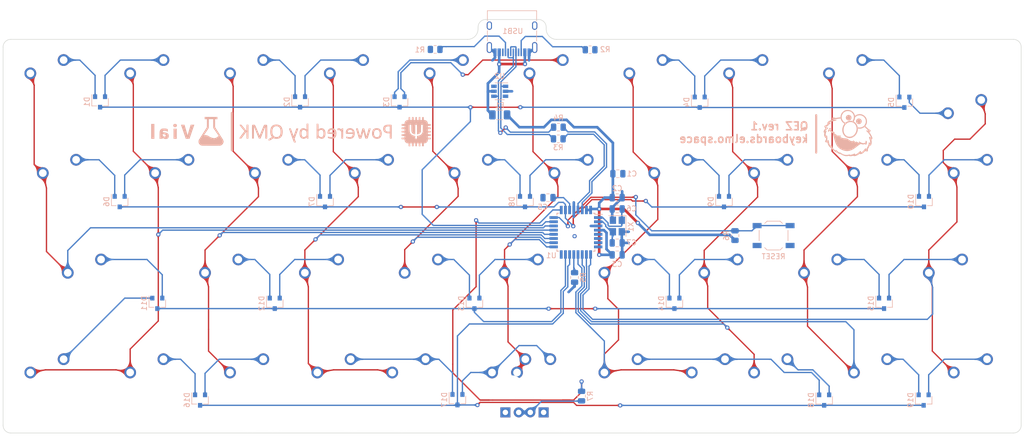
<source format=kicad_pcb>
(kicad_pcb (version 20171130) (host pcbnew "(5.1.10)-1")
  (layers (0 F.Cu signal) (31 B.Cu signal) (34 B.Paste user) (35 F.Paste user) (36 B.SilkS user hide) (37 F.SilkS user) (38 B.Mask user) (39 F.Mask user hide) (44 Edge.Cuts user))
  (net 0 "")
  (net 1 GND)
  (net 2 +5V)
  (net 3 "Net-(C5-Pad1)")
  (net 4 "Net-(C6-Pad1)")
  (net 5 "Net-(C7-Pad1)")
  (net 6 row0)
  (net 7 "Net-(D1-Pad2)")
  (net 8 "Net-(D2-Pad2)")
  (net 9 "Net-(D3-Pad2)")
  (net 10 "Net-(D4-Pad2)")
  (net 11 "Net-(D5-Pad2)")
  (net 12 row1)
  (net 13 "Net-(D6-Pad2)")
  (net 14 "Net-(D7-Pad2)")
  (net 15 "Net-(D8-Pad2)")
  (net 16 "Net-(D9-Pad2)")
  (net 17 "Net-(D10-Pad2)")
  (net 18 row2)
  (net 19 "Net-(D11-Pad2)")
  (net 20 "Net-(D12-Pad2)")
  (net 21 "Net-(D13-Pad2)")
  (net 22 "Net-(D14-Pad2)")
  (net 23 "Net-(D15-Pad2)")
  (net 24 row3)
  (net 25 "Net-(D16-Pad2)")
  (net 26 "Net-(D18-Pad2)")
  (net 27 VCC)
  (net 28 col0)
  (net 29 col1)
  (net 30 col2)
  (net 31 col3)
  (net 32 col4)
  (net 33 col5)
  (net 34 col6)
  (net 35 col7)
  (net 36 col8)
  (net 37 col9)
  (net 38 capsLED)
  (net 39 "Net-(R1-Pad2)")
  (net 40 "Net-(R2-Pad2)")
  (net 41 "Net-(R3-Pad2)")
  (net 42 D+)
  (net 43 "Net-(R4-Pad2)")
  (net 44 D-)
  (net 45 "Net-(R5-Pad2)")
  (net 46 "Net-(R6-Pad1)")
  (net 47 "Net-(R7-Pad2)")
  (net 48 "Net-(U1-Pad7)")
  (net 49 "Net-(U1-Pad6)")
  (net 50 "Net-(U1-Pad5)")
  (net 51 "Net-(U2-Pad6)")
  (net 52 "Net-(U2-Pad3)")
  (net 53 "Net-(USB1-PadB8)")
  (net 54 "Net-(USB1-PadA8)")
  (net 55 "Net-(D19-Pad2)")
  (net 56 "Net-(U1-Pad16)")
  (net 57 "Net-(U1-Pad8)")
  (net 58 caps)
  (module custom_parts:MXOnly-6.25U-ReversedStabilizers-flippedLED (layer F.Cu) (at 155.575 123.825)
    (fp_text reference MX41)
    (fp_text value MX-LED)
    (pad "" np_thru_hole circle (at 49.9999 -8.255) (size 3.9878 3.9878) (drill 3.9878) (layers *.Cu *.Mask))
    (pad "" np_thru_hole circle (at -49.9999 -8.255) (size 3.9878 3.9878) (drill 3.9878) (layers *.Cu *.Mask))
    (pad "" np_thru_hole circle (at 49.9999 6.985) (size 3.048 3.048) (drill 3.048) (layers *.Cu *.Mask))
    (pad "" np_thru_hole circle (at -49.9999 6.985) (size 3.048 3.048) (drill 3.048) (layers *.Cu *.Mask))
    (pad "" np_thru_hole circle (at 5.08 0 48.0996) (size 1.75 1.75) (drill 1.75) (layers *.Cu *.Mask))
    (pad "" np_thru_hole circle (at -5.08 0 48.0996) (size 1.75 1.75) (drill 1.75) (layers *.Cu *.Mask))
    (pad 3 thru_hole circle (at 1.27 5.08) (size 1.905 1.905) (drill 1.04) (layers *.Cu B.Mask) (net 38 capsLED))
    (pad 4 thru_hole rect (at -1.27 5.08) (size 1.905 1.905) (drill 1.04) (layers *.Cu B.Mask) (net 1 GND))
    (pad 1 thru_hole circle (at -3.81 -2.54) (size 2.25 2.25) (drill 1.47) (layers *.Cu B.Mask) (net 58 caps))
    (pad "" np_thru_hole circle (at 0 0) (size 3.9878 3.9878) (drill 3.9878) (layers *.Cu *.Mask))
    (pad 2 thru_hole circle (at 2.54 -5.08) (size 2.25 2.25) (drill 1.47) (layers *.Cu B.Mask) (net 33 col5))
  )
  (module MX_Only:MXOnly-1.25U (layer F.Cu) (at 160.3375 123.825)
    (fp_text reference MX34)
    (fp_text value MX-LED)
    (pad "" np_thru_hole circle (at 5.08 0 48.0996) (size 1.75 1.75) (drill 1.75) (layers *.Cu *.Mask))
    (pad "" np_thru_hole circle (at -5.08 0 48.0996) (size 1.75 1.75) (drill 1.75) (layers *.Cu *.Mask))
    (pad 4 thru_hole rect (at 1.27 5.08) (size 1.905 1.905) (drill 1.04) (layers *.Cu B.Mask) (net 1 GND))
    (pad 3 thru_hole circle (at -1.27 5.08) (size 1.905 1.905) (drill 1.04) (layers *.Cu B.Mask) (net 38 capsLED))
    (pad 1 thru_hole circle (at -3.81 -2.54) (size 2.25 2.25) (drill 1.47) (layers *.Cu B.Mask) (net 33 col5))
    (pad "" np_thru_hole circle (at 0 0) (size 3.9878 3.9878) (drill 3.9878) (layers *.Cu *.Mask))
    (pad 2 thru_hole circle (at 2.54 -5.08) (size 2.25 2.25) (drill 1.47) (layers *.Cu B.Mask) (net 58 caps))
  )
  (module MX_Only:MXOnly-1U-NoLED (layer F.Cu) (at 138.90625 104.775)
    (fp_text reference MX25)
    (fp_text value MX-NoLED)
    (pad "" np_thru_hole circle (at 5.08 0 48.0996) (size 1.75 1.75) (drill 1.75) (layers *.Cu *.Mask))
    (pad "" np_thru_hole circle (at -5.08 0 48.0996) (size 1.75 1.75) (drill 1.75) (layers *.Cu *.Mask))
    (pad 1 thru_hole circle (at -3.81 -2.54) (size 2.25 2.25) (drill 1.47) (layers *.Cu B.Mask) (net 32 col4))
    (pad "" np_thru_hole circle (at 0 0) (size 3.9878 3.9878) (drill 3.9878) (layers *.Cu *.Mask))
    (pad 2 thru_hole circle (at 2.54 -5.08) (size 2.25 2.25) (drill 1.47) (layers *.Cu B.Mask) (net 21 "Net-(D13-Pad2)"))
  )
  (module Capacitor_SMD:C_0805_2012Metric (layer B.Cu) (at 175.641 87.884)
    (fp_text reference C2 (at 0 -1.778) (layer B.SilkS) (effects (justify mirror)))
    (fp_text value 0.1uF)
    (pad 2 smd roundrect (at 0.95 0) (size 1 1.45) (layers B.Cu B.Paste B.Mask) (net 1 GND))
    (pad 1 smd roundrect (at -0.95 0) (size 1 1.45) (layers B.Cu B.Paste B.Mask) (net 2 +5V))
  )
  (module MX_Only:MXOnly-2U-ReversedStabilizers-NoLED (layer F.Cu) (at 177.00625 123.825)
    (fp_text reference MX40)
    (fp_text value MX-NoLED)
    (pad 2 thru_hole circle (at 2.54 -5.08) (size 2.25 2.25) (drill 1.47) (layers *.Cu B.Mask) (net 26 "Net-(D18-Pad2)"))
    (pad "" np_thru_hole circle (at 0 0) (size 3.9878 3.9878) (drill 3.9878) (layers *.Cu *.Mask))
    (pad 1 thru_hole circle (at -3.81 -2.54) (size 2.25 2.25) (drill 1.47) (layers *.Cu B.Mask) (net 34 col6))
    (pad "" np_thru_hole circle (at -5.08 0 48.0996) (size 1.75 1.75) (drill 1.75) (layers *.Cu *.Mask))
    (pad "" np_thru_hole circle (at 5.08 0 48.0996) (size 1.75 1.75) (drill 1.75) (layers *.Cu *.Mask))
    (pad "" np_thru_hole circle (at -11.90625 6.985) (size 3.048 3.048) (drill 3.048) (layers *.Cu *.Mask))
    (pad "" np_thru_hole circle (at 11.90625 6.985) (size 3.048 3.048) (drill 3.048) (layers *.Cu *.Mask))
    (pad "" np_thru_hole circle (at -11.90625 -8.255) (size 3.9878 3.9878) (drill 3.9878) (layers *.Cu *.Mask))
    (pad "" np_thru_hole circle (at 11.90625 -8.255) (size 3.9878 3.9878) (drill 3.9878) (layers *.Cu *.Mask))
  )
  (module MX_Only:MXOnly-2.25U-ReversedStabilizers-NoLED (layer F.Cu) (at 136.525 123.825)
    (fp_text reference MX39)
    (fp_text value MX-NoLED)
    (pad 2 thru_hole circle (at 2.54 -5.08) (size 2.25 2.25) (drill 1.47) (layers *.Cu B.Mask) (net 58 caps))
    (pad "" np_thru_hole circle (at 0 0) (size 3.9878 3.9878) (drill 3.9878) (layers *.Cu *.Mask))
    (pad 1 thru_hole circle (at -3.81 -2.54) (size 2.25 2.25) (drill 1.47) (layers *.Cu B.Mask) (net 31 col3))
    (pad "" np_thru_hole circle (at -5.08 0 48.0996) (size 1.75 1.75) (drill 1.75) (layers *.Cu *.Mask))
    (pad "" np_thru_hole circle (at 5.08 0 48.0996) (size 1.75 1.75) (drill 1.75) (layers *.Cu *.Mask))
    (pad "" np_thru_hole circle (at -11.90625 6.985) (size 3.048 3.048) (drill 3.048) (layers *.Cu *.Mask))
    (pad "" np_thru_hole circle (at 11.90625 6.985) (size 3.048 3.048) (drill 3.048) (layers *.Cu *.Mask))
    (pad "" np_thru_hole circle (at -11.90625 -8.255) (size 3.9878 3.9878) (drill 3.9878) (layers *.Cu *.Mask))
    (pad "" np_thru_hole circle (at 11.90625 -8.255) (size 3.9878 3.9878) (drill 3.9878) (layers *.Cu *.Mask))
  )
  (module MX_Only:MXOnly-2.25U-ReversedStabilizers-NoLED (layer F.Cu) (at 193.675 123.825)
    (fp_text reference MX35)
    (fp_text value MX-NoLED)
    (pad 2 thru_hole circle (at 2.54 -5.08) (size 2.25 2.25) (drill 1.47) (layers *.Cu B.Mask) (net 26 "Net-(D18-Pad2)"))
    (pad "" np_thru_hole circle (at 0 0) (size 3.9878 3.9878) (drill 3.9878) (layers *.Cu *.Mask))
    (pad 1 thru_hole circle (at -3.81 -2.54) (size 2.25 2.25) (drill 1.47) (layers *.Cu B.Mask) (net 34 col6))
    (pad "" np_thru_hole circle (at -5.08 0 48.0996) (size 1.75 1.75) (drill 1.75) (layers *.Cu *.Mask))
    (pad "" np_thru_hole circle (at 5.08 0 48.0996) (size 1.75 1.75) (drill 1.75) (layers *.Cu *.Mask))
    (pad "" np_thru_hole circle (at -11.90625 6.985) (size 3.048 3.048) (drill 3.048) (layers *.Cu *.Mask))
    (pad "" np_thru_hole circle (at 11.90625 6.985) (size 3.048 3.048) (drill 3.048) (layers *.Cu *.Mask))
    (pad "" np_thru_hole circle (at -11.90625 -8.255) (size 3.9878 3.9878) (drill 3.9878) (layers *.Cu *.Mask))
    (pad "" np_thru_hole circle (at 11.90625 -8.255) (size 3.9878 3.9878) (drill 3.9878) (layers *.Cu *.Mask))
  )
  (module MX_Only:MXOnly-2.75U-ReversedStabilizers-NoLED (layer F.Cu) (at 122.2375 123.825)
    (fp_text reference MX33)
    (fp_text value MX-NoLED)
    (pad "" np_thru_hole circle (at 11.90625 -8.255) (size 3.9878 3.9878) (drill 3.9878) (layers *.Cu *.Mask))
    (pad "" np_thru_hole circle (at -11.90625 -8.255) (size 3.9878 3.9878) (drill 3.9878) (layers *.Cu *.Mask))
    (pad "" np_thru_hole circle (at 11.90625 6.985) (size 3.048 3.048) (drill 3.048) (layers *.Cu *.Mask))
    (pad "" np_thru_hole circle (at -11.90625 6.985) (size 3.048 3.048) (drill 3.048) (layers *.Cu *.Mask))
    (pad "" np_thru_hole circle (at 5.08 0 48.0996) (size 1.75 1.75) (drill 1.75) (layers *.Cu *.Mask))
    (pad "" np_thru_hole circle (at -5.08 0 48.0996) (size 1.75 1.75) (drill 1.75) (layers *.Cu *.Mask))
    (pad 1 thru_hole circle (at -3.81 -2.54) (size 2.25 2.25) (drill 1.47) (layers *.Cu B.Mask) (net 31 col3))
    (pad "" np_thru_hole circle (at 0 0) (size 3.9878 3.9878) (drill 3.9878) (layers *.Cu *.Mask))
    (pad 2 thru_hole circle (at 2.54 -5.08) (size 2.25 2.25) (drill 1.47) (layers *.Cu B.Mask) (net 58 caps))
  )
  (module MX_Only:MXOnly-1U-NoLED (layer F.Cu) (at 196.05625 104.775)
    (fp_text reference MX28)
    (fp_text value MX-NoLED)
    (pad "" np_thru_hole circle (at 5.08 0 48.0996) (size 1.75 1.75) (drill 1.75) (layers *.Cu *.Mask))
    (pad "" np_thru_hole circle (at -5.08 0 48.0996) (size 1.75 1.75) (drill 1.75) (layers *.Cu *.Mask))
    (pad 1 thru_hole circle (at -3.81 -2.54) (size 2.25 2.25) (drill 1.47) (layers *.Cu B.Mask) (net 35 col7))
    (pad "" np_thru_hole circle (at 0 0) (size 3.9878 3.9878) (drill 3.9878) (layers *.Cu *.Mask))
    (pad 2 thru_hole circle (at 2.54 -5.08) (size 2.25 2.25) (drill 1.47) (layers *.Cu B.Mask) (net 22 "Net-(D14-Pad2)"))
  )
  (module MX_Only:MXOnly-1U-NoLED (layer F.Cu) (at 205.58125 123.825)
    (fp_text reference MX36)
    (fp_text value MX-NoLED)
    (pad 2 thru_hole circle (at 2.54 -5.08) (size 2.25 2.25) (drill 1.47) (layers *.Cu B.Mask) (net 26 "Net-(D18-Pad2)"))
    (pad "" np_thru_hole circle (at 0 0) (size 3.9878 3.9878) (drill 3.9878) (layers *.Cu *.Mask))
    (pad 1 thru_hole circle (at -3.81 -2.54) (size 2.25 2.25) (drill 1.47) (layers *.Cu B.Mask) (net 35 col7))
    (pad "" np_thru_hole circle (at -5.08 0 48.0996) (size 1.75 1.75) (drill 1.75) (layers *.Cu *.Mask))
    (pad "" np_thru_hole circle (at 5.08 0 48.0996) (size 1.75 1.75) (drill 1.75) (layers *.Cu *.Mask))
  )
  (module MX_Only:MXOnly-1U-NoLED (layer F.Cu) (at 105.56875 123.825)
    (fp_text reference MX32)
    (fp_text value MX-NoLED)
    (pad 2 thru_hole circle (at 2.54 -5.08) (size 2.25 2.25) (drill 1.47) (layers *.Cu B.Mask) (net 25 "Net-(D16-Pad2)"))
    (pad "" np_thru_hole circle (at 0 0) (size 3.9878 3.9878) (drill 3.9878) (layers *.Cu *.Mask))
    (pad 1 thru_hole circle (at -3.81 -2.54) (size 2.25 2.25) (drill 1.47) (layers *.Cu B.Mask) (net 30 col2))
    (pad "" np_thru_hole circle (at -5.08 0 48.0996) (size 1.75 1.75) (drill 1.75) (layers *.Cu *.Mask))
    (pad "" np_thru_hole circle (at 5.08 0 48.0996) (size 1.75 1.75) (drill 1.75) (layers *.Cu *.Mask))
  )
  (module custom_parts:D_SOT-23_ANK (layer B.Cu) (at 145.161 126.492 270)
    (fp_text reference D17 (at 0 2.5 90) (layer B.SilkS) (effects (justify mirror)))
    (fp_text value D_Small)
    (pad 1 smd rect (at 1 0 270) (size 0.9 0.8) (layers B.Cu B.Paste B.Mask) (net 24 row3))
    (pad 2 smd rect (at -1 -0.95 270) (size 0.9 0.8) (layers B.Cu B.Paste B.Mask) (net 58 caps))
    (pad 2 smd rect (at -1 0.95 270) (size 0.9 0.8) (layers B.Cu B.Paste B.Mask) (net 58 caps))
  )
  (module MX_Only:MXOnly-1U-NoLED (layer F.Cu) (at 186.53125 85.725)
    (fp_text reference MX17)
    (fp_text value MX-NoLED)
    (pad "" np_thru_hole circle (at 5.08 0 48.0996) (size 1.75 1.75) (drill 1.75) (layers *.Cu *.Mask))
    (pad "" np_thru_hole circle (at -5.08 0 48.0996) (size 1.75 1.75) (drill 1.75) (layers *.Cu *.Mask))
    (pad 1 thru_hole circle (at -3.81 -2.54) (size 2.25 2.25) (drill 1.47) (layers *.Cu B.Mask) (net 34 col6))
    (pad "" np_thru_hole circle (at 0 0) (size 3.9878 3.9878) (drill 3.9878) (layers *.Cu *.Mask))
    (pad 2 thru_hole circle (at 2.54 -5.08) (size 2.25 2.25) (drill 1.47) (layers *.Cu B.Mask) (net 16 "Net-(D9-Pad2)"))
  )
  (module MX_Only:MXOnly-1U-NoLED (layer F.Cu) (at 129.38125 85.725)
    (fp_text reference MX14)
    (fp_text value MX-NoLED)
    (pad "" np_thru_hole circle (at 5.08 0 48.0996) (size 1.75 1.75) (drill 1.75) (layers *.Cu *.Mask))
    (pad "" np_thru_hole circle (at -5.08 0 48.0996) (size 1.75 1.75) (drill 1.75) (layers *.Cu *.Mask))
    (pad 1 thru_hole circle (at -3.81 -2.54) (size 2.25 2.25) (drill 1.47) (layers *.Cu B.Mask) (net 31 col3))
    (pad "" np_thru_hole circle (at 0 0) (size 3.9878 3.9878) (drill 3.9878) (layers *.Cu *.Mask))
    (pad 2 thru_hole circle (at 2.54 -5.08) (size 2.25 2.25) (drill 1.47) (layers *.Cu B.Mask) (net 14 "Net-(D7-Pad2)"))
  )
  (module MX_Only:MXOnly-1U-NoLED (layer F.Cu) (at 67.46875 66.675)
    (fp_text reference MX1)
    (fp_text value MX-NoLED)
    (pad 2 thru_hole circle (at 2.54 -5.08) (size 2.25 2.25) (drill 1.47) (layers *.Cu B.Mask) (net 7 "Net-(D1-Pad2)"))
    (pad "" np_thru_hole circle (at 0 0) (size 3.9878 3.9878) (drill 3.9878) (layers *.Cu *.Mask))
    (pad 1 thru_hole circle (at -3.81 -2.54) (size 2.25 2.25) (drill 1.47) (layers *.Cu B.Mask) (net 28 col0))
    (pad "" np_thru_hole circle (at -5.08 0 48.0996) (size 1.75 1.75) (drill 1.75) (layers *.Cu *.Mask))
    (pad "" np_thru_hole circle (at 5.08 0 48.0996) (size 1.75 1.75) (drill 1.75) (layers *.Cu *.Mask))
  )
  (module MX_Only:MXOnly-1U-NoLED (layer F.Cu) (at 86.51875 66.675)
    (fp_text reference MX2)
    (fp_text value MX-NoLED)
    (pad 2 thru_hole circle (at 2.54 -5.08) (size 2.25 2.25) (drill 1.47) (layers *.Cu B.Mask) (net 7 "Net-(D1-Pad2)"))
    (pad "" np_thru_hole circle (at 0 0) (size 3.9878 3.9878) (drill 3.9878) (layers *.Cu *.Mask))
    (pad 1 thru_hole circle (at -3.81 -2.54) (size 2.25 2.25) (drill 1.47) (layers *.Cu B.Mask) (net 29 col1))
    (pad "" np_thru_hole circle (at -5.08 0 48.0996) (size 1.75 1.75) (drill 1.75) (layers *.Cu *.Mask))
    (pad "" np_thru_hole circle (at 5.08 0 48.0996) (size 1.75 1.75) (drill 1.75) (layers *.Cu *.Mask))
  )
  (module MX_Only:MXOnly-1U-NoLED (layer F.Cu) (at 105.56875 66.675)
    (fp_text reference MX3)
    (fp_text value MX-NoLED)
    (pad 2 thru_hole circle (at 2.54 -5.08) (size 2.25 2.25) (drill 1.47) (layers *.Cu B.Mask) (net 8 "Net-(D2-Pad2)"))
    (pad "" np_thru_hole circle (at 0 0) (size 3.9878 3.9878) (drill 3.9878) (layers *.Cu *.Mask))
    (pad 1 thru_hole circle (at -3.81 -2.54) (size 2.25 2.25) (drill 1.47) (layers *.Cu B.Mask) (net 30 col2))
    (pad "" np_thru_hole circle (at -5.08 0 48.0996) (size 1.75 1.75) (drill 1.75) (layers *.Cu *.Mask))
    (pad "" np_thru_hole circle (at 5.08 0 48.0996) (size 1.75 1.75) (drill 1.75) (layers *.Cu *.Mask))
  )
  (module MX_Only:MXOnly-1U-NoLED (layer F.Cu) (at 124.61875 66.675)
    (fp_text reference MX4)
    (fp_text value MX-NoLED)
    (pad 2 thru_hole circle (at 2.54 -5.08) (size 2.25 2.25) (drill 1.47) (layers *.Cu B.Mask) (net 8 "Net-(D2-Pad2)"))
    (pad "" np_thru_hole circle (at 0 0) (size 3.9878 3.9878) (drill 3.9878) (layers *.Cu *.Mask))
    (pad 1 thru_hole circle (at -3.81 -2.54) (size 2.25 2.25) (drill 1.47) (layers *.Cu B.Mask) (net 31 col3))
    (pad "" np_thru_hole circle (at -5.08 0 48.0996) (size 1.75 1.75) (drill 1.75) (layers *.Cu *.Mask))
    (pad "" np_thru_hole circle (at 5.08 0 48.0996) (size 1.75 1.75) (drill 1.75) (layers *.Cu *.Mask))
  )
  (module MX_Only:MXOnly-1U-NoLED (layer F.Cu) (at 143.66875 66.675)
    (fp_text reference MX5)
    (fp_text value MX-NoLED)
    (pad 2 thru_hole circle (at 2.54 -5.08) (size 2.25 2.25) (drill 1.47) (layers *.Cu B.Mask) (net 9 "Net-(D3-Pad2)"))
    (pad "" np_thru_hole circle (at 0 0) (size 3.9878 3.9878) (drill 3.9878) (layers *.Cu *.Mask))
    (pad 1 thru_hole circle (at -3.81 -2.54) (size 2.25 2.25) (drill 1.47) (layers *.Cu B.Mask) (net 32 col4))
    (pad "" np_thru_hole circle (at -5.08 0 48.0996) (size 1.75 1.75) (drill 1.75) (layers *.Cu *.Mask))
    (pad "" np_thru_hole circle (at 5.08 0 48.0996) (size 1.75 1.75) (drill 1.75) (layers *.Cu *.Mask))
  )
  (module MX_Only:MXOnly-1U-NoLED (layer F.Cu) (at 162.71875 66.675)
    (fp_text reference MX6)
    (fp_text value MX-NoLED)
    (pad 2 thru_hole circle (at 2.54 -5.08) (size 2.25 2.25) (drill 1.47) (layers *.Cu B.Mask) (net 9 "Net-(D3-Pad2)"))
    (pad "" np_thru_hole circle (at 0 0) (size 3.9878 3.9878) (drill 3.9878) (layers *.Cu *.Mask))
    (pad 1 thru_hole circle (at -3.81 -2.54) (size 2.25 2.25) (drill 1.47) (layers *.Cu B.Mask) (net 33 col5))
    (pad "" np_thru_hole circle (at -5.08 0 48.0996) (size 1.75 1.75) (drill 1.75) (layers *.Cu *.Mask))
    (pad "" np_thru_hole circle (at 5.08 0 48.0996) (size 1.75 1.75) (drill 1.75) (layers *.Cu *.Mask))
  )
  (module MX_Only:MXOnly-1U-NoLED (layer F.Cu) (at 181.76875 66.675)
    (fp_text reference MX7)
    (fp_text value MX-NoLED)
    (pad 2 thru_hole circle (at 2.54 -5.08) (size 2.25 2.25) (drill 1.47) (layers *.Cu B.Mask) (net 10 "Net-(D4-Pad2)"))
    (pad "" np_thru_hole circle (at 0 0) (size 3.9878 3.9878) (drill 3.9878) (layers *.Cu *.Mask))
    (pad 1 thru_hole circle (at -3.81 -2.54) (size 2.25 2.25) (drill 1.47) (layers *.Cu B.Mask) (net 34 col6))
    (pad "" np_thru_hole circle (at -5.08 0 48.0996) (size 1.75 1.75) (drill 1.75) (layers *.Cu *.Mask))
    (pad "" np_thru_hole circle (at 5.08 0 48.0996) (size 1.75 1.75) (drill 1.75) (layers *.Cu *.Mask))
  )
  (module MX_Only:MXOnly-1U-NoLED (layer F.Cu) (at 200.81875 66.675)
    (fp_text reference MX8)
    (fp_text value MX-NoLED)
    (pad 2 thru_hole circle (at 2.54 -5.08) (size 2.25 2.25) (drill 1.47) (layers *.Cu B.Mask) (net 10 "Net-(D4-Pad2)"))
    (pad "" np_thru_hole circle (at 0 0) (size 3.9878 3.9878) (drill 3.9878) (layers *.Cu *.Mask))
    (pad 1 thru_hole circle (at -3.81 -2.54) (size 2.25 2.25) (drill 1.47) (layers *.Cu B.Mask) (net 35 col7))
    (pad "" np_thru_hole circle (at -5.08 0 48.0996) (size 1.75 1.75) (drill 1.75) (layers *.Cu *.Mask))
    (pad "" np_thru_hole circle (at 5.08 0 48.0996) (size 1.75 1.75) (drill 1.75) (layers *.Cu *.Mask))
  )
  (module MX_Only:MXOnly-1U-NoLED (layer F.Cu) (at 219.86875 66.675)
    (fp_text reference MX9)
    (fp_text value MX-NoLED)
    (pad 2 thru_hole circle (at 2.54 -5.08) (size 2.25 2.25) (drill 1.47) (layers *.Cu B.Mask) (net 11 "Net-(D5-Pad2)"))
    (pad "" np_thru_hole circle (at 0 0) (size 3.9878 3.9878) (drill 3.9878) (layers *.Cu *.Mask))
    (pad 1 thru_hole circle (at -3.81 -2.54) (size 2.25 2.25) (drill 1.47) (layers *.Cu B.Mask) (net 36 col8))
    (pad "" np_thru_hole circle (at -5.08 0 48.0996) (size 1.75 1.75) (drill 1.75) (layers *.Cu *.Mask))
    (pad "" np_thru_hole circle (at 5.08 0 48.0996) (size 1.75 1.75) (drill 1.75) (layers *.Cu *.Mask))
  )
  (module custom_parts:elmo (layer B.Cu) (at 219.7735 75.6285 180)
    (fp_text reference G*** hide)
    (fp_text value LOGO hide)
  )
  (module custom_parts:vial_logo (layer B.Cu) (at 92.71 75.2475 180)
    (fp_text reference G*** hide)
    (fp_text value LOGO hide)
  )
  (module custom_parts:qmk (layer B.Cu) (at 121.7295 75.2475 180)
    (fp_text reference G*** hide)
    (fp_text value LOGO hide)
  )
  (module MX_Only:MXOnly-1U-NoLED (layer F.Cu) (at 148.43125 85.725)
    (fp_text reference MX15)
    (fp_text value MX-NoLED)
    (pad "" np_thru_hole circle (at 5.08 0 48.0996) (size 1.75 1.75) (drill 1.75) (layers *.Cu *.Mask))
    (pad "" np_thru_hole circle (at -5.08 0 48.0996) (size 1.75 1.75) (drill 1.75) (layers *.Cu *.Mask))
    (pad 1 thru_hole circle (at -3.81 -2.54) (size 2.25 2.25) (drill 1.47) (layers *.Cu B.Mask) (net 32 col4))
    (pad "" np_thru_hole circle (at 0 0) (size 3.9878 3.9878) (drill 3.9878) (layers *.Cu *.Mask))
    (pad 2 thru_hole circle (at 2.54 -5.08) (size 2.25 2.25) (drill 1.47) (layers *.Cu B.Mask) (net 15 "Net-(D8-Pad2)"))
  )
  (module MX_Only:MXOnly-1.5U-NoLED (layer F.Cu) (at 238.91875 104.775)
    (fp_text reference MX30)
    (fp_text value MX-NoLED)
    (pad "" np_thru_hole circle (at 5.08 0 48.0996) (size 1.75 1.75) (drill 1.75) (layers *.Cu *.Mask))
    (pad "" np_thru_hole circle (at -5.08 0 48.0996) (size 1.75 1.75) (drill 1.75) (layers *.Cu *.Mask))
    (pad 1 thru_hole circle (at -3.81 -2.54) (size 2.25 2.25) (drill 1.47) (layers *.Cu B.Mask) (net 37 col9))
    (pad "" np_thru_hole circle (at 0 0) (size 3.9878 3.9878) (drill 3.9878) (layers *.Cu *.Mask))
    (pad 2 thru_hole circle (at 2.54 -5.08) (size 2.25 2.25) (drill 1.47) (layers *.Cu B.Mask) (net 23 "Net-(D15-Pad2)"))
  )
  (module MX_Only:MXOnly-1.75U-NoLED (layer F.Cu) (at 74.6125 104.775)
    (fp_text reference MX21)
    (fp_text value MX-NoLED)
    (pad "" np_thru_hole circle (at 5.08 0 48.0996) (size 1.75 1.75) (drill 1.75) (layers *.Cu *.Mask))
    (pad "" np_thru_hole circle (at -5.08 0 48.0996) (size 1.75 1.75) (drill 1.75) (layers *.Cu *.Mask))
    (pad 1 thru_hole circle (at -3.81 -2.54) (size 2.25 2.25) (drill 1.47) (layers *.Cu B.Mask) (net 28 col0))
    (pad "" np_thru_hole circle (at 0 0) (size 3.9878 3.9878) (drill 3.9878) (layers *.Cu *.Mask))
    (pad 2 thru_hole circle (at 2.54 -5.08) (size 2.25 2.25) (drill 1.47) (layers *.Cu B.Mask) (net 19 "Net-(D11-Pad2)"))
  )
  (module MX_Only:MXOnly-1.25U-NoLED (layer F.Cu) (at 69.85 85.725)
    (fp_text reference MX11)
    (fp_text value MX-NoLED)
    (pad "" np_thru_hole circle (at 5.08 0 48.0996) (size 1.75 1.75) (drill 1.75) (layers *.Cu *.Mask))
    (pad "" np_thru_hole circle (at -5.08 0 48.0996) (size 1.75 1.75) (drill 1.75) (layers *.Cu *.Mask))
    (pad 1 thru_hole circle (at -3.81 -2.54) (size 2.25 2.25) (drill 1.47) (layers *.Cu B.Mask) (net 28 col0))
    (pad "" np_thru_hole circle (at 0 0) (size 3.9878 3.9878) (drill 3.9878) (layers *.Cu *.Mask))
    (pad 2 thru_hole circle (at 2.54 -5.08) (size 2.25 2.25) (drill 1.47) (layers *.Cu B.Mask) (net 13 "Net-(D6-Pad2)"))
  )
  (module MX_Only:MXOnly-1.25U-NoLED (layer F.Cu) (at 241.3 66.675 180)
    (fp_text reference MX10)
    (fp_text value MX-NoLED)
    (pad 2 thru_hole circle (at 2.54 -5.08 180) (size 2.25 2.25) (drill 1.47) (layers *.Cu B.Mask) (net 11 "Net-(D5-Pad2)"))
    (pad "" np_thru_hole circle (at 0 0 180) (size 3.9878 3.9878) (drill 3.9878) (layers *.Cu *.Mask))
    (pad 1 thru_hole circle (at -3.81 -2.54 180) (size 2.25 2.25) (drill 1.47) (layers *.Cu B.Mask) (net 37 col9))
    (pad "" np_thru_hole circle (at -5.08 0 228.0996) (size 1.75 1.75) (drill 1.75) (layers *.Cu *.Mask))
    (pad "" np_thru_hole circle (at 5.08 0 228.0996) (size 1.75 1.75) (drill 1.75) (layers *.Cu *.Mask))
  )
  (module Crystal:Crystal_SMD_3225-4Pin_3.2x2.5mm (layer B.Cu) (at 175.673687 93.296134 270)
    (fp_text reference X1 (at 0.175866 -2.570815 90) (layer B.SilkS) (effects (justify mirror)))
    (fp_text value Crystal_GND24_Small)
    (pad 4 smd rect (at -1.1 0.85 270) (size 1.4 1.2) (layers B.Cu B.Paste B.Mask) (net 1 GND))
    (pad 3 smd rect (at 1.1 0.85 270) (size 1.4 1.2) (layers B.Cu B.Paste B.Mask) (net 5 "Net-(C7-Pad1)"))
    (pad 2 smd rect (at 1.1 -0.85 270) (size 1.4 1.2) (layers B.Cu B.Paste B.Mask) (net 1 GND))
    (pad 1 smd rect (at -1.1 -0.85 270) (size 1.4 1.2) (layers B.Cu B.Paste B.Mask) (net 4 "Net-(C6-Pad1)"))
  )
  (module Connector_USB:USB_C_Receptacle_HRO_TYPE-C-31-M-12 (layer B.Cu) (at 155.575 56.0705)
    (fp_text reference USB1 (at 0.127 0) (layer B.SilkS) (effects (justify mirror)))
    (fp_text value USB_C_Receptacle_USB2.0)
    (pad S1 thru_hole oval (at 4.32 -1.05) (size 1 1.6) (drill oval 0.6 1.2) (layers *.Cu *.Mask) (net 1 GND))
    (pad "" np_thru_hole circle (at 2.89 2.6) (size 0.65 0.65) (drill 0.65) (layers *.Cu *.Mask))
    (pad S1 thru_hole oval (at -4.32 -1.05) (size 1 1.6) (drill oval 0.6 1.2) (layers *.Cu *.Mask) (net 1 GND))
    (pad "" np_thru_hole circle (at -2.89 2.6) (size 0.65 0.65) (drill 0.65) (layers *.Cu *.Mask))
    (pad S1 thru_hole oval (at -4.32 3.13) (size 1 2.1) (drill oval 0.6 1.7) (layers *.Cu *.Mask) (net 1 GND))
    (pad S1 thru_hole oval (at 4.32 3.13) (size 1 2.1) (drill oval 0.6 1.7) (layers *.Cu *.Mask) (net 1 GND))
    (pad A6 smd rect (at -0.25 4.045) (size 0.3 1.45) (layers B.Cu B.Paste B.Mask) (net 42 D+))
    (pad B5 smd rect (at 1.75 4.045) (size 0.3 1.45) (layers B.Cu B.Paste B.Mask) (net 40 "Net-(R2-Pad2)"))
    (pad A8 smd rect (at 1.25 4.045) (size 0.3 1.45) (layers B.Cu B.Paste B.Mask) (net 54 "Net-(USB1-PadA8)"))
    (pad B6 smd rect (at 0.75 4.045) (size 0.3 1.45) (layers B.Cu B.Paste B.Mask) (net 42 D+))
    (pad A7 smd rect (at 0.25 4.045) (size 0.3 1.45) (layers B.Cu B.Paste B.Mask) (net 44 D-))
    (pad B7 smd rect (at -0.75 4.045) (size 0.3 1.45) (layers B.Cu B.Paste B.Mask) (net 44 D-))
    (pad A5 smd rect (at -1.25 4.045) (size 0.3 1.45) (layers B.Cu B.Paste B.Mask) (net 39 "Net-(R1-Pad2)"))
    (pad B8 smd rect (at -1.75 4.045) (size 0.3 1.45) (layers B.Cu B.Paste B.Mask) (net 53 "Net-(USB1-PadB8)"))
    (pad A12 smd rect (at 3.25 4.045) (size 0.6 1.45) (layers B.Cu B.Paste B.Mask) (net 1 GND))
    (pad B4 smd rect (at 2.45 4.045) (size 0.6 1.45) (layers B.Cu B.Paste B.Mask) (net 27 VCC))
    (pad A4 smd rect (at -2.45 4.045) (size 0.6 1.45) (layers B.Cu B.Paste B.Mask) (net 27 VCC))
    (pad A1 smd rect (at -3.25 4.045) (size 0.6 1.45) (layers B.Cu B.Paste B.Mask) (net 1 GND))
    (pad B12 smd rect (at -3.25 4.045) (size 0.6 1.45) (layers B.Cu B.Paste B.Mask) (net 1 GND))
    (pad B9 smd rect (at -2.45 4.045) (size 0.6 1.45) (layers B.Cu B.Paste B.Mask) (net 27 VCC))
    (pad A9 smd rect (at 2.45 4.045) (size 0.6 1.45) (layers B.Cu B.Paste B.Mask) (net 27 VCC))
    (pad B1 smd rect (at 3.25 4.045) (size 0.6 1.45) (layers B.Cu B.Paste B.Mask) (net 1 GND))
  )
  (module Package_TO_SOT_SMD:SOT-23-6 (layer B.Cu) (at 153.2255 67.564 180)
    (fp_text reference U2 (at 0 2.9) (layer B.SilkS) (effects (justify mirror)))
    (fp_text value SRV05-4)
    (pad 5 smd rect (at 1.1 0 180) (size 1.06 0.65) (layers B.Cu B.Paste B.Mask) (net 27 VCC))
    (pad 6 smd rect (at 1.1 0.95 180) (size 1.06 0.65) (layers B.Cu B.Paste B.Mask) (net 51 "Net-(U2-Pad6)"))
    (pad 4 smd rect (at 1.1 -0.95 180) (size 1.06 0.65) (layers B.Cu B.Paste B.Mask) (net 44 D-))
    (pad 3 smd rect (at -1.1 -0.95 180) (size 1.06 0.65) (layers B.Cu B.Paste B.Mask) (net 52 "Net-(U2-Pad3)"))
    (pad 2 smd rect (at -1.1 0 180) (size 1.06 0.65) (layers B.Cu B.Paste B.Mask) (net 1 GND))
    (pad 1 smd rect (at -1.1 0.95 180) (size 1.06 0.65) (layers B.Cu B.Paste B.Mask) (net 42 D+))
  )
  (module Package_QFP:TQFP-32_7x7mm_P0.8mm (layer B.Cu) (at 167.767 94.488 180)
    (fp_text reference U1 (at 4.699 -4.445) (layer B.SilkS) (effects (justify mirror)))
    (fp_text value ATmega32U2-AU)
    (pad 32 smd rect (at -2.8 4.25 90) (size 1.6 0.55) (layers B.Cu B.Paste B.Mask) (net 2 +5V))
    (pad 31 smd rect (at -2 4.25 90) (size 1.6 0.55) (layers B.Cu B.Paste B.Mask) (net 2 +5V))
    (pad 30 smd rect (at -1.2 4.25 90) (size 1.6 0.55) (layers B.Cu B.Paste B.Mask) (net 43 "Net-(R4-Pad2)"))
    (pad 29 smd rect (at -0.4 4.25 90) (size 1.6 0.55) (layers B.Cu B.Paste B.Mask) (net 41 "Net-(R3-Pad2)"))
    (pad 28 smd rect (at 0.4 4.25 90) (size 1.6 0.55) (layers B.Cu B.Paste B.Mask) (net 1 GND))
    (pad 27 smd rect (at 1.2 4.25 90) (size 1.6 0.55) (layers B.Cu B.Paste B.Mask) (net 3 "Net-(C5-Pad1)"))
    (pad 26 smd rect (at 2 4.25 90) (size 1.6 0.55) (layers B.Cu B.Paste B.Mask) (net 12 row1))
    (pad 25 smd rect (at 2.8 4.25 90) (size 1.6 0.55) (layers B.Cu B.Paste B.Mask) (net 47 "Net-(R7-Pad2)"))
    (pad 24 smd rect (at 4.25 2.8 180) (size 1.6 0.55) (layers B.Cu B.Paste B.Mask) (net 46 "Net-(R6-Pad1)"))
    (pad 23 smd rect (at 4.25 2 180) (size 1.6 0.55) (layers B.Cu B.Paste B.Mask) (net 6 row0))
    (pad 22 smd rect (at 4.25 1.2 180) (size 1.6 0.55) (layers B.Cu B.Paste B.Mask) (net 28 col0))
    (pad 21 smd rect (at 4.25 0.4 180) (size 1.6 0.55) (layers B.Cu B.Paste B.Mask) (net 29 col1))
    (pad 20 smd rect (at 4.25 -0.4 180) (size 1.6 0.55) (layers B.Cu B.Paste B.Mask) (net 30 col2))
    (pad 19 smd rect (at 4.25 -1.2 180) (size 1.6 0.55) (layers B.Cu B.Paste B.Mask) (net 31 col3))
    (pad 18 smd rect (at 4.25 -2 180) (size 1.6 0.55) (layers B.Cu B.Paste B.Mask) (net 32 col4))
    (pad 17 smd rect (at 4.25 -2.8 180) (size 1.6 0.55) (layers B.Cu B.Paste B.Mask) (net 33 col5))
    (pad 16 smd rect (at 2.8 -4.25 90) (size 1.6 0.55) (layers B.Cu B.Paste B.Mask) (net 56 "Net-(U1-Pad16)"))
    (pad 15 smd rect (at 2 -4.25 90) (size 1.6 0.55) (layers B.Cu B.Paste B.Mask) (net 18 row2))
    (pad 14 smd rect (at 1.2 -4.25 90) (size 1.6 0.55) (layers B.Cu B.Paste B.Mask) (net 24 row3))
    (pad 13 smd rect (at 0.4 -4.25 90) (size 1.6 0.55) (layers B.Cu B.Paste B.Mask) (net 45 "Net-(R5-Pad2)"))
    (pad 12 smd rect (at -0.4 -4.25 90) (size 1.6 0.55) (layers B.Cu B.Paste B.Mask) (net 34 col6))
    (pad 11 smd rect (at -1.2 -4.25 90) (size 1.6 0.55) (layers B.Cu B.Paste B.Mask) (net 35 col7))
    (pad 10 smd rect (at -2 -4.25 90) (size 1.6 0.55) (layers B.Cu B.Paste B.Mask) (net 36 col8))
    (pad 9 smd rect (at -2.8 -4.25 90) (size 1.6 0.55) (layers B.Cu B.Paste B.Mask) (net 37 col9))
    (pad 8 smd rect (at -4.25 -2.8 180) (size 1.6 0.55) (layers B.Cu B.Paste B.Mask) (net 57 "Net-(U1-Pad8)"))
    (pad 7 smd rect (at -4.25 -2 180) (size 1.6 0.55) (layers B.Cu B.Paste B.Mask) (net 48 "Net-(U1-Pad7)"))
    (pad 6 smd rect (at -4.25 -1.2 180) (size 1.6 0.55) (layers B.Cu B.Paste B.Mask) (net 49 "Net-(U1-Pad6)"))
    (pad 5 smd rect (at -4.25 -0.4 180) (size 1.6 0.55) (layers B.Cu B.Paste B.Mask) (net 50 "Net-(U1-Pad5)"))
    (pad 4 smd rect (at -4.25 0.4 180) (size 1.6 0.55) (layers B.Cu B.Paste B.Mask) (net 2 +5V))
    (pad 3 smd rect (at -4.25 1.2 180) (size 1.6 0.55) (layers B.Cu B.Paste B.Mask) (net 1 GND))
    (pad 2 smd rect (at -4.25 2 180) (size 1.6 0.55) (layers B.Cu B.Paste B.Mask) (net 5 "Net-(C7-Pad1)"))
    (pad 1 smd rect (at -4.25 2.8 180) (size 1.6 0.55) (layers B.Cu B.Paste B.Mask) (net 4 "Net-(C6-Pad1)"))
  )
  (module Button_Switch_SMD:SW_SPST_TL3342 (layer B.Cu) (at 205.486 95.123)
    (fp_text reference RESET (at 0 4.0005) (layer B.SilkS) (effects (justify mirror)))
    (fp_text value SW_Push)
    (pad 2 smd rect (at 3.15 -1.9) (size 1.7 1) (layers B.Cu B.Paste B.Mask) (net 46 "Net-(R6-Pad1)"))
    (pad 2 smd rect (at -3.15 -1.9) (size 1.7 1) (layers B.Cu B.Paste B.Mask) (net 46 "Net-(R6-Pad1)"))
    (pad 1 smd rect (at 3.15 1.9) (size 1.7 1) (layers B.Cu B.Paste B.Mask) (net 1 GND))
    (pad 1 smd rect (at -3.15 1.9) (size 1.7 1) (layers B.Cu B.Paste B.Mask) (net 1 GND))
  )
  (module Resistor_SMD:R_0805_2012Metric (layer B.Cu) (at 168.8465 125.7935 90)
    (fp_text reference R7 (at 0 1.65 90) (layer B.SilkS) (effects (justify mirror)))
    (fp_text value 1.5k)
    (pad 2 smd roundrect (at 0.9125 0 90) (size 1.025 1.4) (layers B.Cu B.Paste B.Mask) (roundrect_rratio 0.2439004878048781) (net 47 "Net-(R7-Pad2)"))
    (pad 1 smd roundrect (at -0.9125 0 90) (size 1.025 1.4) (layers B.Cu B.Paste B.Mask) (roundrect_rratio 0.2439004878048781) (net 38 capsLED))
  )
  (module Resistor_SMD:R_0805_2012Metric (layer B.Cu) (at 198.12 95.123 270)
    (fp_text reference R6 (at 0 1.65 90) (layer B.SilkS) (effects (justify mirror)))
    (fp_text value 10k)
    (pad 1 smd roundrect (at -0.9125 0 270) (size 1.025 1.4) (layers B.Cu B.Paste B.Mask) (roundrect_rratio 0.2439004878048781) (net 46 "Net-(R6-Pad1)"))
    (pad 2 smd roundrect (at 0.9125 0 270) (size 1.025 1.4) (layers B.Cu B.Paste B.Mask) (roundrect_rratio 0.2439004878048781) (net 2 +5V))
  )
  (module Resistor_SMD:R_0805_2012Metric (layer B.Cu) (at 167.513 103.124 90)
    (fp_text reference R5 (at 0 1.65 90) (layer B.SilkS) (effects (justify mirror)))
    (fp_text value 10k)
    (pad 2 smd roundrect (at 0.9125 0 90) (size 1.025 1.4) (layers B.Cu B.Paste B.Mask) (roundrect_rratio 0.2439004878048781) (net 45 "Net-(R5-Pad2)"))
    (pad 1 smd roundrect (at -0.9125 0 90) (size 1.025 1.4) (layers B.Cu B.Paste B.Mask) (roundrect_rratio 0.2439004878048781) (net 1 GND))
  )
  (module Resistor_SMD:R_0805_2012Metric (layer B.Cu) (at 164.425 74.422)
    (fp_text reference R4 (at 0 -1.778) (layer B.SilkS) (effects (justify mirror)))
    (fp_text value 22)
    (pad 2 smd roundrect (at 0.9125 0) (size 1.025 1.4) (layers B.Cu B.Paste B.Mask) (roundrect_rratio 0.2439004878048781) (net 43 "Net-(R4-Pad2)"))
    (pad 1 smd roundrect (at -0.9125 0) (size 1.025 1.4) (layers B.Cu B.Paste B.Mask) (roundrect_rratio 0.2439004878048781) (net 44 D-))
  )
  (module Resistor_SMD:R_0805_2012Metric (layer B.Cu) (at 164.4015 76.6445)
    (fp_text reference R3 (at 0 1.65) (layer B.SilkS) (effects (justify mirror)))
    (fp_text value 22)
    (pad 2 smd roundrect (at 0.9125 0) (size 1.025 1.4) (layers B.Cu B.Paste B.Mask) (roundrect_rratio 0.2439004878048781) (net 41 "Net-(R3-Pad2)"))
    (pad 1 smd roundrect (at -0.9125 0) (size 1.025 1.4) (layers B.Cu B.Paste B.Mask) (roundrect_rratio 0.2439004878048781) (net 42 D+))
  )
  (module Resistor_SMD:R_0805_2012Metric (layer B.Cu) (at 170.474 59.6265 180)
    (fp_text reference R2 (at -2.881 0.0635) (layer B.SilkS) (effects (justify mirror)))
    (fp_text value 5.1k)
    (pad 2 smd roundrect (at 0.9125 0 180) (size 1.025 1.4) (layers B.Cu B.Paste B.Mask) (roundrect_rratio 0.2439004878048781) (net 40 "Net-(R2-Pad2)"))
    (pad 1 smd roundrect (at -0.9125 0 180) (size 1.025 1.4) (layers B.Cu B.Paste B.Mask) (roundrect_rratio 0.2439004878048781) (net 1 GND))
  )
  (module Resistor_SMD:R_0805_2012Metric (layer B.Cu) (at 140.9065 59.563)
    (fp_text reference R1 (at -2.921 0.0635) (layer B.SilkS) (effects (justify mirror)))
    (fp_text value 5.1k)
    (pad 2 smd roundrect (at 0.9125 0) (size 1.025 1.4) (layers B.Cu B.Paste B.Mask) (roundrect_rratio 0.2439004878048781) (net 39 "Net-(R1-Pad2)"))
    (pad 1 smd roundrect (at -0.9125 0) (size 1.025 1.4) (layers B.Cu B.Paste B.Mask) (roundrect_rratio 0.2439004878048781) (net 1 GND))
  )
  (module MX_Only:MXOnly-1U-NoLED (layer F.Cu) (at 243.68125 123.825)
    (fp_text reference MX38)
    (fp_text value MX-NoLED)
    (pad "" np_thru_hole circle (at 5.08 0 48.0996) (size 1.75 1.75) (drill 1.75) (layers *.Cu *.Mask))
    (pad "" np_thru_hole circle (at -5.08 0 48.0996) (size 1.75 1.75) (drill 1.75) (layers *.Cu *.Mask))
    (pad 1 thru_hole circle (at -3.81 -2.54) (size 2.25 2.25) (drill 1.47) (layers *.Cu B.Mask) (net 37 col9))
    (pad "" np_thru_hole circle (at 0 0) (size 3.9878 3.9878) (drill 3.9878) (layers *.Cu *.Mask))
    (pad 2 thru_hole circle (at 2.54 -5.08) (size 2.25 2.25) (drill 1.47) (layers *.Cu B.Mask) (net 55 "Net-(D19-Pad2)"))
  )
  (module MX_Only:MXOnly-1U-NoLED (layer F.Cu) (at 224.63125 123.825)
    (fp_text reference MX37)
    (fp_text value MX-NoLED)
    (pad "" np_thru_hole circle (at 5.08 0 48.0996) (size 1.75 1.75) (drill 1.75) (layers *.Cu *.Mask))
    (pad "" np_thru_hole circle (at -5.08 0 48.0996) (size 1.75 1.75) (drill 1.75) (layers *.Cu *.Mask))
    (pad 1 thru_hole circle (at -3.81 -2.54) (size 2.25 2.25) (drill 1.47) (layers *.Cu B.Mask) (net 36 col8))
    (pad "" np_thru_hole circle (at 0 0) (size 3.9878 3.9878) (drill 3.9878) (layers *.Cu *.Mask))
    (pad 2 thru_hole circle (at 2.54 -5.08) (size 2.25 2.25) (drill 1.47) (layers *.Cu B.Mask) (net 55 "Net-(D19-Pad2)"))
  )
  (module MX_Only:MXOnly-1U-NoLED (layer F.Cu) (at 86.51875 123.825)
    (fp_text reference MX31)
    (fp_text value MX-NoLED)
    (pad "" np_thru_hole circle (at 5.08 0 48.0996) (size 1.75 1.75) (drill 1.75) (layers *.Cu *.Mask))
    (pad "" np_thru_hole circle (at -5.08 0 48.0996) (size 1.75 1.75) (drill 1.75) (layers *.Cu *.Mask))
    (pad 1 thru_hole circle (at -3.81 -2.54) (size 2.25 2.25) (drill 1.47) (layers *.Cu B.Mask) (net 29 col1))
    (pad "" np_thru_hole circle (at 0 0) (size 3.9878 3.9878) (drill 3.9878) (layers *.Cu *.Mask))
    (pad 2 thru_hole circle (at 2.54 -5.08) (size 2.25 2.25) (drill 1.47) (layers *.Cu B.Mask) (net 25 "Net-(D16-Pad2)"))
  )
  (module MX_Only:MXOnly-1U-NoLED (layer F.Cu) (at 215.10625 104.775)
    (fp_text reference MX29)
    (fp_text value MX-NoLED)
    (pad "" np_thru_hole circle (at 5.08 0 48.0996) (size 1.75 1.75) (drill 1.75) (layers *.Cu *.Mask))
    (pad "" np_thru_hole circle (at -5.08 0 48.0996) (size 1.75 1.75) (drill 1.75) (layers *.Cu *.Mask))
    (pad 1 thru_hole circle (at -3.81 -2.54) (size 2.25 2.25) (drill 1.47) (layers *.Cu B.Mask) (net 36 col8))
    (pad "" np_thru_hole circle (at 0 0) (size 3.9878 3.9878) (drill 3.9878) (layers *.Cu *.Mask))
    (pad 2 thru_hole circle (at 2.54 -5.08) (size 2.25 2.25) (drill 1.47) (layers *.Cu B.Mask) (net 23 "Net-(D15-Pad2)"))
  )
  (module MX_Only:MXOnly-1U-NoLED (layer F.Cu) (at 177.00625 104.775)
    (fp_text reference MX27)
    (fp_text value MX-NoLED)
    (pad "" np_thru_hole circle (at 5.08 0 48.0996) (size 1.75 1.75) (drill 1.75) (layers *.Cu *.Mask))
    (pad "" np_thru_hole circle (at -5.08 0 48.0996) (size 1.75 1.75) (drill 1.75) (layers *.Cu *.Mask))
    (pad 1 thru_hole circle (at -3.81 -2.54) (size 2.25 2.25) (drill 1.47) (layers *.Cu B.Mask) (net 34 col6))
    (pad "" np_thru_hole circle (at 0 0) (size 3.9878 3.9878) (drill 3.9878) (layers *.Cu *.Mask))
    (pad 2 thru_hole circle (at 2.54 -5.08) (size 2.25 2.25) (drill 1.47) (layers *.Cu B.Mask) (net 22 "Net-(D14-Pad2)"))
  )
  (module MX_Only:MXOnly-1U-NoLED (layer F.Cu) (at 157.95625 104.775)
    (fp_text reference MX26)
    (fp_text value MX-NoLED)
    (pad "" np_thru_hole circle (at 5.08 0 48.0996) (size 1.75 1.75) (drill 1.75) (layers *.Cu *.Mask))
    (pad "" np_thru_hole circle (at -5.08 0 48.0996) (size 1.75 1.75) (drill 1.75) (layers *.Cu *.Mask))
    (pad 1 thru_hole circle (at -3.81 -2.54) (size 2.25 2.25) (drill 1.47) (layers *.Cu B.Mask) (net 33 col5))
    (pad "" np_thru_hole circle (at 0 0) (size 3.9878 3.9878) (drill 3.9878) (layers *.Cu *.Mask))
    (pad 2 thru_hole circle (at 2.54 -5.08) (size 2.25 2.25) (drill 1.47) (layers *.Cu B.Mask) (net 21 "Net-(D13-Pad2)"))
  )
  (module MX_Only:MXOnly-1U-NoLED (layer F.Cu) (at 119.85625 104.775)
    (fp_text reference MX24)
    (fp_text value MX-NoLED)
    (pad "" np_thru_hole circle (at 5.08 0 48.0996) (size 1.75 1.75) (drill 1.75) (layers *.Cu *.Mask))
    (pad "" np_thru_hole circle (at -5.08 0 48.0996) (size 1.75 1.75) (drill 1.75) (layers *.Cu *.Mask))
    (pad 1 thru_hole circle (at -3.81 -2.54) (size 2.25 2.25) (drill 1.47) (layers *.Cu B.Mask) (net 31 col3))
    (pad "" np_thru_hole circle (at 0 0) (size 3.9878 3.9878) (drill 3.9878) (layers *.Cu *.Mask))
    (pad 2 thru_hole circle (at 2.54 -5.08) (size 2.25 2.25) (drill 1.47) (layers *.Cu B.Mask) (net 20 "Net-(D12-Pad2)"))
  )
  (module MX_Only:MXOnly-1U-NoLED (layer F.Cu) (at 100.80625 104.775)
    (fp_text reference MX23)
    (fp_text value MX-NoLED)
    (pad "" np_thru_hole circle (at 5.08 0 48.0996) (size 1.75 1.75) (drill 1.75) (layers *.Cu *.Mask))
    (pad "" np_thru_hole circle (at -5.08 0 48.0996) (size 1.75 1.75) (drill 1.75) (layers *.Cu *.Mask))
    (pad 1 thru_hole circle (at -3.81 -2.54) (size 2.25 2.25) (drill 1.47) (layers *.Cu B.Mask) (net 30 col2))
    (pad "" np_thru_hole circle (at 0 0) (size 3.9878 3.9878) (drill 3.9878) (layers *.Cu *.Mask))
    (pad 2 thru_hole circle (at 2.54 -5.08) (size 2.25 2.25) (drill 1.47) (layers *.Cu B.Mask) (net 20 "Net-(D12-Pad2)"))
  )
  (module MX_Only:MXOnly-1U-NoLED (layer F.Cu) (at 67.46875 123.825)
    (fp_text reference MX22)
    (fp_text value MX-NoLED)
    (pad "" np_thru_hole circle (at 5.08 0 48.0996) (size 1.75 1.75) (drill 1.75) (layers *.Cu *.Mask))
    (pad "" np_thru_hole circle (at -5.08 0 48.0996) (size 1.75 1.75) (drill 1.75) (layers *.Cu *.Mask))
    (pad 1 thru_hole circle (at -3.81 -2.54) (size 2.25 2.25) (drill 1.47) (layers *.Cu B.Mask) (net 29 col1))
    (pad "" np_thru_hole circle (at 0 0) (size 3.9878 3.9878) (drill 3.9878) (layers *.Cu *.Mask))
    (pad 2 thru_hole circle (at 2.54 -5.08) (size 2.25 2.25) (drill 1.47) (layers *.Cu B.Mask) (net 19 "Net-(D11-Pad2)"))
  )
  (module MX_Only:MXOnly-1U-NoLED (layer F.Cu) (at 243.68125 85.725)
    (fp_text reference MX20)
    (fp_text value MX-NoLED)
    (pad "" np_thru_hole circle (at 5.08 0 48.0996) (size 1.75 1.75) (drill 1.75) (layers *.Cu *.Mask))
    (pad "" np_thru_hole circle (at -5.08 0 48.0996) (size 1.75 1.75) (drill 1.75) (layers *.Cu *.Mask))
    (pad 1 thru_hole circle (at -3.81 -2.54) (size 2.25 2.25) (drill 1.47) (layers *.Cu B.Mask) (net 37 col9))
    (pad "" np_thru_hole circle (at 0 0) (size 3.9878 3.9878) (drill 3.9878) (layers *.Cu *.Mask))
    (pad 2 thru_hole circle (at 2.54 -5.08) (size 2.25 2.25) (drill 1.47) (layers *.Cu B.Mask) (net 17 "Net-(D10-Pad2)"))
  )
  (module MX_Only:MXOnly-1U-NoLED (layer F.Cu) (at 224.63125 85.725)
    (fp_text reference MX19)
    (fp_text value MX-NoLED)
    (pad "" np_thru_hole circle (at 5.08 0 48.0996) (size 1.75 1.75) (drill 1.75) (layers *.Cu *.Mask))
    (pad "" np_thru_hole circle (at -5.08 0 48.0996) (size 1.75 1.75) (drill 1.75) (layers *.Cu *.Mask))
    (pad 1 thru_hole circle (at -3.81 -2.54) (size 2.25 2.25) (drill 1.47) (layers *.Cu B.Mask) (net 36 col8))
    (pad "" np_thru_hole circle (at 0 0) (size 3.9878 3.9878) (drill 3.9878) (layers *.Cu *.Mask))
    (pad 2 thru_hole circle (at 2.54 -5.08) (size 2.25 2.25) (drill 1.47) (layers *.Cu B.Mask) (net 17 "Net-(D10-Pad2)"))
  )
  (module MX_Only:MXOnly-1U-NoLED (layer F.Cu) (at 205.58125 85.725)
    (fp_text reference MX18)
    (fp_text value MX-NoLED)
    (pad "" np_thru_hole circle (at 5.08 0 48.0996) (size 1.75 1.75) (drill 1.75) (layers *.Cu *.Mask))
    (pad "" np_thru_hole circle (at -5.08 0 48.0996) (size 1.75 1.75) (drill 1.75) (layers *.Cu *.Mask))
    (pad 1 thru_hole circle (at -3.81 -2.54) (size 2.25 2.25) (drill 1.47) (layers *.Cu B.Mask) (net 35 col7))
    (pad "" np_thru_hole circle (at 0 0) (size 3.9878 3.9878) (drill 3.9878) (layers *.Cu *.Mask))
    (pad 2 thru_hole circle (at 2.54 -5.08) (size 2.25 2.25) (drill 1.47) (layers *.Cu B.Mask) (net 16 "Net-(D9-Pad2)"))
  )
  (module MX_Only:MXOnly-1U-NoLED (layer F.Cu) (at 167.48125 85.725)
    (fp_text reference MX16)
    (fp_text value MX-NoLED)
    (pad "" np_thru_hole circle (at 5.08 0 48.0996) (size 1.75 1.75) (drill 1.75) (layers *.Cu *.Mask))
    (pad "" np_thru_hole circle (at -5.08 0 48.0996) (size 1.75 1.75) (drill 1.75) (layers *.Cu *.Mask))
    (pad 1 thru_hole circle (at -3.81 -2.54) (size 2.25 2.25) (drill 1.47) (layers *.Cu B.Mask) (net 33 col5))
    (pad "" np_thru_hole circle (at 0 0) (size 3.9878 3.9878) (drill 3.9878) (layers *.Cu *.Mask))
    (pad 2 thru_hole circle (at 2.54 -5.08) (size 2.25 2.25) (drill 1.47) (layers *.Cu B.Mask) (net 15 "Net-(D8-Pad2)"))
  )
  (module MX_Only:MXOnly-1U-NoLED (layer F.Cu) (at 110.33125 85.725)
    (fp_text reference MX13)
    (fp_text value MX-NoLED)
    (pad "" np_thru_hole circle (at 5.08 0 48.0996) (size 1.75 1.75) (drill 1.75) (layers *.Cu *.Mask))
    (pad "" np_thru_hole circle (at -5.08 0 48.0996) (size 1.75 1.75) (drill 1.75) (layers *.Cu *.Mask))
    (pad 1 thru_hole circle (at -3.81 -2.54) (size 2.25 2.25) (drill 1.47) (layers *.Cu B.Mask) (net 30 col2))
    (pad "" np_thru_hole circle (at 0 0) (size 3.9878 3.9878) (drill 3.9878) (layers *.Cu *.Mask))
    (pad 2 thru_hole circle (at 2.54 -5.08) (size 2.25 2.25) (drill 1.47) (layers *.Cu B.Mask) (net 14 "Net-(D7-Pad2)"))
  )
  (module MX_Only:MXOnly-1U-NoLED (layer F.Cu) (at 91.28125 85.725)
    (fp_text reference MX12)
    (fp_text value MX-NoLED)
    (pad "" np_thru_hole circle (at 5.08 0 48.0996) (size 1.75 1.75) (drill 1.75) (layers *.Cu *.Mask))
    (pad "" np_thru_hole circle (at -5.08 0 48.0996) (size 1.75 1.75) (drill 1.75) (layers *.Cu *.Mask))
    (pad 1 thru_hole circle (at -3.81 -2.54) (size 2.25 2.25) (drill 1.47) (layers *.Cu B.Mask) (net 29 col1))
    (pad "" np_thru_hole circle (at 0 0) (size 3.9878 3.9878) (drill 3.9878) (layers *.Cu *.Mask))
    (pad 2 thru_hole circle (at 2.54 -5.08) (size 2.25 2.25) (drill 1.47) (layers *.Cu B.Mask) (net 13 "Net-(D6-Pad2)"))
  )
  (module Fuse:Fuse_1206_3216Metric (layer B.Cu) (at 153.2255 72.0725 180)
    (fp_text reference F1 (at 0 1.82) (layer B.SilkS) (effects (justify mirror)))
    (fp_text value Polyfuse_Small)
    (pad 2 smd roundrect (at 1.4 0 180) (size 1.25 1.75) (layers B.Cu B.Paste B.Mask) (roundrect_rratio 0.2) (net 27 VCC))
    (pad 1 smd roundrect (at -1.4 0 180) (size 1.25 1.75) (layers B.Cu B.Paste B.Mask) (roundrect_rratio 0.2) (net 2 +5V))
  )
  (module custom_parts:D_SOT-23_ANK (layer B.Cu) (at 234.1245 126.5555 270)
    (fp_text reference D19 (at 0 2.5 90) (layer B.SilkS) (effects (justify mirror)))
    (fp_text value D_Small)
    (pad 1 smd rect (at 1 0 270) (size 0.9 0.8) (layers B.Cu B.Paste B.Mask) (net 24 row3))
    (pad 2 smd rect (at -1 -0.95 270) (size 0.9 0.8) (layers B.Cu B.Paste B.Mask) (net 55 "Net-(D19-Pad2)"))
    (pad 2 smd rect (at -1 0.95 270) (size 0.9 0.8) (layers B.Cu B.Paste B.Mask) (net 55 "Net-(D19-Pad2)"))
  )
  (module custom_parts:D_SOT-23_ANK (layer B.Cu) (at 215.138 126.5555 270)
    (fp_text reference D18 (at 0 2.5 90) (layer B.SilkS) (effects (justify mirror)))
    (fp_text value D_Small)
    (pad 1 smd rect (at 1 0 270) (size 0.9 0.8) (layers B.Cu B.Paste B.Mask) (net 24 row3))
    (pad 2 smd rect (at -1 -0.95 270) (size 0.9 0.8) (layers B.Cu B.Paste B.Mask) (net 26 "Net-(D18-Pad2)"))
    (pad 2 smd rect (at -1 0.95 270) (size 0.9 0.8) (layers B.Cu B.Paste B.Mask) (net 26 "Net-(D18-Pad2)"))
  )
  (module custom_parts:D_SOT-23_ANK (layer B.Cu) (at 96.04375 126.5555 270)
    (fp_text reference D16 (at 0 2.5 90) (layer B.SilkS) (effects (justify mirror)))
    (fp_text value D_Small)
    (pad 1 smd rect (at 1 0 270) (size 0.9 0.8) (layers B.Cu B.Paste B.Mask) (net 24 row3))
    (pad 2 smd rect (at -1 -0.95 270) (size 0.9 0.8) (layers B.Cu B.Paste B.Mask) (net 25 "Net-(D16-Pad2)"))
    (pad 2 smd rect (at -1 0.95 270) (size 0.9 0.8) (layers B.Cu B.Paste B.Mask) (net 25 "Net-(D16-Pad2)"))
  )
  (module custom_parts:D_SOT-23_ANK (layer B.Cu) (at 226.568 108.077 270)
    (fp_text reference D15 (at 0 2.5 90) (layer B.SilkS) (effects (justify mirror)))
    (fp_text value D_Small)
    (pad 1 smd rect (at 1 0 270) (size 0.9 0.8) (layers B.Cu B.Paste B.Mask) (net 18 row2))
    (pad 2 smd rect (at -1 -0.95 270) (size 0.9 0.8) (layers B.Cu B.Paste B.Mask) (net 23 "Net-(D15-Pad2)"))
    (pad 2 smd rect (at -1 0.95 270) (size 0.9 0.8) (layers B.Cu B.Paste B.Mask) (net 23 "Net-(D15-Pad2)"))
  )
  (module custom_parts:D_SOT-23_ANK (layer B.Cu) (at 186.563 108.077 270)
    (fp_text reference D14 (at 0 2.5 90) (layer B.SilkS) (effects (justify mirror)))
    (fp_text value D_Small)
    (pad 1 smd rect (at 1 0 270) (size 0.9 0.8) (layers B.Cu B.Paste B.Mask) (net 18 row2))
    (pad 2 smd rect (at -1 -0.95 270) (size 0.9 0.8) (layers B.Cu B.Paste B.Mask) (net 22 "Net-(D14-Pad2)"))
    (pad 2 smd rect (at -1 0.95 270) (size 0.9 0.8) (layers B.Cu B.Paste B.Mask) (net 22 "Net-(D14-Pad2)"))
  )
  (module custom_parts:D_SOT-23_ANK (layer B.Cu) (at 148.3995 108.077 270)
    (fp_text reference D13 (at 0 2.5 90) (layer B.SilkS) (effects (justify mirror)))
    (fp_text value D_Small)
    (pad 1 smd rect (at 1 0 270) (size 0.9 0.8) (layers B.Cu B.Paste B.Mask) (net 18 row2))
    (pad 2 smd rect (at -1 -0.95 270) (size 0.9 0.8) (layers B.Cu B.Paste B.Mask) (net 21 "Net-(D13-Pad2)"))
    (pad 2 smd rect (at -1 0.95 270) (size 0.9 0.8) (layers B.Cu B.Paste B.Mask) (net 21 "Net-(D13-Pad2)"))
  )
  (module custom_parts:D_SOT-23_ANK (layer B.Cu) (at 110.2995 108.077 270)
    (fp_text reference D12 (at 0 2.5 90) (layer B.SilkS) (effects (justify mirror)))
    (fp_text value D_Small)
    (pad 1 smd rect (at 1 0 270) (size 0.9 0.8) (layers B.Cu B.Paste B.Mask) (net 18 row2))
    (pad 2 smd rect (at -1 -0.95 270) (size 0.9 0.8) (layers B.Cu B.Paste B.Mask) (net 20 "Net-(D12-Pad2)"))
    (pad 2 smd rect (at -1 0.95 270) (size 0.9 0.8) (layers B.Cu B.Paste B.Mask) (net 20 "Net-(D12-Pad2)"))
  )
  (module custom_parts:D_SOT-23_ANK (layer B.Cu) (at 87.884 108.077 270)
    (fp_text reference D11 (at 0 2.5 90) (layer B.SilkS) (effects (justify mirror)))
    (fp_text value D_Small)
    (pad 1 smd rect (at 1 0 270) (size 0.9 0.8) (layers B.Cu B.Paste B.Mask) (net 18 row2))
    (pad 2 smd rect (at -1 -0.95 270) (size 0.9 0.8) (layers B.Cu B.Paste B.Mask) (net 19 "Net-(D11-Pad2)"))
    (pad 2 smd rect (at -1 0.95 270) (size 0.9 0.8) (layers B.Cu B.Paste B.Mask) (net 19 "Net-(D11-Pad2)"))
  )
  (module custom_parts:D_SOT-23_ANK (layer B.Cu) (at 234.188 88.646 270)
    (fp_text reference D10 (at 0 2.5 90) (layer B.SilkS) (effects (justify mirror)))
    (fp_text value D_Small)
    (pad 1 smd rect (at 1 0 270) (size 0.9 0.8) (layers B.Cu B.Paste B.Mask) (net 12 row1))
    (pad 2 smd rect (at -1 -0.95 270) (size 0.9 0.8) (layers B.Cu B.Paste B.Mask) (net 17 "Net-(D10-Pad2)"))
    (pad 2 smd rect (at -1 0.95 270) (size 0.9 0.8) (layers B.Cu B.Paste B.Mask) (net 17 "Net-(D10-Pad2)"))
  )
  (module custom_parts:D_SOT-23_ANK (layer B.Cu) (at 196.0245 88.646 270)
    (fp_text reference D9 (at 0 2.5 90) (layer B.SilkS) (effects (justify mirror)))
    (fp_text value D_Small)
    (pad 1 smd rect (at 1 0 270) (size 0.9 0.8) (layers B.Cu B.Paste B.Mask) (net 12 row1))
    (pad 2 smd rect (at -1 -0.95 270) (size 0.9 0.8) (layers B.Cu B.Paste B.Mask) (net 16 "Net-(D9-Pad2)"))
    (pad 2 smd rect (at -1 0.95 270) (size 0.9 0.8) (layers B.Cu B.Paste B.Mask) (net 16 "Net-(D9-Pad2)"))
  )
  (module custom_parts:D_SOT-23_ANK (layer B.Cu) (at 158.0515 88.646 270)
    (fp_text reference D8 (at 0 2.5 90) (layer B.SilkS) (effects (justify mirror)))
    (fp_text value D_Small)
    (pad 1 smd rect (at 1 0 270) (size 0.9 0.8) (layers B.Cu B.Paste B.Mask) (net 12 row1))
    (pad 2 smd rect (at -1 -0.95 270) (size 0.9 0.8) (layers B.Cu B.Paste B.Mask) (net 15 "Net-(D8-Pad2)"))
    (pad 2 smd rect (at -1 0.95 270) (size 0.9 0.8) (layers B.Cu B.Paste B.Mask) (net 15 "Net-(D8-Pad2)"))
  )
  (module custom_parts:D_SOT-23_ANK (layer B.Cu) (at 119.888 88.646 270)
    (fp_text reference D7 (at 0 2.5 90) (layer B.SilkS) (effects (justify mirror)))
    (fp_text value D_Small)
    (pad 1 smd rect (at 1 0 270) (size 0.9 0.8) (layers B.Cu B.Paste B.Mask) (net 12 row1))
    (pad 2 smd rect (at -1 -0.95 270) (size 0.9 0.8) (layers B.Cu B.Paste B.Mask) (net 14 "Net-(D7-Pad2)"))
    (pad 2 smd rect (at -1 0.95 270) (size 0.9 0.8) (layers B.Cu B.Paste B.Mask) (net 14 "Net-(D7-Pad2)"))
  )
  (module custom_parts:D_SOT-23_ANK (layer B.Cu) (at 80.7085 88.646 270)
    (fp_text reference D6 (at 0 2.5 90) (layer B.SilkS) (effects (justify mirror)))
    (fp_text value D_Small)
    (pad 1 smd rect (at 1 0 270) (size 0.9 0.8) (layers B.Cu B.Paste B.Mask) (net 12 row1))
    (pad 2 smd rect (at -1 -0.95 270) (size 0.9 0.8) (layers B.Cu B.Paste B.Mask) (net 13 "Net-(D6-Pad2)"))
    (pad 2 smd rect (at -1 0.95 270) (size 0.9 0.8) (layers B.Cu B.Paste B.Mask) (net 13 "Net-(D6-Pad2)"))
  )
  (module custom_parts:D_SOT-23_ANK (layer B.Cu) (at 230.4415 69.6595 270)
    (fp_text reference D5 (at 0 2.5 90) (layer B.SilkS) (effects (justify mirror)))
    (fp_text value D_Small)
    (pad 1 smd rect (at 1 0 270) (size 0.9 0.8) (layers B.Cu B.Paste B.Mask) (net 6 row0))
    (pad 2 smd rect (at -1 -0.95 270) (size 0.9 0.8) (layers B.Cu B.Paste B.Mask) (net 11 "Net-(D5-Pad2)"))
    (pad 2 smd rect (at -1 0.95 270) (size 0.9 0.8) (layers B.Cu B.Paste B.Mask) (net 11 "Net-(D5-Pad2)"))
  )
  (module custom_parts:D_SOT-23_ANK (layer B.Cu) (at 191.389 69.6595 270)
    (fp_text reference D4 (at 0 2.5 270) (layer B.SilkS) (effects (justify mirror)))
    (fp_text value D_Small)
    (pad 1 smd rect (at 1 0 270) (size 0.9 0.8) (layers B.Cu B.Paste B.Mask) (net 6 row0))
    (pad 2 smd rect (at -1 -0.95 270) (size 0.9 0.8) (layers B.Cu B.Paste B.Mask) (net 10 "Net-(D4-Pad2)"))
    (pad 2 smd rect (at -1 0.95 270) (size 0.9 0.8) (layers B.Cu B.Paste B.Mask) (net 10 "Net-(D4-Pad2)"))
  )
  (module custom_parts:D_SOT-23_ANK (layer B.Cu) (at 134.112 69.596 270)
    (fp_text reference D3 (at 0 2.5 90) (layer B.SilkS) (effects (justify mirror)))
    (fp_text value D_Small)
    (pad 1 smd rect (at 1 0 270) (size 0.9 0.8) (layers B.Cu B.Paste B.Mask) (net 6 row0))
    (pad 2 smd rect (at -1 -0.95 270) (size 0.9 0.8) (layers B.Cu B.Paste B.Mask) (net 9 "Net-(D3-Pad2)"))
    (pad 2 smd rect (at -1 0.95 270) (size 0.9 0.8) (layers B.Cu B.Paste B.Mask) (net 9 "Net-(D3-Pad2)"))
  )
  (module custom_parts:D_SOT-23_ANK (layer B.Cu) (at 115.1255 69.596 270)
    (fp_text reference D2 (at 0 2.5 90) (layer B.SilkS) (effects (justify mirror)))
    (fp_text value D_Small)
    (pad 1 smd rect (at 1 0 270) (size 0.9 0.8) (layers B.Cu B.Paste B.Mask) (net 6 row0))
    (pad 2 smd rect (at -1 -0.95 270) (size 0.9 0.8) (layers B.Cu B.Paste B.Mask) (net 8 "Net-(D2-Pad2)"))
    (pad 2 smd rect (at -1 0.95 270) (size 0.9 0.8) (layers B.Cu B.Paste B.Mask) (net 8 "Net-(D2-Pad2)"))
  )
  (module custom_parts:D_SOT-23_ANK (layer B.Cu) (at 76.962 69.596 270)
    (fp_text reference D1 (at 0 2.5 90) (layer B.SilkS) (effects (justify mirror)))
    (fp_text value D_Small)
    (pad 1 smd rect (at 1 0 270) (size 0.9 0.8) (layers B.Cu B.Paste B.Mask) (net 6 row0))
    (pad 2 smd rect (at -1 -0.95 270) (size 0.9 0.8) (layers B.Cu B.Paste B.Mask) (net 7 "Net-(D1-Pad2)"))
    (pad 2 smd rect (at -1 0.95 270) (size 0.9 0.8) (layers B.Cu B.Paste B.Mask) (net 7 "Net-(D1-Pad2)"))
  )
  (module Capacitor_SMD:C_0805_2012Metric (layer B.Cu) (at 175.641 96.52)
    (fp_text reference C7 (at 2.742717 -0.043032) (layer B.SilkS) (effects (justify mirror)))
    (fp_text value 22pF)
    (pad 2 smd roundrect (at 0.95 0) (size 1 1.45) (layers B.Cu B.Paste B.Mask) (net 1 GND))
    (pad 1 smd roundrect (at -0.95 0) (size 1 1.45) (layers B.Cu B.Paste B.Mask) (net 5 "Net-(C7-Pad1)"))
  )
  (module Capacitor_SMD:C_0805_2012Metric (layer B.Cu) (at 175.641 90.043 180)
    (fp_text reference C6 (at -2.7305 0.0635) (layer B.SilkS) (effects (justify mirror)))
    (fp_text value 22pF)
    (pad 2 smd roundrect (at 0.95 0 180) (size 1 1.45) (layers B.Cu B.Paste B.Mask) (net 1 GND))
    (pad 1 smd roundrect (at -0.95 0 180) (size 1 1.45) (layers B.Cu B.Paste B.Mask) (net 4 "Net-(C6-Pad1)"))
  )
  (module Capacitor_SMD:C_0805_2012Metric (layer B.Cu) (at 162.433 87.884 180)
    (fp_text reference C5 (at 1.016 -1.778) (layer B.SilkS) (effects (justify mirror)))
    (fp_text value 1uF)
    (pad 2 smd roundrect (at 0.95 0 180) (size 1 1.45) (layers B.Cu B.Paste B.Mask) (net 1 GND))
    (pad 1 smd roundrect (at -0.95 0 180) (size 1 1.45) (layers B.Cu B.Paste B.Mask) (net 3 "Net-(C5-Pad1)"))
  )
  (module Capacitor_SMD:C_0805_2012Metric (layer B.Cu) (at 175.641 98.806)
    (fp_text reference C3 (at 0 1.778) (layer B.SilkS) (effects (justify mirror)))
    (fp_text value 0.1uF)
    (pad 2 smd roundrect (at 0.95 0) (size 1 1.45) (layers B.Cu B.Paste B.Mask) (net 1 GND))
    (pad 1 smd roundrect (at -0.95 0) (size 1 1.45) (layers B.Cu B.Paste B.Mask) (net 2 +5V))
  )
  (module Capacitor_SMD:C_0805_2012Metric (layer B.Cu) (at 175.768 83.312)
    (fp_text reference C1 (at 2.667 0) (layer B.SilkS) (effects (justify mirror)))
    (fp_text value 10uF)
    (pad 2 smd roundrect (at 0.95 0) (size 1 1.45) (layers B.Cu B.Paste B.Mask) (net 1 GND))
    (pad 1 smd roundrect (at -0.95 0) (size 1 1.45) (layers B.Cu B.Paste B.Mask) (net 2 +5V))
  )
  (gr_text "QEZ rev.1\nkeyboards.elmo.space" (at 212.2805 75.438) (layer B.SilkS) (effects (font (size 1.5 1.5) (thickness 0.3)) (justify left mirror)))
  (gr_text | (at 213.614 75.311) (layer B.SilkS) (effects (font (size 5 5) (thickness 0.4)) (justify mirror)))
  (gr_text | (at 102.108 74.8665) (layer B.SilkS) (effects (font (size 5 5) (thickness 0.4)) (justify mirror)))
  (gr_arc (start 150.558499 55.3085) (end 150.5585 53.848) (angle -90) (layer Edge.Cuts) (width 0.1))
  (gr_arc (start 160.6296 55.308499) (end 162.0901 55.3085) (angle -90) (layer Edge.Cuts) (width 0.1))
  (gr_arc (start 251.269499 59.1058) (end 252.729999 59.105801) (angle -90) (layer Edge.Cuts) (width 0.1))
  (gr_arc (start 251.269501 131.3815) (end 251.2695 132.842) (angle -90) (layer Edge.Cuts) (width 0.1))
  (gr_arc (start 59.9186 131.381501) (end 58.4581 131.3815) (angle -90) (layer Edge.Cuts) (width 0.1))
  (gr_arc (start 59.9186 59.1058) (end 59.9186 57.6453) (angle -90) (layer Edge.Cuts) (width 0.1))
  (gr_line (start 59.918599 132.842001) (end 251.2695 132.842) (layer Edge.Cuts) (width 0.1))
  (gr_line (start 162.09175 55.647601) (end 162.0901 55.3085) (layer Edge.Cuts) (width 0.1))
  (gr_line (start 58.4581 59.1058) (end 58.4581 131.3815) (layer Edge.Cuts) (width 0.1))
  (gr_line (start 251.2695 57.6453) (end 164.09175 57.647599) (layer Edge.Cuts) (width 0.1))
  (gr_line (start 147.091751 57.6476) (end 59.9186 57.6453) (layer Edge.Cuts) (width 0.1))
  (gr_line (start 252.730001 131.381501) (end 252.729999 59.105801) (layer Edge.Cuts) (width 0.1))
  (gr_arc (start 164.09175 55.647602) (end 162.09175 55.647601) (angle -90) (layer Edge.Cuts) (width 0.1))
  (gr_line (start 160.629601 53.847999) (end 150.5585 53.848) (layer Edge.Cuts) (width 0.1))
  (gr_arc (start 147.091751 55.647601) (end 147.091751 57.6476) (angle -90) (layer Edge.Cuts) (width 0.1))
  (gr_line (start 149.091751 55.647602) (end 149.097999 55.308499) (layer Edge.Cuts) (width 0.1))
  (segment (start 152.17 60.1155) (end 151.255 59.2005) (width 0.5) (layer B.Cu) (net 1))
  (segment (start 152.325 60.1155) (end 152.17 60.1155) (width 0.5) (layer B.Cu) (net 1))
  (segment (start 158.98 60.1155) (end 159.895 59.2005) (width 0.5) (layer B.Cu) (net 1))
  (segment (start 158.825 60.1155) (end 158.98 60.1155) (width 0.5) (layer B.Cu) (net 1))
  (segment (start 158.825 60.1155) (end 158.825 61.647) (width 0.5) (layer B.Cu) (net 1))
  (segment (start 152.325 60.1155) (end 152.325 61.162) (width 0.5) (layer B.Cu) (net 1))
  (segment (start 152.325 61.162) (end 151.8285 61.6585) (width 0.5) (layer B.Cu) (net 1))
  (segment (start 154.3255 67.564) (end 155.575 67.564) (width 0.5) (layer B.Cu) (net 1))
  (segment (start 176.591 96.647) (end 176.591 96.586) (width 0.5) (layer B.Cu) (net 1))
  (segment (start 176.523687 96.518687) (end 176.523687 94.396134) (width 0.5) (layer B.Cu) (net 1))
  (segment (start 176.591 96.586) (end 176.523687 96.518687) (width 0.5) (layer B.Cu) (net 1))
  (segment (start 172.017 93.288) (end 170.618 93.288) (width 0.5) (layer B.Cu) (net 1))
  (segment (start 167.367 90.238) (end 167.367 88.792) (width 0.5) (layer B.Cu) (net 1))
  (segment (start 167.367 90.238) (end 167.367 91.548) (width 0.5) (layer B.Cu) (net 1))
  (segment (start 174.691 92.063447) (end 174.823687 92.196134) (width 0.5) (layer B.Cu) (net 1))
  (segment (start 174.691 90.043) (end 174.691 92.063447) (width 0.5) (layer B.Cu) (net 1))
  (via (at 167.513 95.25) (size 0.8) (drill 0.4) (layers F.Cu B.Cu) (net 1))
  (segment (start 167.513 104.0365) (end 167.513 104.902) (width 0.5) (layer B.Cu) (net 1))
  (segment (start 167.513 104.0365) (end 167.513 104.775) (width 0.5) (layer B.Cu) (net 1))
  (segment (start 167.513 104.775) (end 166.37 105.918) (width 0.5) (layer B.Cu) (net 1))
  (segment (start 176.591 98.806) (end 176.591 96.52) (width 0.5) (layer B.Cu) (net 1))
  (segment (start 174.691 89.784) (end 176.591 87.884) (width 0.5) (layer B.Cu) (net 1))
  (segment (start 174.691 90.043) (end 174.691 89.784) (width 0.5) (layer B.Cu) (net 1))
  (segment (start 176.591 87.884) (end 176.591 86.675) (width 0.5) (layer B.Cu) (net 1))
  (segment (start 176.523687 94.396134) (end 177.835134 94.396134) (width 0.5) (layer B.Cu) (net 1))
  (segment (start 176.591 96.52) (end 177.8 96.52) (width 0.5) (layer B.Cu) (net 1))
  (segment (start 170.567 90.238) (end 169.767 90.238) (width 0.5) (layer B.Cu) (net 2))
  (via (at 172.212 98.806) (size 0.8) (drill 0.4) (layers F.Cu B.Cu) (net 2))
  (segment (start 174.691 98.806) (end 172.212 98.806) (width 0.5) (layer B.Cu) (net 2))
  (segment (start 173.609 97.724) (end 173.609 94.594998) (width 0.5) (layer B.Cu) (net 2))
  (segment (start 173.609 94.594998) (end 173.102002 94.088) (width 0.5) (layer B.Cu) (net 2))
  (segment (start 173.102002 94.088) (end 172.017 94.088) (width 0.5) (layer B.Cu) (net 2))
  (segment (start 174.691 98.806) (end 173.609 97.724) (width 0.5) (layer B.Cu) (net 2))
  (via (at 172.212 90.043) (size 0.8) (drill 0.4) (layers F.Cu B.Cu) (net 2))
  (segment (start 172.212 98.806) (end 172.212 90.043) (width 0.5) (layer F.Cu) (net 2))
  (segment (start 170.762 90.043) (end 170.567 90.238) (width 0.5) (layer B.Cu) (net 2))
  (segment (start 172.212 90.043) (end 170.762 90.043) (width 0.5) (layer B.Cu) (net 2))
  (segment (start 174.818 87.757) (end 174.691 87.884) (width 0.5) (layer B.Cu) (net 2))
  (segment (start 174.818 83.312) (end 174.818 87.757) (width 0.5) (layer B.Cu) (net 2))
  (via (at 179.578 92.71) (size 0.8) (drill 0.4) (layers F.Cu B.Cu) (net 2))
  (segment (start 176.911 90.043) (end 179.578 92.71) (width 0.5) (layer F.Cu) (net 2))
  (segment (start 172.212 90.043) (end 176.911 90.043) (width 0.5) (layer F.Cu) (net 2))
  (segment (start 179.578 92.71) (end 181.864 94.996) (width 0.5) (layer B.Cu) (net 2))
  (segment (start 197.0805 94.996) (end 198.12 96.0355) (width 0.5) (layer B.Cu) (net 2))
  (segment (start 181.864 94.996) (end 197.0805 94.996) (width 0.5) (layer B.Cu) (net 2))
  (segment (start 174.691 87.884) (end 173.228 87.884) (width 0.5) (layer B.Cu) (net 2))
  (segment (start 172.212 88.9) (end 172.212 90.043) (width 0.5) (layer B.Cu) (net 2))
  (segment (start 173.228 87.884) (end 172.212 88.9) (width 0.5) (layer B.Cu) (net 2))
  (segment (start 174.818 83.312) (end 174.818 77.409) (width 0.5) (layer B.Cu) (net 2))
  (segment (start 171.831 74.422) (end 167.386 74.422) (width 0.5) (layer B.Cu) (net 2))
  (segment (start 174.818 77.409) (end 171.831 74.422) (width 0.5) (layer B.Cu) (net 2))
  (segment (start 167.386 74.422) (end 165.989 73.025) (width 0.5) (layer B.Cu) (net 2))
  (segment (start 165.989 73.025) (end 163.068 73.025) (width 0.5) (layer B.Cu) (net 2))
  (segment (start 163.068 73.025) (end 161.671 74.422) (width 0.5) (layer B.Cu) (net 2))
  (segment (start 156.975 74.422) (end 154.6255 72.0725) (width 0.5) (layer B.Cu) (net 2))
  (segment (start 161.671 74.422) (end 156.975 74.422) (width 0.5) (layer B.Cu) (net 2))
  (segment (start 166.567 89.044) (end 166.567 90.238) (width 0.25) (layer B.Cu) (net 3))
  (segment (start 165.407 87.884) (end 166.567 89.044) (width 0.25) (layer B.Cu) (net 3))
  (segment (start 163.383 87.884) (end 165.407 87.884) (width 0.25) (layer B.Cu) (net 3))
  (segment (start 176.523687 90.110313) (end 176.591 90.043) (width 0.25) (layer B.Cu) (net 4))
  (segment (start 176.523687 92.196134) (end 176.523687 90.110313) (width 0.25) (layer B.Cu) (net 4))
  (segment (start 176.523687 93.224313) (end 176.403 93.345) (width 0.25) (layer B.Cu) (net 4))
  (segment (start 176.523687 92.196134) (end 176.523687 93.224313) (width 0.25) (layer B.Cu) (net 4))
  (segment (start 174.087551 93.345) (end 173.898686 93.156135) (width 0.25) (layer B.Cu) (net 4))
  (segment (start 176.403 93.345) (end 174.087551 93.345) (width 0.25) (layer B.Cu) (net 4))
  (segment (start 172.877002 91.688) (end 172.017 91.688) (width 0.25) (layer B.Cu) (net 4))
  (segment (start 173.898686 92.709684) (end 172.877002 91.688) (width 0.25) (layer B.Cu) (net 4))
  (segment (start 173.898686 93.156135) (end 173.898686 92.709684) (width 0.25) (layer B.Cu) (net 4))
  (segment (start 174.504227 94.777134) (end 174.823686 94.777134) (width 0.25) (layer B.Cu) (net 5))
  (segment (start 172.877002 92.488) (end 173.448676 93.059674) (width 0.25) (layer B.Cu) (net 5))
  (segment (start 172.017 92.488) (end 172.877002 92.488) (width 0.25) (layer B.Cu) (net 5))
  (segment (start 173.448676 93.342535) (end 173.448676 93.059674) (width 0.25) (layer B.Cu) (net 5))
  (segment (start 174.502275 94.396134) (end 173.448676 93.342535) (width 0.25) (layer B.Cu) (net 5))
  (segment (start 174.823687 94.396134) (end 174.502275 94.396134) (width 0.25) (layer B.Cu) (net 5))
  (segment (start 174.691 96.52) (end 174.691 94.528821) (width 0.25) (layer B.Cu) (net 5))
  (segment (start 174.691 94.528821) (end 174.823687 94.396134) (width 0.25) (layer B.Cu) (net 5))
  (segment (start 76.962 70.596) (end 115.1255 70.596) (width 0.25) (layer B.Cu) (net 6))
  (segment (start 115.1255 70.596) (end 134.112 70.596) (width 0.25) (layer B.Cu) (net 6))
  (segment (start 191.389 70.6595) (end 230.4415 70.6595) (width 0.25) (layer B.Cu) (net 6))
  (via (at 147.6375 70.612) (size 0.8) (drill 0.4) (layers F.Cu B.Cu) (net 6))
  (segment (start 147.6215 70.596) (end 147.6375 70.612) (width 0.25) (layer B.Cu) (net 6))
  (segment (start 134.112 70.596) (end 147.6215 70.596) (width 0.25) (layer B.Cu) (net 6))
  (via (at 157.1625 70.612) (size 0.8) (drill 0.4) (layers F.Cu B.Cu) (net 6))
  (segment (start 147.6375 70.612) (end 157.1625 70.612) (width 0.25) (layer F.Cu) (net 6))
  (segment (start 191.3415 70.612) (end 191.389 70.6595) (width 0.25) (layer B.Cu) (net 6))
  (segment (start 157.1625 70.612) (end 191.3415 70.612) (width 0.25) (layer B.Cu) (net 6))
  (segment (start 147.6375 73.3425) (end 147.6375 70.612) (width 0.25) (layer B.Cu) (net 6))
  (segment (start 138.43 82.55) (end 147.6375 73.3425) (width 0.25) (layer B.Cu) (net 6))
  (segment (start 138.43 91.059) (end 138.43 82.55) (width 0.25) (layer B.Cu) (net 6))
  (segment (start 162.00877 92.488) (end 161.30879 93.18798) (width 0.25) (layer B.Cu) (net 6))
  (segment (start 163.517 92.488) (end 162.00877 92.488) (width 0.25) (layer B.Cu) (net 6))
  (segment (start 140.55898 93.18798) (end 138.43 91.059) (width 0.25) (layer B.Cu) (net 6))
  (segment (start 161.30879 93.18798) (end 140.55898 93.18798) (width 0.25) (layer B.Cu) (net 6))
  (segment (start 76.012 68.596) (end 76.012 64.5185) (width 0.25) (layer B.Cu) (net 7))
  (segment (start 73.0885 61.595) (end 70.00875 61.595) (width 0.25) (layer B.Cu) (net 7))
  (segment (start 76.012 64.5185) (end 73.0885 61.595) (width 0.25) (layer B.Cu) (net 7))
  (segment (start 80.8355 61.595) (end 89.05875 61.595) (width 0.25) (layer B.Cu) (net 7))
  (segment (start 77.912 68.596) (end 77.912 64.5185) (width 0.25) (layer B.Cu) (net 7))
  (segment (start 77.912 64.5185) (end 80.8355 61.595) (width 0.25) (layer B.Cu) (net 7))
  (segment (start 114.1755 68.596) (end 114.1755 64.582) (width 0.25) (layer B.Cu) (net 8))
  (segment (start 111.1885 61.595) (end 108.10875 61.595) (width 0.25) (layer B.Cu) (net 8))
  (segment (start 114.1755 64.582) (end 111.1885 61.595) (width 0.25) (layer B.Cu) (net 8))
  (segment (start 119.0625 61.595) (end 127.15875 61.595) (width 0.25) (layer B.Cu) (net 8))
  (segment (start 116.0755 68.596) (end 116.0755 64.582) (width 0.25) (layer B.Cu) (net 8))
  (segment (start 116.0755 64.582) (end 119.0625 61.595) (width 0.25) (layer B.Cu) (net 8))
  (segment (start 147.193 64.389) (end 149.987 61.595) (width 0.25) (layer F.Cu) (net 9))
  (segment (start 149.987 61.595) (end 165.25875 61.595) (width 0.25) (layer F.Cu) (net 9))
  (segment (start 146.177 64.389) (end 147.193 64.389) (width 0.25) (layer F.Cu) (net 9))
  (via (at 146.177 64.389) (size 0.8) (drill 0.4) (layers F.Cu B.Cu) (net 9))
  (segment (start 143.891 62.103) (end 146.177 64.389) (width 0.25) (layer B.Cu) (net 9))
  (segment (start 135.062 68.596) (end 135.062 67.752) (width 0.25) (layer B.Cu) (net 9))
  (segment (start 135.062 67.752) (end 134.366 67.056) (width 0.25) (layer B.Cu) (net 9))
  (segment (start 134.366 64.008) (end 136.271 62.103) (width 0.25) (layer B.Cu) (net 9))
  (segment (start 134.366 67.056) (end 134.366 64.008) (width 0.25) (layer B.Cu) (net 9))
  (segment (start 136.271 62.103) (end 143.891 62.103) (width 0.25) (layer B.Cu) (net 9))
  (segment (start 133.162 68.596) (end 133.162 67.752) (width 0.25) (layer B.Cu) (net 9))
  (segment (start 133.162 67.752) (end 133.858 67.056) (width 0.25) (layer B.Cu) (net 9))
  (segment (start 133.858 67.056) (end 133.858 63.8175) (width 0.25) (layer B.Cu) (net 9))
  (segment (start 133.858 63.8175) (end 136.0805 61.595) (width 0.25) (layer B.Cu) (net 9))
  (segment (start 136.0805 61.595) (end 146.20875 61.595) (width 0.25) (layer B.Cu) (net 9))
  (segment (start 190.439 68.6595) (end 190.439 64.6455) (width 0.25) (layer B.Cu) (net 10))
  (segment (start 187.3885 61.595) (end 184.30875 61.595) (width 0.25) (layer B.Cu) (net 10))
  (segment (start 190.439 64.6455) (end 187.3885 61.595) (width 0.25) (layer B.Cu) (net 10))
  (segment (start 195.3895 61.595) (end 203.35875 61.595) (width 0.25) (layer B.Cu) (net 10))
  (segment (start 192.339 68.6595) (end 192.339 64.6455) (width 0.25) (layer B.Cu) (net 10))
  (segment (start 192.339 64.6455) (end 195.3895 61.595) (width 0.25) (layer B.Cu) (net 10))
  (segment (start 229.4915 68.6595) (end 229.4915 64.582) (width 0.25) (layer B.Cu) (net 11))
  (segment (start 226.5045 61.595) (end 222.40875 61.595) (width 0.25) (layer B.Cu) (net 11))
  (segment (start 229.4915 64.582) (end 226.5045 61.595) (width 0.25) (layer B.Cu) (net 11))
  (segment (start 238.76 71.755) (end 233.426 71.755) (width 0.25) (layer B.Cu) (net 11))
  (segment (start 231.3915 69.7205) (end 231.3915 68.6595) (width 0.25) (layer B.Cu) (net 11))
  (segment (start 233.426 71.755) (end 231.3915 69.7205) (width 0.25) (layer B.Cu) (net 11))
  (segment (start 234.188 89.646) (end 196.0245 89.646) (width 0.25) (layer B.Cu) (net 12))
  (segment (start 119.888 89.646) (end 80.7085 89.646) (width 0.25) (layer B.Cu) (net 12))
  (segment (start 158.0515 89.646) (end 163.592 89.646) (width 0.25) (layer B.Cu) (net 12))
  (segment (start 163.592 89.646) (end 164.465 88.773) (width 0.25) (layer B.Cu) (net 12))
  (segment (start 165.767 89.188) (end 165.767 90.238) (width 0.25) (layer B.Cu) (net 12))
  (segment (start 165.352 88.773) (end 165.767 89.188) (width 0.25) (layer B.Cu) (net 12))
  (segment (start 164.465 88.773) (end 165.352 88.773) (width 0.25) (layer B.Cu) (net 12))
  (segment (start 165.767 91.795998) (end 167.259 93.287998) (width 0.25) (layer B.Cu) (net 12))
  (segment (start 165.767 90.238) (end 165.767 91.795998) (width 0.25) (layer B.Cu) (net 12))
  (segment (start 167.259 93.287998) (end 167.259 93.345) (width 0.25) (layer B.Cu) (net 12))
  (via (at 167.259 93.345) (size 0.8) (drill 0.4) (layers F.Cu B.Cu) (net 12))
  (via (at 134.366 89.662) (size 0.8) (drill 0.4) (layers F.Cu B.Cu) (net 12))
  (segment (start 134.35 89.646) (end 134.366 89.662) (width 0.25) (layer B.Cu) (net 12))
  (segment (start 119.888 89.646) (end 134.35 89.646) (width 0.25) (layer B.Cu) (net 12))
  (via (at 141.224 89.662) (size 0.8) (drill 0.4) (layers F.Cu B.Cu) (net 12))
  (segment (start 134.366 89.662) (end 141.224 89.662) (width 0.25) (layer F.Cu) (net 12))
  (segment (start 158.0355 89.662) (end 158.0515 89.646) (width 0.25) (layer B.Cu) (net 12))
  (segment (start 141.224 89.662) (end 158.0355 89.662) (width 0.25) (layer B.Cu) (net 12))
  (segment (start 196.0085 89.662) (end 196.0245 89.646) (width 0.25) (layer B.Cu) (net 12))
  (segment (start 167.259 93.345) (end 167.259 92.202) (width 0.25) (layer F.Cu) (net 12))
  (segment (start 182.372 89.662) (end 196.0085 89.662) (width 0.25) (layer B.Cu) (net 12))
  (segment (start 167.259 91.82241) (end 167.259 93.345) (width 0.25) (layer F.Cu) (net 12))
  (segment (start 170.815705 88.265705) (end 167.259 91.82241) (width 0.25) (layer F.Cu) (net 12))
  (segment (start 178.308704 88.265705) (end 170.815705 88.265705) (width 0.25) (layer F.Cu) (net 12))
  (segment (start 178.568222 88.525223) (end 178.308704 88.265705) (width 0.25) (layer F.Cu) (net 12))
  (via (at 181.102 88.519) (size 0.8) (drill 0.4) (layers F.Cu B.Cu) (net 12))
  (segment (start 181.095777 88.525223) (end 181.102 88.519) (width 0.25) (layer F.Cu) (net 12))
  (segment (start 178.568222 88.525223) (end 181.095777 88.525223) (width 0.25) (layer F.Cu) (net 12))
  (segment (start 182.245 89.662) (end 182.372 89.662) (width 0.25) (layer B.Cu) (net 12))
  (segment (start 181.102 88.519) (end 182.245 89.662) (width 0.25) (layer B.Cu) (net 12))
  (segment (start 79.7585 87.646) (end 79.7585 83.632) (width 0.25) (layer B.Cu) (net 13))
  (segment (start 76.7715 80.645) (end 72.39 80.645) (width 0.25) (layer B.Cu) (net 13))
  (segment (start 79.7585 83.632) (end 76.7715 80.645) (width 0.25) (layer B.Cu) (net 13))
  (segment (start 81.6585 87.646) (end 81.6585 83.5685) (width 0.25) (layer B.Cu) (net 13))
  (segment (start 84.582 80.645) (end 93.82125 80.645) (width 0.25) (layer B.Cu) (net 13))
  (segment (start 81.6585 83.5685) (end 84.582 80.645) (width 0.25) (layer B.Cu) (net 13))
  (segment (start 118.938 87.646) (end 118.938 83.5685) (width 0.25) (layer B.Cu) (net 14))
  (segment (start 116.0145 80.645) (end 112.87125 80.645) (width 0.25) (layer B.Cu) (net 14))
  (segment (start 118.938 83.5685) (end 116.0145 80.645) (width 0.25) (layer B.Cu) (net 14))
  (segment (start 120.838 87.646) (end 120.838 83.632) (width 0.25) (layer B.Cu) (net 14))
  (segment (start 123.825 80.645) (end 131.92125 80.645) (width 0.25) (layer B.Cu) (net 14))
  (segment (start 120.838 83.632) (end 123.825 80.645) (width 0.25) (layer B.Cu) (net 14))
  (segment (start 157.1015 87.646) (end 157.1015 83.5685) (width 0.25) (layer B.Cu) (net 15))
  (segment (start 154.178 80.645) (end 150.97125 80.645) (width 0.25) (layer B.Cu) (net 15))
  (segment (start 157.1015 83.5685) (end 154.178 80.645) (width 0.25) (layer B.Cu) (net 15))
  (segment (start 159.0015 87.646) (end 159.0015 83.632) (width 0.25) (layer B.Cu) (net 15))
  (segment (start 161.9885 80.645) (end 170.02125 80.645) (width 0.25) (layer B.Cu) (net 15))
  (segment (start 159.0015 83.632) (end 161.9885 80.645) (width 0.25) (layer B.Cu) (net 15))
  (segment (start 195.0745 87.646) (end 195.0745 83.632) (width 0.25) (layer B.Cu) (net 16))
  (segment (start 192.0875 80.645) (end 189.07125 80.645) (width 0.25) (layer B.Cu) (net 16))
  (segment (start 195.0745 83.632) (end 192.0875 80.645) (width 0.25) (layer B.Cu) (net 16))
  (segment (start 196.9745 87.646) (end 196.9745 83.632) (width 0.25) (layer B.Cu) (net 16))
  (segment (start 199.9615 80.645) (end 208.12125 80.645) (width 0.25) (layer B.Cu) (net 16))
  (segment (start 196.9745 83.632) (end 199.9615 80.645) (width 0.25) (layer B.Cu) (net 16))
  (segment (start 233.238 87.646) (end 233.238 83.505) (width 0.25) (layer B.Cu) (net 17))
  (segment (start 230.378 80.645) (end 227.17125 80.645) (width 0.25) (layer B.Cu) (net 17))
  (segment (start 233.238 83.505) (end 230.378 80.645) (width 0.25) (layer B.Cu) (net 17))
  (segment (start 235.138 87.646) (end 235.138 83.5685) (width 0.25) (layer B.Cu) (net 17))
  (segment (start 238.0615 80.645) (end 246.22125 80.645) (width 0.25) (layer B.Cu) (net 17))
  (segment (start 235.138 83.5685) (end 238.0615 80.645) (width 0.25) (layer B.Cu) (net 17))
  (segment (start 87.884 109.077) (end 110.2995 109.077) (width 0.25) (layer B.Cu) (net 18))
  (segment (start 186.563 109.077) (end 226.568 109.077) (width 0.25) (layer B.Cu) (net 18))
  (segment (start 110.2995 109.077) (end 148.3995 109.077) (width 0.25) (layer B.Cu) (net 18))
  (segment (start 148.3995 109.077) (end 148.3995 109.7915) (width 0.25) (layer B.Cu) (net 18))
  (segment (start 148.3995 109.7915) (end 150.17199 111.563991) (width 0.25) (layer B.Cu) (net 18))
  (segment (start 150.17199 111.563991) (end 163.137009 111.563991) (width 0.25) (layer B.Cu) (net 18))
  (segment (start 164.90399 109.79701) (end 164.903991 105.604599) (width 0.25) (layer B.Cu) (net 18))
  (segment (start 163.137009 111.563991) (end 164.90399 109.79701) (width 0.25) (layer B.Cu) (net 18))
  (segment (start 165.767 104.74159) (end 165.767 98.738) (width 0.25) (layer B.Cu) (net 18))
  (segment (start 164.903991 105.604599) (end 165.767 104.74159) (width 0.25) (layer B.Cu) (net 18))
  (via (at 162.56 109.093) (size 0.8) (drill 0.4) (layers F.Cu B.Cu) (net 18))
  (segment (start 162.544 109.077) (end 162.56 109.093) (width 0.25) (layer B.Cu) (net 18))
  (segment (start 148.3995 109.077) (end 162.544 109.077) (width 0.25) (layer B.Cu) (net 18))
  (via (at 171.45 109.093) (size 0.8) (drill 0.4) (layers F.Cu B.Cu) (net 18))
  (segment (start 162.56 109.093) (end 171.45 109.093) (width 0.25) (layer F.Cu) (net 18))
  (segment (start 186.547 109.093) (end 186.563 109.077) (width 0.25) (layer B.Cu) (net 18))
  (segment (start 171.45 109.093) (end 186.547 109.093) (width 0.25) (layer B.Cu) (net 18))
  (segment (start 88.834 107.077) (end 88.834 102.6135) (width 0.25) (layer B.Cu) (net 19))
  (segment (start 85.9155 99.695) (end 77.1525 99.695) (width 0.25) (layer B.Cu) (net 19))
  (segment (start 88.834 102.6135) (end 85.9155 99.695) (width 0.25) (layer B.Cu) (net 19))
  (segment (start 81.67675 107.077) (end 70.00875 118.745) (width 0.25) (layer B.Cu) (net 19))
  (segment (start 86.934 107.077) (end 81.67675 107.077) (width 0.25) (layer B.Cu) (net 19))
  (segment (start 109.3495 107.077) (end 109.3495 102.555) (width 0.25) (layer B.Cu) (net 20))
  (segment (start 106.4895 99.695) (end 103.34625 99.695) (width 0.25) (layer B.Cu) (net 20))
  (segment (start 109.3495 102.555) (end 106.4895 99.695) (width 0.25) (layer B.Cu) (net 20))
  (segment (start 111.2495 107.077) (end 111.2495 102.555) (width 0.25) (layer B.Cu) (net 20))
  (segment (start 114.1095 99.695) (end 122.39625 99.695) (width 0.25) (layer B.Cu) (net 20))
  (segment (start 111.2495 102.555) (end 114.1095 99.695) (width 0.25) (layer B.Cu) (net 20))
  (segment (start 147.4495 107.077) (end 147.4495 102.682) (width 0.25) (layer B.Cu) (net 21))
  (segment (start 144.4625 99.695) (end 141.44625 99.695) (width 0.25) (layer B.Cu) (net 21))
  (segment (start 147.4495 102.682) (end 144.4625 99.695) (width 0.25) (layer B.Cu) (net 21))
  (segment (start 149.3495 107.077) (end 149.3495 102.682) (width 0.25) (layer B.Cu) (net 21))
  (segment (start 152.3365 99.695) (end 160.49625 99.695) (width 0.25) (layer B.Cu) (net 21))
  (segment (start 149.3495 102.682) (end 152.3365 99.695) (width 0.25) (layer B.Cu) (net 21))
  (segment (start 185.613 107.077) (end 185.613 102.555) (width 0.25) (layer B.Cu) (net 22))
  (segment (start 182.753 99.695) (end 179.54625 99.695) (width 0.25) (layer B.Cu) (net 22))
  (segment (start 185.613 102.555) (end 182.753 99.695) (width 0.25) (layer B.Cu) (net 22))
  (segment (start 187.513 107.077) (end 187.513 102.6185) (width 0.25) (layer B.Cu) (net 22))
  (segment (start 190.4365 99.695) (end 198.59625 99.695) (width 0.25) (layer B.Cu) (net 22))
  (segment (start 187.513 102.6185) (end 190.4365 99.695) (width 0.25) (layer B.Cu) (net 22))
  (segment (start 225.618 107.077) (end 225.618 102.555) (width 0.25) (layer B.Cu) (net 23))
  (segment (start 222.758 99.695) (end 217.64625 99.695) (width 0.25) (layer B.Cu) (net 23))
  (segment (start 225.618 102.555) (end 222.758 99.695) (width 0.25) (layer B.Cu) (net 23))
  (segment (start 227.518 107.077) (end 227.518 102.555) (width 0.25) (layer B.Cu) (net 23))
  (segment (start 230.378 99.695) (end 241.45875 99.695) (width 0.25) (layer B.Cu) (net 23))
  (segment (start 227.518 102.555) (end 230.378 99.695) (width 0.25) (layer B.Cu) (net 23))
  (segment (start 145.0975 127.5555) (end 145.161 127.492) (width 0.25) (layer B.Cu) (net 24))
  (segment (start 96.04375 127.5555) (end 145.0975 127.5555) (width 0.25) (layer B.Cu) (net 24))
  (segment (start 215.138 127.5555) (end 234.1245 127.5555) (width 0.25) (layer B.Cu) (net 24))
  (segment (start 166.21701 100.99099) (end 166.567 100.641) (width 0.25) (layer B.Cu) (net 24))
  (segment (start 166.21701 104.92799) (end 166.21701 100.99099) (width 0.25) (layer B.Cu) (net 24))
  (segment (start 165.354 105.791) (end 166.21701 104.92799) (width 0.25) (layer B.Cu) (net 24))
  (segment (start 165.354 109.98341) (end 165.354 105.791) (width 0.25) (layer B.Cu) (net 24))
  (segment (start 163.323411 112.013999) (end 165.354 109.98341) (width 0.25) (layer B.Cu) (net 24))
  (segment (start 147.447 112.014) (end 163.323411 112.013999) (width 0.25) (layer B.Cu) (net 24))
  (segment (start 166.567 100.641) (end 166.567 98.738) (width 0.25) (layer B.Cu) (net 24))
  (segment (start 145.161 114.3) (end 147.447 112.014) (width 0.25) (layer B.Cu) (net 24))
  (segment (start 145.161 127.492) (end 145.161 114.3) (width 0.25) (layer B.Cu) (net 24))
  (segment (start 215.122 127.5715) (end 215.138 127.5555) (width 0.25) (layer B.Cu) (net 24))
  (segment (start 176.2125 127.5715) (end 215.122 127.5715) (width 0.25) (layer B.Cu) (net 24))
  (via (at 176.2125 127.5715) (size 0.8) (drill 0.4) (layers F.Cu B.Cu) (net 24))
  (via (at 148.971 127.508) (size 0.8) (drill 0.4) (layers F.Cu B.Cu) (net 24))
  (segment (start 148.955 127.492) (end 148.971 127.508) (width 0.25) (layer B.Cu) (net 24))
  (segment (start 145.161 127.492) (end 148.955 127.492) (width 0.25) (layer B.Cu) (net 24))
  (segment (start 149.479 127) (end 148.971 127.508) (width 0.25) (layer F.Cu) (net 24))
  (segment (start 167.3225 127) (end 149.479 127) (width 0.25) (layer F.Cu) (net 24))
  (segment (start 167.894 127.5715) (end 167.3225 127) (width 0.25) (layer F.Cu) (net 24))
  (segment (start 176.2125 127.5715) (end 167.894 127.5715) (width 0.25) (layer F.Cu) (net 24))
  (segment (start 95.09375 125.5555) (end 95.09375 121.50975) (width 0.25) (layer B.Cu) (net 25))
  (segment (start 92.329 118.745) (end 89.05875 118.745) (width 0.25) (layer B.Cu) (net 25))
  (segment (start 95.09375 121.50975) (end 92.329 118.745) (width 0.25) (layer B.Cu) (net 25))
  (segment (start 96.99375 125.5555) (end 96.99375 121.44625) (width 0.25) (layer B.Cu) (net 25))
  (segment (start 99.695 118.745) (end 108.10875 118.745) (width 0.25) (layer B.Cu) (net 25))
  (segment (start 96.99375 121.44625) (end 99.695 118.745) (width 0.25) (layer B.Cu) (net 25))
  (segment (start 196.215 118.745) (end 179.54625 118.745) (width 0.25) (layer B.Cu) (net 26))
  (segment (start 216.088 125.5555) (end 216.088 123.886) (width 0.25) (layer B.Cu) (net 26))
  (segment (start 216.088 123.886) (end 212.979 120.777) (width 0.25) (layer B.Cu) (net 26))
  (segment (start 210.15325 120.777) (end 208.12125 118.745) (width 0.25) (layer B.Cu) (net 26))
  (segment (start 212.979 120.777) (end 210.15325 120.777) (width 0.25) (layer B.Cu) (net 26))
  (segment (start 204.724 118.745) (end 196.215 118.745) (width 0.25) (layer B.Cu) (net 26))
  (segment (start 204.978 118.745) (end 204.724 118.745) (width 0.25) (layer B.Cu) (net 26))
  (segment (start 207.518 121.285) (end 204.978 118.745) (width 0.25) (layer B.Cu) (net 26))
  (segment (start 212.725 121.285) (end 207.518 121.285) (width 0.25) (layer B.Cu) (net 26))
  (segment (start 214.188 122.748) (end 212.725 121.285) (width 0.25) (layer B.Cu) (net 26))
  (segment (start 214.188 125.5555) (end 214.188 122.748) (width 0.25) (layer B.Cu) (net 26))
  (segment (start 151.8255 72.0725) (end 150.97125 71.21825) (width 0.5) (layer B.Cu) (net 27))
  (segment (start 151.0665 67.564) (end 150.97125 67.65925) (width 0.5) (layer B.Cu) (net 27))
  (segment (start 152.1255 67.564) (end 151.0665 67.564) (width 0.5) (layer B.Cu) (net 27))
  (segment (start 150.97125 71.21825) (end 150.97125 67.65925) (width 0.5) (layer B.Cu) (net 27))
  (via (at 158.0515 62.357) (size 0.8) (drill 0.4) (layers F.Cu B.Cu) (net 27))
  (segment (start 158.025 62.3305) (end 158.0515 62.357) (width 0.5) (layer B.Cu) (net 27))
  (segment (start 158.025 60.1155) (end 158.025 62.3305) (width 0.5) (layer B.Cu) (net 27))
  (via (at 153.125 62.394) (size 0.8) (drill 0.4) (layers F.Cu B.Cu) (net 27))
  (segment (start 158.0515 62.357) (end 153.162 62.357) (width 0.5) (layer F.Cu) (net 27))
  (segment (start 153.162 62.357) (end 153.125 62.394) (width 0.5) (layer F.Cu) (net 27))
  (segment (start 153.125 60.1155) (end 153.125 62.394) (width 0.5) (layer B.Cu) (net 27))
  (segment (start 153.125 63.918) (end 153.125 62.394) (width 0.5) (layer B.Cu) (net 27))
  (segment (start 150.97125 66.07175) (end 153.125 63.918) (width 0.5) (layer B.Cu) (net 27))
  (segment (start 150.97125 67.65925) (end 150.97125 66.07175) (width 0.5) (layer B.Cu) (net 27))
  (segment (start 66.04 83.185) (end 64.389 81.534) (width 0.25) (layer F.Cu) (net 28))
  (segment (start 70.8025 102.235) (end 66.7385 98.171) (width 0.25) (layer F.Cu) (net 28))
  (segment (start 63.65875 64.135) (end 64.389 66.421) (width 0.25) (layer F.Cu) (net 28))
  (segment (start 64.389 81.534) (end 64.389 66.421) (width 0.25) (layer F.Cu) (net 28))
  (segment (start 66.04 83.185) (end 66.7385 86.0425) (width 0.25) (layer F.Cu) (net 28))
  (segment (start 66.7385 98.171) (end 66.7385 86.0425) (width 0.25) (layer F.Cu) (net 28))
  (segment (start 70.8025 97.9805) (end 70.8025 102.235) (width 0.25) (layer B.Cu) (net 28))
  (segment (start 161.89399 93.288) (end 161.544 93.63799) (width 0.25) (layer B.Cu) (net 28))
  (segment (start 163.517 93.288) (end 161.89399 93.288) (width 0.25) (layer B.Cu) (net 28))
  (segment (start 75.14501 93.63799) (end 74.549 94.234) (width 0.25) (layer B.Cu) (net 28))
  (segment (start 161.544 93.63799) (end 75.14501 93.63799) (width 0.25) (layer B.Cu) (net 28))
  (segment (start 74.549 94.234) (end 70.8025 97.9805) (width 0.25) (layer B.Cu) (net 28))
  (segment (start 87.47125 83.185) (end 83.312 79.02575) (width 0.25) (layer F.Cu) (net 29))
  (segment (start 82.70875 116.80825) (end 88.0745 111.4425) (width 0.25) (layer F.Cu) (net 29))
  (segment (start 82.70875 64.135) (end 83.312 66.294) (width 0.25) (layer F.Cu) (net 29))
  (segment (start 83.312 79.02575) (end 83.312 66.294) (width 0.25) (layer F.Cu) (net 29))
  (segment (start 87.47125 83.185) (end 88.0745 85.979) (width 0.25) (layer F.Cu) (net 29))
  (segment (start 63.65875 121.285) (end 63.6905 121.285) (width 0.25) (layer F.Cu) (net 29))
  (segment (start 82.70875 121.285) (end 82.70875 116.80825) (width 0.25) (layer F.Cu) (net 29))
  (segment (start 88.0745 94.6785) (end 88.0745 85.979) (width 0.25) (layer F.Cu) (net 29))
  (segment (start 88.919 94.088) (end 88.0745 94.9325) (width 0.25) (layer B.Cu) (net 29))
  (segment (start 163.517 94.088) (end 88.919 94.088) (width 0.25) (layer B.Cu) (net 29))
  (segment (start 88.0745 94.9325) (end 88.0745 94.6785) (width 0.25) (layer F.Cu) (net 29))
  (via (at 88.0745 94.9325) (size 0.8) (drill 0.4) (layers F.Cu B.Cu) (net 29))
  (segment (start 88.0745 111.4425) (end 88.0745 94.9325) (width 0.25) (layer F.Cu) (net 29))
  (segment (start 82.70875 121.285) (end 80.01 120.777) (width 0.25) (layer F.Cu) (net 29))
  (segment (start 63.65875 121.285) (end 66.548 120.777) (width 0.25) (layer F.Cu) (net 29))
  (segment (start 66.548 120.777) (end 80.01 120.777) (width 0.25) (layer F.Cu) (net 29))
  (segment (start 106.52125 83.185) (end 102.362 79.02575) (width 0.25) (layer F.Cu) (net 30))
  (segment (start 96.99625 102.235) (end 96.99625 97.88525) (width 0.25) (layer F.Cu) (net 30))
  (segment (start 101.75875 64.135) (end 102.362 66.6115) (width 0.25) (layer F.Cu) (net 30))
  (segment (start 102.362 79.02575) (end 102.362 66.6115) (width 0.25) (layer F.Cu) (net 30))
  (segment (start 106.52125 83.185) (end 107.188 86.0425) (width 0.25) (layer F.Cu) (net 30))
  (segment (start 107.188 87.6935) (end 107.188 86.0425) (width 0.25) (layer F.Cu) (net 30))
  (segment (start 96.99625 102.235) (end 97.663 104.902) (width 0.25) (layer F.Cu) (net 30))
  (segment (start 97.663 104.902) (end 97.663 113.03) (width 0.25) (layer F.Cu) (net 30))
  (segment (start 97.663 117.18925) (end 101.75875 121.285) (width 0.25) (layer F.Cu) (net 30))
  (segment (start 97.663 113.03) (end 97.663 117.18925) (width 0.25) (layer F.Cu) (net 30))
  (segment (start 99.98075 94.90075) (end 107.188 87.6935) (width 0.25) (layer F.Cu) (net 30))
  (segment (start 163.517 94.888) (end 161.76699 94.888) (width 0.25) (layer B.Cu) (net 30))
  (segment (start 161.76699 94.888) (end 161.417 94.53801) (width 0.25) (layer B.Cu) (net 30))
  (via (at 99.79025 95.09125) (size 0.8) (drill 0.4) (layers F.Cu B.Cu) (net 30))
  (segment (start 100.34349 94.53801) (end 99.79025 95.09125) (width 0.25) (layer B.Cu) (net 30))
  (segment (start 161.417 94.53801) (end 100.34349 94.53801) (width 0.25) (layer B.Cu) (net 30))
  (segment (start 99.79025 95.09125) (end 99.98075 94.90075) (width 0.25) (layer F.Cu) (net 30))
  (segment (start 96.99625 97.88525) (end 99.79025 95.09125) (width 0.25) (layer F.Cu) (net 30))
  (segment (start 125.57125 83.185) (end 121.4755 79.08925) (width 0.25) (layer F.Cu) (net 31))
  (segment (start 116.04625 102.235) (end 116.04625 97.88525) (width 0.25) (layer F.Cu) (net 31))
  (segment (start 118.4275 121.285) (end 116.713 119.5705) (width 0.25) (layer F.Cu) (net 31))
  (segment (start 120.80875 64.135) (end 121.4755 66.548) (width 0.25) (layer F.Cu) (net 31))
  (segment (start 121.4755 79.08925) (end 121.4755 66.548) (width 0.25) (layer F.Cu) (net 31))
  (segment (start 125.57125 83.185) (end 126.238 85.9155) (width 0.25) (layer F.Cu) (net 31))
  (segment (start 126.238 87.6935) (end 126.238 85.9155) (width 0.25) (layer F.Cu) (net 31))
  (segment (start 116.04625 102.235) (end 116.713 104.902) (width 0.25) (layer F.Cu) (net 31))
  (segment (start 116.713 119.5705) (end 116.713 104.902) (width 0.25) (layer F.Cu) (net 31))
  (segment (start 118.71325 95.21825) (end 126.238 87.6935) (width 0.25) (layer F.Cu) (net 31))
  (segment (start 118.58625 95.34525) (end 118.71325 95.21825) (width 0.25) (layer F.Cu) (net 31))
  (segment (start 163.517 95.688) (end 161.83727 95.688) (width 0.25) (layer B.Cu) (net 31))
  (segment (start 161.83727 95.688) (end 161.14527 94.996) (width 0.25) (layer B.Cu) (net 31))
  (segment (start 118.9355 94.996) (end 118.07825 95.85325) (width 0.25) (layer B.Cu) (net 31))
  (segment (start 161.14527 94.996) (end 118.9355 94.996) (width 0.25) (layer B.Cu) (net 31))
  (via (at 118.07825 95.85325) (size 0.8) (drill 0.4) (layers F.Cu B.Cu) (net 31))
  (segment (start 118.07825 95.85325) (end 118.58625 95.34525) (width 0.25) (layer F.Cu) (net 31))
  (segment (start 116.04625 97.88525) (end 118.07825 95.85325) (width 0.25) (layer F.Cu) (net 31))
  (segment (start 118.4275 121.285) (end 121.539 120.777) (width 0.25) (layer F.Cu) (net 31))
  (segment (start 132.715 121.285) (end 129.921 120.777) (width 0.25) (layer F.Cu) (net 31))
  (segment (start 121.539 120.777) (end 129.921 120.777) (width 0.25) (layer F.Cu) (net 31))
  (segment (start 144.62125 83.185) (end 140.462 79.02575) (width 0.25) (layer F.Cu) (net 32))
  (segment (start 139.85875 64.135) (end 140.462 66.802) (width 0.25) (layer F.Cu) (net 32))
  (segment (start 140.462 79.02575) (end 140.462 66.802) (width 0.25) (layer F.Cu) (net 32))
  (segment (start 145.288 86.106) (end 144.62125 83.185) (width 0.25) (layer F.Cu) (net 32))
  (segment (start 145.288 87.63) (end 145.288 86.106) (width 0.25) (layer F.Cu) (net 32))
  (segment (start 135.09625 102.235) (end 135.09625 97.82175) (width 0.25) (layer F.Cu) (net 32))
  (segment (start 137.2235 95.6945) (end 145.288 87.63) (width 0.25) (layer F.Cu) (net 32))
  (segment (start 163.517 96.488) (end 162.00086 96.488) (width 0.25) (layer B.Cu) (net 32))
  (segment (start 162.00086 96.488) (end 160.95887 95.44601) (width 0.25) (layer B.Cu) (net 32))
  (via (at 136.652 96.266) (size 0.8) (drill 0.4) (layers F.Cu B.Cu) (net 32))
  (segment (start 137.47199 95.44601) (end 136.652 96.266) (width 0.25) (layer B.Cu) (net 32))
  (segment (start 160.95887 95.44601) (end 137.47199 95.44601) (width 0.25) (layer B.Cu) (net 32))
  (segment (start 136.652 96.266) (end 137.2235 95.6945) (width 0.25) (layer F.Cu) (net 32))
  (segment (start 135.09625 97.82175) (end 136.652 96.266) (width 0.25) (layer F.Cu) (net 32))
  (segment (start 163.67125 83.185) (end 159.5755 79.08925) (width 0.25) (layer F.Cu) (net 33))
  (segment (start 158.90875 64.135) (end 159.5755 66.6115) (width 0.25) (layer F.Cu) (net 33))
  (segment (start 159.5755 79.08925) (end 159.5755 66.6115) (width 0.25) (layer F.Cu) (net 33))
  (segment (start 154.14625 102.235) (end 154.14625 97.82175) (width 0.25) (layer F.Cu) (net 33))
  (segment (start 154.14625 102.235) (end 154.14625 102.71125) (width 0.25) (layer B.Cu) (net 33))
  (segment (start 155.575 96.393) (end 164.338 87.63) (width 0.25) (layer F.Cu) (net 33))
  (segment (start 163.517 97.288) (end 162.16445 97.288) (width 0.25) (layer B.Cu) (net 33))
  (segment (start 162.16445 97.288) (end 160.77247 95.89602) (width 0.25) (layer B.Cu) (net 33))
  (segment (start 156.07198 95.89602) (end 155.1305 96.8375) (width 0.25) (layer B.Cu) (net 33))
  (segment (start 160.77247 95.89602) (end 156.07198 95.89602) (width 0.25) (layer B.Cu) (net 33))
  (segment (start 155.1305 96.8375) (end 155.575 96.393) (width 0.25) (layer F.Cu) (net 33))
  (via (at 155.1305 96.8375) (size 0.8) (drill 0.4) (layers F.Cu B.Cu) (net 33))
  (segment (start 154.14625 97.82175) (end 155.1305 96.8375) (width 0.25) (layer F.Cu) (net 33))
  (segment (start 163.67125 83.185) (end 164.338 85.725) (width 0.25) (layer F.Cu) (net 33))
  (segment (start 164.338 87.63) (end 164.338 85.725) (width 0.25) (layer F.Cu) (net 33))
  (segment (start 156.5275 121.285) (end 156.591 121.285) (width 0.25) (layer B.Cu) (net 33))
  (segment (start 158.115 118.745) (end 154.813 115.443) (width 0.25) (layer F.Cu) (net 33))
  (segment (start 154.14625 102.235) (end 154.813 104.775) (width 0.25) (layer F.Cu) (net 33))
  (segment (start 154.813 115.443) (end 154.813 104.775) (width 0.25) (layer F.Cu) (net 33))
  (segment (start 156.5275 121.285) (end 158.115 118.745) (width 0.25) (layer F.Cu) (net 33))
  (segment (start 182.72125 83.185) (end 178.689 79.15275) (width 0.25) (layer F.Cu) (net 34))
  (segment (start 177.95875 64.135) (end 178.689 66.7385) (width 0.25) (layer F.Cu) (net 34))
  (segment (start 178.689 79.15275) (end 178.689 66.7385) (width 0.25) (layer F.Cu) (net 34))
  (segment (start 173.19625 121.285) (end 173.19625 117.76075) (width 0.25) (layer F.Cu) (net 34))
  (segment (start 173.19625 117.76075) (end 175.895 115.062) (width 0.25) (layer F.Cu) (net 34))
  (segment (start 175.895 115.062) (end 175.895 109.22) (width 0.25) (layer F.Cu) (net 34))
  (segment (start 175.895 109.22) (end 173.863 107.188) (width 0.25) (layer F.Cu) (net 34))
  (segment (start 168.167 98.738) (end 168.167 100.603) (width 0.25) (layer B.Cu) (net 34))
  (segment (start 168.167 100.603) (end 168.91 101.346) (width 0.25) (layer B.Cu) (net 34))
  (segment (start 168.91 101.346) (end 168.91 104.775) (width 0.25) (layer B.Cu) (net 34))
  (segment (start 168.91 104.775) (end 167.767 105.918) (width 0.25) (layer B.Cu) (net 34))
  (segment (start 167.767 105.918) (end 167.767 109.855) (width 0.25) (layer B.Cu) (net 34))
  (segment (start 173.19625 115.28425) (end 170.3705 112.4585) (width 0.25) (layer B.Cu) (net 34))
  (segment (start 173.19625 121.285) (end 173.19625 115.28425) (width 0.25) (layer B.Cu) (net 34))
  (segment (start 170.3705 112.4585) (end 170.434 112.522) (width 0.25) (layer B.Cu) (net 34))
  (segment (start 167.767 109.855) (end 170.3705 112.4585) (width 0.25) (layer B.Cu) (net 34))
  (segment (start 173.19625 102.235) (end 173.863 104.775) (width 0.25) (layer F.Cu) (net 34))
  (segment (start 173.863 107.188) (end 173.863 104.775) (width 0.25) (layer F.Cu) (net 34))
  (segment (start 182.72125 83.185) (end 183.388 85.598) (width 0.25) (layer F.Cu) (net 34))
  (segment (start 183.388 92.04325) (end 183.388 85.598) (width 0.25) (layer F.Cu) (net 34))
  (segment (start 189.865 121.285) (end 186.436 120.777) (width 0.25) (layer F.Cu) (net 34))
  (segment (start 173.19625 121.285) (end 176.403 120.777) (width 0.25) (layer F.Cu) (net 34))
  (segment (start 186.436 120.777) (end 176.403 120.777) (width 0.25) (layer F.Cu) (net 34))
  (segment (start 173.19625 102.235) (end 183.388 92.04325) (width 0.25) (layer F.Cu) (net 34))
  (segment (start 201.77125 83.185) (end 197.6755 79.08925) (width 0.25) (layer F.Cu) (net 35))
  (segment (start 197.00875 64.135) (end 197.6755 66.8655) (width 0.25) (layer F.Cu) (net 35))
  (segment (start 197.6755 79.08925) (end 197.6755 66.8655) (width 0.25) (layer F.Cu) (net 35))
  (segment (start 201.77125 121.285) (end 201.77125 117.82425) (width 0.25) (layer F.Cu) (net 35))
  (segment (start 196.469 112.522) (end 192.913 108.966) (width 0.25) (layer F.Cu) (net 35))
  (segment (start 195.97202 112.02502) (end 196.6595 112.7125) (width 0.25) (layer B.Cu) (net 35))
  (segment (start 168.21701 109.6686) (end 170.57343 112.02502) (width 0.25) (layer B.Cu) (net 35))
  (segment (start 170.57343 112.02502) (end 195.97202 112.02502) (width 0.25) (layer B.Cu) (net 35))
  (segment (start 168.21701 106.1044) (end 168.21701 109.6686) (width 0.25) (layer B.Cu) (net 35))
  (segment (start 169.360009 104.961401) (end 168.21701 106.1044) (width 0.25) (layer B.Cu) (net 35))
  (segment (start 169.36001 101.1596) (end 169.360009 104.961401) (width 0.25) (layer B.Cu) (net 35))
  (segment (start 168.967 100.76659) (end 169.36001 101.1596) (width 0.25) (layer B.Cu) (net 35))
  (segment (start 168.967 98.738) (end 168.967 100.76659) (width 0.25) (layer B.Cu) (net 35))
  (via (at 196.6595 112.7125) (size 0.8) (drill 0.4) (layers F.Cu B.Cu) (net 35))
  (segment (start 196.6595 112.7125) (end 196.469 112.522) (width 0.25) (layer F.Cu) (net 35))
  (segment (start 201.77125 117.82425) (end 196.6595 112.7125) (width 0.25) (layer F.Cu) (net 35))
  (segment (start 192.24625 102.235) (end 192.913 104.775) (width 0.25) (layer F.Cu) (net 35))
  (segment (start 192.913 108.966) (end 192.913 104.775) (width 0.25) (layer F.Cu) (net 35))
  (segment (start 192.24625 102.235) (end 192.24625 97.94875) (width 0.25) (layer F.Cu) (net 35))
  (segment (start 195.5165 94.6785) (end 202.438 87.757) (width 0.25) (layer F.Cu) (net 35))
  (segment (start 192.24625 97.94875) (end 195.5165 94.6785) (width 0.25) (layer F.Cu) (net 35))
  (segment (start 201.77125 83.185) (end 202.438 85.852) (width 0.25) (layer F.Cu) (net 35))
  (segment (start 202.438 87.757) (end 202.438 85.852) (width 0.25) (layer F.Cu) (net 35))
  (segment (start 220.82125 83.185) (end 216.662 79.02575) (width 0.25) (layer F.Cu) (net 36))
  (segment (start 220.82125 121.285) (end 211.963 112.42675) (width 0.25) (layer F.Cu) (net 36))
  (segment (start 216.05875 64.135) (end 216.662 67.056) (width 0.25) (layer F.Cu) (net 36))
  (segment (start 216.662 79.02575) (end 216.662 67.056) (width 0.25) (layer F.Cu) (net 36))
  (segment (start 211.29625 102.235) (end 211.963 104.9655) (width 0.25) (layer F.Cu) (net 36))
  (segment (start 211.963 112.42675) (end 211.963 104.9655) (width 0.25) (layer F.Cu) (net 36))
  (segment (start 220.82125 113.12525) (end 220.82125 121.285) (width 0.25) (layer B.Cu) (net 36))
  (segment (start 219.27101 111.57501) (end 220.82125 113.12525) (width 0.25) (layer B.Cu) (net 36))
  (segment (start 170.75983 111.57501) (end 219.27101 111.57501) (width 0.25) (layer B.Cu) (net 36))
  (segment (start 168.66702 109.4822) (end 170.75983 111.57501) (width 0.25) (layer B.Cu) (net 36))
  (segment (start 169.810019 105.147801) (end 168.66702 106.2908) (width 0.25) (layer B.Cu) (net 36))
  (segment (start 169.810019 100.973201) (end 169.810019 105.147801) (width 0.25) (layer B.Cu) (net 36))
  (segment (start 168.66702 106.2908) (end 168.66702 109.4822) (width 0.25) (layer B.Cu) (net 36))
  (segment (start 169.767 100.93018) (end 169.810019 100.973201) (width 0.25) (layer B.Cu) (net 36))
  (segment (start 169.767 98.738) (end 169.767 100.93018) (width 0.25) (layer B.Cu) (net 36))
  (segment (start 211.29625 102.235) (end 211.29625 97.88525) (width 0.25) (layer F.Cu) (net 36))
  (segment (start 211.29625 97.88525) (end 221.488 87.6935) (width 0.25) (layer F.Cu) (net 36))
  (segment (start 220.82125 83.185) (end 221.488 85.7885) (width 0.25) (layer F.Cu) (net 36))
  (segment (start 221.488 87.6935) (end 221.488 85.7885) (width 0.25) (layer F.Cu) (net 36))
  (segment (start 239.87125 83.185) (end 238.252 81.56575) (width 0.25) (layer F.Cu) (net 37))
  (segment (start 239.87125 121.285) (end 235.7755 117.18925) (width 0.25) (layer F.Cu) (net 37))
  (segment (start 235.10875 102.235) (end 235.7755 104.8385) (width 0.25) (layer F.Cu) (net 37))
  (segment (start 235.7755 117.18925) (end 235.7755 104.8385) (width 0.25) (layer F.Cu) (net 37))
  (segment (start 169.11703 106.4772) (end 170.260028 105.334202) (width 0.25) (layer B.Cu) (net 37))
  (segment (start 169.11703 109.2958) (end 169.11703 106.4772) (width 0.25) (layer B.Cu) (net 37))
  (segment (start 170.260028 105.334202) (end 170.260029 100.965) (width 0.25) (layer B.Cu) (net 37))
  (segment (start 170.94623 111.125) (end 169.11703 109.2958) (width 0.25) (layer B.Cu) (net 37))
  (segment (start 234.823 111.125) (end 170.94623 111.125) (width 0.25) (layer B.Cu) (net 37))
  (segment (start 170.260029 100.965) (end 170.567 100.658029) (width 0.25) (layer B.Cu) (net 37))
  (segment (start 235.839 110.109) (end 234.823 111.125) (width 0.25) (layer B.Cu) (net 37))
  (segment (start 170.567 100.658029) (end 170.567 98.738) (width 0.25) (layer B.Cu) (net 37))
  (segment (start 235.10875 102.235) (end 235.839 105.029) (width 0.25) (layer B.Cu) (net 37))
  (segment (start 235.839 105.029) (end 235.839 110.109) (width 0.25) (layer B.Cu) (net 37))
  (segment (start 235.10875 97.88525) (end 240.4745 92.5195) (width 0.25) (layer F.Cu) (net 37))
  (segment (start 235.10875 102.235) (end 235.10875 97.88525) (width 0.25) (layer F.Cu) (net 37))
  (segment (start 239.87125 83.185) (end 240.4745 85.852) (width 0.25) (layer F.Cu) (net 37))
  (segment (start 240.4745 92.5195) (end 240.4745 85.852) (width 0.25) (layer F.Cu) (net 37))
  (segment (start 237.871 81.18475) (end 239.87125 83.185) (width 0.25) (layer F.Cu) (net 37))
  (segment (start 237.871 78.867) (end 237.871 81.18475) (width 0.25) (layer F.Cu) (net 37))
  (segment (start 240.03 76.708) (end 237.871 78.867) (width 0.25) (layer F.Cu) (net 37))
  (segment (start 242.951 76.708) (end 240.03 76.708) (width 0.25) (layer F.Cu) (net 37))
  (segment (start 245.872 73.787) (end 242.951 76.708) (width 0.25) (layer F.Cu) (net 37))
  (segment (start 245.872 71.882) (end 245.872 73.787) (width 0.25) (layer F.Cu) (net 37))
  (segment (start 245.11 69.215) (end 245.872 71.882) (width 0.25) (layer F.Cu) (net 37))
  (segment (start 156.845 128.905) (end 159.0675 128.905) (width 0.25) (layer B.Cu) (net 38))
  (segment (start 159.0675 128.905) (end 161.2265 126.746) (width 0.25) (layer B.Cu) (net 38))
  (segment (start 168.8065 126.746) (end 168.8465 126.706) (width 0.25) (layer B.Cu) (net 38))
  (segment (start 161.2265 126.746) (end 168.8065 126.746) (width 0.25) (layer B.Cu) (net 38))
  (segment (start 150.368 57.023) (end 153.0985 57.023) (width 0.25) (layer B.Cu) (net 39))
  (segment (start 153.0985 57.023) (end 154.325 58.2495) (width 0.25) (layer B.Cu) (net 39))
  (segment (start 154.325 58.2495) (end 154.325 60.1155) (width 0.25) (layer B.Cu) (net 39))
  (segment (start 148.36775 59.02325) (end 150.368 57.023) (width 0.25) (layer B.Cu) (net 39))
  (segment (start 142.99375 59.02325) (end 142.35875 59.02325) (width 0.25) (layer B.Cu) (net 39))
  (segment (start 142.35875 59.02325) (end 141.819 59.563) (width 0.25) (layer B.Cu) (net 39))
  (segment (start 148.36775 59.02325) (end 142.99375 59.02325) (width 0.25) (layer B.Cu) (net 39))
  (segment (start 161.3535 57.0865) (end 158.115 57.0865) (width 0.25) (layer B.Cu) (net 40))
  (segment (start 157.325 57.8765) (end 157.325 60.1155) (width 0.25) (layer B.Cu) (net 40))
  (segment (start 158.115 57.0865) (end 157.325 57.8765) (width 0.25) (layer B.Cu) (net 40))
  (segment (start 163.322 59.055) (end 161.3535 57.0865) (width 0.25) (layer B.Cu) (net 40))
  (segment (start 169.4815 59.6265) (end 168.91 59.055) (width 0.25) (layer B.Cu) (net 40))
  (segment (start 169.5615 59.6265) (end 169.4815 59.6265) (width 0.25) (layer B.Cu) (net 40))
  (segment (start 163.322 59.055) (end 168.91 59.055) (width 0.25) (layer B.Cu) (net 40))
  (segment (start 166.18924 75.76926) (end 165.314 76.6445) (width 0.25) (layer B.Cu) (net 41))
  (segment (start 171.14485 75.76926) (end 166.18924 75.76926) (width 0.25) (layer B.Cu) (net 41))
  (segment (start 173.15899 81.8556) (end 173.15899 77.7834) (width 0.25) (layer B.Cu) (net 41))
  (segment (start 170.369795 84.644795) (end 173.15899 81.8556) (width 0.25) (layer B.Cu) (net 41))
  (segment (start 173.15899 77.7834) (end 171.14485 75.76926) (width 0.25) (layer B.Cu) (net 41))
  (segment (start 170.369795 86.803795) (end 170.369795 84.644795) (width 0.25) (layer B.Cu) (net 41))
  (segment (start 168.167 89.00659) (end 170.369795 86.803795) (width 0.25) (layer B.Cu) (net 41))
  (segment (start 168.167 90.238) (end 168.167 89.00659) (width 0.25) (layer B.Cu) (net 41))
  (segment (start 155.325 59.155498) (end 155.325 60.1155) (width 0.25) (layer B.Cu) (net 42))
  (segment (start 155.414999 59.065499) (end 155.325 59.155498) (width 0.25) (layer B.Cu) (net 42))
  (segment (start 156.249999 59.065499) (end 155.414999 59.065499) (width 0.25) (layer B.Cu) (net 42))
  (segment (start 156.325 59.1405) (end 156.249999 59.065499) (width 0.25) (layer B.Cu) (net 42))
  (segment (start 156.325 60.1155) (end 156.325 59.1405) (width 0.25) (layer B.Cu) (net 42))
  (segment (start 153.470499 65.731501) (end 156.325 62.877) (width 0.25) (layer B.Cu) (net 42))
  (segment (start 156.325 62.877) (end 156.325 60.1155) (width 0.25) (layer B.Cu) (net 42))
  (segment (start 153.5405 66.614) (end 153.470499 66.684001) (width 0.25) (layer B.Cu) (net 42))
  (segment (start 154.3255 66.614) (end 153.5405 66.614) (width 0.25) (layer B.Cu) (net 42))
  (segment (start 153.470499 66.684001) (end 153.470499 65.731501) (width 0.25) (layer B.Cu) (net 42))
  (segment (start 162.6635 75.819) (end 163.489 76.6445) (width 0.25) (layer B.Cu) (net 42))
  (segment (start 153.430511 74.563511) (end 154.686 75.819) (width 0.25) (layer B.Cu) (net 42))
  (segment (start 153.430511 68.946489) (end 153.430511 74.563511) (width 0.25) (layer B.Cu) (net 42))
  (segment (start 153.470499 68.906501) (end 153.430511 68.946489) (width 0.25) (layer B.Cu) (net 42))
  (segment (start 154.686 75.819) (end 162.6635 75.819) (width 0.25) (layer B.Cu) (net 42))
  (segment (start 153.470499 66.684001) (end 153.470499 68.906501) (width 0.25) (layer B.Cu) (net 42))
  (segment (start 173.609 77.597) (end 171.33125 75.31925) (width 0.25) (layer B.Cu) (net 43))
  (segment (start 173.609 82.042) (end 173.609 77.597) (width 0.25) (layer B.Cu) (net 43))
  (segment (start 171.33125 75.31925) (end 166.23475 75.31925) (width 0.25) (layer B.Cu) (net 43))
  (segment (start 170.819805 84.831195) (end 173.609 82.042) (width 0.25) (layer B.Cu) (net 43))
  (segment (start 166.23475 75.31925) (end 165.3375 74.422) (width 0.25) (layer B.Cu) (net 43))
  (segment (start 170.819805 86.990195) (end 170.819805 84.831195) (width 0.25) (layer B.Cu) (net 43))
  (segment (start 168.967 88.843) (end 170.819805 86.990195) (width 0.25) (layer B.Cu) (net 43))
  (segment (start 168.967 90.238) (end 168.967 88.843) (width 0.25) (layer B.Cu) (net 43))
  (segment (start 155.825 60.1155) (end 155.825 61.075502) (width 0.25) (layer B.Cu) (net 44))
  (segment (start 154.825 61.0355) (end 154.825 60.1155) (width 0.25) (layer B.Cu) (net 44))
  (segment (start 155.735001 61.165501) (end 154.955001 61.165501) (width 0.25) (layer B.Cu) (net 44))
  (segment (start 154.955001 61.165501) (end 154.825 61.0355) (width 0.25) (layer B.Cu) (net 44))
  (segment (start 155.825 61.075502) (end 155.735001 61.165501) (width 0.25) (layer B.Cu) (net 44))
  (segment (start 153.020489 65.585089) (end 153.02049 65.5451) (width 0.25) (layer B.Cu) (net 44))
  (segment (start 152.980501 65.585089) (end 153.020489 65.585089) (width 0.25) (layer B.Cu) (net 44))
  (segment (start 155.825 62.74059) (end 155.825 61.075502) (width 0.25) (layer B.Cu) (net 44))
  (segment (start 153.02049 65.5451) (end 155.825 62.74059) (width 0.25) (layer B.Cu) (net 44))
  (segment (start 152.923502 70.546) (end 152.980501 70.602999) (width 0.25) (layer B.Cu) (net 44))
  (segment (start 152.980501 71.110999) (end 152.980501 70.602999) (width 0.25) (layer B.Cu) (net 44))
  (segment (start 152.1255 68.514) (end 152.969 68.514) (width 0.25) (layer B.Cu) (net 44))
  (segment (start 152.980501 68.525501) (end 152.980501 65.585089) (width 0.25) (layer B.Cu) (net 44))
  (segment (start 152.969 68.514) (end 152.980501 68.525501) (width 0.25) (layer B.Cu) (net 44))
  (segment (start 152.980501 70.602999) (end 152.980501 68.525501) (width 0.25) (layer B.Cu) (net 44))
  (segment (start 152.980501 73.605501) (end 152.980501 71.110999) (width 0.25) (layer B.Cu) (net 44))
  (via (at 153.347847 75.506153) (size 0.8) (drill 0.4) (layers F.Cu B.Cu) (net 44))
  (segment (start 152.980501 75.138807) (end 153.347847 75.506153) (width 0.25) (layer B.Cu) (net 44))
  (segment (start 152.980501 73.605501) (end 152.980501 75.138807) (width 0.25) (layer B.Cu) (net 44))
  (via (at 154.373153 74.480847) (size 0.8) (drill 0.4) (layers F.Cu B.Cu) (net 44))
  (segment (start 153.347847 75.506153) (end 154.373153 74.480847) (width 0.25) (layer F.Cu) (net 44))
  (segment (start 154.373153 74.480847) (end 155.261296 75.36899) (width 0.25) (layer B.Cu) (net 44))
  (segment (start 162.56551 75.36899) (end 163.5125 74.422) (width 0.25) (layer B.Cu) (net 44))
  (segment (start 155.261296 75.36899) (end 162.56551 75.36899) (width 0.25) (layer B.Cu) (net 44))
  (segment (start 167.367 102.0655) (end 167.513 102.2115) (width 0.25) (layer B.Cu) (net 45))
  (segment (start 167.367 98.738) (end 167.367 102.0655) (width 0.25) (layer B.Cu) (net 45))
  (segment (start 201.3485 94.2105) (end 202.336 93.223) (width 0.25) (layer B.Cu) (net 46))
  (segment (start 198.12 94.2105) (end 201.3485 94.2105) (width 0.25) (layer B.Cu) (net 46))
  (segment (start 202.336 93.223) (end 208.636 93.223) (width 0.25) (layer B.Cu) (net 46))
  (via (at 166.243 93.345) (size 0.8) (drill 0.4) (layers F.Cu B.Cu) (net 46))
  (segment (start 164.567 91.688) (end 166.224 93.345) (width 0.25) (layer B.Cu) (net 46))
  (segment (start 166.224 93.345) (end 166.243 93.345) (width 0.25) (layer B.Cu) (net 46))
  (segment (start 163.517 91.688) (end 164.567 91.688) (width 0.25) (layer B.Cu) (net 46))
  (segment (start 166.243 93.345) (end 166.243 92.202) (width 0.25) (layer F.Cu) (net 46))
  (segment (start 166.243 92.202) (end 170.630009 87.814991) (width 0.25) (layer F.Cu) (net 46))
  (segment (start 182.2215 94.2105) (end 198.12 94.2105) (width 0.25) (layer B.Cu) (net 46))
  (via (at 179.197 87.757) (size 0.8) (drill 0.4) (layers F.Cu B.Cu) (net 46))
  (segment (start 179.139009 87.814991) (end 179.197 87.757) (width 0.25) (layer F.Cu) (net 46))
  (segment (start 170.630009 87.814991) (end 179.139009 87.814991) (width 0.25) (layer F.Cu) (net 46))
  (segment (start 179.197 91.186) (end 179.3875 91.3765) (width 0.25) (layer B.Cu) (net 46))
  (segment (start 179.197 87.757) (end 179.197 91.186) (width 0.25) (layer B.Cu) (net 46))
  (segment (start 179.3875 91.3765) (end 182.2215 94.2105) (width 0.25) (layer B.Cu) (net 46))
  (segment (start 149.25297 92.73797) (end 148.717 92.202) (width 0.25) (layer B.Cu) (net 47))
  (segment (start 160.858781 92.73797) (end 149.25297 92.73797) (width 0.25) (layer B.Cu) (net 47))
  (segment (start 163.358751 90.238) (end 160.858781 92.73797) (width 0.25) (layer B.Cu) (net 47))
  (segment (start 164.967 90.238) (end 163.358751 90.238) (width 0.25) (layer B.Cu) (net 47))
  (via (at 148.717 92.202) (size 0.8) (drill 0.4) (layers F.Cu B.Cu) (net 47))
  (segment (start 165.23251 126.54999) (end 167.32801 126.54999) (width 0.25) (layer F.Cu) (net 47))
  (segment (start 165.23251 126.54999) (end 166.69301 126.54999) (width 0.25) (layer F.Cu) (net 47))
  (via (at 168.8465 122.9995) (size 0.8) (drill 0.4) (layers F.Cu B.Cu) (net 47))
  (segment (start 168.8465 125.0315) (end 168.8465 122.9995) (width 0.25) (layer F.Cu) (net 47))
  (segment (start 167.32801 126.54999) (end 168.8465 125.0315) (width 0.25) (layer F.Cu) (net 47))
  (segment (start 168.8465 122.9995) (end 168.8465 124.881) (width 0.25) (layer B.Cu) (net 47))
  (segment (start 144.272 109.347) (end 148.717 104.902) (width 0.25) (layer F.Cu) (net 47))
  (segment (start 148.717 104.902) (end 148.717 92.202) (width 0.25) (layer F.Cu) (net 47))
  (segment (start 151.88649 126.54999) (end 165.23251 126.54999) (width 0.25) (layer F.Cu) (net 47))
  (segment (start 151.19901 126.54999) (end 149.47349 126.54999) (width 0.25) (layer F.Cu) (net 47))
  (segment (start 151.88649 126.54999) (end 151.19901 126.54999) (width 0.25) (layer F.Cu) (net 47))
  (segment (start 151.19901 126.54999) (end 149.53699 126.54999) (width 0.25) (layer F.Cu) (net 47))
  (segment (start 144.272 121.3485) (end 144.272 119.6975) (width 0.25) (layer F.Cu) (net 47))
  (segment (start 149.47349 126.54999) (end 144.272 121.3485) (width 0.25) (layer F.Cu) (net 47))
  (segment (start 144.272 119.6975) (end 144.272 109.347) (width 0.25) (layer F.Cu) (net 47))
  (segment (start 233.1745 125.5555) (end 233.1745 121.732) (width 0.25) (layer B.Cu) (net 55))
  (segment (start 230.1875 118.745) (end 227.17125 118.745) (width 0.25) (layer B.Cu) (net 55))
  (segment (start 233.1745 121.732) (end 230.1875 118.745) (width 0.25) (layer B.Cu) (net 55))
  (segment (start 235.0745 125.5555) (end 235.0745 121.732) (width 0.25) (layer B.Cu) (net 55))
  (segment (start 238.0615 118.745) (end 246.22125 118.745) (width 0.25) (layer B.Cu) (net 55))
  (segment (start 235.0745 121.732) (end 238.0615 118.745) (width 0.25) (layer B.Cu) (net 55))
  (segment (start 144.211 125.492) (end 144.211 121.351) (width 0.25) (layer B.Cu) (net 58))
  (segment (start 141.605 118.745) (end 139.065 118.745) (width 0.25) (layer B.Cu) (net 58))
  (segment (start 144.211 121.351) (end 141.605 118.745) (width 0.25) (layer B.Cu) (net 58))
  (segment (start 139.065 118.745) (end 124.7775 118.745) (width 0.25) (layer B.Cu) (net 58))
  (segment (start 151.765 121.285) (end 156.9085 116.1415) (width 0.25) (layer B.Cu) (net 58))
  (segment (start 160.274 116.1415) (end 162.8775 118.745) (width 0.25) (layer B.Cu) (net 58))
  (segment (start 156.9085 116.1415) (end 160.274 116.1415) (width 0.25) (layer B.Cu) (net 58))
  (segment (start 146.111 125.492) (end 146.111 122.875) (width 0.25) (layer B.Cu) (net 58))
  (segment (start 147.701 121.285) (end 151.765 121.285) (width 0.25) (layer B.Cu) (net 58))
  (segment (start 146.111 122.875) (end 147.701 121.285) (width 0.25) (layer B.Cu) (net 58))
  (zone (net 2) (net_name +5V) (layer B.Cu) (priority 16962) (connect_pads yes (clearance 0.2)) (min_thickness 0.0254) (fill yes (arc_segments 32) (thermal_gap 0.508) (thermal_bridge_width 0.508))
    (polygon (pts (xy 172.732 98.556) (xy 172.692767 98.5557) (xy 172.657046 98.5548) (xy 172.624835 98.5533) (xy 172.596135 98.5512) (xy 172.570945 98.5485) (xy 172.549266 98.5452) (xy 172.531098 98.5413) (xy 172.51644 98.5368) (xy 172.505293 98.5317) (xy 172.497657 98.526) (xy 172.012 98.806) (xy 172.497657 99.086) (xy 172.505293 99.0803) (xy 172.51644 99.0752) (xy 172.531098 99.0707) (xy 172.549266 99.0668) (xy 172.570945 99.0635) (xy 172.596135 99.0608) (xy 172.624835 99.0587) (xy 172.657046 99.0572) (xy 172.692767 99.0563) (xy 172.732 99.056)))
  )
  (zone (net 2) (net_name +5V) (layer B.Cu) (priority 16962) (connect_pads yes (clearance 0.2)) (min_thickness 0.0254) (fill yes (arc_segments 32) (thermal_gap 0.508) (thermal_bridge_width 0.508))
    (polygon (pts (xy 174.041 99.056) (xy 174.079012 99.057) (xy 174.115088 99.06) (xy 174.149225 99.065) (xy 174.181424 99.072) (xy 174.211686 99.081) (xy 174.24001 99.092) (xy 174.266396 99.105) (xy 174.290845 99.12) (xy 174.313356 99.137) (xy 174.333929 99.156) (xy 174.941 98.806) (xy 174.333929 98.456) (xy 174.313356 98.475) (xy 174.290845 98.492) (xy 174.266396 98.507) (xy 174.24001 98.52) (xy 174.211686 98.531) (xy 174.181424 98.54) (xy 174.149225 98.547) (xy 174.115088 98.552) (xy 174.079012 98.555) (xy 174.041 98.556)))
  )
  (zone (net 2) (net_name +5V) (layer B.Cu) (priority 16962) (connect_pads yes (clearance 0.2)) (min_thickness 0.0254) (fill yes (arc_segments 32) (thermal_gap 0.508) (thermal_bridge_width 0.508))
    (polygon (pts (xy 174.054604 98.523158) (xy 174.080776 98.550744) (xy 174.104163 98.578374) (xy 174.124767 98.606048) (xy 174.142586 98.633766) (xy 174.15762 98.661529) (xy 174.16987 98.689335) (xy 174.179336 98.717185) (xy 174.186017 98.745079) (xy 174.189913 98.773017) (xy 174.191026 98.801) (xy 174.867776 98.982776) (xy 174.686 98.306026) (xy 174.658017 98.304913) (xy 174.630079 98.301017) (xy 174.602185 98.294336) (xy 174.574335 98.28487) (xy 174.546529 98.27262) (xy 174.518766 98.257586) (xy 174.491048 98.239767) (xy 174.463374 98.219163) (xy 174.435744 98.195776) (xy 174.408158 98.169604)))
  )
  (zone (net 2) (net_name +5V) (layer F.Cu) (priority 16962) (connect_pads yes (clearance 0.2)) (min_thickness 0.0254) (fill yes (arc_segments 32) (thermal_gap 0.508) (thermal_bridge_width 0.508))
    (polygon (pts (xy 171.962 98.286) (xy 171.9617 98.325232) (xy 171.9608 98.360953) (xy 171.9593 98.393164) (xy 171.9572 98.421864) (xy 171.9545 98.447054) (xy 171.9512 98.468733) (xy 171.9473 98.486901) (xy 171.9428 98.501559) (xy 171.9377 98.512706) (xy 171.932 98.520343) (xy 172.212 99.006) (xy 172.492 98.520343) (xy 172.4863 98.512706) (xy 172.4812 98.501559) (xy 172.4767 98.486901) (xy 172.4728 98.468733) (xy 172.4695 98.447054) (xy 172.4668 98.421864) (xy 172.4647 98.393164) (xy 172.4632 98.360953) (xy 172.4623 98.325232) (xy 172.462 98.286)))
  )
  (zone (net 2) (net_name +5V) (layer F.Cu) (priority 16962) (connect_pads yes (clearance 0.2)) (min_thickness 0.0254) (fill yes (arc_segments 32) (thermal_gap 0.508) (thermal_bridge_width 0.508))
    (polygon (pts (xy 172.462 90.563) (xy 172.4623 90.523767) (xy 172.4632 90.488046) (xy 172.4647 90.455835) (xy 172.4668 90.427135) (xy 172.4695 90.401945) (xy 172.4728 90.380266) (xy 172.4767 90.362098) (xy 172.4812 90.34744) (xy 172.4863 90.336293) (xy 172.492 90.328657) (xy 172.212 89.843) (xy 171.932 90.328657) (xy 171.9377 90.336293) (xy 171.9428 90.34744) (xy 171.9473 90.362098) (xy 171.9512 90.380266) (xy 171.9545 90.401945) (xy 171.9572 90.427135) (xy 171.9593 90.455835) (xy 171.9608 90.488046) (xy 171.9617 90.523767) (xy 171.962 90.563)))
  )
  (zone (net 2) (net_name +5V) (layer B.Cu) (priority 16962) (connect_pads yes (clearance 0.2)) (min_thickness 0.0254) (fill yes (arc_segments 32) (thermal_gap 0.508) (thermal_bridge_width 0.508))
    (polygon (pts (xy 171.692 90.293) (xy 171.731232 90.2933) (xy 171.766953 90.2942) (xy 171.799164 90.2957) (xy 171.827864 90.2978) (xy 171.853054 90.3005) (xy 171.874733 90.3038) (xy 171.892901 90.3077) (xy 171.907559 90.3122) (xy 171.918706 90.3173) (xy 171.926343 90.323) (xy 172.412 90.043) (xy 171.926343 89.763) (xy 171.918706 89.7687) (xy 171.907559 89.7738) (xy 171.892901 89.7783) (xy 171.874733 89.7822) (xy 171.853054 89.7855) (xy 171.827864 89.7882) (xy 171.799164 89.7903) (xy 171.766953 89.7918) (xy 171.731232 89.7927) (xy 171.692 89.793)))
  )
  (zone (net 2) (net_name +5V) (layer B.Cu) (priority 16962) (connect_pads yes (clearance 0.2)) (min_thickness 0.0254) (fill yes (arc_segments 32) (thermal_gap 0.508) (thermal_bridge_width 0.508))
    (polygon (pts (xy 174.568 87.107) (xy 174.54287 87.169142) (xy 174.51828 87.226808) (xy 174.49423 87.279995) (xy 174.47072 87.328704) (xy 174.44775 87.372936) (xy 174.42532 87.41269) (xy 174.40343 87.447966) (xy 174.38208 87.478765) (xy 174.36127 87.505086) (xy 174.341 87.526929) (xy 174.691 88.134) (xy 175.041 87.526929) (xy 175.02327 87.505086) (xy 175.01008 87.478765) (xy 175.00143 87.447966) (xy 174.99732 87.41269) (xy 174.99775 87.372936) (xy 175.00272 87.328704) (xy 175.01223 87.279995) (xy 175.02628 87.226808) (xy 175.04487 87.169142) (xy 175.068 87.107)))
  )
  (zone (net 2) (net_name +5V) (layer B.Cu) (priority 16962) (connect_pads yes (clearance 0.2)) (min_thickness 0.0254) (fill yes (arc_segments 32) (thermal_gap 0.508) (thermal_bridge_width 0.508))
    (polygon (pts (xy 175.068 83.962) (xy 175.069 83.923987) (xy 175.072 83.887911) (xy 175.077 83.853774) (xy 175.084 83.821575) (xy 175.093 83.791313) (xy 175.104 83.762989) (xy 175.117 83.736603) (xy 175.132 83.712154) (xy 175.149 83.689643) (xy 175.168 83.669071) (xy 174.818 83.062) (xy 174.468 83.669071) (xy 174.487 83.689643) (xy 174.504 83.712154) (xy 174.519 83.736603) (xy 174.532 83.762989) (xy 174.543 83.791313) (xy 174.552 83.821575) (xy 174.559 83.853774) (xy 174.564 83.887911) (xy 174.567 83.923987) (xy 174.568 83.962)))
  )
  (zone (net 2) (net_name +5V) (layer F.Cu) (priority 16962) (connect_pads yes (clearance 0.2)) (min_thickness 0.0254) (fill yes (arc_segments 32) (thermal_gap 0.508) (thermal_bridge_width 0.508))
    (polygon (pts (xy 179.033528 92.519082) (xy 179.061057 92.547035) (xy 179.085679 92.57293) (xy 179.107395 92.596767) (xy 179.126205 92.618546) (xy 179.142107 92.638267) (xy 179.155103 92.65593) (xy 179.165193 92.671534) (xy 179.172375 92.685081) (xy 179.176651 92.696569) (xy 179.178021 92.706) (xy 179.719421 92.851421) (xy 179.574 92.310021) (xy 179.564569 92.308651) (xy 179.553081 92.304375) (xy 179.539534 92.297193) (xy 179.52393 92.287103) (xy 179.506267 92.274107) (xy 179.486546 92.258205) (xy 179.464767 92.239395) (xy 179.44093 92.217679) (xy 179.415035 92.193057) (xy 179.387082 92.165528)))
  )
  (zone (net 2) (net_name +5V) (layer F.Cu) (priority 16962) (connect_pads yes (clearance 0.2)) (min_thickness 0.0254) (fill yes (arc_segments 32) (thermal_gap 0.508) (thermal_bridge_width 0.508))
    (polygon (pts (xy 172.732 89.793) (xy 172.692767 89.7927) (xy 172.657046 89.7918) (xy 172.624835 89.7903) (xy 172.596135 89.7882) (xy 172.570945 89.7855) (xy 172.549266 89.7822) (xy 172.531098 89.7783) (xy 172.51644 89.7738) (xy 172.505293 89.7687) (xy 172.497657 89.763) (xy 172.012 90.043) (xy 172.497657 90.323) (xy 172.505293 90.3173) (xy 172.51644 90.3122) (xy 172.531098 90.3077) (xy 172.549266 90.3038) (xy 172.570945 90.3005) (xy 172.596135 90.2978) (xy 172.624835 90.2957) (xy 172.657046 90.2942) (xy 172.692767 90.2933) (xy 172.732 90.293)))
  )
  (zone (net 2) (net_name +5V) (layer B.Cu) (priority 16962) (connect_pads yes (clearance 0.2)) (min_thickness 0.0254) (fill yes (arc_segments 32) (thermal_gap 0.508) (thermal_bridge_width 0.508))
    (polygon (pts (xy 180.122472 92.900918) (xy 180.094942 92.872964) (xy 180.07032 92.847069) (xy 180.048604 92.823232) (xy 180.029794 92.801453) (xy 180.013892 92.781732) (xy 180.000896 92.764069) (xy 179.990806 92.748465) (xy 179.983624 92.734918) (xy 179.979348 92.72343) (xy 179.977979 92.714) (xy 179.436579 92.568579) (xy 179.582 93.109979) (xy 179.59143 93.111348) (xy 179.602918 93.115624) (xy 179.616465 93.122806) (xy 179.632069 93.132896) (xy 179.649732 93.145892) (xy 179.669453 93.161794) (xy 179.691232 93.180604) (xy 179.715069 93.20232) (xy 179.740964 93.226942) (xy 179.768918 93.254472)))
  )
  (zone (net 2) (net_name +5V) (layer B.Cu) (priority 16962) (connect_pads yes (clearance 0.2)) (min_thickness 0.0254) (fill yes (arc_segments 32) (thermal_gap 0.508) (thermal_bridge_width 0.508))
    (polygon (pts (xy 197.472114 95.741167) (xy 197.498116 95.768707) (xy 197.521349 95.796554) (xy 197.541813 95.824708) (xy 197.559508 95.853169) (xy 197.574434 95.881936) (xy 197.586591 95.91101) (xy 197.595978 95.940391) (xy 197.602596 95.970079) (xy 197.606446 96.000073) (xy 197.607526 96.030375) (xy 198.301196 96.216696) (xy 198.114875 95.523026) (xy 198.084573 95.521946) (xy 198.054579 95.518096) (xy 198.024891 95.511478) (xy 197.99551 95.502091) (xy 197.966436 95.489934) (xy 197.937669 95.475008) (xy 197.909208 95.457313) (xy 197.881054 95.436849) (xy 197.853207 95.413616) (xy 197.825667 95.387614)))
  )
  (zone (net 2) (net_name +5V) (layer B.Cu) (priority 16962) (connect_pads yes (clearance 0.2)) (min_thickness 0.0254) (fill yes (arc_segments 32) (thermal_gap 0.508) (thermal_bridge_width 0.508))
    (polygon (pts (xy 174.041 88.134) (xy 174.079012 88.135) (xy 174.115088 88.138) (xy 174.149225 88.143) (xy 174.181424 88.15) (xy 174.211686 88.159) (xy 174.24001 88.17) (xy 174.266396 88.183) (xy 174.290845 88.198) (xy 174.313356 88.215) (xy 174.333929 88.234) (xy 174.941 87.884) (xy 174.333929 87.534) (xy 174.313356 87.553) (xy 174.290845 87.57) (xy 174.266396 87.585) (xy 174.24001 87.598) (xy 174.211686 87.609) (xy 174.181424 87.618) (xy 174.149225 87.625) (xy 174.115088 87.63) (xy 174.079012 87.633) (xy 174.041 87.634)))
  )
  (zone (net 2) (net_name +5V) (layer B.Cu) (priority 16962) (connect_pads yes (clearance 0.2)) (min_thickness 0.0254) (fill yes (arc_segments 32) (thermal_gap 0.508) (thermal_bridge_width 0.508))
    (polygon (pts (xy 171.962 89.523) (xy 171.9617 89.562232) (xy 171.9608 89.597953) (xy 171.9593 89.630164) (xy 171.9572 89.658864) (xy 171.9545 89.684054) (xy 171.9512 89.705733) (xy 171.9473 89.723901) (xy 171.9428 89.738559) (xy 171.9377 89.749706) (xy 171.932 89.757343) (xy 172.212 90.243) (xy 172.492 89.757343) (xy 172.4863 89.749706) (xy 172.4812 89.738559) (xy 172.4767 89.723901) (xy 172.4728 89.705733) (xy 172.4695 89.684054) (xy 172.4668 89.658864) (xy 172.4647 89.630164) (xy 172.4632 89.597953) (xy 172.4623 89.562232) (xy 172.462 89.523)))
  )
  (zone (net 2) (net_name +5V) (layer B.Cu) (priority 16962) (connect_pads yes (clearance 0.2)) (min_thickness 0.0254) (fill yes (arc_segments 32) (thermal_gap 0.508) (thermal_bridge_width 0.508))
    (polygon (pts (xy 174.568 82.662) (xy 174.567 82.700012) (xy 174.564 82.736088) (xy 174.559 82.770225) (xy 174.552 82.802424) (xy 174.543 82.832686) (xy 174.532 82.86101) (xy 174.519 82.887396) (xy 174.504 82.911845) (xy 174.487 82.934356) (xy 174.468 82.954929) (xy 174.818 83.562) (xy 175.168 82.954929) (xy 175.149 82.934356) (xy 175.132 82.911845) (xy 175.117 82.887396) (xy 175.104 82.86101) (xy 175.093 82.832686) (xy 175.084 82.802424) (xy 175.077 82.770225) (xy 175.072 82.736088) (xy 175.069 82.700012) (xy 175.068 82.662)))
  )
  (zone (net 2) (net_name +5V) (layer B.Cu) (priority 16962) (connect_pads yes (clearance 0.2)) (min_thickness 0.0254) (fill yes (arc_segments 32) (thermal_gap 0.508) (thermal_bridge_width 0.508))
    (polygon (pts (xy 155.442438 72.535884) (xy 155.405491 72.496285) (xy 155.372488 72.455328) (xy 155.34343 72.413012) (xy 155.318317 72.369336) (xy 155.297148 72.324303) (xy 155.279923 72.27791) (xy 155.266642 72.230158) (xy 155.257306 72.181047) (xy 155.251915 72.130578) (xy 155.250468 72.07875) (xy 154.40453 71.85153) (xy 154.63175 72.697468) (xy 154.683578 72.698915) (xy 154.734047 72.704306) (xy 154.783158 72.713642) (xy 154.83091 72.726923) (xy 154.877303 72.744148) (xy 154.922336 72.765317) (xy 154.966012 72.79043) (xy 155.008328 72.819488) (xy 155.049285 72.852491) (xy 155.088884 72.889438)))
  )
  (zone (net 3) (net_name "Net-(C5-Pad1)") (layer B.Cu) (priority 16962) (connect_pads yes (clearance 0.2)) (min_thickness 0.0254) (fill yes (arc_segments 32) (thermal_gap 0.508) (thermal_bridge_width 0.508))
    (polygon (pts (xy 166.442 89.87587) (xy 166.441325 89.895451) (xy 166.4393 89.914364) (xy 166.435925 89.932609) (xy 166.4312 89.950186) (xy 166.425125 89.967094) (xy 166.4177 89.983334) (xy 166.408925 89.998905) (xy 166.3988 90.013809) (xy 166.387325 90.028044) (xy 166.3745 90.041611) (xy 166.567 90.3755) (xy 166.7595 90.041611) (xy 166.746675 90.028044) (xy 166.7352 90.013809) (xy 166.725075 89.998905) (xy 166.7163 89.983334) (xy 166.708875 89.967094) (xy 166.7028 89.950186) (xy 166.698075 89.932609) (xy 166.6947 89.914364) (xy 166.692675 89.895451) (xy 166.692 89.87587)))
  )
  (zone (net 3) (net_name "Net-(C5-Pad1)") (layer B.Cu) (priority 16962) (connect_pads yes (clearance 0.2)) (min_thickness 0.0254) (fill yes (arc_segments 32) (thermal_gap 0.508) (thermal_bridge_width 0.508))
    (polygon (pts (xy 164.288325 87.759) (xy 164.223854 87.75675) (xy 164.161527 87.75) (xy 164.101343 87.73875) (xy 164.043303 87.723) (xy 163.987406 87.70275) (xy 163.933652 87.678) (xy 163.882042 87.64875) (xy 163.832575 87.615) (xy 163.785251 87.57675) (xy 163.740071 87.534) (xy 163.133 87.884) (xy 163.740071 88.234) (xy 163.785251 88.191249) (xy 163.832575 88.152999) (xy 163.882042 88.119249) (xy 163.933652 88.089999) (xy 163.987406 88.065249) (xy 164.043303 88.044999) (xy 164.101343 88.029249) (xy 164.161527 88.017999) (xy 164.223854 88.011249) (xy 164.288325 88.009)))
  )
  (zone (net 4) (net_name "Net-(C6-Pad1)") (layer B.Cu) (priority 16962) (connect_pads yes (clearance 0.2)) (min_thickness 0.0254) (fill yes (arc_segments 32) (thermal_gap 0.508) (thermal_bridge_width 0.508))
    (polygon (pts (xy 176.398687 91.049389) (xy 176.395737 91.133809) (xy 176.386887 91.215432) (xy 176.372137 91.294255) (xy 176.351487 91.370279) (xy 176.324937 91.443505) (xy 176.292487 91.513931) (xy 176.254137 91.581559) (xy 176.209887 91.646388) (xy 176.159737 91.708417) (xy 176.103687 91.767649) (xy 176.523687 92.496134) (xy 176.943687 91.767649) (xy 176.887637 91.708417) (xy 176.837487 91.646388) (xy 176.793237 91.581559) (xy 176.754887 91.513931) (xy 176.722437 91.443505) (xy 176.695887 91.370279) (xy 176.675237 91.294255) (xy 176.660487 91.215432) (xy 176.651637 91.133809) (xy 176.648687 91.049389)))
  )
  (zone (net 4) (net_name "Net-(C6-Pad1)") (layer B.Cu) (priority 16962) (connect_pads yes (clearance 0.2)) (min_thickness 0.0254) (fill yes (arc_segments 32) (thermal_gap 0.508) (thermal_bridge_width 0.508))
    (polygon (pts (xy 176.648687 91.015638) (xy 176.663726 90.938378) (xy 176.681919 90.864607) (xy 176.703266 90.794327) (xy 176.727766 90.727536) (xy 176.755421 90.664234) (xy 176.786229 90.604422) (xy 176.820191 90.5481) (xy 176.857307 90.495267) (xy 176.897576 90.445924) (xy 176.941 90.400071) (xy 176.591 89.793) (xy 176.241 90.400071) (xy 176.283077 90.445924) (xy 176.319307 90.495267) (xy 176.349692 90.5481) (xy 176.37423 90.604422) (xy 176.392922 90.664234) (xy 176.405767 90.727536) (xy 176.412767 90.794327) (xy 176.41392 90.864607) (xy 176.409226 90.938378) (xy 176.398687 91.015638)))
  )
  (zone (net 4) (net_name "Net-(C6-Pad1)") (layer B.Cu) (priority 16962) (connect_pads yes (clearance 0.2)) (min_thickness 0.0254) (fill yes (arc_segments 32) (thermal_gap 0.508) (thermal_bridge_width 0.508))
    (polygon (pts (xy 176.648687 93.224313) (xy 176.651637 93.162419) (xy 176.660487 93.100953) (xy 176.675237 93.039915) (xy 176.695887 92.979304) (xy 176.722437 92.919121) (xy 176.754887 92.859365) (xy 176.793237 92.800037) (xy 176.837487 92.741137) (xy 176.887637 92.682664) (xy 176.943687 92.624619) (xy 176.523687 91.896134) (xy 176.103687 92.624619) (xy 176.159737 92.682664) (xy 176.209887 92.741137) (xy 176.254137 92.800037) (xy 176.292487 92.859365) (xy 176.324937 92.919121) (xy 176.351487 92.979304) (xy 176.372137 93.039915) (xy 176.386887 93.100953) (xy 176.395737 93.162419) (xy 176.398687 93.224313)))
  )
  (zone (net 4) (net_name "Net-(C6-Pad1)") (layer B.Cu) (priority 16962) (connect_pads yes (clearance 0.2)) (min_thickness 0.0254) (fill yes (arc_segments 32) (thermal_gap 0.508) (thermal_bridge_width 0.508))
    (polygon (pts (xy 172.37913 91.563) (xy 172.359548 91.562325) (xy 172.340635 91.5603) (xy 172.32239 91.556925) (xy 172.304814 91.5522) (xy 172.287905 91.546125) (xy 172.271665 91.5387) (xy 172.256094 91.529925) (xy 172.24119 91.5198) (xy 172.226955 91.508325) (xy 172.213389 91.4955) (xy 171.8795 91.688) (xy 172.213389 91.8805) (xy 172.226955 91.867675) (xy 172.24119 91.8562) (xy 172.256094 91.846075) (xy 172.271665 91.8373) (xy 172.287905 91.829875) (xy 172.304814 91.8238) (xy 172.32239 91.819075) (xy 172.340635 91.8157) (xy 172.359548 91.813675) (xy 172.37913 91.813)))
  )
  (zone (net 5) (net_name "Net-(C7-Pad1)") (layer B.Cu) (priority 16962) (connect_pads yes (clearance 0.2)) (min_thickness 0.0254) (fill yes (arc_segments 32) (thermal_gap 0.508) (thermal_bridge_width 0.508))
    (polygon (pts (xy 172.37913 92.363) (xy 172.359548 92.362325) (xy 172.340635 92.3603) (xy 172.32239 92.356925) (xy 172.304814 92.3522) (xy 172.287905 92.346125) (xy 172.271665 92.3387) (xy 172.256094 92.329925) (xy 172.24119 92.3198) (xy 172.226955 92.308325) (xy 172.213389 92.2955) (xy 171.8795 92.488) (xy 172.213389 92.6805) (xy 172.226955 92.667675) (xy 172.24119 92.6562) (xy 172.256094 92.646075) (xy 172.271665 92.6373) (xy 172.287905 92.629875) (xy 172.304814 92.6238) (xy 172.32239 92.619075) (xy 172.340635 92.6157) (xy 172.359548 92.613675) (xy 172.37913 92.613)))
  )
  (zone (net 5) (net_name "Net-(C7-Pad1)") (layer B.Cu) (priority 16962) (connect_pads yes (clearance 0.2)) (min_thickness 0.0254) (fill yes (arc_segments 32) (thermal_gap 0.508) (thermal_bridge_width 0.508))
    (polygon (pts (xy 173.603016 93.673652) (xy 173.721692 93.735432) (xy 173.82779 93.799405) (xy 173.921309 93.865571) (xy 174.002248 93.93393) (xy 174.070608 94.004482) (xy 174.126388 94.077227) (xy 174.169589 94.152164) (xy 174.200211 94.229294) (xy 174.218254 94.308618) (xy 174.223718 94.390134) (xy 175.035819 94.608266) (xy 174.817687 93.796165) (xy 174.732956 93.793915) (xy 174.643991 93.785515) (xy 174.55079 93.770963) (xy 174.453354 93.750261) (xy 174.351682 93.723408) (xy 174.245775 93.690403) (xy 174.135632 93.651247) (xy 174.021255 93.605941) (xy 173.902641 93.554483) (xy 173.779793 93.496875)))
  )
  (zone (net 5) (net_name "Net-(C7-Pad1)") (layer B.Cu) (priority 16962) (connect_pads yes (clearance 0.2)) (min_thickness 0.0254) (fill yes (arc_segments 32) (thermal_gap 0.508) (thermal_bridge_width 0.508))
    (polygon (pts (xy 174.816 95.675566) (xy 174.84416 95.565934) (xy 174.875567 95.461755) (xy 174.91022 95.363029) (xy 174.948119 95.269755) (xy 174.989265 95.181934) (xy 175.033657 95.099566) (xy 175.081295 95.02265) (xy 175.132179 94.951187) (xy 175.18631 94.885176) (xy 175.243687 94.824619) (xy 174.823687 94.096134) (xy 174.403687 94.824619) (xy 174.45841 94.885176) (xy 174.504579 94.951187) (xy 174.542195 95.02265) (xy 174.571257 95.099566) (xy 174.591765 95.181934) (xy 174.603719 95.269755) (xy 174.60712 95.363029) (xy 174.601967 95.461755) (xy 174.58826 95.565934) (xy 174.566 95.675566)))
  )
  (zone (net 5) (net_name "Net-(C7-Pad1)") (layer B.Cu) (priority 16962) (connect_pads yes (clearance 0.2)) (min_thickness 0.0254) (fill yes (arc_segments 32) (thermal_gap 0.508) (thermal_bridge_width 0.508))
    (polygon (pts (xy 174.566 95.614675) (xy 174.56375 95.679145) (xy 174.557 95.741472) (xy 174.54575 95.801656) (xy 174.53 95.859696) (xy 174.50975 95.915593) (xy 174.485 95.969347) (xy 174.45575 96.020957) (xy 174.422 96.070424) (xy 174.38375 96.117748) (xy 174.341 96.162929) (xy 174.691 96.77) (xy 175.041 96.162929) (xy 174.998249 96.117748) (xy 174.959999 96.070424) (xy 174.926249 96.020957) (xy 174.896999 95.969347) (xy 174.872249 95.915593) (xy 174.851999 95.859696) (xy 174.836249 95.801656) (xy 174.824999 95.741472) (xy 174.818249 95.679145) (xy 174.816 95.614675)))
  )
  (zone (net 6) (net_name row0) (layer B.Cu) (priority 16962) (connect_pads yes (clearance 0.2)) (min_thickness 0.0254) (fill yes (arc_segments 32) (thermal_gap 0.508) (thermal_bridge_width 0.508))
    (polygon (pts (xy 114.461596 70.721) (xy 114.506115 70.722549) (xy 114.549147 70.727199) (xy 114.590691 70.734949) (xy 114.630747 70.745799) (xy 114.669316 70.759749) (xy 114.706397 70.776799) (xy 114.74199 70.796949) (xy 114.776095 70.820199) (xy 114.808713 70.846549) (xy 114.839843 70.876) (xy 115.3255 70.596) (xy 114.839843 70.316) (xy 114.808713 70.34545) (xy 114.776095 70.3718) (xy 114.74199 70.39505) (xy 114.706397 70.4152) (xy 114.669316 70.43225) (xy 114.630747 70.4462) (xy 114.590691 70.45705) (xy 114.549147 70.4648) (xy 114.506115 70.46945) (xy 114.461596 70.471)))
  )
  (zone (net 6) (net_name row0) (layer B.Cu) (priority 16962) (connect_pads yes (clearance 0.2)) (min_thickness 0.0254) (fill yes (arc_segments 32) (thermal_gap 0.508) (thermal_bridge_width 0.508))
    (polygon (pts (xy 77.625904 70.471) (xy 77.581384 70.46945) (xy 77.538352 70.4648) (xy 77.496808 70.45705) (xy 77.456752 70.4462) (xy 77.418183 70.43225) (xy 77.381102 70.4152) (xy 77.345509 70.39505) (xy 77.311404 70.3718) (xy 77.278786 70.34545) (xy 77.247657 70.316) (xy 76.762 70.596) (xy 77.247657 70.876) (xy 77.278786 70.846549) (xy 77.311404 70.820199) (xy 77.345509 70.796949) (xy 77.381102 70.776799) (xy 77.418183 70.759749) (xy 77.456752 70.745799) (xy 77.496808 70.734949) (xy 77.538352 70.727199) (xy 77.581384 70.722549) (xy 77.625904 70.721)))
  )
  (zone (net 6) (net_name row0) (layer B.Cu) (priority 16962) (connect_pads yes (clearance 0.2)) (min_thickness 0.0254) (fill yes (arc_segments 32) (thermal_gap 0.508) (thermal_bridge_width 0.508))
    (polygon (pts (xy 133.448096 70.721) (xy 133.492615 70.722549) (xy 133.535647 70.727199) (xy 133.577191 70.734949) (xy 133.617247 70.745799) (xy 133.655816 70.759749) (xy 133.692897 70.776799) (xy 133.72849 70.796949) (xy 133.762595 70.820199) (xy 133.795213 70.846549) (xy 133.826343 70.876) (xy 134.312 70.596) (xy 133.826343 70.316) (xy 133.795213 70.34545) (xy 133.762595 70.3718) (xy 133.72849 70.39505) (xy 133.692897 70.4152) (xy 133.655816 70.43225) (xy 133.617247 70.4462) (xy 133.577191 70.45705) (xy 133.535647 70.4648) (xy 133.492615 70.46945) (xy 133.448096 70.471)))
  )
  (zone (net 6) (net_name row0) (layer B.Cu) (priority 16962) (connect_pads yes (clearance 0.2)) (min_thickness 0.0254) (fill yes (arc_segments 32) (thermal_gap 0.508) (thermal_bridge_width 0.508))
    (polygon (pts (xy 115.789404 70.471) (xy 115.744884 70.46945) (xy 115.701852 70.4648) (xy 115.660308 70.45705) (xy 115.620252 70.4462) (xy 115.581683 70.43225) (xy 115.544602 70.4152) (xy 115.509009 70.39505) (xy 115.474904 70.3718) (xy 115.442286 70.34545) (xy 115.411157 70.316) (xy 114.9255 70.596) (xy 115.411157 70.876) (xy 115.442286 70.846549) (xy 115.474904 70.820199) (xy 115.509009 70.796949) (xy 115.544602 70.776799) (xy 115.581683 70.759749) (xy 115.620252 70.745799) (xy 115.660308 70.734949) (xy 115.701852 70.727199) (xy 115.744884 70.722549) (xy 115.789404 70.721)))
  )
  (zone (net 6) (net_name row0) (layer B.Cu) (priority 16962) (connect_pads yes (clearance 0.2)) (min_thickness 0.0254) (fill yes (arc_segments 32) (thermal_gap 0.508) (thermal_bridge_width 0.508))
    (polygon (pts (xy 229.777596 70.7845) (xy 229.822115 70.786049) (xy 229.865147 70.790699) (xy 229.906691 70.798449) (xy 229.946747 70.809299) (xy 229.985316 70.823249) (xy 230.022397 70.840299) (xy 230.05799 70.860449) (xy 230.092095 70.883699) (xy 230.124713 70.910049) (xy 230.155843 70.9395) (xy 230.6415 70.6595) (xy 230.155843 70.3795) (xy 230.124713 70.40895) (xy 230.092095 70.4353) (xy 230.05799 70.45855) (xy 230.022397 70.4787) (xy 229.985316 70.49575) (xy 229.946747 70.5097) (xy 229.906691 70.52055) (xy 229.865147 70.5283) (xy 229.822115 70.53295) (xy 229.777596 70.5345)))
  )
  (zone (net 6) (net_name row0) (layer B.Cu) (priority 16962) (connect_pads yes (clearance 0.2)) (min_thickness 0.0254) (fill yes (arc_segments 32) (thermal_gap 0.508) (thermal_bridge_width 0.508))
    (polygon (pts (xy 192.052904 70.5345) (xy 192.008384 70.53295) (xy 191.965352 70.5283) (xy 191.923808 70.52055) (xy 191.883752 70.5097) (xy 191.845183 70.49575) (xy 191.808102 70.4787) (xy 191.772509 70.45855) (xy 191.738404 70.4353) (xy 191.705786 70.40895) (xy 191.674657 70.3795) (xy 191.189 70.6595) (xy 191.674657 70.9395) (xy 191.705786 70.910049) (xy 191.738404 70.883699) (xy 191.772509 70.860449) (xy 191.808102 70.840299) (xy 191.845183 70.823249) (xy 191.883752 70.809299) (xy 191.923808 70.798449) (xy 191.965352 70.790699) (xy 192.008384 70.786049) (xy 192.052904 70.7845)))
  )
  (zone (net 6) (net_name row0) (layer B.Cu) (priority 16962) (connect_pads yes (clearance 0.2)) (min_thickness 0.0254) (fill yes (arc_segments 32) (thermal_gap 0.508) (thermal_bridge_width 0.508))
    (polygon (pts (xy 146.957596 70.721) (xy 147.005155 70.725589) (xy 147.050907 70.732959) (xy 147.094851 70.743109) (xy 147.136987 70.756039) (xy 147.177316 70.771749) (xy 147.215837 70.790239) (xy 147.25255 70.811509) (xy 147.287455 70.835559) (xy 147.320553 70.862389) (xy 147.351843 70.892) (xy 147.8375 70.612) (xy 147.351843 70.332) (xy 147.320553 70.36129) (xy 147.287455 70.38716) (xy 147.25255 70.40961) (xy 147.215837 70.42864) (xy 147.177316 70.44425) (xy 147.136987 70.45644) (xy 147.094851 70.46521) (xy 147.050907 70.47056) (xy 147.005155 70.47249) (xy 146.957596 70.471)))
  )
  (zone (net 6) (net_name row0) (layer B.Cu) (priority 16962) (connect_pads yes (clearance 0.2)) (min_thickness 0.0254) (fill yes (arc_segments 32) (thermal_gap 0.508) (thermal_bridge_width 0.508))
    (polygon (pts (xy 134.775904 70.471) (xy 134.731384 70.46945) (xy 134.688352 70.4648) (xy 134.646808 70.45705) (xy 134.606752 70.4462) (xy 134.568183 70.43225) (xy 134.531102 70.4152) (xy 134.495509 70.39505) (xy 134.461404 70.3718) (xy 134.428786 70.34545) (xy 134.397657 70.316) (xy 133.912 70.596) (xy 134.397657 70.876) (xy 134.428786 70.846549) (xy 134.461404 70.820199) (xy 134.495509 70.796949) (xy 134.531102 70.776799) (xy 134.568183 70.759749) (xy 134.606752 70.745799) (xy 134.646808 70.734949) (xy 134.688352 70.727199) (xy 134.731384 70.722549) (xy 134.775904 70.721)))
  )
  (zone (net 6) (net_name row0) (layer F.Cu) (priority 16962) (connect_pads yes (clearance 0.2)) (min_thickness 0.0254) (fill yes (arc_segments 32) (thermal_gap 0.508) (thermal_bridge_width 0.508))
    (polygon (pts (xy 148.301404 70.487) (xy 148.256884 70.48545) (xy 148.213852 70.4808) (xy 148.172308 70.47305) (xy 148.132252 70.4622) (xy 148.093683 70.44825) (xy 148.056602 70.4312) (xy 148.021009 70.41105) (xy 147.986904 70.3878) (xy 147.954286 70.36145) (xy 147.923157 70.332) (xy 147.4375 70.612) (xy 147.923157 70.892) (xy 147.954286 70.862549) (xy 147.986904 70.836199) (xy 148.021009 70.812949) (xy 148.056602 70.792799) (xy 148.093683 70.775749) (xy 148.132252 70.761799) (xy 148.172308 70.750949) (xy 148.213852 70.743199) (xy 148.256884 70.738549) (xy 148.301404 70.737)))
  )
  (zone (net 6) (net_name row0) (layer F.Cu) (priority 16962) (connect_pads yes (clearance 0.2)) (min_thickness 0.0254) (fill yes (arc_segments 32) (thermal_gap 0.508) (thermal_bridge_width 0.508))
    (polygon (pts (xy 156.498596 70.737) (xy 156.543115 70.738549) (xy 156.586147 70.743199) (xy 156.627691 70.750949) (xy 156.667747 70.761799) (xy 156.706316 70.775749) (xy 156.743397 70.792799) (xy 156.77899 70.812949) (xy 156.813095 70.836199) (xy 156.845713 70.862549) (xy 156.876843 70.892) (xy 157.3625 70.612) (xy 156.876843 70.332) (xy 156.845713 70.36145) (xy 156.813095 70.3878) (xy 156.77899 70.41105) (xy 156.743397 70.4312) (xy 156.706316 70.44825) (xy 156.667747 70.4622) (xy 156.627691 70.47305) (xy 156.586147 70.4808) (xy 156.543115 70.48545) (xy 156.498596 70.487)))
  )
  (zone (net 6) (net_name row0) (layer B.Cu) (priority 16962) (connect_pads yes (clearance 0.2)) (min_thickness 0.0254) (fill yes (arc_segments 32) (thermal_gap 0.508) (thermal_bridge_width 0.508))
    (polygon (pts (xy 157.826404 70.487) (xy 157.781884 70.48545) (xy 157.738852 70.4808) (xy 157.697308 70.47305) (xy 157.657252 70.4622) (xy 157.618683 70.44825) (xy 157.581602 70.4312) (xy 157.546009 70.41105) (xy 157.511904 70.3878) (xy 157.479286 70.36145) (xy 157.448157 70.332) (xy 156.9625 70.612) (xy 157.448157 70.892) (xy 157.479286 70.862549) (xy 157.511904 70.836199) (xy 157.546009 70.812949) (xy 157.581602 70.792799) (xy 157.618683 70.775749) (xy 157.657252 70.761799) (xy 157.697308 70.750949) (xy 157.738852 70.743199) (xy 157.781884 70.738549) (xy 157.826404 70.737)))
  )
  (zone (net 6) (net_name row0) (layer B.Cu) (priority 16962) (connect_pads yes (clearance 0.2)) (min_thickness 0.0254) (fill yes (arc_segments 32) (thermal_gap 0.508) (thermal_bridge_width 0.508))
    (polygon (pts (xy 190.677596 70.737) (xy 190.73114 70.747574) (xy 190.782247 70.760299) (xy 190.830916 70.775174) (xy 190.877147 70.792199) (xy 190.920941 70.811374) (xy 190.962297 70.832699) (xy 191.001215 70.856174) (xy 191.037695 70.881799) (xy 191.071738 70.909574) (xy 191.103343 70.9395) (xy 191.589 70.6595) (xy 191.103343 70.3795) (xy 191.071738 70.408475) (xy 191.037695 70.4334) (xy 191.001215 70.454275) (xy 190.962297 70.4711) (xy 190.920941 70.483875) (xy 190.877147 70.4926) (xy 190.830916 70.497275) (xy 190.782247 70.4979) (xy 190.73114 70.494475) (xy 190.677596 70.487)))
  )
  (zone (net 6) (net_name row0) (layer B.Cu) (priority 16962) (connect_pads yes (clearance 0.2)) (min_thickness 0.0254) (fill yes (arc_segments 32) (thermal_gap 0.508) (thermal_bridge_width 0.508))
    (polygon (pts (xy 147.7625 71.275904) (xy 147.764049 71.231384) (xy 147.768699 71.188352) (xy 147.776449 71.146808) (xy 147.787299 71.106752) (xy 147.801249 71.068183) (xy 147.818299 71.031102) (xy 147.838449 70.995509) (xy 147.861699 70.961404) (xy 147.888049 70.928786) (xy 147.9175 70.897657) (xy 147.6375 70.412) (xy 147.3575 70.897657) (xy 147.38695 70.928786) (xy 147.4133 70.961404) (xy 147.43655 70.995509) (xy 147.4567 71.031102) (xy 147.47375 71.068183) (xy 147.4877 71.106752) (xy 147.49855 71.146808) (xy 147.5063 71.188352) (xy 147.51095 71.231384) (xy 147.5125 71.275904)))
  )
  (zone (net 6) (net_name row0) (layer B.Cu) (priority 16962) (connect_pads yes (clearance 0.2)) (min_thickness 0.0254) (fill yes (arc_segments 32) (thermal_gap 0.508) (thermal_bridge_width 0.508))
    (polygon (pts (xy 163.15487 92.613) (xy 163.174451 92.613675) (xy 163.193364 92.6157) (xy 163.211609 92.619075) (xy 163.229186 92.6238) (xy 163.246094 92.629875) (xy 163.262334 92.6373) (xy 163.277905 92.646075) (xy 163.292809 92.6562) (xy 163.307044 92.667675) (xy 163.320611 92.6805) (xy 163.6545 92.488) (xy 163.320611 92.2955) (xy 163.307044 92.308325) (xy 163.292809 92.3198) (xy 163.277905 92.329925) (xy 163.262334 92.3387) (xy 163.246094 92.346125) (xy 163.229186 92.3522) (xy 163.211609 92.356925) (xy 163.193364 92.3603) (xy 163.174451 92.362325) (xy 163.15487 92.363)))
  )
  (zone (net 7) (net_name "Net-(D1-Pad2)") (layer B.Cu) (priority 16962) (connect_pads yes (clearance 0.2)) (min_thickness 0.0254) (fill yes (arc_segments 32) (thermal_gap 0.508) (thermal_bridge_width 0.508))
    (polygon (pts (xy 75.887 67.932096) (xy 75.88545 67.976615) (xy 75.8808 68.019647) (xy 75.87305 68.061191) (xy 75.8622 68.101247) (xy 75.84825 68.139816) (xy 75.8312 68.176897) (xy 75.81105 68.21249) (xy 75.7878 68.246595) (xy 75.76145 68.279213) (xy 75.732 68.310343) (xy 76.012 68.796) (xy 76.292 68.310343) (xy 76.262549 68.279213) (xy 76.236199 68.246595) (xy 76.212949 68.21249) (xy 76.192799 68.176897) (xy 76.175749 68.139816) (xy 76.161799 68.101247) (xy 76.150949 68.061191) (xy 76.143199 68.019647) (xy 76.138549 67.976615) (xy 76.137 67.932096)))
  )
  (zone (net 7) (net_name "Net-(D1-Pad2)") (layer B.Cu) (priority 16962) (connect_pads yes (clearance 0.2)) (min_thickness 0.0254) (fill yes (arc_segments 32) (thermal_gap 0.508) (thermal_bridge_width 0.508))
    (polygon (pts (xy 72.42295 61.47) (xy 72.233788 61.463375) (xy 72.050867 61.4435) (xy 71.874186 61.410375) (xy 71.703746 61.364) (xy 71.539547 61.304375) (xy 71.381588 61.2315) (xy 71.22987 61.145375) (xy 71.084393 61.046) (xy 70.945156 60.933375) (xy 70.81216 60.8075) (xy 69.44625 61.595) (xy 70.81216 62.3825) (xy 70.945156 62.256624) (xy 71.084393 62.143999) (xy 71.22987 62.044624) (xy 71.381588 61.958499) (xy 71.539547 61.885624) (xy 71.703746 61.825999) (xy 71.874186 61.779624) (xy 72.050867 61.746499) (xy 72.233788 61.726624) (xy 72.42295 61.72)))
  )
  (zone (net 7) (net_name "Net-(D1-Pad2)") (layer B.Cu) (priority 16962) (connect_pads yes (clearance 0.2)) (min_thickness 0.0254) (fill yes (arc_segments 32) (thermal_gap 0.508) (thermal_bridge_width 0.508))
    (polygon (pts (xy 86.64455 61.72) (xy 86.833711 61.726624) (xy 87.016632 61.746499) (xy 87.193313 61.779624) (xy 87.363753 61.825999) (xy 87.527952 61.885624) (xy 87.685911 61.958499) (xy 87.837629 62.044624) (xy 87.983106 62.143999) (xy 88.122343 62.256624) (xy 88.25534 62.3825) (xy 89.62125 61.595) (xy 88.25534 60.8075) (xy 88.122343 60.933375) (xy 87.983106 61.046) (xy 87.837629 61.145375) (xy 87.685911 61.2315) (xy 87.527952 61.304375) (xy 87.363753 61.364) (xy 87.193313 61.410375) (xy 87.016632 61.4435) (xy 86.833711 61.463375) (xy 86.64455 61.47)))
  )
  (zone (net 7) (net_name "Net-(D1-Pad2)") (layer B.Cu) (priority 16962) (connect_pads yes (clearance 0.2)) (min_thickness 0.0254) (fill yes (arc_segments 32) (thermal_gap 0.508) (thermal_bridge_width 0.508))
    (polygon (pts (xy 77.787 67.932096) (xy 77.78545 67.976615) (xy 77.7808 68.019647) (xy 77.77305 68.061191) (xy 77.7622 68.101247) (xy 77.74825 68.139816) (xy 77.7312 68.176897) (xy 77.71105 68.21249) (xy 77.6878 68.246595) (xy 77.66145 68.279213) (xy 77.632 68.310343) (xy 77.912 68.796) (xy 78.192 68.310343) (xy 78.162549 68.279213) (xy 78.136199 68.246595) (xy 78.112949 68.21249) (xy 78.092799 68.176897) (xy 78.075749 68.139816) (xy 78.061799 68.101247) (xy 78.050949 68.061191) (xy 78.043199 68.019647) (xy 78.038549 67.976615) (xy 78.037 67.932096)))
  )
  (zone (net 8) (net_name "Net-(D2-Pad2)") (layer B.Cu) (priority 16962) (connect_pads yes (clearance 0.2)) (min_thickness 0.0254) (fill yes (arc_segments 32) (thermal_gap 0.508) (thermal_bridge_width 0.508))
    (polygon (pts (xy 114.0505 67.932096) (xy 114.04895 67.976615) (xy 114.0443 68.019647) (xy 114.03655 68.061191) (xy 114.0257 68.101247) (xy 114.01175 68.139816) (xy 113.9947 68.176897) (xy 113.97455 68.21249) (xy 113.9513 68.246595) (xy 113.92495 68.279213) (xy 113.8955 68.310343) (xy 114.1755 68.796) (xy 114.4555 68.310343) (xy 114.426049 68.279213) (xy 114.399699 68.246595) (xy 114.376449 68.21249) (xy 114.356299 68.176897) (xy 114.339249 68.139816) (xy 114.325299 68.101247) (xy 114.314449 68.061191) (xy 114.306699 68.019647) (xy 114.302049 67.976615) (xy 114.3005 67.932096)))
  )
  (zone (net 8) (net_name "Net-(D2-Pad2)") (layer B.Cu) (priority 16962) (connect_pads yes (clearance 0.2)) (min_thickness 0.0254) (fill yes (arc_segments 32) (thermal_gap 0.508) (thermal_bridge_width 0.508))
    (polygon (pts (xy 110.52295 61.47) (xy 110.333788 61.463375) (xy 110.150867 61.4435) (xy 109.974186 61.410375) (xy 109.803746 61.364) (xy 109.639547 61.304375) (xy 109.481588 61.2315) (xy 109.32987 61.145375) (xy 109.184393 61.046) (xy 109.045156 60.933375) (xy 108.91216 60.8075) (xy 107.54625 61.595) (xy 108.91216 62.3825) (xy 109.045156 62.256624) (xy 109.184393 62.143999) (xy 109.32987 62.044624) (xy 109.481588 61.958499) (xy 109.639547 61.885624) (xy 109.803746 61.825999) (xy 109.974186 61.779624) (xy 110.150867 61.746499) (xy 110.333788 61.726624) (xy 110.52295 61.72)))
  )
  (zone (net 8) (net_name "Net-(D2-Pad2)") (layer B.Cu) (priority 16962) (connect_pads yes (clearance 0.2)) (min_thickness 0.0254) (fill yes (arc_segments 32) (thermal_gap 0.508) (thermal_bridge_width 0.508))
    (polygon (pts (xy 124.74455 61.72) (xy 124.933711 61.726624) (xy 125.116632 61.746499) (xy 125.293313 61.779624) (xy 125.463753 61.825999) (xy 125.627952 61.885624) (xy 125.785911 61.958499) (xy 125.937629 62.044624) (xy 126.083106 62.143999) (xy 126.222343 62.256624) (xy 126.35534 62.3825) (xy 127.72125 61.595) (xy 126.35534 60.8075) (xy 126.222343 60.933375) (xy 126.083106 61.046) (xy 125.937629 61.145375) (xy 125.785911 61.2315) (xy 125.627952 61.304375) (xy 125.463753 61.364) (xy 125.293313 61.410375) (xy 125.116632 61.4435) (xy 124.933711 61.463375) (xy 124.74455 61.47)))
  )
  (zone (net 8) (net_name "Net-(D2-Pad2)") (layer B.Cu) (priority 16962) (connect_pads yes (clearance 0.2)) (min_thickness 0.0254) (fill yes (arc_segments 32) (thermal_gap 0.508) (thermal_bridge_width 0.508))
    (polygon (pts (xy 115.9505 67.932096) (xy 115.94895 67.976615) (xy 115.9443 68.019647) (xy 115.93655 68.061191) (xy 115.9257 68.101247) (xy 115.91175 68.139816) (xy 115.8947 68.176897) (xy 115.87455 68.21249) (xy 115.8513 68.246595) (xy 115.82495 68.279213) (xy 115.7955 68.310343) (xy 116.0755 68.796) (xy 116.3555 68.310343) (xy 116.326049 68.279213) (xy 116.299699 68.246595) (xy 116.276449 68.21249) (xy 116.256299 68.176897) (xy 116.239249 68.139816) (xy 116.225299 68.101247) (xy 116.214449 68.061191) (xy 116.206699 68.019647) (xy 116.202049 67.976615) (xy 116.2005 67.932096)))
  )
  (zone (net 9) (net_name "Net-(D3-Pad2)") (layer F.Cu) (priority 16962) (connect_pads yes (clearance 0.2)) (min_thickness 0.0254) (fill yes (arc_segments 32) (thermal_gap 0.508) (thermal_bridge_width 0.508))
    (polygon (pts (xy 162.84455 61.72) (xy 163.033711 61.726624) (xy 163.216632 61.746499) (xy 163.393313 61.779624) (xy 163.563753 61.825999) (xy 163.727952 61.885624) (xy 163.885911 61.958499) (xy 164.037629 62.044624) (xy 164.183106 62.143999) (xy 164.322343 62.256624) (xy 164.45534 62.3825) (xy 165.82125 61.595) (xy 164.45534 60.8075) (xy 164.322343 60.933375) (xy 164.183106 61.046) (xy 164.037629 61.145375) (xy 163.885911 61.2315) (xy 163.727952 61.304375) (xy 163.563753 61.364) (xy 163.393313 61.410375) (xy 163.216632 61.4435) (xy 163.033711 61.463375) (xy 162.84455 61.47)))
  )
  (zone (net 9) (net_name "Net-(D3-Pad2)") (layer F.Cu) (priority 16962) (connect_pads yes (clearance 0.2)) (min_thickness 0.0254) (fill yes (arc_segments 32) (thermal_gap 0.508) (thermal_bridge_width 0.508))
    (polygon (pts (xy 146.840904 64.264) (xy 146.796384 64.26245) (xy 146.753352 64.2578) (xy 146.711808 64.25005) (xy 146.671752 64.2392) (xy 146.633183 64.22525) (xy 146.596102 64.2082) (xy 146.560509 64.18805) (xy 146.526404 64.1648) (xy 146.493786 64.13845) (xy 146.462657 64.109) (xy 145.977 64.389) (xy 146.462657 64.669) (xy 146.493786 64.639549) (xy 146.526404 64.613199) (xy 146.560509 64.589949) (xy 146.596102 64.569799) (xy 146.633183 64.552749) (xy 146.671752 64.538799) (xy 146.711808 64.527949) (xy 146.753352 64.520199) (xy 146.796384 64.515549) (xy 146.840904 64.514)))
  )
  (zone (net 9) (net_name "Net-(D3-Pad2)") (layer B.Cu) (priority 16962) (connect_pads yes (clearance 0.2)) (min_thickness 0.0254) (fill yes (arc_segments 32) (thermal_gap 0.508) (thermal_bridge_width 0.508))
    (polygon (pts (xy 145.61916 64.007937) (xy 145.649544 64.040513) (xy 145.676684 64.074229) (xy 145.70058 64.109085) (xy 145.721232 64.145081) (xy 145.73864 64.182218) (xy 145.752804 64.220494) (xy 145.763724 64.25991) (xy 145.7714 64.300467) (xy 145.775832 64.342163) (xy 145.777021 64.385) (xy 146.318421 64.530421) (xy 146.173 63.989021) (xy 146.130163 63.987832) (xy 146.088467 63.9834) (xy 146.04791 63.975724) (xy 146.008494 63.964804) (xy 145.970218 63.95064) (xy 145.933081 63.933232) (xy 145.897085 63.91258) (xy 145.862229 63.888684) (xy 145.828513 63.861544) (xy 145.795937 63.83116)))
  )
  (zone (net 9) (net_name "Net-(D3-Pad2)") (layer B.Cu) (priority 16962) (connect_pads yes (clearance 0.2)) (min_thickness 0.0254) (fill yes (arc_segments 32) (thermal_gap 0.508) (thermal_bridge_width 0.508))
    (polygon (pts (xy 134.937 67.932096) (xy 134.93545 67.976615) (xy 134.9308 68.019647) (xy 134.92305 68.061191) (xy 134.9122 68.101247) (xy 134.89825 68.139816) (xy 134.8812 68.176897) (xy 134.86105 68.21249) (xy 134.8378 68.246595) (xy 134.81145 68.279213) (xy 134.782 68.310343) (xy 135.062 68.796) (xy 135.342 68.310343) (xy 135.312549 68.279213) (xy 135.286199 68.246595) (xy 135.262949 68.21249) (xy 135.242799 68.176897) (xy 135.225749 68.139816) (xy 135.211799 68.101247) (xy 135.200949 68.061191) (xy 135.193199 68.019647) (xy 135.188549 67.976615) (xy 135.187 67.932096)))
  )
  (zone (net 9) (net_name "Net-(D3-Pad2)") (layer B.Cu) (priority 16962) (connect_pads yes (clearance 0.2)) (min_thickness 0.0254) (fill yes (arc_segments 32) (thermal_gap 0.508) (thermal_bridge_width 0.508))
    (polygon (pts (xy 133.037 67.932096) (xy 133.03545 67.976615) (xy 133.0308 68.019647) (xy 133.02305 68.061191) (xy 133.0122 68.101247) (xy 132.99825 68.139816) (xy 132.9812 68.176897) (xy 132.96105 68.21249) (xy 132.9378 68.246595) (xy 132.91145 68.279213) (xy 132.882 68.310343) (xy 133.162 68.796) (xy 133.442 68.310343) (xy 133.412549 68.279213) (xy 133.386199 68.246595) (xy 133.362949 68.21249) (xy 133.342799 68.176897) (xy 133.325749 68.139816) (xy 133.311799 68.101247) (xy 133.300949 68.061191) (xy 133.293199 68.019647) (xy 133.288549 67.976615) (xy 133.287 67.932096)))
  )
  (zone (net 9) (net_name "Net-(D3-Pad2)") (layer B.Cu) (priority 16962) (connect_pads yes (clearance 0.2)) (min_thickness 0.0254) (fill yes (arc_segments 32) (thermal_gap 0.508) (thermal_bridge_width 0.508))
    (polygon (pts (xy 143.79455 61.72) (xy 143.983711 61.726624) (xy 144.166632 61.746499) (xy 144.343313 61.779624) (xy 144.513753 61.825999) (xy 144.677952 61.885624) (xy 144.835911 61.958499) (xy 144.987629 62.044624) (xy 145.133106 62.143999) (xy 145.272343 62.256624) (xy 145.40534 62.3825) (xy 146.77125 61.595) (xy 145.40534 60.8075) (xy 145.272343 60.933375) (xy 145.133106 61.046) (xy 144.987629 61.145375) (xy 144.835911 61.2315) (xy 144.677952 61.304375) (xy 144.513753 61.364) (xy 144.343313 61.410375) (xy 144.166632 61.4435) (xy 143.983711 61.463375) (xy 143.79455 61.47)))
  )
  (zone (net 10) (net_name "Net-(D4-Pad2)") (layer B.Cu) (priority 16962) (connect_pads yes (clearance 0.2)) (min_thickness 0.0254) (fill yes (arc_segments 32) (thermal_gap 0.508) (thermal_bridge_width 0.508))
    (polygon (pts (xy 190.314 67.995596) (xy 190.31245 68.040115) (xy 190.3078 68.083147) (xy 190.30005 68.124691) (xy 190.2892 68.164747) (xy 190.27525 68.203316) (xy 190.2582 68.240397) (xy 190.23805 68.27599) (xy 190.2148 68.310095) (xy 190.18845 68.342713) (xy 190.159 68.373843) (xy 190.439 68.8595) (xy 190.719 68.373843) (xy 190.689549 68.342713) (xy 190.663199 68.310095) (xy 190.639949 68.27599) (xy 190.619799 68.240397) (xy 190.602749 68.203316) (xy 190.588799 68.164747) (xy 190.577949 68.124691) (xy 190.570199 68.083147) (xy 190.565549 68.040115) (xy 190.564 67.995596)))
  )
  (zone (net 10) (net_name "Net-(D4-Pad2)") (layer B.Cu) (priority 16962) (connect_pads yes (clearance 0.2)) (min_thickness 0.0254) (fill yes (arc_segments 32) (thermal_gap 0.508) (thermal_bridge_width 0.508))
    (polygon (pts (xy 186.72295 61.47) (xy 186.533788 61.463375) (xy 186.350867 61.4435) (xy 186.174186 61.410375) (xy 186.003746 61.364) (xy 185.839547 61.304375) (xy 185.681588 61.2315) (xy 185.52987 61.145375) (xy 185.384393 61.046) (xy 185.245156 60.933375) (xy 185.11216 60.8075) (xy 183.74625 61.595) (xy 185.11216 62.3825) (xy 185.245156 62.256624) (xy 185.384393 62.143999) (xy 185.52987 62.044624) (xy 185.681588 61.958499) (xy 185.839547 61.885624) (xy 186.003746 61.825999) (xy 186.174186 61.779624) (xy 186.350867 61.746499) (xy 186.533788 61.726624) (xy 186.72295 61.72)))
  )
  (zone (net 10) (net_name "Net-(D4-Pad2)") (layer B.Cu) (priority 16962) (connect_pads yes (clearance 0.2)) (min_thickness 0.0254) (fill yes (arc_segments 32) (thermal_gap 0.508) (thermal_bridge_width 0.508))
    (polygon (pts (xy 200.94455 61.72) (xy 201.133711 61.726624) (xy 201.316632 61.746499) (xy 201.493313 61.779624) (xy 201.663753 61.825999) (xy 201.827952 61.885624) (xy 201.985911 61.958499) (xy 202.137629 62.044624) (xy 202.283106 62.143999) (xy 202.422343 62.256624) (xy 202.55534 62.3825) (xy 203.92125 61.595) (xy 202.55534 60.8075) (xy 202.422343 60.933375) (xy 202.283106 61.046) (xy 202.137629 61.145375) (xy 201.985911 61.2315) (xy 201.827952 61.304375) (xy 201.663753 61.364) (xy 201.493313 61.410375) (xy 201.316632 61.4435) (xy 201.133711 61.463375) (xy 200.94455 61.47)))
  )
  (zone (net 10) (net_name "Net-(D4-Pad2)") (layer B.Cu) (priority 16962) (connect_pads yes (clearance 0.2)) (min_thickness 0.0254) (fill yes (arc_segments 32) (thermal_gap 0.508) (thermal_bridge_width 0.508))
    (polygon (pts (xy 192.214 67.995596) (xy 192.21245 68.040115) (xy 192.2078 68.083147) (xy 192.20005 68.124691) (xy 192.1892 68.164747) (xy 192.17525 68.203316) (xy 192.1582 68.240397) (xy 192.13805 68.27599) (xy 192.1148 68.310095) (xy 192.08845 68.342713) (xy 192.059 68.373843) (xy 192.339 68.8595) (xy 192.619 68.373843) (xy 192.589549 68.342713) (xy 192.563199 68.310095) (xy 192.539949 68.27599) (xy 192.519799 68.240397) (xy 192.502749 68.203316) (xy 192.488799 68.164747) (xy 192.477949 68.124691) (xy 192.470199 68.083147) (xy 192.465549 68.040115) (xy 192.464 67.995596)))
  )
  (zone (net 11) (net_name "Net-(D5-Pad2)") (layer B.Cu) (priority 16962) (connect_pads yes (clearance 0.2)) (min_thickness 0.0254) (fill yes (arc_segments 32) (thermal_gap 0.508) (thermal_bridge_width 0.508))
    (polygon (pts (xy 229.3665 67.995596) (xy 229.36495 68.040115) (xy 229.3603 68.083147) (xy 229.35255 68.124691) (xy 229.3417 68.164747) (xy 229.32775 68.203316) (xy 229.3107 68.240397) (xy 229.29055 68.27599) (xy 229.2673 68.310095) (xy 229.24095 68.342713) (xy 229.2115 68.373843) (xy 229.4915 68.8595) (xy 229.7715 68.373843) (xy 229.742049 68.342713) (xy 229.715699 68.310095) (xy 229.692449 68.27599) (xy 229.672299 68.240397) (xy 229.655249 68.203316) (xy 229.641299 68.164747) (xy 229.630449 68.124691) (xy 229.622699 68.083147) (xy 229.618049 68.040115) (xy 229.6165 67.995596)))
  )
  (zone (net 11) (net_name "Net-(D5-Pad2)") (layer B.Cu) (priority 16962) (connect_pads yes (clearance 0.2)) (min_thickness 0.0254) (fill yes (arc_segments 32) (thermal_gap 0.508) (thermal_bridge_width 0.508))
    (polygon (pts (xy 224.82295 61.47) (xy 224.633788 61.463375) (xy 224.450867 61.4435) (xy 224.274186 61.410375) (xy 224.103746 61.364) (xy 223.939547 61.304375) (xy 223.781588 61.2315) (xy 223.62987 61.145375) (xy 223.484393 61.046) (xy 223.345156 60.933375) (xy 223.21216 60.8075) (xy 221.84625 61.595) (xy 223.21216 62.3825) (xy 223.345156 62.256624) (xy 223.484393 62.143999) (xy 223.62987 62.044624) (xy 223.781588 61.958499) (xy 223.939547 61.885624) (xy 224.103746 61.825999) (xy 224.274186 61.779624) (xy 224.450867 61.746499) (xy 224.633788 61.726624) (xy 224.82295 61.72)))
  )
  (zone (net 11) (net_name "Net-(D5-Pad2)") (layer B.Cu) (priority 16962) (connect_pads yes (clearance 0.2)) (min_thickness 0.0254) (fill yes (arc_segments 32) (thermal_gap 0.508) (thermal_bridge_width 0.508))
    (polygon (pts (xy 231.519 69.443904) (xy 231.52055 69.399385) (xy 231.5252 69.356353) (xy 231.53295 69.314809) (xy 231.5438 69.274753) (xy 231.55775 69.236184) (xy 231.5748 69.199103) (xy 231.59495 69.16351) (xy 231.6182 69.129405) (xy 231.64455 69.096787) (xy 231.674 69.065657) (xy 231.394 68.58) (xy 231.114 69.065657) (xy 231.143451 69.096787) (xy 231.169801 69.129405) (xy 231.193051 69.16351) (xy 231.213201 69.199103) (xy 231.230251 69.236184) (xy 231.244201 69.274753) (xy 231.255051 69.314809) (xy 231.262801 69.356353) (xy 231.267451 69.399385) (xy 231.269 69.443904)))
  )
  (zone (net 11) (net_name "Net-(D5-Pad2)") (layer B.Cu) (priority 16962) (connect_pads yes (clearance 0.2)) (min_thickness 0.0254) (fill yes (arc_segments 32) (thermal_gap 0.508) (thermal_bridge_width 0.508))
    (polygon (pts (xy 236.3458 71.88) (xy 236.534961 71.886624) (xy 236.717882 71.906499) (xy 236.894563 71.939624) (xy 237.065003 71.985999) (xy 237.229202 72.045624) (xy 237.387161 72.118499) (xy 237.538879 72.204624) (xy 237.684356 72.303999) (xy 237.823593 72.416624) (xy 237.95659 72.5425) (xy 239.3225 71.755) (xy 237.95659 70.9675) (xy 237.823593 71.093375) (xy 237.684356 71.206) (xy 237.538879 71.305375) (xy 237.387161 71.3915) (xy 237.229202 71.464375) (xy 237.065003 71.524) (xy 236.894563 71.570375) (xy 236.717882 71.6035) (xy 236.534961 71.623375) (xy 236.3458 71.63)))
  )
  (zone (net 12) (net_name row1) (layer B.Cu) (priority 16962) (connect_pads yes (clearance 0.2)) (min_thickness 0.0254) (fill yes (arc_segments 32) (thermal_gap 0.508) (thermal_bridge_width 0.508))
    (polygon (pts (xy 233.524096 89.771) (xy 233.568615 89.772549) (xy 233.611647 89.777199) (xy 233.653191 89.784949) (xy 233.693247 89.795799) (xy 233.731816 89.809749) (xy 233.768897 89.826799) (xy 233.80449 89.846949) (xy 233.838595 89.870199) (xy 233.871213 89.896549) (xy 233.902343 89.926) (xy 234.388 89.646) (xy 233.902343 89.366) (xy 233.871213 89.39545) (xy 233.838595 89.4218) (xy 233.80449 89.44505) (xy 233.768897 89.4652) (xy 233.731816 89.48225) (xy 233.693247 89.4962) (xy 233.653191 89.50705) (xy 233.611647 89.5148) (xy 233.568615 89.51945) (xy 233.524096 89.521)))
  )
  (zone (net 12) (net_name row1) (layer B.Cu) (priority 16962) (connect_pads yes (clearance 0.2)) (min_thickness 0.0254) (fill yes (arc_segments 32) (thermal_gap 0.508) (thermal_bridge_width 0.508))
    (polygon (pts (xy 196.688404 89.521) (xy 196.643884 89.51945) (xy 196.600852 89.5148) (xy 196.559308 89.50705) (xy 196.519252 89.4962) (xy 196.480683 89.48225) (xy 196.443602 89.4652) (xy 196.408009 89.44505) (xy 196.373904 89.4218) (xy 196.341286 89.39545) (xy 196.310157 89.366) (xy 195.8245 89.646) (xy 196.310157 89.926) (xy 196.341286 89.896549) (xy 196.373904 89.870199) (xy 196.408009 89.846949) (xy 196.443602 89.826799) (xy 196.480683 89.809749) (xy 196.519252 89.795799) (xy 196.559308 89.784949) (xy 196.600852 89.777199) (xy 196.643884 89.772549) (xy 196.688404 89.771)))
  )
  (zone (net 12) (net_name row1) (layer B.Cu) (priority 16962) (connect_pads yes (clearance 0.2)) (min_thickness 0.0254) (fill yes (arc_segments 32) (thermal_gap 0.508) (thermal_bridge_width 0.508))
    (polygon (pts (xy 119.224096 89.771) (xy 119.268615 89.772549) (xy 119.311647 89.777199) (xy 119.353191 89.784949) (xy 119.393247 89.795799) (xy 119.431816 89.809749) (xy 119.468897 89.826799) (xy 119.50449 89.846949) (xy 119.538595 89.870199) (xy 119.571213 89.896549) (xy 119.602343 89.926) (xy 120.088 89.646) (xy 119.602343 89.366) (xy 119.571213 89.39545) (xy 119.538595 89.4218) (xy 119.50449 89.44505) (xy 119.468897 89.4652) (xy 119.431816 89.48225) (xy 119.393247 89.4962) (xy 119.353191 89.50705) (xy 119.311647 89.5148) (xy 119.268615 89.51945) (xy 119.224096 89.521)))
  )
  (zone (net 12) (net_name row1) (layer B.Cu) (priority 16962) (connect_pads yes (clearance 0.2)) (min_thickness 0.0254) (fill yes (arc_segments 32) (thermal_gap 0.508) (thermal_bridge_width 0.508))
    (polygon (pts (xy 81.372404 89.521) (xy 81.327884 89.51945) (xy 81.284852 89.5148) (xy 81.243308 89.50705) (xy 81.203252 89.4962) (xy 81.164683 89.48225) (xy 81.127602 89.4652) (xy 81.092009 89.44505) (xy 81.057904 89.4218) (xy 81.025286 89.39545) (xy 80.994157 89.366) (xy 80.5085 89.646) (xy 80.994157 89.926) (xy 81.025286 89.896549) (xy 81.057904 89.870199) (xy 81.092009 89.846949) (xy 81.127602 89.826799) (xy 81.164683 89.809749) (xy 81.203252 89.795799) (xy 81.243308 89.784949) (xy 81.284852 89.777199) (xy 81.327884 89.772549) (xy 81.372404 89.771)))
  )
  (zone (net 12) (net_name row1) (layer B.Cu) (priority 16962) (connect_pads yes (clearance 0.2)) (min_thickness 0.0254) (fill yes (arc_segments 32) (thermal_gap 0.508) (thermal_bridge_width 0.508))
    (polygon (pts (xy 158.715404 89.521) (xy 158.670884 89.51945) (xy 158.627852 89.5148) (xy 158.586308 89.50705) (xy 158.546252 89.4962) (xy 158.507683 89.48225) (xy 158.470602 89.4652) (xy 158.435009 89.44505) (xy 158.400904 89.4218) (xy 158.368286 89.39545) (xy 158.337157 89.366) (xy 157.8515 89.646) (xy 158.337157 89.926) (xy 158.368286 89.896549) (xy 158.400904 89.870199) (xy 158.435009 89.846949) (xy 158.470602 89.826799) (xy 158.507683 89.809749) (xy 158.546252 89.795799) (xy 158.586308 89.784949) (xy 158.627852 89.777199) (xy 158.670884 89.772549) (xy 158.715404 89.771)))
  )
  (zone (net 12) (net_name row1) (layer B.Cu) (priority 16962) (connect_pads yes (clearance 0.2)) (min_thickness 0.0254) (fill yes (arc_segments 32) (thermal_gap 0.508) (thermal_bridge_width 0.508))
    (polygon (pts (xy 165.642 89.87587) (xy 165.641325 89.895451) (xy 165.6393 89.914364) (xy 165.635925 89.932609) (xy 165.6312 89.950186) (xy 165.625125 89.967094) (xy 165.6177 89.983334) (xy 165.608925 89.998905) (xy 165.5988 90.013809) (xy 165.587325 90.028044) (xy 165.5745 90.041611) (xy 165.767 90.3755) (xy 165.9595 90.041611) (xy 165.946675 90.028044) (xy 165.9352 90.013809) (xy 165.925075 89.998905) (xy 165.9163 89.983334) (xy 165.908875 89.967094) (xy 165.9028 89.950186) (xy 165.898075 89.932609) (xy 165.8947 89.914364) (xy 165.892675 89.895451) (xy 165.892 89.87587)))
  )
  (zone (net 12) (net_name row1) (layer B.Cu) (priority 16962) (connect_pads yes (clearance 0.2)) (min_thickness 0.0254) (fill yes (arc_segments 32) (thermal_gap 0.508) (thermal_bridge_width 0.508))
    (polygon (pts (xy 166.70116 92.906935) (xy 166.731544 92.950341) (xy 166.758684 92.993748) (xy 166.78258 93.037154) (xy 166.803232 93.080561) (xy 166.82064 93.123967) (xy 166.834804 93.167374) (xy 166.845724 93.21078) (xy 166.8534 93.254187) (xy 166.857832 93.297593) (xy 166.859021 93.341) (xy 167.400421 93.486421) (xy 167.255 92.945021) (xy 167.212163 92.943262) (xy 167.170467 92.93712) (xy 167.12991 92.926594) (xy 167.090494 92.911684) (xy 167.052218 92.89239) (xy 167.015081 92.868711) (xy 166.979085 92.840649) (xy 166.944229 92.808203) (xy 166.910513 92.771372) (xy 166.877937 92.730158)))
  )
  (zone (net 12) (net_name row1) (layer B.Cu) (priority 16962) (connect_pads yes (clearance 0.2)) (min_thickness 0.0254) (fill yes (arc_segments 32) (thermal_gap 0.508) (thermal_bridge_width 0.508))
    (polygon (pts (xy 165.892 90.60013) (xy 165.892675 90.580548) (xy 165.8947 90.561635) (xy 165.898075 90.54339) (xy 165.9028 90.525814) (xy 165.908875 90.508905) (xy 165.9163 90.492665) (xy 165.925075 90.477094) (xy 165.9352 90.46219) (xy 165.946675 90.447955) (xy 165.9595 90.434389) (xy 165.767 90.1005) (xy 165.5745 90.434389) (xy 165.587325 90.447955) (xy 165.5988 90.46219) (xy 165.608925 90.477094) (xy 165.6177 90.492665) (xy 165.625125 90.508905) (xy 165.6312 90.525814) (xy 165.635925 90.54339) (xy 165.6393 90.561635) (xy 165.641325 90.580548) (xy 165.642 90.60013)))
  )
  (zone (net 12) (net_name row1) (layer B.Cu) (priority 16962) (connect_pads yes (clearance 0.2)) (min_thickness 0.0254) (fill yes (arc_segments 32) (thermal_gap 0.508) (thermal_bridge_width 0.508))
    (polygon (pts (xy 133.686096 89.771) (xy 133.733655 89.775589) (xy 133.779407 89.782959) (xy 133.823351 89.793109) (xy 133.865487 89.806039) (xy 133.905816 89.821749) (xy 133.944337 89.840239) (xy 133.98105 89.861509) (xy 134.015955 89.885559) (xy 134.049053 89.912389) (xy 134.080343 89.942) (xy 134.566 89.662) (xy 134.080343 89.382) (xy 134.049053 89.41129) (xy 134.015955 89.43716) (xy 133.98105 89.45961) (xy 133.944337 89.47864) (xy 133.905816 89.49425) (xy 133.865487 89.50644) (xy 133.823351 89.51521) (xy 133.779407 89.52056) (xy 133.733655 89.52249) (xy 133.686096 89.521)))
  )
  (zone (net 12) (net_name row1) (layer B.Cu) (priority 16962) (connect_pads yes (clearance 0.2)) (min_thickness 0.0254) (fill yes (arc_segments 32) (thermal_gap 0.508) (thermal_bridge_width 0.508))
    (polygon (pts (xy 120.551904 89.521) (xy 120.507384 89.51945) (xy 120.464352 89.5148) (xy 120.422808 89.50705) (xy 120.382752 89.4962) (xy 120.344183 89.48225) (xy 120.307102 89.4652) (xy 120.271509 89.44505) (xy 120.237404 89.4218) (xy 120.204786 89.39545) (xy 120.173657 89.366) (xy 119.688 89.646) (xy 120.173657 89.926) (xy 120.204786 89.896549) (xy 120.237404 89.870199) (xy 120.271509 89.846949) (xy 120.307102 89.826799) (xy 120.344183 89.809749) (xy 120.382752 89.795799) (xy 120.422808 89.784949) (xy 120.464352 89.777199) (xy 120.507384 89.772549) (xy 120.551904 89.771)))
  )
  (zone (net 12) (net_name row1) (layer F.Cu) (priority 16962) (connect_pads yes (clearance 0.2)) (min_thickness 0.0254) (fill yes (arc_segments 32) (thermal_gap 0.508) (thermal_bridge_width 0.508))
    (polygon (pts (xy 135.029904 89.537) (xy 134.985384 89.53545) (xy 134.942352 89.5308) (xy 134.900808 89.52305) (xy 134.860752 89.5122) (xy 134.822183 89.49825) (xy 134.785102 89.4812) (xy 134.749509 89.46105) (xy 134.715404 89.4378) (xy 134.682786 89.41145) (xy 134.651657 89.382) (xy 134.166 89.662) (xy 134.651657 89.942) (xy 134.682786 89.912549) (xy 134.715404 89.886199) (xy 134.749509 89.862949) (xy 134.785102 89.842799) (xy 134.822183 89.825749) (xy 134.860752 89.811799) (xy 134.900808 89.800949) (xy 134.942352 89.793199) (xy 134.985384 89.788549) (xy 135.029904 89.787)))
  )
  (zone (net 12) (net_name row1) (layer F.Cu) (priority 16962) (connect_pads yes (clearance 0.2)) (min_thickness 0.0254) (fill yes (arc_segments 32) (thermal_gap 0.508) (thermal_bridge_width 0.508))
    (polygon (pts (xy 140.560096 89.787) (xy 140.604615 89.788549) (xy 140.647647 89.793199) (xy 140.689191 89.800949) (xy 140.729247 89.811799) (xy 140.767816 89.825749) (xy 140.804897 89.842799) (xy 140.84049 89.862949) (xy 140.874595 89.886199) (xy 140.907213 89.912549) (xy 140.938343 89.942) (xy 141.424 89.662) (xy 140.938343 89.382) (xy 140.907213 89.41145) (xy 140.874595 89.4378) (xy 140.84049 89.46105) (xy 140.804897 89.4812) (xy 140.767816 89.49825) (xy 140.729247 89.5122) (xy 140.689191 89.52305) (xy 140.647647 89.5308) (xy 140.604615 89.53545) (xy 140.560096 89.537)))
  )
  (zone (net 12) (net_name row1) (layer B.Cu) (priority 16962) (connect_pads yes (clearance 0.2)) (min_thickness 0.0254) (fill yes (arc_segments 32) (thermal_gap 0.508) (thermal_bridge_width 0.508))
    (polygon (pts (xy 141.887904 89.537) (xy 141.843384 89.53545) (xy 141.800352 89.5308) (xy 141.758808 89.52305) (xy 141.718752 89.5122) (xy 141.680183 89.49825) (xy 141.643102 89.4812) (xy 141.607509 89.46105) (xy 141.573404 89.4378) (xy 141.540786 89.41145) (xy 141.509657 89.382) (xy 141.024 89.662) (xy 141.509657 89.942) (xy 141.540786 89.912549) (xy 141.573404 89.886199) (xy 141.607509 89.862949) (xy 141.643102 89.842799) (xy 141.680183 89.825749) (xy 141.718752 89.811799) (xy 141.758808 89.800949) (xy 141.800352 89.793199) (xy 141.843384 89.788549) (xy 141.887904 89.787)))
  )
  (zone (net 12) (net_name row1) (layer B.Cu) (priority 16962) (connect_pads yes (clearance 0.2)) (min_thickness 0.0254) (fill yes (arc_segments 32) (thermal_gap 0.508) (thermal_bridge_width 0.508))
    (polygon (pts (xy 157.371596 89.787) (xy 157.419155 89.785509) (xy 157.464907 89.787439) (xy 157.508851 89.792789) (xy 157.550987 89.801559) (xy 157.591316 89.813749) (xy 157.629837 89.829359) (xy 157.66655 89.848389) (xy 157.701455 89.870839) (xy 157.734553 89.896709) (xy 157.765843 89.926) (xy 158.2515 89.646) (xy 157.765843 89.366) (xy 157.734553 89.39561) (xy 157.701455 89.42244) (xy 157.66655 89.44649) (xy 157.629837 89.46776) (xy 157.591316 89.48625) (xy 157.550987 89.50196) (xy 157.508851 89.51489) (xy 157.464907 89.52504) (xy 157.419155 89.53241) (xy 157.371596 89.537)))
  )
  (zone (net 12) (net_name row1) (layer F.Cu) (priority 16962) (connect_pads yes (clearance 0.2)) (min_thickness 0.0254) (fill yes (arc_segments 32) (thermal_gap 0.508) (thermal_bridge_width 0.508))
    (polygon (pts (xy 167.134 92.681096) (xy 167.13245 92.725615) (xy 167.1278 92.768647) (xy 167.12005 92.810191) (xy 167.1092 92.850247) (xy 167.09525 92.888816) (xy 167.0782 92.925897) (xy 167.05805 92.96149) (xy 167.0348 92.995595) (xy 167.00845 93.028213) (xy 166.979 93.059343) (xy 167.259 93.545) (xy 167.539 93.059343) (xy 167.509549 93.028213) (xy 167.483199 92.995595) (xy 167.459949 92.96149) (xy 167.439799 92.925897) (xy 167.422749 92.888816) (xy 167.408799 92.850247) (xy 167.397949 92.810191) (xy 167.390199 92.768647) (xy 167.385549 92.725615) (xy 167.384 92.681096)))
  )
  (zone (net 12) (net_name row1) (layer B.Cu) (priority 16962) (connect_pads yes (clearance 0.2)) (min_thickness 0.0254) (fill yes (arc_segments 32) (thermal_gap 0.508) (thermal_bridge_width 0.508))
    (polygon (pts (xy 195.344596 89.787) (xy 195.392155 89.785509) (xy 195.437907 89.787439) (xy 195.481851 89.792789) (xy 195.523987 89.801559) (xy 195.564316 89.813749) (xy 195.602837 89.829359) (xy 195.63955 89.848389) (xy 195.674455 89.870839) (xy 195.707553 89.896709) (xy 195.738843 89.926) (xy 196.2245 89.646) (xy 195.738843 89.366) (xy 195.707553 89.39561) (xy 195.674455 89.42244) (xy 195.63955 89.44649) (xy 195.602837 89.46776) (xy 195.564316 89.48625) (xy 195.523987 89.50196) (xy 195.481851 89.51489) (xy 195.437907 89.52504) (xy 195.392155 89.53241) (xy 195.344596 89.537)))
  )
  (zone (net 12) (net_name row1) (layer F.Cu) (priority 16962) (connect_pads yes (clearance 0.2)) (min_thickness 0.0254) (fill yes (arc_segments 32) (thermal_gap 0.508) (thermal_bridge_width 0.508))
    (polygon (pts (xy 167.134 92.681096) (xy 167.13245 92.725615) (xy 167.1278 92.768647) (xy 167.12005 92.810191) (xy 167.1092 92.850247) (xy 167.09525 92.888816) (xy 167.0782 92.925897) (xy 167.05805 92.96149) (xy 167.0348 92.995595) (xy 167.00845 93.028213) (xy 166.979 93.059343) (xy 167.259 93.545) (xy 167.539 93.059343) (xy 167.509549 93.028213) (xy 167.483199 92.995595) (xy 167.459949 92.96149) (xy 167.439799 92.925897) (xy 167.422749 92.888816) (xy 167.408799 92.850247) (xy 167.397949 92.810191) (xy 167.390199 92.768647) (xy 167.385549 92.725615) (xy 167.384 92.681096)))
  )
  (zone (net 12) (net_name row1) (layer F.Cu) (priority 16962) (connect_pads yes (clearance 0.2)) (min_thickness 0.0254) (fill yes (arc_segments 32) (thermal_gap 0.508) (thermal_bridge_width 0.508))
    (polygon (pts (xy 180.431873 88.650223) (xy 180.477574 88.65059) (xy 180.521664 88.654182) (xy 180.564142 88.660998) (xy 180.605007 88.671039) (xy 180.64426 88.684305) (xy 180.681901 88.700795) (xy 180.71793 88.720509) (xy 180.752346 88.743448) (xy 180.78515 88.769612) (xy 180.816343 88.799) (xy 181.302 88.519) (xy 180.816343 88.239) (xy 180.78515 88.268512) (xy 180.752346 88.295049) (xy 180.71793 88.31861) (xy 180.681901 88.339196) (xy 180.64426 88.356806) (xy 180.605007 88.37144) (xy 180.564142 88.383099) (xy 180.521664 88.391783) (xy 180.477574 88.39749) (xy 180.431873 88.400223)))
  )
  (zone (net 12) (net_name row1) (layer B.Cu) (priority 16962) (connect_pads yes (clearance 0.2)) (min_thickness 0.0254) (fill yes (arc_segments 32) (thermal_gap 0.508) (thermal_bridge_width 0.508))
    (polygon (pts (xy 181.65984 88.900063) (xy 181.629455 88.867486) (xy 181.602315 88.83377) (xy 181.578419 88.798914) (xy 181.557767 88.762918) (xy 181.540359 88.725781) (xy 181.526195 88.687505) (xy 181.515275 88.648089) (xy 181.507599 88.607532) (xy 181.503167 88.565836) (xy 181.501979 88.523) (xy 180.960579 88.377579) (xy 181.106 88.918979) (xy 181.148836 88.920167) (xy 181.190532 88.924599) (xy 181.231089 88.932275) (xy 181.270505 88.943195) (xy 181.308781 88.957359) (xy 181.345918 88.974767) (xy 181.381914 88.995419) (xy 181.41677 89.019315) (xy 181.450486 89.046455) (xy 181.483063 89.07684)))
  )
  (zone (net 13) (net_name "Net-(D6-Pad2)") (layer B.Cu) (priority 16962) (connect_pads yes (clearance 0.2)) (min_thickness 0.0254) (fill yes (arc_segments 32) (thermal_gap 0.508) (thermal_bridge_width 0.508))
    (polygon (pts (xy 79.6335 86.982096) (xy 79.63195 87.026615) (xy 79.6273 87.069647) (xy 79.61955 87.111191) (xy 79.6087 87.151247) (xy 79.59475 87.189816) (xy 79.5777 87.226897) (xy 79.55755 87.26249) (xy 79.5343 87.296595) (xy 79.50795 87.329213) (xy 79.4785 87.360343) (xy 79.7585 87.846) (xy 80.0385 87.360343) (xy 80.009049 87.329213) (xy 79.982699 87.296595) (xy 79.959449 87.26249) (xy 79.939299 87.226897) (xy 79.922249 87.189816) (xy 79.908299 87.151247) (xy 79.897449 87.111191) (xy 79.889699 87.069647) (xy 79.885049 87.026615) (xy 79.8835 86.982096)))
  )
  (zone (net 13) (net_name "Net-(D6-Pad2)") (layer B.Cu) (priority 16962) (connect_pads yes (clearance 0.2)) (min_thickness 0.0254) (fill yes (arc_segments 32) (thermal_gap 0.508) (thermal_bridge_width 0.508))
    (polygon (pts (xy 74.8042 80.52) (xy 74.615038 80.513375) (xy 74.432117 80.4935) (xy 74.255436 80.460375) (xy 74.084996 80.414) (xy 73.920797 80.354375) (xy 73.762838 80.2815) (xy 73.61112 80.195375) (xy 73.465643 80.096) (xy 73.326406 79.983375) (xy 73.19341 79.8575) (xy 71.8275 80.645) (xy 73.19341 81.4325) (xy 73.326406 81.306624) (xy 73.465643 81.193999) (xy 73.61112 81.094624) (xy 73.762838 81.008499) (xy 73.920797 80.935624) (xy 74.084996 80.875999) (xy 74.255436 80.829624) (xy 74.432117 80.796499) (xy 74.615038 80.776624) (xy 74.8042 80.77)))
  )
  (zone (net 13) (net_name "Net-(D6-Pad2)") (layer B.Cu) (priority 16962) (connect_pads yes (clearance 0.2)) (min_thickness 0.0254) (fill yes (arc_segments 32) (thermal_gap 0.508) (thermal_bridge_width 0.508))
    (polygon (pts (xy 81.5335 86.982096) (xy 81.53195 87.026615) (xy 81.5273 87.069647) (xy 81.51955 87.111191) (xy 81.5087 87.151247) (xy 81.49475 87.189816) (xy 81.4777 87.226897) (xy 81.45755 87.26249) (xy 81.4343 87.296595) (xy 81.40795 87.329213) (xy 81.3785 87.360343) (xy 81.6585 87.846) (xy 81.9385 87.360343) (xy 81.909049 87.329213) (xy 81.882699 87.296595) (xy 81.859449 87.26249) (xy 81.839299 87.226897) (xy 81.822249 87.189816) (xy 81.808299 87.151247) (xy 81.797449 87.111191) (xy 81.789699 87.069647) (xy 81.785049 87.026615) (xy 81.7835 86.982096)))
  )
  (zone (net 13) (net_name "Net-(D6-Pad2)") (layer B.Cu) (priority 16962) (connect_pads yes (clearance 0.2)) (min_thickness 0.0254) (fill yes (arc_segments 32) (thermal_gap 0.508) (thermal_bridge_width 0.508))
    (polygon (pts (xy 91.40705 80.77) (xy 91.596211 80.776624) (xy 91.779132 80.796499) (xy 91.955813 80.829624) (xy 92.126253 80.875999) (xy 92.290452 80.935624) (xy 92.448411 81.008499) (xy 92.600129 81.094624) (xy 92.745606 81.193999) (xy 92.884843 81.306624) (xy 93.01784 81.4325) (xy 94.38375 80.645) (xy 93.01784 79.8575) (xy 92.884843 79.983375) (xy 92.745606 80.096) (xy 92.600129 80.195375) (xy 92.448411 80.2815) (xy 92.290452 80.354375) (xy 92.126253 80.414) (xy 91.955813 80.460375) (xy 91.779132 80.4935) (xy 91.596211 80.513375) (xy 91.40705 80.52)))
  )
  (zone (net 14) (net_name "Net-(D7-Pad2)") (layer B.Cu) (priority 16962) (connect_pads yes (clearance 0.2)) (min_thickness 0.0254) (fill yes (arc_segments 32) (thermal_gap 0.508) (thermal_bridge_width 0.508))
    (polygon (pts (xy 118.813 86.982096) (xy 118.81145 87.026615) (xy 118.8068 87.069647) (xy 118.79905 87.111191) (xy 118.7882 87.151247) (xy 118.77425 87.189816) (xy 118.7572 87.226897) (xy 118.73705 87.26249) (xy 118.7138 87.296595) (xy 118.68745 87.329213) (xy 118.658 87.360343) (xy 118.938 87.846) (xy 119.218 87.360343) (xy 119.188549 87.329213) (xy 119.162199 87.296595) (xy 119.138949 87.26249) (xy 119.118799 87.226897) (xy 119.101749 87.189816) (xy 119.087799 87.151247) (xy 119.076949 87.111191) (xy 119.069199 87.069647) (xy 119.064549 87.026615) (xy 119.063 86.982096)))
  )
  (zone (net 14) (net_name "Net-(D7-Pad2)") (layer B.Cu) (priority 16962) (connect_pads yes (clearance 0.2)) (min_thickness 0.0254) (fill yes (arc_segments 32) (thermal_gap 0.508) (thermal_bridge_width 0.508))
    (polygon (pts (xy 115.28545 80.52) (xy 115.096288 80.513375) (xy 114.913367 80.4935) (xy 114.736686 80.460375) (xy 114.566246 80.414) (xy 114.402047 80.354375) (xy 114.244088 80.2815) (xy 114.09237 80.195375) (xy 113.946893 80.096) (xy 113.807656 79.983375) (xy 113.67466 79.8575) (xy 112.30875 80.645) (xy 113.67466 81.4325) (xy 113.807656 81.306624) (xy 113.946893 81.193999) (xy 114.09237 81.094624) (xy 114.244088 81.008499) (xy 114.402047 80.935624) (xy 114.566246 80.875999) (xy 114.736686 80.829624) (xy 114.913367 80.796499) (xy 115.096288 80.776624) (xy 115.28545 80.77)))
  )
  (zone (net 14) (net_name "Net-(D7-Pad2)") (layer B.Cu) (priority 16962) (connect_pads yes (clearance 0.2)) (min_thickness 0.0254) (fill yes (arc_segments 32) (thermal_gap 0.508) (thermal_bridge_width 0.508))
    (polygon (pts (xy 120.713 86.982096) (xy 120.71145 87.026615) (xy 120.7068 87.069647) (xy 120.69905 87.111191) (xy 120.6882 87.151247) (xy 120.67425 87.189816) (xy 120.6572 87.226897) (xy 120.63705 87.26249) (xy 120.6138 87.296595) (xy 120.58745 87.329213) (xy 120.558 87.360343) (xy 120.838 87.846) (xy 121.118 87.360343) (xy 121.088549 87.329213) (xy 121.062199 87.296595) (xy 121.038949 87.26249) (xy 121.018799 87.226897) (xy 121.001749 87.189816) (xy 120.987799 87.151247) (xy 120.976949 87.111191) (xy 120.969199 87.069647) (xy 120.964549 87.026615) (xy 120.963 86.982096)))
  )
  (zone (net 14) (net_name "Net-(D7-Pad2)") (layer B.Cu) (priority 16962) (connect_pads yes (clearance 0.2)) (min_thickness 0.0254) (fill yes (arc_segments 32) (thermal_gap 0.508) (thermal_bridge_width 0.508))
    (polygon (pts (xy 129.50705 80.77) (xy 129.696211 80.776624) (xy 129.879132 80.796499) (xy 130.055813 80.829624) (xy 130.226253 80.875999) (xy 130.390452 80.935624) (xy 130.548411 81.008499) (xy 130.700129 81.094624) (xy 130.845606 81.193999) (xy 130.984843 81.306624) (xy 131.11784 81.4325) (xy 132.48375 80.645) (xy 131.11784 79.8575) (xy 130.984843 79.983375) (xy 130.845606 80.096) (xy 130.700129 80.195375) (xy 130.548411 80.2815) (xy 130.390452 80.354375) (xy 130.226253 80.414) (xy 130.055813 80.460375) (xy 129.879132 80.4935) (xy 129.696211 80.513375) (xy 129.50705 80.52)))
  )
  (zone (net 15) (net_name "Net-(D8-Pad2)") (layer B.Cu) (priority 16962) (connect_pads yes (clearance 0.2)) (min_thickness 0.0254) (fill yes (arc_segments 32) (thermal_gap 0.508) (thermal_bridge_width 0.508))
    (polygon (pts (xy 156.9765 86.982096) (xy 156.97495 87.026615) (xy 156.9703 87.069647) (xy 156.96255 87.111191) (xy 156.9517 87.151247) (xy 156.93775 87.189816) (xy 156.9207 87.226897) (xy 156.90055 87.26249) (xy 156.8773 87.296595) (xy 156.85095 87.329213) (xy 156.8215 87.360343) (xy 157.1015 87.846) (xy 157.3815 87.360343) (xy 157.352049 87.329213) (xy 157.325699 87.296595) (xy 157.302449 87.26249) (xy 157.282299 87.226897) (xy 157.265249 87.189816) (xy 157.251299 87.151247) (xy 157.240449 87.111191) (xy 157.232699 87.069647) (xy 157.228049 87.026615) (xy 157.2265 86.982096)))
  )
  (zone (net 15) (net_name "Net-(D8-Pad2)") (layer B.Cu) (priority 16962) (connect_pads yes (clearance 0.2)) (min_thickness 0.0254) (fill yes (arc_segments 32) (thermal_gap 0.508) (thermal_bridge_width 0.508))
    (polygon (pts (xy 153.38545 80.52) (xy 153.196288 80.513375) (xy 153.013367 80.4935) (xy 152.836686 80.460375) (xy 152.666246 80.414) (xy 152.502047 80.354375) (xy 152.344088 80.2815) (xy 152.19237 80.195375) (xy 152.046893 80.096) (xy 151.907656 79.983375) (xy 151.77466 79.8575) (xy 150.40875 80.645) (xy 151.77466 81.4325) (xy 151.907656 81.306624) (xy 152.046893 81.193999) (xy 152.19237 81.094624) (xy 152.344088 81.008499) (xy 152.502047 80.935624) (xy 152.666246 80.875999) (xy 152.836686 80.829624) (xy 153.013367 80.796499) (xy 153.196288 80.776624) (xy 153.38545 80.77)))
  )
  (zone (net 15) (net_name "Net-(D8-Pad2)") (layer B.Cu) (priority 16962) (connect_pads yes (clearance 0.2)) (min_thickness 0.0254) (fill yes (arc_segments 32) (thermal_gap 0.508) (thermal_bridge_width 0.508))
    (polygon (pts (xy 158.8765 86.982096) (xy 158.87495 87.026615) (xy 158.8703 87.069647) (xy 158.86255 87.111191) (xy 158.8517 87.151247) (xy 158.83775 87.189816) (xy 158.8207 87.226897) (xy 158.80055 87.26249) (xy 158.7773 87.296595) (xy 158.75095 87.329213) (xy 158.7215 87.360343) (xy 159.0015 87.846) (xy 159.2815 87.360343) (xy 159.252049 87.329213) (xy 159.225699 87.296595) (xy 159.202449 87.26249) (xy 159.182299 87.226897) (xy 159.165249 87.189816) (xy 159.151299 87.151247) (xy 159.140449 87.111191) (xy 159.132699 87.069647) (xy 159.128049 87.026615) (xy 159.1265 86.982096)))
  )
  (zone (net 15) (net_name "Net-(D8-Pad2)") (layer B.Cu) (priority 16962) (connect_pads yes (clearance 0.2)) (min_thickness 0.0254) (fill yes (arc_segments 32) (thermal_gap 0.508) (thermal_bridge_width 0.508))
    (polygon (pts (xy 167.60705 80.77) (xy 167.796211 80.776624) (xy 167.979132 80.796499) (xy 168.155813 80.829624) (xy 168.326253 80.875999) (xy 168.490452 80.935624) (xy 168.648411 81.008499) (xy 168.800129 81.094624) (xy 168.945606 81.193999) (xy 169.084843 81.306624) (xy 169.21784 81.4325) (xy 170.58375 80.645) (xy 169.21784 79.8575) (xy 169.084843 79.983375) (xy 168.945606 80.096) (xy 168.800129 80.195375) (xy 168.648411 80.2815) (xy 168.490452 80.354375) (xy 168.326253 80.414) (xy 168.155813 80.460375) (xy 167.979132 80.4935) (xy 167.796211 80.513375) (xy 167.60705 80.52)))
  )
  (zone (net 16) (net_name "Net-(D9-Pad2)") (layer B.Cu) (priority 16962) (connect_pads yes (clearance 0.2)) (min_thickness 0.0254) (fill yes (arc_segments 32) (thermal_gap 0.508) (thermal_bridge_width 0.508))
    (polygon (pts (xy 194.9495 86.982096) (xy 194.94795 87.026615) (xy 194.9433 87.069647) (xy 194.93555 87.111191) (xy 194.9247 87.151247) (xy 194.91075 87.189816) (xy 194.8937 87.226897) (xy 194.87355 87.26249) (xy 194.8503 87.296595) (xy 194.82395 87.329213) (xy 194.7945 87.360343) (xy 195.0745 87.846) (xy 195.3545 87.360343) (xy 195.325049 87.329213) (xy 195.298699 87.296595) (xy 195.275449 87.26249) (xy 195.255299 87.226897) (xy 195.238249 87.189816) (xy 195.224299 87.151247) (xy 195.213449 87.111191) (xy 195.205699 87.069647) (xy 195.201049 87.026615) (xy 195.1995 86.982096)))
  )
  (zone (net 16) (net_name "Net-(D9-Pad2)") (layer B.Cu) (priority 16962) (connect_pads yes (clearance 0.2)) (min_thickness 0.0254) (fill yes (arc_segments 32) (thermal_gap 0.508) (thermal_bridge_width 0.508))
    (polygon (pts (xy 191.48545 80.52) (xy 191.296288 80.513375) (xy 191.113367 80.4935) (xy 190.936686 80.460375) (xy 190.766246 80.414) (xy 190.602047 80.354375) (xy 190.444088 80.2815) (xy 190.29237 80.195375) (xy 190.146893 80.096) (xy 190.007656 79.983375) (xy 189.87466 79.8575) (xy 188.50875 80.645) (xy 189.87466 81.4325) (xy 190.007656 81.306624) (xy 190.146893 81.193999) (xy 190.29237 81.094624) (xy 190.444088 81.008499) (xy 190.602047 80.935624) (xy 190.766246 80.875999) (xy 190.936686 80.829624) (xy 191.113367 80.796499) (xy 191.296288 80.776624) (xy 191.48545 80.77)))
  )
  (zone (net 16) (net_name "Net-(D9-Pad2)") (layer B.Cu) (priority 16962) (connect_pads yes (clearance 0.2)) (min_thickness 0.0254) (fill yes (arc_segments 32) (thermal_gap 0.508) (thermal_bridge_width 0.508))
    (polygon (pts (xy 196.8495 86.982096) (xy 196.84795 87.026615) (xy 196.8433 87.069647) (xy 196.83555 87.111191) (xy 196.8247 87.151247) (xy 196.81075 87.189816) (xy 196.7937 87.226897) (xy 196.77355 87.26249) (xy 196.7503 87.296595) (xy 196.72395 87.329213) (xy 196.6945 87.360343) (xy 196.9745 87.846) (xy 197.2545 87.360343) (xy 197.225049 87.329213) (xy 197.198699 87.296595) (xy 197.175449 87.26249) (xy 197.155299 87.226897) (xy 197.138249 87.189816) (xy 197.124299 87.151247) (xy 197.113449 87.111191) (xy 197.105699 87.069647) (xy 197.101049 87.026615) (xy 197.0995 86.982096)))
  )
  (zone (net 16) (net_name "Net-(D9-Pad2)") (layer B.Cu) (priority 16962) (connect_pads yes (clearance 0.2)) (min_thickness 0.0254) (fill yes (arc_segments 32) (thermal_gap 0.508) (thermal_bridge_width 0.508))
    (polygon (pts (xy 205.70705 80.77) (xy 205.896211 80.776624) (xy 206.079132 80.796499) (xy 206.255813 80.829624) (xy 206.426253 80.875999) (xy 206.590452 80.935624) (xy 206.748411 81.008499) (xy 206.900129 81.094624) (xy 207.045606 81.193999) (xy 207.184843 81.306624) (xy 207.31784 81.4325) (xy 208.68375 80.645) (xy 207.31784 79.8575) (xy 207.184843 79.983375) (xy 207.045606 80.096) (xy 206.900129 80.195375) (xy 206.748411 80.2815) (xy 206.590452 80.354375) (xy 206.426253 80.414) (xy 206.255813 80.460375) (xy 206.079132 80.4935) (xy 205.896211 80.513375) (xy 205.70705 80.52)))
  )
  (zone (net 17) (net_name "Net-(D10-Pad2)") (layer B.Cu) (priority 16962) (connect_pads yes (clearance 0.2)) (min_thickness 0.0254) (fill yes (arc_segments 32) (thermal_gap 0.508) (thermal_bridge_width 0.508))
    (polygon (pts (xy 233.113 86.982096) (xy 233.11145 87.026615) (xy 233.1068 87.069647) (xy 233.09905 87.111191) (xy 233.0882 87.151247) (xy 233.07425 87.189816) (xy 233.0572 87.226897) (xy 233.03705 87.26249) (xy 233.0138 87.296595) (xy 232.98745 87.329213) (xy 232.958 87.360343) (xy 233.238 87.846) (xy 233.518 87.360343) (xy 233.488549 87.329213) (xy 233.462199 87.296595) (xy 233.438949 87.26249) (xy 233.418799 87.226897) (xy 233.401749 87.189816) (xy 233.387799 87.151247) (xy 233.376949 87.111191) (xy 233.369199 87.069647) (xy 233.364549 87.026615) (xy 233.363 86.982096)))
  )
  (zone (net 17) (net_name "Net-(D10-Pad2)") (layer B.Cu) (priority 16962) (connect_pads yes (clearance 0.2)) (min_thickness 0.0254) (fill yes (arc_segments 32) (thermal_gap 0.508) (thermal_bridge_width 0.508))
    (polygon (pts (xy 229.58545 80.52) (xy 229.396288 80.513375) (xy 229.213367 80.4935) (xy 229.036686 80.460375) (xy 228.866246 80.414) (xy 228.702047 80.354375) (xy 228.544088 80.2815) (xy 228.39237 80.195375) (xy 228.246893 80.096) (xy 228.107656 79.983375) (xy 227.97466 79.8575) (xy 226.60875 80.645) (xy 227.97466 81.4325) (xy 228.107656 81.306624) (xy 228.246893 81.193999) (xy 228.39237 81.094624) (xy 228.544088 81.008499) (xy 228.702047 80.935624) (xy 228.866246 80.875999) (xy 229.036686 80.829624) (xy 229.213367 80.796499) (xy 229.396288 80.776624) (xy 229.58545 80.77)))
  )
  (zone (net 17) (net_name "Net-(D10-Pad2)") (layer B.Cu) (priority 16962) (connect_pads yes (clearance 0.2)) (min_thickness 0.0254) (fill yes (arc_segments 32) (thermal_gap 0.508) (thermal_bridge_width 0.508))
    (polygon (pts (xy 235.013 86.982096) (xy 235.01145 87.026615) (xy 235.0068 87.069647) (xy 234.99905 87.111191) (xy 234.9882 87.151247) (xy 234.97425 87.189816) (xy 234.9572 87.226897) (xy 234.93705 87.26249) (xy 234.9138 87.296595) (xy 234.88745 87.329213) (xy 234.858 87.360343) (xy 235.138 87.846) (xy 235.418 87.360343) (xy 235.388549 87.329213) (xy 235.362199 87.296595) (xy 235.338949 87.26249) (xy 235.318799 87.226897) (xy 235.301749 87.189816) (xy 235.287799 87.151247) (xy 235.276949 87.111191) (xy 235.269199 87.069647) (xy 235.264549 87.026615) (xy 235.263 86.982096)))
  )
  (zone (net 17) (net_name "Net-(D10-Pad2)") (layer B.Cu) (priority 16962) (connect_pads yes (clearance 0.2)) (min_thickness 0.0254) (fill yes (arc_segments 32) (thermal_gap 0.508) (thermal_bridge_width 0.508))
    (polygon (pts (xy 243.80705 80.77) (xy 243.996211 80.776624) (xy 244.179132 80.796499) (xy 244.355813 80.829624) (xy 244.526253 80.875999) (xy 244.690452 80.935624) (xy 244.848411 81.008499) (xy 245.000129 81.094624) (xy 245.145606 81.193999) (xy 245.284843 81.306624) (xy 245.41784 81.4325) (xy 246.78375 80.645) (xy 245.41784 79.8575) (xy 245.284843 79.983375) (xy 245.145606 80.096) (xy 245.000129 80.195375) (xy 244.848411 80.2815) (xy 244.690452 80.354375) (xy 244.526253 80.414) (xy 244.355813 80.460375) (xy 244.179132 80.4935) (xy 243.996211 80.513375) (xy 243.80705 80.52)))
  )
  (zone (net 18) (net_name row2) (layer B.Cu) (priority 16962) (connect_pads yes (clearance 0.2)) (min_thickness 0.0254) (fill yes (arc_segments 32) (thermal_gap 0.508) (thermal_bridge_width 0.508))
    (polygon (pts (xy 109.635596 109.202) (xy 109.680115 109.203549) (xy 109.723147 109.208199) (xy 109.764691 109.215949) (xy 109.804747 109.226799) (xy 109.843316 109.240749) (xy 109.880397 109.257799) (xy 109.91599 109.277949) (xy 109.950095 109.301199) (xy 109.982713 109.327549) (xy 110.013843 109.357) (xy 110.4995 109.077) (xy 110.013843 108.797) (xy 109.982713 108.82645) (xy 109.950095 108.8528) (xy 109.91599 108.87605) (xy 109.880397 108.8962) (xy 109.843316 108.91325) (xy 109.804747 108.9272) (xy 109.764691 108.93805) (xy 109.723147 108.9458) (xy 109.680115 108.95045) (xy 109.635596 108.952)))
  )
  (zone (net 18) (net_name row2) (layer B.Cu) (priority 16962) (connect_pads yes (clearance 0.2)) (min_thickness 0.0254) (fill yes (arc_segments 32) (thermal_gap 0.508) (thermal_bridge_width 0.508))
    (polygon (pts (xy 88.547904 108.952) (xy 88.503384 108.95045) (xy 88.460352 108.9458) (xy 88.418808 108.93805) (xy 88.378752 108.9272) (xy 88.340183 108.91325) (xy 88.303102 108.8962) (xy 88.267509 108.87605) (xy 88.233404 108.8528) (xy 88.200786 108.82645) (xy 88.169657 108.797) (xy 87.684 109.077) (xy 88.169657 109.357) (xy 88.200786 109.327549) (xy 88.233404 109.301199) (xy 88.267509 109.277949) (xy 88.303102 109.257799) (xy 88.340183 109.240749) (xy 88.378752 109.226799) (xy 88.418808 109.215949) (xy 88.460352 109.208199) (xy 88.503384 109.203549) (xy 88.547904 109.202)))
  )
  (zone (net 18) (net_name row2) (layer B.Cu) (priority 16962) (connect_pads yes (clearance 0.2)) (min_thickness 0.0254) (fill yes (arc_segments 32) (thermal_gap 0.508) (thermal_bridge_width 0.508))
    (polygon (pts (xy 225.904096 109.202) (xy 225.948615 109.203549) (xy 225.991647 109.208199) (xy 226.033191 109.215949) (xy 226.073247 109.226799) (xy 226.111816 109.240749) (xy 226.148897 109.257799) (xy 226.18449 109.277949) (xy 226.218595 109.301199) (xy 226.251213 109.327549) (xy 226.282343 109.357) (xy 226.768 109.077) (xy 226.282343 108.797) (xy 226.251213 108.82645) (xy 226.218595 108.8528) (xy 226.18449 108.87605) (xy 226.148897 108.8962) (xy 226.111816 108.91325) (xy 226.073247 108.9272) (xy 226.033191 108.93805) (xy 225.991647 108.9458) (xy 225.948615 108.95045) (xy 225.904096 108.952)))
  )
  (zone (net 18) (net_name row2) (layer B.Cu) (priority 16962) (connect_pads yes (clearance 0.2)) (min_thickness 0.0254) (fill yes (arc_segments 32) (thermal_gap 0.508) (thermal_bridge_width 0.508))
    (polygon (pts (xy 187.226904 108.952) (xy 187.182384 108.95045) (xy 187.139352 108.9458) (xy 187.097808 108.93805) (xy 187.057752 108.9272) (xy 187.019183 108.91325) (xy 186.982102 108.8962) (xy 186.946509 108.87605) (xy 186.912404 108.8528) (xy 186.879786 108.82645) (xy 186.848657 108.797) (xy 186.363 109.077) (xy 186.848657 109.357) (xy 186.879786 109.327549) (xy 186.912404 109.301199) (xy 186.946509 109.277949) (xy 186.982102 109.257799) (xy 187.019183 109.240749) (xy 187.057752 109.226799) (xy 187.097808 109.215949) (xy 187.139352 109.208199) (xy 187.182384 109.203549) (xy 187.226904 109.202)))
  )
  (zone (net 18) (net_name row2) (layer B.Cu) (priority 16962) (connect_pads yes (clearance 0.2)) (min_thickness 0.0254) (fill yes (arc_segments 32) (thermal_gap 0.508) (thermal_bridge_width 0.508))
    (polygon (pts (xy 147.735596 109.202) (xy 147.780115 109.203549) (xy 147.823147 109.208199) (xy 147.864691 109.215949) (xy 147.904747 109.226799) (xy 147.943316 109.240749) (xy 147.980397 109.257799) (xy 148.01599 109.277949) (xy 148.050095 109.301199) (xy 148.082713 109.327549) (xy 148.113843 109.357) (xy 148.5995 109.077) (xy 148.113843 108.797) (xy 148.082713 108.82645) (xy 148.050095 108.8528) (xy 148.01599 108.87605) (xy 147.980397 108.8962) (xy 147.943316 108.91325) (xy 147.904747 108.9272) (xy 147.864691 108.93805) (xy 147.823147 108.9458) (xy 147.780115 108.95045) (xy 147.735596 108.952)))
  )
  (zone (net 18) (net_name row2) (layer B.Cu) (priority 16962) (connect_pads yes (clearance 0.2)) (min_thickness 0.0254) (fill yes (arc_segments 32) (thermal_gap 0.508) (thermal_bridge_width 0.508))
    (polygon (pts (xy 110.963404 108.952) (xy 110.918884 108.95045) (xy 110.875852 108.9458) (xy 110.834308 108.93805) (xy 110.794252 108.9272) (xy 110.755683 108.91325) (xy 110.718602 108.8962) (xy 110.683009 108.87605) (xy 110.648904 108.8528) (xy 110.616286 108.82645) (xy 110.585157 108.797) (xy 110.0995 109.077) (xy 110.585157 109.357) (xy 110.616286 109.327549) (xy 110.648904 109.301199) (xy 110.683009 109.277949) (xy 110.718602 109.257799) (xy 110.755683 109.240749) (xy 110.794252 109.226799) (xy 110.834308 109.215949) (xy 110.875852 109.208199) (xy 110.918884 109.203549) (xy 110.963404 109.202)))
  )
  (zone (net 18) (net_name row2) (layer B.Cu) (priority 16962) (connect_pads yes (clearance 0.2)) (min_thickness 0.0254) (fill yes (arc_segments 32) (thermal_gap 0.508) (thermal_bridge_width 0.508))
    (polygon (pts (xy 148.5245 109.740904) (xy 148.526049 109.696384) (xy 148.530699 109.653352) (xy 148.538449 109.611808) (xy 148.549299 109.571752) (xy 148.563249 109.533183) (xy 148.580299 109.496102) (xy 148.600449 109.460509) (xy 148.623699 109.426404) (xy 148.650049 109.393786) (xy 148.6795 109.362657) (xy 148.3995 108.877) (xy 148.1195 109.362657) (xy 148.14895 109.393786) (xy 148.1753 109.426404) (xy 148.19855 109.460509) (xy 148.2187 109.496102) (xy 148.23575 109.533183) (xy 148.2497 109.571752) (xy 148.26055 109.611808) (xy 148.2683 109.653352) (xy 148.27295 109.696384) (xy 148.2745 109.740904)))
  )
  (zone (net 18) (net_name row2) (layer B.Cu) (priority 16962) (connect_pads yes (clearance 0.2)) (min_thickness 0.0254) (fill yes (arc_segments 32) (thermal_gap 0.508) (thermal_bridge_width 0.508))
    (polygon (pts (xy 165.892 99.10013) (xy 165.892675 99.080548) (xy 165.8947 99.061635) (xy 165.898075 99.04339) (xy 165.9028 99.025814) (xy 165.908875 99.008905) (xy 165.9163 98.992665) (xy 165.925075 98.977094) (xy 165.9352 98.96219) (xy 165.946675 98.947955) (xy 165.9595 98.934389) (xy 165.767 98.6005) (xy 165.5745 98.934389) (xy 165.587325 98.947955) (xy 165.5988 98.96219) (xy 165.608925 98.977094) (xy 165.6177 98.992665) (xy 165.625125 99.008905) (xy 165.6312 99.025814) (xy 165.635925 99.04339) (xy 165.6393 99.061635) (xy 165.641325 99.080548) (xy 165.642 99.10013)))
  )
  (zone (net 18) (net_name row2) (layer B.Cu) (priority 16962) (connect_pads yes (clearance 0.2)) (min_thickness 0.0254) (fill yes (arc_segments 32) (thermal_gap 0.508) (thermal_bridge_width 0.508))
    (polygon (pts (xy 161.880096 109.202) (xy 161.927655 109.206589) (xy 161.973407 109.213959) (xy 162.017351 109.224109) (xy 162.059487 109.237039) (xy 162.099816 109.252749) (xy 162.138337 109.271239) (xy 162.17505 109.292509) (xy 162.209955 109.316559) (xy 162.243053 109.343389) (xy 162.274343 109.373) (xy 162.76 109.093) (xy 162.274343 108.813) (xy 162.243053 108.84229) (xy 162.209955 108.86816) (xy 162.17505 108.89061) (xy 162.138337 108.90964) (xy 162.099816 108.92525) (xy 162.059487 108.93744) (xy 162.017351 108.94621) (xy 161.973407 108.95156) (xy 161.927655 108.95349) (xy 161.880096 108.952)))
  )
  (zone (net 18) (net_name row2) (layer B.Cu) (priority 16962) (connect_pads yes (clearance 0.2)) (min_thickness 0.0254) (fill yes (arc_segments 32) (thermal_gap 0.508) (thermal_bridge_width 0.508))
    (polygon (pts (xy 149.063404 108.952) (xy 149.018884 108.95045) (xy 148.975852 108.9458) (xy 148.934308 108.93805) (xy 148.894252 108.9272) (xy 148.855683 108.91325) (xy 148.818602 108.8962) (xy 148.783009 108.87605) (xy 148.748904 108.8528) (xy 148.716286 108.82645) (xy 148.685157 108.797) (xy 148.1995 109.077) (xy 148.685157 109.357) (xy 148.716286 109.327549) (xy 148.748904 109.301199) (xy 148.783009 109.277949) (xy 148.818602 109.257799) (xy 148.855683 109.240749) (xy 148.894252 109.226799) (xy 148.934308 109.215949) (xy 148.975852 109.208199) (xy 149.018884 109.203549) (xy 149.063404 109.202)))
  )
  (zone (net 18) (net_name row2) (layer F.Cu) (priority 16962) (connect_pads yes (clearance 0.2)) (min_thickness 0.0254) (fill yes (arc_segments 32) (thermal_gap 0.508) (thermal_bridge_width 0.508))
    (polygon (pts (xy 163.223904 108.968) (xy 163.179384 108.96645) (xy 163.136352 108.9618) (xy 163.094808 108.95405) (xy 163.054752 108.9432) (xy 163.016183 108.92925) (xy 162.979102 108.9122) (xy 162.943509 108.89205) (xy 162.909404 108.8688) (xy 162.876786 108.84245) (xy 162.845657 108.813) (xy 162.36 109.093) (xy 162.845657 109.373) (xy 162.876786 109.343549) (xy 162.909404 109.317199) (xy 162.943509 109.293949) (xy 162.979102 109.273799) (xy 163.016183 109.256749) (xy 163.054752 109.242799) (xy 163.094808 109.231949) (xy 163.136352 109.224199) (xy 163.179384 109.219549) (xy 163.223904 109.218)))
  )
  (zone (net 18) (net_name row2) (layer F.Cu) (priority 16962) (connect_pads yes (clearance 0.2)) (min_thickness 0.0254) (fill yes (arc_segments 32) (thermal_gap 0.508) (thermal_bridge_width 0.508))
    (polygon (pts (xy 170.786096 109.218) (xy 170.830615 109.219549) (xy 170.873647 109.224199) (xy 170.915191 109.231949) (xy 170.955247 109.242799) (xy 170.993816 109.256749) (xy 171.030897 109.273799) (xy 171.06649 109.293949) (xy 171.100595 109.317199) (xy 171.133213 109.343549) (xy 171.164343 109.373) (xy 171.65 109.093) (xy 171.164343 108.813) (xy 171.133213 108.84245) (xy 171.100595 108.8688) (xy 171.06649 108.89205) (xy 171.030897 108.9122) (xy 170.993816 108.92925) (xy 170.955247 108.9432) (xy 170.915191 108.95405) (xy 170.873647 108.9618) (xy 170.830615 108.96645) (xy 170.786096 108.968)))
  )
  (zone (net 18) (net_name row2) (layer B.Cu) (priority 16962) (connect_pads yes (clearance 0.2)) (min_thickness 0.0254) (fill yes (arc_segments 32) (thermal_gap 0.508) (thermal_bridge_width 0.508))
    (polygon (pts (xy 172.113904 108.968) (xy 172.069384 108.96645) (xy 172.026352 108.9618) (xy 171.984808 108.95405) (xy 171.944752 108.9432) (xy 171.906183 108.92925) (xy 171.869102 108.9122) (xy 171.833509 108.89205) (xy 171.799404 108.8688) (xy 171.766786 108.84245) (xy 171.735657 108.813) (xy 171.25 109.093) (xy 171.735657 109.373) (xy 171.766786 109.343549) (xy 171.799404 109.317199) (xy 171.833509 109.293949) (xy 171.869102 109.273799) (xy 171.906183 109.256749) (xy 171.944752 109.242799) (xy 171.984808 109.231949) (xy 172.026352 109.224199) (xy 172.069384 109.219549) (xy 172.113904 109.218)))
  )
  (zone (net 18) (net_name row2) (layer B.Cu) (priority 16962) (connect_pads yes (clearance 0.2)) (min_thickness 0.0254) (fill yes (arc_segments 32) (thermal_gap 0.508) (thermal_bridge_width 0.508))
    (polygon (pts (xy 185.883096 109.218) (xy 185.930655 109.216509) (xy 185.976407 109.218439) (xy 186.020351 109.223789) (xy 186.062487 109.232559) (xy 186.102816 109.244749) (xy 186.141337 109.260359) (xy 186.17805 109.279389) (xy 186.212955 109.301839) (xy 186.246053 109.327709) (xy 186.277343 109.357) (xy 186.763 109.077) (xy 186.277343 108.797) (xy 186.246053 108.82661) (xy 186.212955 108.85344) (xy 186.17805 108.87749) (xy 186.141337 108.89876) (xy 186.102816 108.91725) (xy 186.062487 108.93296) (xy 186.020351 108.94589) (xy 185.976407 108.95604) (xy 185.930655 108.96341) (xy 185.883096 108.968)))
  )
  (zone (net 19) (net_name "Net-(D11-Pad2)") (layer B.Cu) (priority 16962) (connect_pads yes (clearance 0.2)) (min_thickness 0.0254) (fill yes (arc_segments 32) (thermal_gap 0.508) (thermal_bridge_width 0.508))
    (polygon (pts (xy 88.709 106.413096) (xy 88.70745 106.457615) (xy 88.7028 106.500647) (xy 88.69505 106.542191) (xy 88.6842 106.582247) (xy 88.67025 106.620816) (xy 88.6532 106.657897) (xy 88.63305 106.69349) (xy 88.6098 106.727595) (xy 88.58345 106.760213) (xy 88.554 106.791343) (xy 88.834 107.277) (xy 89.114 106.791343) (xy 89.084549 106.760213) (xy 89.058199 106.727595) (xy 89.034949 106.69349) (xy 89.014799 106.657897) (xy 88.997749 106.620816) (xy 88.983799 106.582247) (xy 88.972949 106.542191) (xy 88.965199 106.500647) (xy 88.960549 106.457615) (xy 88.959 106.413096)))
  )
  (zone (net 19) (net_name "Net-(D11-Pad2)") (layer B.Cu) (priority 16962) (connect_pads yes (clearance 0.2)) (min_thickness 0.0254) (fill yes (arc_segments 32) (thermal_gap 0.508) (thermal_bridge_width 0.508))
    (polygon (pts (xy 79.5667 99.57) (xy 79.377538 99.563375) (xy 79.194617 99.5435) (xy 79.017936 99.510375) (xy 78.847496 99.464) (xy 78.683297 99.404375) (xy 78.525338 99.3315) (xy 78.37362 99.245375) (xy 78.228143 99.146) (xy 78.088906 99.033375) (xy 77.95591 98.9075) (xy 76.59 99.695) (xy 77.95591 100.4825) (xy 78.088906 100.356624) (xy 78.228143 100.243999) (xy 78.37362 100.144624) (xy 78.525338 100.058499) (xy 78.683297 99.985624) (xy 78.847496 99.925999) (xy 79.017936 99.879624) (xy 79.194617 99.846499) (xy 79.377538 99.826624) (xy 79.5667 99.82)))
  )
  (zone (net 19) (net_name "Net-(D11-Pad2)") (layer B.Cu) (priority 16962) (connect_pads yes (clearance 0.2)) (min_thickness 0.0254) (fill yes (arc_segments 32) (thermal_gap 0.508) (thermal_bridge_width 0.508))
    (polygon (pts (xy 71.627458 116.949515) (xy 71.489016 117.078587) (xy 71.345617 117.193878) (xy 71.197262 117.295387) (xy 71.043951 117.383114) (xy 70.885684 117.45706) (xy 70.72246 117.517223) (xy 70.554279 117.563604) (xy 70.381142 117.596203) (xy 70.203049 117.615021) (xy 70.02 117.620057) (xy 69.611003 119.142747) (xy 71.133693 118.73375) (xy 71.138728 118.5507) (xy 71.157546 118.372607) (xy 71.190145 118.19947) (xy 71.236526 118.03129) (xy 71.29669 117.868066) (xy 71.370635 117.709798) (xy 71.458362 117.556487) (xy 71.559871 117.408132) (xy 71.675162 117.264734) (xy 71.804235 117.126292)))
  )
  (zone (net 19) (net_name "Net-(D11-Pad2)") (layer B.Cu) (priority 16962) (connect_pads yes (clearance 0.2)) (min_thickness 0.0254) (fill yes (arc_segments 32) (thermal_gap 0.508) (thermal_bridge_width 0.508))
    (polygon (pts (xy 86.270096 107.202) (xy 86.314615 107.203549) (xy 86.357647 107.208199) (xy 86.399191 107.215949) (xy 86.439247 107.226799) (xy 86.477816 107.240749) (xy 86.514897 107.257799) (xy 86.55049 107.277949) (xy 86.584595 107.301199) (xy 86.617213 107.327549) (xy 86.648343 107.357) (xy 87.134 107.077) (xy 86.648343 106.797) (xy 86.617213 106.82645) (xy 86.584595 106.8528) (xy 86.55049 106.87605) (xy 86.514897 106.8962) (xy 86.477816 106.91325) (xy 86.439247 106.9272) (xy 86.399191 106.93805) (xy 86.357647 106.9458) (xy 86.314615 106.95045) (xy 86.270096 106.952)))
  )
  (zone (net 20) (net_name "Net-(D12-Pad2)") (layer B.Cu) (priority 16962) (connect_pads yes (clearance 0.2)) (min_thickness 0.0254) (fill yes (arc_segments 32) (thermal_gap 0.508) (thermal_bridge_width 0.508))
    (polygon (pts (xy 109.2245 106.413096) (xy 109.22295 106.457615) (xy 109.2183 106.500647) (xy 109.21055 106.542191) (xy 109.1997 106.582247) (xy 109.18575 106.620816) (xy 109.1687 106.657897) (xy 109.14855 106.69349) (xy 109.1253 106.727595) (xy 109.09895 106.760213) (xy 109.0695 106.791343) (xy 109.3495 107.277) (xy 109.6295 106.791343) (xy 109.600049 106.760213) (xy 109.573699 106.727595) (xy 109.550449 106.69349) (xy 109.530299 106.657897) (xy 109.513249 106.620816) (xy 109.499299 106.582247) (xy 109.488449 106.542191) (xy 109.480699 106.500647) (xy 109.476049 106.457615) (xy 109.4745 106.413096)))
  )
  (zone (net 20) (net_name "Net-(D12-Pad2)") (layer B.Cu) (priority 16962) (connect_pads yes (clearance 0.2)) (min_thickness 0.0254) (fill yes (arc_segments 32) (thermal_gap 0.508) (thermal_bridge_width 0.508))
    (polygon (pts (xy 105.76045 99.57) (xy 105.571288 99.563375) (xy 105.388367 99.5435) (xy 105.211686 99.510375) (xy 105.041246 99.464) (xy 104.877047 99.404375) (xy 104.719088 99.3315) (xy 104.56737 99.245375) (xy 104.421893 99.146) (xy 104.282656 99.033375) (xy 104.14966 98.9075) (xy 102.78375 99.695) (xy 104.14966 100.4825) (xy 104.282656 100.356624) (xy 104.421893 100.243999) (xy 104.56737 100.144624) (xy 104.719088 100.058499) (xy 104.877047 99.985624) (xy 105.041246 99.925999) (xy 105.211686 99.879624) (xy 105.388367 99.846499) (xy 105.571288 99.826624) (xy 105.76045 99.82)))
  )
  (zone (net 20) (net_name "Net-(D12-Pad2)") (layer B.Cu) (priority 16962) (connect_pads yes (clearance 0.2)) (min_thickness 0.0254) (fill yes (arc_segments 32) (thermal_gap 0.508) (thermal_bridge_width 0.508))
    (polygon (pts (xy 111.1245 106.413096) (xy 111.12295 106.457615) (xy 111.1183 106.500647) (xy 111.11055 106.542191) (xy 111.0997 106.582247) (xy 111.08575 106.620816) (xy 111.0687 106.657897) (xy 111.04855 106.69349) (xy 111.0253 106.727595) (xy 110.99895 106.760213) (xy 110.9695 106.791343) (xy 111.2495 107.277) (xy 111.5295 106.791343) (xy 111.500049 106.760213) (xy 111.473699 106.727595) (xy 111.450449 106.69349) (xy 111.430299 106.657897) (xy 111.413249 106.620816) (xy 111.399299 106.582247) (xy 111.388449 106.542191) (xy 111.380699 106.500647) (xy 111.376049 106.457615) (xy 111.3745 106.413096)))
  )
  (zone (net 20) (net_name "Net-(D12-Pad2)") (layer B.Cu) (priority 16962) (connect_pads yes (clearance 0.2)) (min_thickness 0.0254) (fill yes (arc_segments 32) (thermal_gap 0.508) (thermal_bridge_width 0.508))
    (polygon (pts (xy 119.98205 99.82) (xy 120.171211 99.826624) (xy 120.354132 99.846499) (xy 120.530813 99.879624) (xy 120.701253 99.925999) (xy 120.865452 99.985624) (xy 121.023411 100.058499) (xy 121.175129 100.144624) (xy 121.320606 100.243999) (xy 121.459843 100.356624) (xy 121.59284 100.4825) (xy 122.95875 99.695) (xy 121.59284 98.9075) (xy 121.459843 99.033375) (xy 121.320606 99.146) (xy 121.175129 99.245375) (xy 121.023411 99.3315) (xy 120.865452 99.404375) (xy 120.701253 99.464) (xy 120.530813 99.510375) (xy 120.354132 99.5435) (xy 120.171211 99.563375) (xy 119.98205 99.57)))
  )
  (zone (net 21) (net_name "Net-(D13-Pad2)") (layer B.Cu) (priority 16962) (connect_pads yes (clearance 0.2)) (min_thickness 0.0254) (fill yes (arc_segments 32) (thermal_gap 0.508) (thermal_bridge_width 0.508))
    (polygon (pts (xy 147.3245 106.413096) (xy 147.32295 106.457615) (xy 147.3183 106.500647) (xy 147.31055 106.542191) (xy 147.2997 106.582247) (xy 147.28575 106.620816) (xy 147.2687 106.657897) (xy 147.24855 106.69349) (xy 147.2253 106.727595) (xy 147.19895 106.760213) (xy 147.1695 106.791343) (xy 147.4495 107.277) (xy 147.7295 106.791343) (xy 147.700049 106.760213) (xy 147.673699 106.727595) (xy 147.650449 106.69349) (xy 147.630299 106.657897) (xy 147.613249 106.620816) (xy 147.599299 106.582247) (xy 147.588449 106.542191) (xy 147.580699 106.500647) (xy 147.576049 106.457615) (xy 147.5745 106.413096)))
  )
  (zone (net 21) (net_name "Net-(D13-Pad2)") (layer B.Cu) (priority 16962) (connect_pads yes (clearance 0.2)) (min_thickness 0.0254) (fill yes (arc_segments 32) (thermal_gap 0.508) (thermal_bridge_width 0.508))
    (polygon (pts (xy 143.86045 99.57) (xy 143.671288 99.563375) (xy 143.488367 99.5435) (xy 143.311686 99.510375) (xy 143.141246 99.464) (xy 142.977047 99.404375) (xy 142.819088 99.3315) (xy 142.66737 99.245375) (xy 142.521893 99.146) (xy 142.382656 99.033375) (xy 142.24966 98.9075) (xy 140.88375 99.695) (xy 142.24966 100.4825) (xy 142.382656 100.356624) (xy 142.521893 100.243999) (xy 142.66737 100.144624) (xy 142.819088 100.058499) (xy 142.977047 99.985624) (xy 143.141246 99.925999) (xy 143.311686 99.879624) (xy 143.488367 99.846499) (xy 143.671288 99.826624) (xy 143.86045 99.82)))
  )
  (zone (net 21) (net_name "Net-(D13-Pad2)") (layer B.Cu) (priority 16962) (connect_pads yes (clearance 0.2)) (min_thickness 0.0254) (fill yes (arc_segments 32) (thermal_gap 0.508) (thermal_bridge_width 0.508))
    (polygon (pts (xy 149.2245 106.413096) (xy 149.22295 106.457615) (xy 149.2183 106.500647) (xy 149.21055 106.542191) (xy 149.1997 106.582247) (xy 149.18575 106.620816) (xy 149.1687 106.657897) (xy 149.14855 106.69349) (xy 149.1253 106.727595) (xy 149.09895 106.760213) (xy 149.0695 106.791343) (xy 149.3495 107.277) (xy 149.6295 106.791343) (xy 149.600049 106.760213) (xy 149.573699 106.727595) (xy 149.550449 106.69349) (xy 149.530299 106.657897) (xy 149.513249 106.620816) (xy 149.499299 106.582247) (xy 149.488449 106.542191) (xy 149.480699 106.500647) (xy 149.476049 106.457615) (xy 149.4745 106.413096)))
  )
  (zone (net 21) (net_name "Net-(D13-Pad2)") (layer B.Cu) (priority 16962) (connect_pads yes (clearance 0.2)) (min_thickness 0.0254) (fill yes (arc_segments 32) (thermal_gap 0.508) (thermal_bridge_width 0.508))
    (polygon (pts (xy 158.08205 99.82) (xy 158.271211 99.826624) (xy 158.454132 99.846499) (xy 158.630813 99.879624) (xy 158.801253 99.925999) (xy 158.965452 99.985624) (xy 159.123411 100.058499) (xy 159.275129 100.144624) (xy 159.420606 100.243999) (xy 159.559843 100.356624) (xy 159.69284 100.4825) (xy 161.05875 99.695) (xy 159.69284 98.9075) (xy 159.559843 99.033375) (xy 159.420606 99.146) (xy 159.275129 99.245375) (xy 159.123411 99.3315) (xy 158.965452 99.404375) (xy 158.801253 99.464) (xy 158.630813 99.510375) (xy 158.454132 99.5435) (xy 158.271211 99.563375) (xy 158.08205 99.57)))
  )
  (zone (net 22) (net_name "Net-(D14-Pad2)") (layer B.Cu) (priority 16962) (connect_pads yes (clearance 0.2)) (min_thickness 0.0254) (fill yes (arc_segments 32) (thermal_gap 0.508) (thermal_bridge_width 0.508))
    (polygon (pts (xy 185.488 106.413096) (xy 185.48645 106.457615) (xy 185.4818 106.500647) (xy 185.47405 106.542191) (xy 185.4632 106.582247) (xy 185.44925 106.620816) (xy 185.4322 106.657897) (xy 185.41205 106.69349) (xy 185.3888 106.727595) (xy 185.36245 106.760213) (xy 185.333 106.791343) (xy 185.613 107.277) (xy 185.893 106.791343) (xy 185.863549 106.760213) (xy 185.837199 106.727595) (xy 185.813949 106.69349) (xy 185.793799 106.657897) (xy 185.776749 106.620816) (xy 185.762799 106.582247) (xy 185.751949 106.542191) (xy 185.744199 106.500647) (xy 185.739549 106.457615) (xy 185.738 106.413096)))
  )
  (zone (net 22) (net_name "Net-(D14-Pad2)") (layer B.Cu) (priority 16962) (connect_pads yes (clearance 0.2)) (min_thickness 0.0254) (fill yes (arc_segments 32) (thermal_gap 0.508) (thermal_bridge_width 0.508))
    (polygon (pts (xy 181.96045 99.57) (xy 181.771288 99.563375) (xy 181.588367 99.5435) (xy 181.411686 99.510375) (xy 181.241246 99.464) (xy 181.077047 99.404375) (xy 180.919088 99.3315) (xy 180.76737 99.245375) (xy 180.621893 99.146) (xy 180.482656 99.033375) (xy 180.34966 98.9075) (xy 178.98375 99.695) (xy 180.34966 100.4825) (xy 180.482656 100.356624) (xy 180.621893 100.243999) (xy 180.76737 100.144624) (xy 180.919088 100.058499) (xy 181.077047 99.985624) (xy 181.241246 99.925999) (xy 181.411686 99.879624) (xy 181.588367 99.846499) (xy 181.771288 99.826624) (xy 181.96045 99.82)))
  )
  (zone (net 22) (net_name "Net-(D14-Pad2)") (layer B.Cu) (priority 16962) (connect_pads yes (clearance 0.2)) (min_thickness 0.0254) (fill yes (arc_segments 32) (thermal_gap 0.508) (thermal_bridge_width 0.508))
    (polygon (pts (xy 187.388 106.413096) (xy 187.38645 106.457615) (xy 187.3818 106.500647) (xy 187.37405 106.542191) (xy 187.3632 106.582247) (xy 187.34925 106.620816) (xy 187.3322 106.657897) (xy 187.31205 106.69349) (xy 187.2888 106.727595) (xy 187.26245 106.760213) (xy 187.233 106.791343) (xy 187.513 107.277) (xy 187.793 106.791343) (xy 187.763549 106.760213) (xy 187.737199 106.727595) (xy 187.713949 106.69349) (xy 187.693799 106.657897) (xy 187.676749 106.620816) (xy 187.662799 106.582247) (xy 187.651949 106.542191) (xy 187.644199 106.500647) (xy 187.639549 106.457615) (xy 187.638 106.413096)))
  )
  (zone (net 22) (net_name "Net-(D14-Pad2)") (layer B.Cu) (priority 16962) (connect_pads yes (clearance 0.2)) (min_thickness 0.0254) (fill yes (arc_segments 32) (thermal_gap 0.508) (thermal_bridge_width 0.508))
    (polygon (pts (xy 196.18205 99.82) (xy 196.371211 99.826624) (xy 196.554132 99.846499) (xy 196.730813 99.879624) (xy 196.901253 99.925999) (xy 197.065452 99.985624) (xy 197.223411 100.058499) (xy 197.375129 100.144624) (xy 197.520606 100.243999) (xy 197.659843 100.356624) (xy 197.79284 100.4825) (xy 199.15875 99.695) (xy 197.79284 98.9075) (xy 197.659843 99.033375) (xy 197.520606 99.146) (xy 197.375129 99.245375) (xy 197.223411 99.3315) (xy 197.065452 99.404375) (xy 196.901253 99.464) (xy 196.730813 99.510375) (xy 196.554132 99.5435) (xy 196.371211 99.563375) (xy 196.18205 99.57)))
  )
  (zone (net 23) (net_name "Net-(D15-Pad2)") (layer B.Cu) (priority 16962) (connect_pads yes (clearance 0.2)) (min_thickness 0.0254) (fill yes (arc_segments 32) (thermal_gap 0.508) (thermal_bridge_width 0.508))
    (polygon (pts (xy 225.493 106.413096) (xy 225.49145 106.457615) (xy 225.4868 106.500647) (xy 225.47905 106.542191) (xy 225.4682 106.582247) (xy 225.45425 106.620816) (xy 225.4372 106.657897) (xy 225.41705 106.69349) (xy 225.3938 106.727595) (xy 225.36745 106.760213) (xy 225.338 106.791343) (xy 225.618 107.277) (xy 225.898 106.791343) (xy 225.868549 106.760213) (xy 225.842199 106.727595) (xy 225.818949 106.69349) (xy 225.798799 106.657897) (xy 225.781749 106.620816) (xy 225.767799 106.582247) (xy 225.756949 106.542191) (xy 225.749199 106.500647) (xy 225.744549 106.457615) (xy 225.743 106.413096)))
  )
  (zone (net 23) (net_name "Net-(D15-Pad2)") (layer B.Cu) (priority 16962) (connect_pads yes (clearance 0.2)) (min_thickness 0.0254) (fill yes (arc_segments 32) (thermal_gap 0.508) (thermal_bridge_width 0.508))
    (polygon (pts (xy 220.06045 99.57) (xy 219.871288 99.563375) (xy 219.688367 99.5435) (xy 219.511686 99.510375) (xy 219.341246 99.464) (xy 219.177047 99.404375) (xy 219.019088 99.3315) (xy 218.86737 99.245375) (xy 218.721893 99.146) (xy 218.582656 99.033375) (xy 218.44966 98.9075) (xy 217.08375 99.695) (xy 218.44966 100.4825) (xy 218.582656 100.356624) (xy 218.721893 100.243999) (xy 218.86737 100.144624) (xy 219.019088 100.058499) (xy 219.177047 99.985624) (xy 219.341246 99.925999) (xy 219.511686 99.879624) (xy 219.688367 99.846499) (xy 219.871288 99.826624) (xy 220.06045 99.82)))
  )
  (zone (net 23) (net_name "Net-(D15-Pad2)") (layer B.Cu) (priority 16962) (connect_pads yes (clearance 0.2)) (min_thickness 0.0254) (fill yes (arc_segments 32) (thermal_gap 0.508) (thermal_bridge_width 0.508))
    (polygon (pts (xy 227.393 106.413096) (xy 227.39145 106.457615) (xy 227.3868 106.500647) (xy 227.37905 106.542191) (xy 227.3682 106.582247) (xy 227.35425 106.620816) (xy 227.3372 106.657897) (xy 227.31705 106.69349) (xy 227.2938 106.727595) (xy 227.26745 106.760213) (xy 227.238 106.791343) (xy 227.518 107.277) (xy 227.798 106.791343) (xy 227.768549 106.760213) (xy 227.742199 106.727595) (xy 227.718949 106.69349) (xy 227.698799 106.657897) (xy 227.681749 106.620816) (xy 227.667799 106.582247) (xy 227.656949 106.542191) (xy 227.649199 106.500647) (xy 227.644549 106.457615) (xy 227.643 106.413096)))
  )
  (zone (net 23) (net_name "Net-(D15-Pad2)") (layer B.Cu) (priority 16962) (connect_pads yes (clearance 0.2)) (min_thickness 0.0254) (fill yes (arc_segments 32) (thermal_gap 0.508) (thermal_bridge_width 0.508))
    (polygon (pts (xy 239.04455 99.82) (xy 239.233711 99.826624) (xy 239.416632 99.846499) (xy 239.593313 99.879624) (xy 239.763753 99.925999) (xy 239.927952 99.985624) (xy 240.085911 100.058499) (xy 240.237629 100.144624) (xy 240.383106 100.243999) (xy 240.522343 100.356624) (xy 240.65534 100.4825) (xy 242.02125 99.695) (xy 240.65534 98.9075) (xy 240.522343 99.033375) (xy 240.383106 99.146) (xy 240.237629 99.245375) (xy 240.085911 99.3315) (xy 239.927952 99.404375) (xy 239.763753 99.464) (xy 239.593313 99.510375) (xy 239.416632 99.5435) (xy 239.233711 99.563375) (xy 239.04455 99.57)))
  )
  (zone (net 24) (net_name row3) (layer B.Cu) (priority 16962) (connect_pads yes (clearance 0.2)) (min_thickness 0.0254) (fill yes (arc_segments 32) (thermal_gap 0.508) (thermal_bridge_width 0.508))
    (polygon (pts (xy 144.433596 127.6805) (xy 144.49018 127.669984) (xy 144.544007 127.663839) (xy 144.595076 127.662064) (xy 144.643387 127.664659) (xy 144.688941 127.671624) (xy 144.731737 127.682959) (xy 144.771775 127.698664) (xy 144.809055 127.718739) (xy 144.843578 127.743184) (xy 144.875343 127.772) (xy 145.361 127.492) (xy 144.875343 127.212) (xy 144.843578 127.242085) (xy 144.809055 127.27034) (xy 144.771775 127.296765) (xy 144.731737 127.32136) (xy 144.688941 127.344125) (xy 144.643387 127.36506) (xy 144.595076 127.384165) (xy 144.544007 127.40144) (xy 144.49018 127.416885) (xy 144.433596 127.4305)))
  )
  (zone (net 24) (net_name row3) (layer B.Cu) (priority 16962) (connect_pads yes (clearance 0.2)) (min_thickness 0.0254) (fill yes (arc_segments 32) (thermal_gap 0.508) (thermal_bridge_width 0.508))
    (polygon (pts (xy 96.707654 127.4305) (xy 96.663134 127.42895) (xy 96.620102 127.4243) (xy 96.578558 127.41655) (xy 96.538502 127.4057) (xy 96.499933 127.39175) (xy 96.462852 127.3747) (xy 96.427259 127.35455) (xy 96.393154 127.3313) (xy 96.360536 127.30495) (xy 96.329407 127.2755) (xy 95.84375 127.5555) (xy 96.329407 127.8355) (xy 96.360536 127.806049) (xy 96.393154 127.779699) (xy 96.427259 127.756449) (xy 96.462852 127.736299) (xy 96.499933 127.719249) (xy 96.538502 127.705299) (xy 96.578558 127.694449) (xy 96.620102 127.686699) (xy 96.663134 127.682049) (xy 96.707654 127.6805)))
  )
  (zone (net 24) (net_name row3) (layer B.Cu) (priority 16962) (connect_pads yes (clearance 0.2)) (min_thickness 0.0254) (fill yes (arc_segments 32) (thermal_gap 0.508) (thermal_bridge_width 0.508))
    (polygon (pts (xy 233.460596 127.6805) (xy 233.505115 127.682049) (xy 233.548147 127.686699) (xy 233.589691 127.694449) (xy 233.629747 127.705299) (xy 233.668316 127.719249) (xy 233.705397 127.736299) (xy 233.74099 127.756449) (xy 233.775095 127.779699) (xy 233.807713 127.806049) (xy 233.838843 127.8355) (xy 234.3245 127.5555) (xy 233.838843 127.2755) (xy 233.807713 127.30495) (xy 233.775095 127.3313) (xy 233.74099 127.35455) (xy 233.705397 127.3747) (xy 233.668316 127.39175) (xy 233.629747 127.4057) (xy 233.589691 127.41655) (xy 233.548147 127.4243) (xy 233.505115 127.42895) (xy 233.460596 127.4305)))
  )
  (zone (net 24) (net_name row3) (layer B.Cu) (priority 16962) (connect_pads yes (clearance 0.2)) (min_thickness 0.0254) (fill yes (arc_segments 32) (thermal_gap 0.508) (thermal_bridge_width 0.508))
    (polygon (pts (xy 215.801904 127.4305) (xy 215.757384 127.42895) (xy 215.714352 127.4243) (xy 215.672808 127.41655) (xy 215.632752 127.4057) (xy 215.594183 127.39175) (xy 215.557102 127.3747) (xy 215.521509 127.35455) (xy 215.487404 127.3313) (xy 215.454786 127.30495) (xy 215.423657 127.2755) (xy 214.938 127.5555) (xy 215.423657 127.8355) (xy 215.454786 127.806049) (xy 215.487404 127.779699) (xy 215.521509 127.756449) (xy 215.557102 127.736299) (xy 215.594183 127.719249) (xy 215.632752 127.705299) (xy 215.672808 127.694449) (xy 215.714352 127.686699) (xy 215.757384 127.682049) (xy 215.801904 127.6805)))
  )
  (zone (net 24) (net_name row3) (layer B.Cu) (priority 16962) (connect_pads yes (clearance 0.2)) (min_thickness 0.0254) (fill yes (arc_segments 32) (thermal_gap 0.508) (thermal_bridge_width 0.508))
    (polygon (pts (xy 166.692 99.10013) (xy 166.692675 99.080548) (xy 166.6947 99.061635) (xy 166.698075 99.04339) (xy 166.7028 99.025814) (xy 166.708875 99.008905) (xy 166.7163 98.992665) (xy 166.725075 98.977094) (xy 166.7352 98.96219) (xy 166.746675 98.947955) (xy 166.7595 98.934389) (xy 166.567 98.6005) (xy 166.3745 98.934389) (xy 166.387325 98.947955) (xy 166.3988 98.96219) (xy 166.408925 98.977094) (xy 166.4177 98.992665) (xy 166.425125 99.008905) (xy 166.4312 99.025814) (xy 166.435925 99.04339) (xy 166.4393 99.061635) (xy 166.441325 99.080548) (xy 166.442 99.10013)))
  )
  (zone (net 24) (net_name row3) (layer B.Cu) (priority 16962) (connect_pads yes (clearance 0.2)) (min_thickness 0.0254) (fill yes (arc_segments 32) (thermal_gap 0.508) (thermal_bridge_width 0.508))
    (polygon (pts (xy 145.036 126.828096) (xy 145.03445 126.872615) (xy 145.0298 126.915647) (xy 145.02205 126.957191) (xy 145.0112 126.997247) (xy 144.99725 127.035816) (xy 144.9802 127.072897) (xy 144.96005 127.10849) (xy 144.9368 127.142595) (xy 144.91045 127.175213) (xy 144.881 127.206343) (xy 145.161 127.692) (xy 145.441 127.206343) (xy 145.411549 127.175213) (xy 145.385199 127.142595) (xy 145.361949 127.10849) (xy 145.341799 127.072897) (xy 145.324749 127.035816) (xy 145.310799 126.997247) (xy 145.299949 126.957191) (xy 145.292199 126.915647) (xy 145.287549 126.872615) (xy 145.286 126.828096)))
  )
  (zone (net 24) (net_name row3) (layer B.Cu) (priority 16962) (connect_pads yes (clearance 0.2)) (min_thickness 0.0254) (fill yes (arc_segments 32) (thermal_gap 0.508) (thermal_bridge_width 0.508))
    (polygon (pts (xy 176.876404 127.4465) (xy 176.831884 127.44495) (xy 176.788852 127.4403) (xy 176.747308 127.43255) (xy 176.707252 127.4217) (xy 176.668683 127.40775) (xy 176.631602 127.3907) (xy 176.596009 127.37055) (xy 176.561904 127.3473) (xy 176.529286 127.32095) (xy 176.498157 127.2915) (xy 176.0125 127.5715) (xy 176.498157 127.8515) (xy 176.529286 127.822049) (xy 176.561904 127.795699) (xy 176.596009 127.772449) (xy 176.631602 127.752299) (xy 176.668683 127.735249) (xy 176.707252 127.721299) (xy 176.747308 127.710449) (xy 176.788852 127.702699) (xy 176.831884 127.698049) (xy 176.876404 127.6965)))
  )
  (zone (net 24) (net_name row3) (layer B.Cu) (priority 16962) (connect_pads yes (clearance 0.2)) (min_thickness 0.0254) (fill yes (arc_segments 32) (thermal_gap 0.508) (thermal_bridge_width 0.508))
    (polygon (pts (xy 214.458096 127.6965) (xy 214.505655 127.695009) (xy 214.551407 127.696939) (xy 214.595351 127.702289) (xy 214.637487 127.711059) (xy 214.677816 127.723249) (xy 214.716337 127.738859) (xy 214.75305 127.757889) (xy 214.787955 127.780339) (xy 214.821053 127.806209) (xy 214.852343 127.8355) (xy 215.338 127.5555) (xy 214.852343 127.2755) (xy 214.821053 127.30511) (xy 214.787955 127.33194) (xy 214.75305 127.35599) (xy 214.716337 127.37726) (xy 214.677816 127.39575) (xy 214.637487 127.41146) (xy 214.595351 127.42439) (xy 214.551407 127.43454) (xy 214.505655 127.44191) (xy 214.458096 127.4465)))
  )
  (zone (net 24) (net_name row3) (layer B.Cu) (priority 16962) (connect_pads yes (clearance 0.2)) (min_thickness 0.0254) (fill yes (arc_segments 32) (thermal_gap 0.508) (thermal_bridge_width 0.508))
    (polygon (pts (xy 148.291096 127.617) (xy 148.338655 127.621589) (xy 148.384407 127.628959) (xy 148.428351 127.639109) (xy 148.470487 127.652039) (xy 148.510816 127.667749) (xy 148.549337 127.686239) (xy 148.58605 127.707509) (xy 148.620955 127.731559) (xy 148.654053 127.758389) (xy 148.685343 127.788) (xy 149.171 127.508) (xy 148.685343 127.228) (xy 148.654053 127.25729) (xy 148.620955 127.28316) (xy 148.58605 127.30561) (xy 148.549337 127.32464) (xy 148.510816 127.34025) (xy 148.470487 127.35244) (xy 148.428351 127.36121) (xy 148.384407 127.36656) (xy 148.338655 127.36849) (xy 148.291096 127.367)))
  )
  (zone (net 24) (net_name row3) (layer B.Cu) (priority 16962) (connect_pads yes (clearance 0.2)) (min_thickness 0.0254) (fill yes (arc_segments 32) (thermal_gap 0.508) (thermal_bridge_width 0.508))
    (polygon (pts (xy 145.824904 127.367) (xy 145.780384 127.36545) (xy 145.737352 127.3608) (xy 145.695808 127.35305) (xy 145.655752 127.3422) (xy 145.617183 127.32825) (xy 145.580102 127.3112) (xy 145.544509 127.29105) (xy 145.510404 127.2678) (xy 145.477786 127.24145) (xy 145.446657 127.212) (xy 144.961 127.492) (xy 145.446657 127.772) (xy 145.477786 127.742549) (xy 145.510404 127.716199) (xy 145.544509 127.692949) (xy 145.580102 127.672799) (xy 145.617183 127.655749) (xy 145.655752 127.641799) (xy 145.695808 127.630949) (xy 145.737352 127.623199) (xy 145.780384 127.618549) (xy 145.824904 127.617)))
  )
  (zone (net 24) (net_name row3) (layer F.Cu) (priority 16962) (connect_pads yes (clearance 0.2)) (min_thickness 0.0254) (fill yes (arc_segments 32) (thermal_gap 0.508) (thermal_bridge_width 0.508))
    (polygon (pts (xy 149.352063 126.95016) (xy 149.319486 126.980544) (xy 149.28577 127.007684) (xy 149.250914 127.03158) (xy 149.214918 127.052232) (xy 149.177781 127.06964) (xy 149.139505 127.083804) (xy 149.100089 127.094724) (xy 149.059532 127.1024) (xy 149.017836 127.106832) (xy 148.975 127.108021) (xy 148.829579 127.649421) (xy 149.370979 127.504) (xy 149.372167 127.461163) (xy 149.376599 127.419467) (xy 149.384275 127.37891) (xy 149.395195 127.339494) (xy 149.409359 127.301218) (xy 149.426767 127.264081) (xy 149.447419 127.228085) (xy 149.471315 127.193229) (xy 149.498455 127.159513) (xy 149.52884 127.126937)))
  )
  (zone (net 24) (net_name row3) (layer F.Cu) (priority 16962) (connect_pads yes (clearance 0.2)) (min_thickness 0.0254) (fill yes (arc_segments 32) (thermal_gap 0.508) (thermal_bridge_width 0.508))
    (polygon (pts (xy 175.548596 127.6965) (xy 175.593115 127.698049) (xy 175.636147 127.702699) (xy 175.677691 127.710449) (xy 175.717747 127.721299) (xy 175.756316 127.735249) (xy 175.793397 127.752299) (xy 175.82899 127.772449) (xy 175.863095 127.795699) (xy 175.895713 127.822049) (xy 175.926843 127.8515) (xy 176.4125 127.5715) (xy 175.926843 127.2915) (xy 175.895713 127.32095) (xy 175.863095 127.3473) (xy 175.82899 127.37055) (xy 175.793397 127.3907) (xy 175.756316 127.40775) (xy 175.717747 127.4217) (xy 175.677691 127.43255) (xy 175.636147 127.4403) (xy 175.593115 127.44495) (xy 175.548596 127.4465)))
  )
  (zone (net 25) (net_name "Net-(D16-Pad2)") (layer B.Cu) (priority 16962) (connect_pads yes (clearance 0.2)) (min_thickness 0.0254) (fill yes (arc_segments 32) (thermal_gap 0.508) (thermal_bridge_width 0.508))
    (polygon (pts (xy 94.96875 124.891596) (xy 94.9672 124.936115) (xy 94.96255 124.979147) (xy 94.9548 125.020691) (xy 94.94395 125.060747) (xy 94.93 125.099316) (xy 94.91295 125.136397) (xy 94.8928 125.17199) (xy 94.86955 125.206095) (xy 94.8432 125.238713) (xy 94.81375 125.269843) (xy 95.09375 125.7555) (xy 95.37375 125.269843) (xy 95.344299 125.238713) (xy 95.317949 125.206095) (xy 95.294699 125.17199) (xy 95.274549 125.136397) (xy 95.257499 125.099316) (xy 95.243549 125.060747) (xy 95.232699 125.020691) (xy 95.224949 124.979147) (xy 95.220299 124.936115) (xy 95.21875 124.891596)))
  )
  (zone (net 25) (net_name "Net-(D16-Pad2)") (layer B.Cu) (priority 16962) (connect_pads yes (clearance 0.2)) (min_thickness 0.0254) (fill yes (arc_segments 32) (thermal_gap 0.508) (thermal_bridge_width 0.508))
    (polygon (pts (xy 91.47295 118.62) (xy 91.283788 118.613375) (xy 91.100867 118.5935) (xy 90.924186 118.560375) (xy 90.753746 118.514) (xy 90.589547 118.454375) (xy 90.431588 118.3815) (xy 90.27987 118.295375) (xy 90.134393 118.196) (xy 89.995156 118.083375) (xy 89.86216 117.9575) (xy 88.49625 118.745) (xy 89.86216 119.5325) (xy 89.995156 119.406624) (xy 90.134393 119.293999) (xy 90.27987 119.194624) (xy 90.431588 119.108499) (xy 90.589547 119.035624) (xy 90.753746 118.975999) (xy 90.924186 118.929624) (xy 91.100867 118.896499) (xy 91.283788 118.876624) (xy 91.47295 118.87)))
  )
  (zone (net 25) (net_name "Net-(D16-Pad2)") (layer B.Cu) (priority 16962) (connect_pads yes (clearance 0.2)) (min_thickness 0.0254) (fill yes (arc_segments 32) (thermal_gap 0.508) (thermal_bridge_width 0.508))
    (polygon (pts (xy 96.86875 124.891596) (xy 96.8672 124.936115) (xy 96.86255 124.979147) (xy 96.8548 125.020691) (xy 96.84395 125.060747) (xy 96.83 125.099316) (xy 96.81295 125.136397) (xy 96.7928 125.17199) (xy 96.76955 125.206095) (xy 96.7432 125.238713) (xy 96.71375 125.269843) (xy 96.99375 125.7555) (xy 97.27375 125.269843) (xy 97.244299 125.238713) (xy 97.217949 125.206095) (xy 97.194699 125.17199) (xy 97.174549 125.136397) (xy 97.157499 125.099316) (xy 97.143549 125.060747) (xy 97.132699 125.020691) (xy 97.124949 124.979147) (xy 97.120299 124.936115) (xy 97.11875 124.891596)))
  )
  (zone (net 25) (net_name "Net-(D16-Pad2)") (layer B.Cu) (priority 16962) (connect_pads yes (clearance 0.2)) (min_thickness 0.0254) (fill yes (arc_segments 32) (thermal_gap 0.508) (thermal_bridge_width 0.508))
    (polygon (pts (xy 105.69455 118.87) (xy 105.883711 118.876624) (xy 106.066632 118.896499) (xy 106.243313 118.929624) (xy 106.413753 118.975999) (xy 106.577952 119.035624) (xy 106.735911 119.108499) (xy 106.887629 119.194624) (xy 107.033106 119.293999) (xy 107.172343 119.406624) (xy 107.30534 119.5325) (xy 108.67125 118.745) (xy 107.30534 117.9575) (xy 107.172343 118.083375) (xy 107.033106 118.196) (xy 106.887629 118.295375) (xy 106.735911 118.3815) (xy 106.577952 118.454375) (xy 106.413753 118.514) (xy 106.243313 118.560375) (xy 106.066632 118.5935) (xy 105.883711 118.613375) (xy 105.69455 118.62)))
  )
  (zone (net 58) (net_name caps) (layer B.Cu) (priority 16962) (connect_pads yes (clearance 0.2)) (min_thickness 0.0254) (fill yes (arc_segments 32) (thermal_gap 0.508) (thermal_bridge_width 0.508))
    (polygon (pts (xy 144.086 124.828096) (xy 144.08445 124.872615) (xy 144.0798 124.915647) (xy 144.07205 124.957191) (xy 144.0612 124.997247) (xy 144.04725 125.035816) (xy 144.0302 125.072897) (xy 144.01005 125.10849) (xy 143.9868 125.142595) (xy 143.96045 125.175213) (xy 143.931 125.206343) (xy 144.211 125.692) (xy 144.491 125.206343) (xy 144.461549 125.175213) (xy 144.435199 125.142595) (xy 144.411949 125.10849) (xy 144.391799 125.072897) (xy 144.374749 125.035816) (xy 144.360799 124.997247) (xy 144.349949 124.957191) (xy 144.342199 124.915647) (xy 144.337549 124.872615) (xy 144.336 124.828096)))
  )
  (zone (net 58) (net_name caps) (layer B.Cu) (priority 16962) (connect_pads yes (clearance 0.2)) (min_thickness 0.0254) (fill yes (arc_segments 32) (thermal_gap 0.508) (thermal_bridge_width 0.508))
    (polygon (pts (xy 141.4792 118.62) (xy 141.290038 118.613375) (xy 141.107117 118.5935) (xy 140.930436 118.560375) (xy 140.759996 118.514) (xy 140.595797 118.454375) (xy 140.437838 118.3815) (xy 140.28612 118.295375) (xy 140.140643 118.196) (xy 140.001406 118.083375) (xy 139.86841 117.9575) (xy 138.5025 118.745) (xy 139.86841 119.5325) (xy 140.001406 119.406624) (xy 140.140643 119.293999) (xy 140.28612 119.194624) (xy 140.437838 119.108499) (xy 140.595797 119.035624) (xy 140.759996 118.975999) (xy 140.930436 118.929624) (xy 141.107117 118.896499) (xy 141.290038 118.876624) (xy 141.4792 118.87)))
  )
  (zone (net 58) (net_name caps) (layer B.Cu) (priority 16962) (connect_pads yes (clearance 0.2)) (min_thickness 0.0254) (fill yes (arc_segments 32) (thermal_gap 0.508) (thermal_bridge_width 0.508))
    (polygon (pts (xy 136.6508 118.87) (xy 136.839961 118.876624) (xy 137.022882 118.896499) (xy 137.199563 118.929624) (xy 137.370003 118.975999) (xy 137.534202 119.035624) (xy 137.692161 119.108499) (xy 137.843879 119.194624) (xy 137.989356 119.293999) (xy 138.128593 119.406624) (xy 138.26159 119.5325) (xy 139.6275 118.745) (xy 138.26159 117.9575) (xy 138.128593 118.083375) (xy 137.989356 118.196) (xy 137.843879 118.295375) (xy 137.692161 118.3815) (xy 137.534202 118.454375) (xy 137.370003 118.514) (xy 137.199563 118.560375) (xy 137.022882 118.5935) (xy 136.839961 118.613375) (xy 136.6508 118.62)))
  )
  (zone (net 58) (net_name caps) (layer B.Cu) (priority 16962) (connect_pads yes (clearance 0.2)) (min_thickness 0.0254) (fill yes (arc_segments 32) (thermal_gap 0.508) (thermal_bridge_width 0.508))
    (polygon (pts (xy 127.1917 118.62) (xy 127.002538 118.613375) (xy 126.819617 118.5935) (xy 126.642936 118.560375) (xy 126.472496 118.514) (xy 126.308297 118.454375) (xy 126.150338 118.3815) (xy 125.99862 118.295375) (xy 125.853143 118.196) (xy 125.713906 118.083375) (xy 125.58091 117.9575) (xy 124.215 118.745) (xy 125.58091 119.5325) (xy 125.713906 119.406624) (xy 125.853143 119.293999) (xy 125.99862 119.194624) (xy 126.150338 119.108499) (xy 126.308297 119.035624) (xy 126.472496 118.975999) (xy 126.642936 118.929624) (xy 126.819617 118.896499) (xy 127.002538 118.876624) (xy 127.1917 118.87)))
  )
  (zone (net 26) (net_name "Net-(D18-Pad2)") (layer B.Cu) (priority 16962) (connect_pads yes (clearance 0.2)) (min_thickness 0.0254) (fill yes (arc_segments 32) (thermal_gap 0.508) (thermal_bridge_width 0.508))
    (polygon (pts (xy 181.96045 118.62) (xy 181.771288 118.613375) (xy 181.588367 118.5935) (xy 181.411686 118.560375) (xy 181.241246 118.514) (xy 181.077047 118.454375) (xy 180.919088 118.3815) (xy 180.76737 118.295375) (xy 180.621893 118.196) (xy 180.482656 118.083375) (xy 180.34966 117.9575) (xy 178.98375 118.745) (xy 180.34966 119.5325) (xy 180.482656 119.406624) (xy 180.621893 119.293999) (xy 180.76737 119.194624) (xy 180.919088 119.108499) (xy 181.077047 119.035624) (xy 181.241246 118.975999) (xy 181.411686 118.929624) (xy 181.588367 118.896499) (xy 181.771288 118.876624) (xy 181.96045 118.87)))
  )
  (zone (net 26) (net_name "Net-(D18-Pad2)") (layer B.Cu) (priority 16962) (connect_pads yes (clearance 0.2)) (min_thickness 0.0254) (fill yes (arc_segments 32) (thermal_gap 0.508) (thermal_bridge_width 0.508))
    (polygon (pts (xy 193.8008 118.87) (xy 193.989961 118.876624) (xy 194.172882 118.896499) (xy 194.349563 118.929624) (xy 194.520003 118.975999) (xy 194.684202 119.035624) (xy 194.842161 119.108499) (xy 194.993879 119.194624) (xy 195.139356 119.293999) (xy 195.278593 119.406624) (xy 195.41159 119.5325) (xy 196.7775 118.745) (xy 195.41159 117.9575) (xy 195.278593 118.083375) (xy 195.139356 118.196) (xy 194.993879 118.295375) (xy 194.842161 118.3815) (xy 194.684202 118.454375) (xy 194.520003 118.514) (xy 194.349563 118.560375) (xy 194.172882 118.5935) (xy 193.989961 118.613375) (xy 193.8008 118.62)))
  )
  (zone (net 26) (net_name "Net-(D18-Pad2)") (layer B.Cu) (priority 16962) (connect_pads yes (clearance 0.2)) (min_thickness 0.0254) (fill yes (arc_segments 32) (thermal_gap 0.508) (thermal_bridge_width 0.508))
    (polygon (pts (xy 215.963 124.891596) (xy 215.96145 124.936115) (xy 215.9568 124.979147) (xy 215.94905 125.020691) (xy 215.9382 125.060747) (xy 215.92425 125.099316) (xy 215.9072 125.136397) (xy 215.88705 125.17199) (xy 215.8638 125.206095) (xy 215.83745 125.238713) (xy 215.808 125.269843) (xy 216.088 125.7555) (xy 216.368 125.269843) (xy 216.338549 125.238713) (xy 216.312199 125.206095) (xy 216.288949 125.17199) (xy 216.268799 125.136397) (xy 216.251749 125.099316) (xy 216.237799 125.060747) (xy 216.226949 125.020691) (xy 216.219199 124.979147) (xy 216.214549 124.936115) (xy 216.213 124.891596)))
  )
  (zone (net 26) (net_name "Net-(D18-Pad2)") (layer B.Cu) (priority 16962) (connect_pads yes (clearance 0.2)) (min_thickness 0.0254) (fill yes (arc_segments 32) (thermal_gap 0.508) (thermal_bridge_width 0.508))
    (polygon (pts (xy 209.916735 120.363708) (xy 209.787662 120.225266) (xy 209.672371 120.081867) (xy 209.570862 119.933512) (xy 209.483135 119.780201) (xy 209.40919 119.621934) (xy 209.349026 119.45871) (xy 209.302645 119.290529) (xy 209.270046 119.117392) (xy 209.251228 118.939299) (xy 209.246193 118.75625) (xy 207.723503 118.347253) (xy 208.1325 119.869943) (xy 208.315549 119.874978) (xy 208.493642 119.893796) (xy 208.666779 119.926395) (xy 208.83496 119.972776) (xy 208.998184 120.03294) (xy 209.156451 120.106885) (xy 209.309762 120.194612) (xy 209.458117 120.296121) (xy 209.601516 120.411412) (xy 209.739958 120.540485)))
  )
  (zone (net 26) (net_name "Net-(D18-Pad2)") (layer B.Cu) (priority 16962) (connect_pads yes (clearance 0.2)) (min_thickness 0.0254) (fill yes (arc_segments 32) (thermal_gap 0.508) (thermal_bridge_width 0.508))
    (polygon (pts (xy 198.6292 118.62) (xy 198.440038 118.613375) (xy 198.257117 118.5935) (xy 198.080436 118.560375) (xy 197.909996 118.514) (xy 197.745797 118.454375) (xy 197.587838 118.3815) (xy 197.43612 118.295375) (xy 197.290643 118.196) (xy 197.151406 118.083375) (xy 197.01841 117.9575) (xy 195.6525 118.745) (xy 197.01841 119.5325) (xy 197.151406 119.406624) (xy 197.290643 119.293999) (xy 197.43612 119.194624) (xy 197.587838 119.108499) (xy 197.745797 119.035624) (xy 197.909996 118.975999) (xy 198.080436 118.929624) (xy 198.257117 118.896499) (xy 198.440038 118.876624) (xy 198.6292 118.87)))
  )
  (zone (net 26) (net_name "Net-(D18-Pad2)") (layer B.Cu) (priority 16962) (connect_pads yes (clearance 0.2)) (min_thickness 0.0254) (fill yes (arc_segments 32) (thermal_gap 0.508) (thermal_bridge_width 0.508))
    (polygon (pts (xy 214.063 124.891596) (xy 214.06145 124.936115) (xy 214.0568 124.979147) (xy 214.04905 125.020691) (xy 214.0382 125.060747) (xy 214.02425 125.099316) (xy 214.0072 125.136397) (xy 213.98705 125.17199) (xy 213.9638 125.206095) (xy 213.93745 125.238713) (xy 213.908 125.269843) (xy 214.188 125.7555) (xy 214.468 125.269843) (xy 214.438549 125.238713) (xy 214.412199 125.206095) (xy 214.388949 125.17199) (xy 214.368799 125.136397) (xy 214.351749 125.099316) (xy 214.337799 125.060747) (xy 214.326949 125.020691) (xy 214.319199 124.979147) (xy 214.314549 124.936115) (xy 214.313 124.891596)))
  )
  (zone (net 27) (net_name VCC) (layer B.Cu) (priority 16962) (connect_pads yes (clearance 0.2)) (min_thickness 0.0254) (fill yes (arc_segments 32) (thermal_gap 0.508) (thermal_bridge_width 0.508))
    (polygon (pts (xy 151.008562 71.609116) (xy 151.045508 71.648714) (xy 151.078511 71.689671) (xy 151.107569 71.731987) (xy 151.132682 71.775663) (xy 151.153852 71.820697) (xy 151.171076 71.867089) (xy 151.184357 71.914841) (xy 151.193693 71.963952) (xy 151.199084 72.014421) (xy 151.200532 72.06625) (xy 152.04647 72.29347) (xy 151.81925 71.447532) (xy 151.767421 71.446084) (xy 151.716952 71.440693) (xy 151.667841 71.431357) (xy 151.620089 71.418076) (xy 151.573697 71.400852) (xy 151.528663 71.379682) (xy 151.484987 71.354569) (xy 151.442671 71.325511) (xy 151.401714 71.292508) (xy 151.362116 71.255562)))
  )
  (zone (net 27) (net_name VCC) (layer B.Cu) (priority 16962) (connect_pads yes (clearance 0.2)) (min_thickness 0.0254) (fill yes (arc_segments 32) (thermal_gap 0.508) (thermal_bridge_width 0.508))
    (polygon (pts (xy 157.775 61.8105) (xy 157.779735 61.854767) (xy 157.78334 61.894993) (xy 157.785815 61.931179) (xy 157.78716 61.963324) (xy 157.787375 61.991429) (xy 157.78646 62.015493) (xy 157.784415 62.035516) (xy 157.78124 62.051499) (xy 157.776935 62.063441) (xy 157.7715 62.071343) (xy 158.0515 62.557) (xy 158.3315 62.071343) (xy 158.325535 62.063441) (xy 158.31964 62.051499) (xy 158.313815 62.035516) (xy 158.30806 62.015493) (xy 158.302375 61.991429) (xy 158.29676 61.963324) (xy 158.291215 61.931179) (xy 158.28574 61.894993) (xy 158.280335 61.854767) (xy 158.275 61.8105)))
  )
  (zone (net 27) (net_name VCC) (layer F.Cu) (priority 16962) (connect_pads yes (clearance 0.2)) (min_thickness 0.0254) (fill yes (arc_segments 32) (thermal_gap 0.508) (thermal_bridge_width 0.508))
    (polygon (pts (xy 157.5315 62.607) (xy 157.570732 62.6073) (xy 157.606453 62.6082) (xy 157.638664 62.6097) (xy 157.667364 62.6118) (xy 157.692554 62.6145) (xy 157.714233 62.6178) (xy 157.732401 62.6217) (xy 157.747059 62.6262) (xy 157.758206 62.6313) (xy 157.765843 62.637) (xy 158.2515 62.357) (xy 157.765843 62.077) (xy 157.758206 62.0827) (xy 157.747059 62.0878) (xy 157.732401 62.0923) (xy 157.714233 62.0962) (xy 157.692554 62.0995) (xy 157.667364 62.1022) (xy 157.638664 62.1043) (xy 157.606453 62.1058) (xy 157.570732 62.1067) (xy 157.5315 62.107)))
  )
  (zone (net 27) (net_name VCC) (layer F.Cu) (priority 16962) (connect_pads yes (clearance 0.2)) (min_thickness 0.0254) (fill yes (arc_segments 32) (thermal_gap 0.508) (thermal_bridge_width 0.508))
    (polygon (pts (xy 153.682 62.107) (xy 153.635737 62.11373) (xy 153.593726 62.11912) (xy 153.555965 62.12317) (xy 153.522455 62.12588) (xy 153.493195 62.12725) (xy 153.468186 62.12728) (xy 153.447428 62.12597) (xy 153.43092 62.12332) (xy 153.418663 62.11933) (xy 153.410657 62.114) (xy 152.925 62.394) (xy 153.410657 62.674) (xy 153.418663 62.66793) (xy 153.43092 62.66172) (xy 153.447428 62.65537) (xy 153.468186 62.64888) (xy 153.493195 62.64225) (xy 153.522455 62.63548) (xy 153.555965 62.62857) (xy 153.593726 62.62152) (xy 153.635737 62.61433) (xy 153.682 62.607)))
  )
  (zone (net 27) (net_name VCC) (layer B.Cu) (priority 16962) (connect_pads yes (clearance 0.2)) (min_thickness 0.0254) (fill yes (arc_segments 32) (thermal_gap 0.508) (thermal_bridge_width 0.508))
    (polygon (pts (xy 152.875 61.874) (xy 152.8747 61.913232) (xy 152.8738 61.948953) (xy 152.8723 61.981164) (xy 152.8702 62.009864) (xy 152.8675 62.035054) (xy 152.8642 62.056733) (xy 152.8603 62.074901) (xy 152.8558 62.089559) (xy 152.8507 62.100706) (xy 152.845 62.108343) (xy 153.125 62.594) (xy 153.405 62.108343) (xy 153.3993 62.100706) (xy 153.3942 62.089559) (xy 153.3897 62.074901) (xy 153.3858 62.056733) (xy 153.3825 62.035054) (xy 153.3798 62.009864) (xy 153.3777 61.981164) (xy 153.3762 61.948953) (xy 153.3753 61.913232) (xy 153.375 61.874)))
  )
  (zone (net 27) (net_name VCC) (layer B.Cu) (priority 16962) (connect_pads yes (clearance 0.2)) (min_thickness 0.0254) (fill yes (arc_segments 32) (thermal_gap 0.508) (thermal_bridge_width 0.508))
    (polygon (pts (xy 153.375 62.914) (xy 153.3753 62.874767) (xy 153.3762 62.839046) (xy 153.3777 62.806835) (xy 153.3798 62.778135) (xy 153.3825 62.752945) (xy 153.3858 62.731266) (xy 153.3897 62.713098) (xy 153.3942 62.69844) (xy 153.3993 62.687293) (xy 153.405 62.679657) (xy 153.125 62.194) (xy 152.845 62.679657) (xy 152.8507 62.687293) (xy 152.8558 62.69844) (xy 152.8603 62.713098) (xy 152.8642 62.731266) (xy 152.8675 62.752945) (xy 152.8702 62.778135) (xy 152.8723 62.806835) (xy 152.8738 62.839046) (xy 152.8747 62.874767) (xy 152.875 62.914)))
  )
  (zone (net 28) (net_name col0) (layer F.Cu) (priority 16962) (connect_pads yes (clearance 0.2)) (min_thickness 0.0254) (fill yes (arc_segments 32) (thermal_gap 0.508) (thermal_bridge_width 0.508))
    (polygon (pts (xy 64.300612 81.622389) (xy 64.419026 81.750172) (xy 64.52478 81.884034) (xy 64.617875 82.023974) (xy 64.698309 82.169993) (xy 64.766084 82.32209) (xy 64.821198 82.480265) (xy 64.863653 82.644519) (xy 64.893447 82.814851) (xy 64.910582 82.991261) (xy 64.915057 83.17375) (xy 66.437747 83.582747) (xy 66.02875 82.060057) (xy 65.846261 82.055582) (xy 65.669851 82.038447) (xy 65.499519 82.008653) (xy 65.335265 81.966198) (xy 65.17709 81.911084) (xy 65.024993 81.843309) (xy 64.878974 81.762875) (xy 64.739034 81.66978) (xy 64.605172 81.564026) (xy 64.477389 81.445612)))
  )
  (zone (net 28) (net_name col0) (layer F.Cu) (priority 16962) (connect_pads yes (clearance 0.2)) (min_thickness 0.0254) (fill yes (arc_segments 32) (thermal_gap 0.508) (thermal_bridge_width 0.508))
    (polygon (pts (xy 69.007015 100.616292) (xy 69.136087 100.754734) (xy 69.251378 100.898132) (xy 69.352887 101.046487) (xy 69.440614 101.199798) (xy 69.51456 101.358066) (xy 69.574723 101.52129) (xy 69.621104 101.68947) (xy 69.653703 101.862607) (xy 69.672521 102.0407) (xy 69.677557 102.22375) (xy 71.200247 102.632747) (xy 70.79125 101.110057) (xy 70.6082 101.105021) (xy 70.430107 101.086203) (xy 70.25697 101.053604) (xy 70.08879 101.007223) (xy 69.925566 100.94706) (xy 69.767298 100.873114) (xy 69.613987 100.785387) (xy 69.465632 100.683878) (xy 69.322234 100.568587) (xy 69.183792 100.439515)))
  )
  (zone (net 28) (net_name col0) (layer F.Cu) (priority 16962) (connect_pads yes (clearance 0.2)) (min_thickness 0.0254) (fill yes (arc_segments 32) (thermal_gap 0.508) (thermal_bridge_width 0.508))
    (polygon (pts (xy 64.508072 66.382963) (xy 64.457654 66.203361) (xy 64.421669 66.025398) (xy 64.400117 65.849073) (xy 64.392998 65.674387) (xy 64.400312 65.501339) (xy 64.422059 65.32993) (xy 64.45824 65.160159) (xy 64.508853 64.992027) (xy 64.573899 64.825533) (xy 64.653379 64.660678) (xy 63.487584 63.599176) (xy 63.15307 65.139943) (xy 63.313401 65.228191) (xy 63.462923 65.326143) (xy 63.601634 65.433796) (xy 63.729535 65.551152) (xy 63.846626 65.67821) (xy 63.952907 65.814971) (xy 64.048377 65.961433) (xy 64.133037 66.117599) (xy 64.206887 66.283466) (xy 64.269927 66.459036)))
  )
  (zone (net 28) (net_name col0) (layer F.Cu) (priority 16962) (connect_pads yes (clearance 0.2)) (min_thickness 0.0254) (fill yes (arc_segments 32) (thermal_gap 0.508) (thermal_bridge_width 0.508))
    (polygon (pts (xy 66.734684 85.500469) (xy 66.696202 85.315144) (xy 66.672073 85.132735) (xy 66.662298 84.953243) (xy 66.666875 84.776666) (xy 66.685805 84.603005) (xy 66.719088 84.43226) (xy 66.766724 84.26443) (xy 66.828712 84.099517) (xy 66.905054 83.937519) (xy 66.995749 83.778438) (xy 65.906433 82.638589) (xy 65.465796 84.152426) (xy 65.619651 84.251728) (xy 65.762116 84.36024) (xy 65.893193 84.47796) (xy 66.012881 84.604888) (xy 66.121179 84.741024) (xy 66.218088 84.886369) (xy 66.303608 85.040922) (xy 66.377739 85.204684) (xy 66.440481 85.377654) (xy 66.491834 85.559833)))
  )
  (zone (net 28) (net_name col0) (layer B.Cu) (priority 16962) (connect_pads yes (clearance 0.2)) (min_thickness 0.0254) (fill yes (arc_segments 32) (thermal_gap 0.508) (thermal_bridge_width 0.508))
    (polygon (pts (xy 70.6775 99.8208) (xy 70.670875 100.009961) (xy 70.651 100.192882) (xy 70.617875 100.369563) (xy 70.5715 100.540003) (xy 70.511875 100.704202) (xy 70.439 100.862161) (xy 70.352875 101.013879) (xy 70.2535 101.159356) (xy 70.140875 101.298593) (xy 70.015 101.43159) (xy 70.8025 102.7975) (xy 71.59 101.43159) (xy 71.464124 101.298593) (xy 71.351499 101.159356) (xy 71.252124 101.013879) (xy 71.165999 100.862161) (xy 71.093124 100.704202) (xy 71.033499 100.540003) (xy 70.987124 100.369563) (xy 70.953999 100.192882) (xy 70.934124 100.009961) (xy 70.9275 99.8208)))
  )
  (zone (net 28) (net_name col0) (layer B.Cu) (priority 16962) (connect_pads yes (clearance 0.2)) (min_thickness 0.0254) (fill yes (arc_segments 32) (thermal_gap 0.508) (thermal_bridge_width 0.508))
    (polygon (pts (xy 163.15487 93.413) (xy 163.174451 93.413675) (xy 163.193364 93.4157) (xy 163.211609 93.419075) (xy 163.229186 93.4238) (xy 163.246094 93.429875) (xy 163.262334 93.4373) (xy 163.277905 93.446075) (xy 163.292809 93.4562) (xy 163.307044 93.467675) (xy 163.320611 93.4805) (xy 163.6545 93.288) (xy 163.320611 93.0955) (xy 163.307044 93.108325) (xy 163.292809 93.1198) (xy 163.277905 93.129925) (xy 163.262334 93.1387) (xy 163.246094 93.146125) (xy 163.229186 93.1522) (xy 163.211609 93.156925) (xy 163.193364 93.1603) (xy 163.174451 93.162325) (xy 163.15487 93.163)))
  )
  (zone (net 29) (net_name col1) (layer F.Cu) (priority 16962) (connect_pads yes (clearance 0.2)) (min_thickness 0.0254) (fill yes (arc_segments 32) (thermal_gap 0.508) (thermal_bridge_width 0.508))
    (polygon (pts (xy 85.675765 81.566292) (xy 85.804837 81.704734) (xy 85.920128 81.848132) (xy 86.021637 81.996487) (xy 86.109364 82.149798) (xy 86.18331 82.308066) (xy 86.243473 82.47129) (xy 86.289854 82.63947) (xy 86.322453 82.812607) (xy 86.341271 82.9907) (xy 86.346307 83.17375) (xy 87.868997 83.582747) (xy 87.46 82.060057) (xy 87.27695 82.055021) (xy 87.098857 82.036203) (xy 86.92572 82.003604) (xy 86.75754 81.957223) (xy 86.594316 81.89706) (xy 86.436048 81.823114) (xy 86.282737 81.735387) (xy 86.134382 81.633878) (xy 85.990984 81.518587) (xy 85.852542 81.389515)))
  )
  (zone (net 29) (net_name col1) (layer F.Cu) (priority 16962) (connect_pads yes (clearance 0.2)) (min_thickness 0.0254) (fill yes (arc_segments 32) (thermal_gap 0.508) (thermal_bridge_width 0.508))
    (polygon (pts (xy 83.432388 66.260361) (xy 83.396684 66.107961) (xy 83.374493 65.954684) (xy 83.365814 65.800528) (xy 83.370647 65.645495) (xy 83.388992 65.489583) (xy 83.42085 65.332793) (xy 83.466219 65.175125) (xy 83.525101 65.016579) (xy 83.597495 64.857155) (xy 83.683401 64.696853) (xy 82.557379 63.593251) (xy 82.166502 65.120693) (xy 82.323059 65.213248) (xy 82.467605 65.312056) (xy 82.600142 65.417118) (xy 82.720668 65.528432) (xy 82.829184 65.646) (xy 82.92569 65.769821) (xy 83.010186 65.899896) (xy 83.082671 66.036223) (xy 83.143146 66.178804) (xy 83.191611 66.327638)))
  )
  (zone (net 29) (net_name col1) (layer F.Cu) (priority 16962) (connect_pads yes (clearance 0.2)) (min_thickness 0.0254) (fill yes (arc_segments 32) (thermal_gap 0.508) (thermal_bridge_width 0.508))
    (polygon (pts (xy 88.102941 85.518442) (xy 88.069495 85.332142) (xy 88.050317 85.149147) (xy 88.045409 84.969455) (xy 88.054769 84.793067) (xy 88.078397 84.619983) (xy 88.116294 84.450202) (xy 88.16846 84.283725) (xy 88.234894 84.120551) (xy 88.315597 83.960682) (xy 88.410569 83.804116) (xy 87.352537 82.63517) (xy 86.871045 84.136513) (xy 87.022152 84.239948) (xy 87.161626 84.352279) (xy 87.289465 84.473507) (xy 87.405669 84.603632) (xy 87.510239 84.742653) (xy 87.603175 84.89057) (xy 87.684476 85.047383) (xy 87.754142 85.213093) (xy 87.812174 85.3877) (xy 87.858572 85.571203)))
  )
  (zone (net 29) (net_name col1) (layer F.Cu) (priority 16962) (connect_pads yes (clearance 0.2)) (min_thickness 0.0254) (fill yes (arc_segments 32) (thermal_gap 0.508) (thermal_bridge_width 0.508))
    (polygon (pts (xy 82.58375 118.8708) (xy 82.577125 119.059961) (xy 82.55725 119.242882) (xy 82.524125 119.419563) (xy 82.47775 119.590003) (xy 82.418125 119.754202) (xy 82.34525 119.912161) (xy 82.259125 120.063879) (xy 82.15975 120.209356) (xy 82.047125 120.348593) (xy 81.92125 120.48159) (xy 82.70875 121.8475) (xy 83.49625 120.48159) (xy 83.370374 120.348593) (xy 83.257749 120.209356) (xy 83.158374 120.063879) (xy 83.072249 119.912161) (xy 82.999374 119.754202) (xy 82.939749 119.590003) (xy 82.893374 119.419563) (xy 82.860249 119.242882) (xy 82.840374 119.059961) (xy 82.83375 118.8708)))
  )
  (zone (net 29) (net_name col1) (layer F.Cu) (priority 16962) (connect_pads yes (clearance 0.2)) (min_thickness 0.0254) (fill yes (arc_segments 32) (thermal_gap 0.508) (thermal_bridge_width 0.508))
    (polygon (pts (xy 87.9495 94.014596) (xy 87.94795 94.107375) (xy 87.9433 94.193587) (xy 87.93555 94.273231) (xy 87.9247 94.346307) (xy 87.91075 94.412816) (xy 87.8937 94.472757) (xy 87.87355 94.52613) (xy 87.8503 94.572935) (xy 87.82395 94.613173) (xy 87.7945 94.646843) (xy 88.0745 95.1325) (xy 88.3545 94.646843) (xy 88.325049 94.613173) (xy 88.298699 94.572935) (xy 88.275449 94.52613) (xy 88.255299 94.472757) (xy 88.238249 94.412816) (xy 88.224299 94.346307) (xy 88.213449 94.273231) (xy 88.205699 94.193587) (xy 88.201049 94.107375) (xy 88.1995 94.014596)))
  )
  (zone (net 29) (net_name col1) (layer B.Cu) (priority 16962) (connect_pads yes (clearance 0.2)) (min_thickness 0.0254) (fill yes (arc_segments 32) (thermal_gap 0.508) (thermal_bridge_width 0.508))
    (polygon (pts (xy 88.455563 94.37466) (xy 88.422986 94.405044) (xy 88.38927 94.432184) (xy 88.354414 94.45608) (xy 88.318418 94.476732) (xy 88.281281 94.49414) (xy 88.243005 94.508304) (xy 88.203589 94.519224) (xy 88.163032 94.5269) (xy 88.121336 94.531332) (xy 88.0785 94.532521) (xy 87.933079 95.073921) (xy 88.474479 94.9285) (xy 88.475667 94.885663) (xy 88.480099 94.843967) (xy 88.487775 94.80341) (xy 88.498695 94.763994) (xy 88.512859 94.725718) (xy 88.530267 94.688581) (xy 88.550919 94.652585) (xy 88.574815 94.617729) (xy 88.601955 94.584013) (xy 88.63234 94.551437)))
  )
  (zone (net 29) (net_name col1) (layer B.Cu) (priority 16962) (connect_pads yes (clearance 0.2)) (min_thickness 0.0254) (fill yes (arc_segments 32) (thermal_gap 0.508) (thermal_bridge_width 0.508))
    (polygon (pts (xy 163.15487 94.213) (xy 163.174451 94.213675) (xy 163.193364 94.2157) (xy 163.211609 94.219075) (xy 163.229186 94.2238) (xy 163.246094 94.229875) (xy 163.262334 94.2373) (xy 163.277905 94.246075) (xy 163.292809 94.2562) (xy 163.307044 94.267675) (xy 163.320611 94.2805) (xy 163.6545 94.088) (xy 163.320611 93.8955) (xy 163.307044 93.908325) (xy 163.292809 93.9198) (xy 163.277905 93.929925) (xy 163.262334 93.9387) (xy 163.246094 93.946125) (xy 163.229186 93.9522) (xy 163.211609 93.956925) (xy 163.193364 93.9603) (xy 163.174451 93.962325) (xy 163.15487 93.963)))
  )
  (zone (net 29) (net_name col1) (layer F.Cu) (priority 16962) (connect_pads yes (clearance 0.2)) (min_thickness 0.0254) (fill yes (arc_segments 32) (thermal_gap 0.508) (thermal_bridge_width 0.508))
    (polygon (pts (xy 88.1995 95.596404) (xy 88.201049 95.551884) (xy 88.205699 95.508852) (xy 88.213449 95.467308) (xy 88.224299 95.427252) (xy 88.238249 95.388683) (xy 88.255299 95.351602) (xy 88.275449 95.316009) (xy 88.298699 95.281904) (xy 88.325049 95.249286) (xy 88.3545 95.218157) (xy 88.0745 94.7325) (xy 87.7945 95.218157) (xy 87.82395 95.249286) (xy 87.8503 95.281904) (xy 87.87355 95.316009) (xy 87.8937 95.351602) (xy 87.91075 95.388683) (xy 87.9247 95.427252) (xy 87.93555 95.467308) (xy 87.9433 95.508852) (xy 87.94795 95.551884) (xy 87.9495 95.596404)))
  )
  (zone (net 29) (net_name col1) (layer F.Cu) (priority 16962) (connect_pads yes (clearance 0.2)) (min_thickness 0.0254) (fill yes (arc_segments 32) (thermal_gap 0.508) (thermal_bridge_width 0.508))
    (polygon (pts (xy 80.313094 120.961249) (xy 80.497765 121.002751) (xy 80.673852 121.056121) (xy 80.841355 121.121358) (xy 81.000275 121.198461) (xy 81.15061 121.287432) (xy 81.292362 121.388269) (xy 81.425529 121.500973) (xy 81.550113 121.625545) (xy 81.666113 121.761983) (xy 81.773529 121.910288) (xy 83.261541 121.389054) (xy 82.064883 120.362472) (xy 81.910896 120.461571) (xy 81.753228 120.546496) (xy 81.591879 120.617244) (xy 81.426847 120.673817) (xy 81.258134 120.716214) (xy 81.085739 120.744435) (xy 80.909662 120.75848) (xy 80.729903 120.75835) (xy 80.546462 120.744044) (xy 80.35934 120.715563)))
  )
  (zone (net 29) (net_name col1) (layer F.Cu) (priority 16962) (connect_pads yes (clearance 0.2)) (min_thickness 0.0254) (fill yes (arc_segments 32) (thermal_gap 0.508) (thermal_bridge_width 0.508))
    (polygon (pts (xy 66.014831 120.743827) (xy 65.827379 120.770058) (xy 65.64378 120.78216) (xy 65.464033 120.78013) (xy 65.288137 120.763971) (xy 65.116094 120.733681) (xy 64.947902 120.68926) (xy 64.783562 120.630709) (xy 64.623073 120.558027) (xy 64.466437 120.471215) (xy 64.313653 120.370273) (xy 63.104749 121.382406) (xy 64.586392 121.921477) (xy 64.695581 121.774473) (xy 64.813211 121.639438) (xy 64.939283 121.516372) (xy 65.073795 121.405276) (xy 65.216747 121.306149) (xy 65.368141 121.218991) (xy 65.527975 121.143802) (xy 65.69625 121.080582) (xy 65.872966 121.029331) (xy 66.058123 120.99005)))
  )
  (zone (net 30) (net_name col2) (layer F.Cu) (priority 16962) (connect_pads yes (clearance 0.2)) (min_thickness 0.0254) (fill yes (arc_segments 32) (thermal_gap 0.508) (thermal_bridge_width 0.508))
    (polygon (pts (xy 104.725765 81.566292) (xy 104.854837 81.704734) (xy 104.970128 81.848132) (xy 105.071637 81.996487) (xy 105.159364 82.149798) (xy 105.23331 82.308066) (xy 105.293473 82.47129) (xy 105.339854 82.63947) (xy 105.372453 82.812607) (xy 105.391271 82.9907) (xy 105.396307 83.17375) (xy 106.918997 83.582747) (xy 106.51 82.060057) (xy 106.32695 82.055021) (xy 106.148857 82.036203) (xy 105.97572 82.003604) (xy 105.80754 81.957223) (xy 105.644316 81.89706) (xy 105.486048 81.823114) (xy 105.332737 81.735387) (xy 105.184382 81.633878) (xy 105.040984 81.518587) (xy 104.902542 81.389515)))
  )
  (zone (net 30) (net_name col2) (layer F.Cu) (priority 16962) (connect_pads yes (clearance 0.2)) (min_thickness 0.0254) (fill yes (arc_segments 32) (thermal_gap 0.508) (thermal_bridge_width 0.508))
    (polygon (pts (xy 96.87125 99.8208) (xy 96.864625 100.009961) (xy 96.84475 100.192882) (xy 96.811625 100.369563) (xy 96.76525 100.540003) (xy 96.705625 100.704202) (xy 96.63275 100.862161) (xy 96.546625 101.013879) (xy 96.44725 101.159356) (xy 96.334625 101.298593) (xy 96.20875 101.43159) (xy 96.99625 102.7975) (xy 97.78375 101.43159) (xy 97.657874 101.298593) (xy 97.545249 101.159356) (xy 97.445874 101.013879) (xy 97.359749 100.862161) (xy 97.286874 100.704202) (xy 97.227249 100.540003) (xy 97.180874 100.369563) (xy 97.147749 100.192882) (xy 97.127874 100.009961) (xy 97.12125 99.8208)))
  )
  (zone (net 30) (net_name col2) (layer F.Cu) (priority 16962) (connect_pads yes (clearance 0.2)) (min_thickness 0.0254) (fill yes (arc_segments 32) (thermal_gap 0.508) (thermal_bridge_width 0.508))
    (polygon (pts (xy 102.451566 66.451029) (xy 102.413233 66.265673) (xy 102.389252 66.083245) (xy 102.379621 65.903744) (xy 102.38434 65.727171) (xy 102.403411 65.553525) (xy 102.436831 65.382807) (xy 102.484602 65.215016) (xy 102.546724 65.050152) (xy 102.623197 64.888216) (xy 102.71402 64.729208) (xy 101.625624 63.588481) (xy 101.183766 65.101963) (xy 101.33754 65.201389) (xy 101.479919 65.310016) (xy 101.6109 65.427841) (xy 101.730486 65.554866) (xy 101.838674 65.691089) (xy 101.935466 65.836512) (xy 102.020861 65.991134) (xy 102.09486 66.154955) (xy 102.157462 66.327976) (xy 102.208668 66.510196)))
  )
  (zone (net 30) (net_name col2) (layer F.Cu) (priority 16962) (connect_pads yes (clearance 0.2)) (min_thickness 0.0254) (fill yes (arc_segments 32) (thermal_gap 0.508) (thermal_bridge_width 0.508))
    (polygon (pts (xy 107.191557 85.507643) (xy 107.155025 85.321924) (xy 107.132815 85.139272) (xy 107.124927 84.959686) (xy 107.13136 84.783167) (xy 107.152114 84.609715) (xy 107.18719 84.439329) (xy 107.236587 84.272009) (xy 107.300306 84.107756) (xy 107.378346 83.94657) (xy 107.470708 83.788451) (xy 106.393434 82.637215) (xy 105.936909 84.146337) (xy 106.089711 84.247251) (xy 106.231029 84.357254) (xy 106.360861 84.476345) (xy 106.479208 84.604525) (xy 106.586069 84.741792) (xy 106.681445 84.888147) (xy 106.765336 85.043591) (xy 106.837741 85.208123) (xy 106.898662 85.381743) (xy 106.948097 85.564451)))
  )
  (zone (net 30) (net_name col2) (layer F.Cu) (priority 16962) (connect_pads yes (clearance 0.2)) (min_thickness 0.0254) (fill yes (arc_segments 32) (thermal_gap 0.508) (thermal_bridge_width 0.508))
    (polygon (pts (xy 97.703047 104.546801) (xy 97.663595 104.36168) (xy 97.638512 104.1794) (xy 97.627797 103.999961) (xy 97.631449 103.823362) (xy 97.64947 103.649604) (xy 97.681858 103.478687) (xy 97.728615 103.310611) (xy 97.789739 103.145375) (xy 97.865231 102.98298) (xy 97.955092 102.823426) (xy 96.859824 101.689295) (xy 96.427119 103.205419) (xy 96.581491 103.303915) (xy 96.724523 103.411679) (xy 96.856214 103.52871) (xy 96.976565 103.65501) (xy 97.085575 103.790578) (xy 97.183243 103.935413) (xy 97.269571 104.089516) (xy 97.344559 104.252888) (xy 97.408205 104.425527) (xy 97.460511 104.607434)))
  )
  (zone (net 30) (net_name col2) (layer F.Cu) (priority 16962) (connect_pads yes (clearance 0.2)) (min_thickness 0.0254) (fill yes (arc_segments 32) (thermal_gap 0.508) (thermal_bridge_width 0.508))
    (polygon (pts (xy 99.963265 119.666292) (xy 100.092337 119.804734) (xy 100.207628 119.948132) (xy 100.309137 120.096487) (xy 100.396864 120.249798) (xy 100.47081 120.408066) (xy 100.530973 120.57129) (xy 100.577354 120.73947) (xy 100.609953 120.912607) (xy 100.628771 121.0907) (xy 100.633807 121.27375) (xy 102.156497 121.682747) (xy 101.7475 120.160057) (xy 101.56445 120.155021) (xy 101.386357 120.136203) (xy 101.21322 120.103604) (xy 101.04504 120.057223) (xy 100.881816 119.99706) (xy 100.723548 119.923114) (xy 100.570237 119.835387) (xy 100.421882 119.733878) (xy 100.278484 119.618587) (xy 100.140042 119.489515)))
  )
  (zone (net 30) (net_name col2) (layer F.Cu) (priority 16962) (connect_pads yes (clearance 0.2)) (min_thickness 0.0254) (fill yes (arc_segments 32) (thermal_gap 0.508) (thermal_bridge_width 0.508))
    (polygon (pts (xy 100.361813 94.34291) (xy 100.293041 94.409489) (xy 100.22694 94.469014) (xy 100.163509 94.521485) (xy 100.102748 94.566902) (xy 100.044656 94.605265) (xy 99.989235 94.636574) (xy 99.936484 94.660829) (xy 99.886402 94.67803) (xy 99.838991 94.688177) (xy 99.79425 94.691271) (xy 99.648829 95.232671) (xy 100.190229 95.08725) (xy 100.193322 95.042508) (xy 100.203469 94.995097) (xy 100.22067 94.945015) (xy 100.244925 94.892264) (xy 100.276234 94.836843) (xy 100.314597 94.778751) (xy 100.360014 94.71799) (xy 100.412485 94.654559) (xy 100.47201 94.588458) (xy 100.53859 94.519687)))
  )
  (zone (net 30) (net_name col2) (layer B.Cu) (priority 16962) (connect_pads yes (clearance 0.2)) (min_thickness 0.0254) (fill yes (arc_segments 32) (thermal_gap 0.508) (thermal_bridge_width 0.508))
    (polygon (pts (xy 163.15487 95.013) (xy 163.174451 95.013675) (xy 163.193364 95.0157) (xy 163.211609 95.019075) (xy 163.229186 95.0238) (xy 163.246094 95.029875) (xy 163.262334 95.0373) (xy 163.277905 95.046075) (xy 163.292809 95.0562) (xy 163.307044 95.067675) (xy 163.320611 95.0805) (xy 163.6545 94.888) (xy 163.320611 94.6955) (xy 163.307044 94.708325) (xy 163.292809 94.7198) (xy 163.277905 94.729925) (xy 163.262334 94.7387) (xy 163.246094 94.746125) (xy 163.229186 94.7522) (xy 163.211609 94.756925) (xy 163.193364 94.7603) (xy 163.174451 94.762325) (xy 163.15487 94.763)))
  )
  (zone (net 30) (net_name col2) (layer B.Cu) (priority 16962) (connect_pads yes (clearance 0.2)) (min_thickness 0.0254) (fill yes (arc_segments 32) (thermal_gap 0.508) (thermal_bridge_width 0.508))
    (polygon (pts (xy 100.171313 94.53341) (xy 100.138736 94.563794) (xy 100.10502 94.590934) (xy 100.070164 94.61483) (xy 100.034168 94.635482) (xy 99.997031 94.65289) (xy 99.958755 94.667054) (xy 99.919339 94.677974) (xy 99.878782 94.68565) (xy 99.837086 94.690082) (xy 99.79425 94.691271) (xy 99.648829 95.232671) (xy 100.190229 95.08725) (xy 100.191417 95.044413) (xy 100.195849 95.002717) (xy 100.203525 94.96216) (xy 100.214445 94.922744) (xy 100.228609 94.884468) (xy 100.246017 94.847331) (xy 100.266669 94.811335) (xy 100.290565 94.776479) (xy 100.317705 94.742763) (xy 100.34809 94.710187)))
  )
  (zone (net 30) (net_name col2) (layer F.Cu) (priority 16962) (connect_pads yes (clearance 0.2)) (min_thickness 0.0254) (fill yes (arc_segments 32) (thermal_gap 0.508) (thermal_bridge_width 0.508))
    (polygon (pts (xy 99.409187 95.64909) (xy 99.441763 95.618705) (xy 99.475479 95.591565) (xy 99.510335 95.567669) (xy 99.546331 95.547017) (xy 99.583468 95.529609) (xy 99.621744 95.515445) (xy 99.66116 95.504525) (xy 99.701717 95.496849) (xy 99.743413 95.492417) (xy 99.78625 95.491229) (xy 99.931671 94.949829) (xy 99.390271 95.09525) (xy 99.389082 95.138086) (xy 99.38465 95.179782) (xy 99.376974 95.220339) (xy 99.366054 95.259755) (xy 99.35189 95.298031) (xy 99.334482 95.335168) (xy 99.31383 95.371164) (xy 99.289934 95.40602) (xy 99.262794 95.439736) (xy 99.23241 95.472313)))
  )
  (zone (net 31) (net_name col3) (layer F.Cu) (priority 16962) (connect_pads yes (clearance 0.2)) (min_thickness 0.0254) (fill yes (arc_segments 32) (thermal_gap 0.508) (thermal_bridge_width 0.508))
    (polygon (pts (xy 123.775765 81.566292) (xy 123.904837 81.704734) (xy 124.020128 81.848132) (xy 124.121637 81.996487) (xy 124.209364 82.149798) (xy 124.28331 82.308066) (xy 124.343473 82.47129) (xy 124.389854 82.63947) (xy 124.422453 82.812607) (xy 124.441271 82.9907) (xy 124.446307 83.17375) (xy 125.968997 83.582747) (xy 125.56 82.060057) (xy 125.37695 82.055021) (xy 125.198857 82.036203) (xy 125.02572 82.003604) (xy 124.85754 81.957223) (xy 124.694316 81.89706) (xy 124.536048 81.823114) (xy 124.382737 81.735387) (xy 124.234382 81.633878) (xy 124.090984 81.518587) (xy 123.952542 81.389515)))
  )
  (zone (net 31) (net_name col3) (layer F.Cu) (priority 16962) (connect_pads yes (clearance 0.2)) (min_thickness 0.0254) (fill yes (arc_segments 32) (thermal_gap 0.508) (thermal_bridge_width 0.508))
    (polygon (pts (xy 115.92125 99.8208) (xy 115.914625 100.009961) (xy 115.89475 100.192882) (xy 115.861625 100.369563) (xy 115.81525 100.540003) (xy 115.755625 100.704202) (xy 115.68275 100.862161) (xy 115.596625 101.013879) (xy 115.49725 101.159356) (xy 115.384625 101.298593) (xy 115.25875 101.43159) (xy 116.04625 102.7975) (xy 116.83375 101.43159) (xy 116.707874 101.298593) (xy 116.595249 101.159356) (xy 116.495874 101.013879) (xy 116.409749 100.862161) (xy 116.336874 100.704202) (xy 116.277249 100.540003) (xy 116.230874 100.369563) (xy 116.197749 100.192882) (xy 116.177874 100.009961) (xy 116.17125 99.8208)))
  )
  (zone (net 31) (net_name col3) (layer F.Cu) (priority 16962) (connect_pads yes (clearance 0.2)) (min_thickness 0.0254) (fill yes (arc_segments 32) (thermal_gap 0.508) (thermal_bridge_width 0.508))
    (polygon (pts (xy 116.632015 119.666292) (xy 116.761087 119.804734) (xy 116.876378 119.948132) (xy 116.977887 120.096487) (xy 117.065614 120.249798) (xy 117.13956 120.408066) (xy 117.199723 120.57129) (xy 117.246104 120.73947) (xy 117.278703 120.912607) (xy 117.297521 121.0907) (xy 117.302557 121.27375) (xy 118.825247 121.682747) (xy 118.41625 120.160057) (xy 118.2332 120.155021) (xy 118.055107 120.136203) (xy 117.88197 120.103604) (xy 117.71379 120.057223) (xy 117.550566 119.99706) (xy 117.392298 119.923114) (xy 117.238987 119.835387) (xy 117.090632 119.733878) (xy 116.947234 119.618587) (xy 116.808792 119.489515)))
  )
  (zone (net 31) (net_name col3) (layer F.Cu) (priority 16962) (connect_pads yes (clearance 0.2)) (min_thickness 0.0254) (fill yes (arc_segments 32) (thermal_gap 0.508) (thermal_bridge_width 0.508))
    (polygon (pts (xy 121.572221 66.428708) (xy 121.528226 66.244614) (xy 121.498665 66.063006) (xy 121.483537 65.883885) (xy 121.482843 65.70725) (xy 121.496582 65.533102) (xy 121.524755 65.361439) (xy 121.567361 65.192263) (xy 121.624401 65.025573) (xy 121.695875 64.861369) (xy 121.781782 64.699652) (xy 120.658937 63.592818) (xy 120.263671 65.11913) (xy 120.42042 65.213797) (xy 120.566061 65.318009) (xy 120.700592 65.431765) (xy 120.824014 65.555065) (xy 120.936327 65.687909) (xy 121.03753 65.830297) (xy 121.127624 65.98223) (xy 121.206609 66.143706) (xy 121.274484 66.314727) (xy 121.331251 66.495292)))
  )
  (zone (net 31) (net_name col3) (layer F.Cu) (priority 16962) (connect_pads yes (clearance 0.2)) (min_thickness 0.0254) (fill yes (arc_segments 32) (thermal_gap 0.508) (thermal_bridge_width 0.508))
    (polygon (pts (xy 126.265369 85.500639) (xy 126.226932 85.315305) (xy 126.202848 85.13289) (xy 126.193116 84.953395) (xy 126.197736 84.776819) (xy 126.216709 84.603163) (xy 126.250033 84.432425) (xy 126.29771 84.264608) (xy 126.359739 84.099709) (xy 126.43612 83.93773) (xy 126.526854 83.778671) (xy 125.437816 82.638556) (xy 124.99681 84.152286) (xy 125.15064 84.251626) (xy 125.29308 84.360172) (xy 125.424128 84.477924) (xy 125.543785 84.604881) (xy 125.65205 84.741044) (xy 125.748924 84.886413) (xy 125.834406 85.040987) (xy 125.908497 85.204766) (xy 125.971196 85.377752) (xy 126.022505 85.559943)))
  )
  (zone (net 31) (net_name col3) (layer F.Cu) (priority 16962) (connect_pads yes (clearance 0.2)) (min_thickness 0.0254) (fill yes (arc_segments 32) (thermal_gap 0.508) (thermal_bridge_width 0.508))
    (polygon (pts (xy 116.753047 104.546801) (xy 116.713595 104.36168) (xy 116.688512 104.1794) (xy 116.677797 103.999961) (xy 116.681449 103.823362) (xy 116.69947 103.649604) (xy 116.731858 103.478687) (xy 116.778615 103.310611) (xy 116.839739 103.145375) (xy 116.915231 102.98298) (xy 117.005092 102.823426) (xy 115.909824 101.689295) (xy 115.477119 103.205419) (xy 115.631491 103.303915) (xy 115.774523 103.411679) (xy 115.906214 103.52871) (xy 116.026565 103.65501) (xy 116.135575 103.790578) (xy 116.233243 103.935413) (xy 116.319571 104.089516) (xy 116.394559 104.252888) (xy 116.458205 104.425527) (xy 116.510511 104.607434)))
  )
  (zone (net 31) (net_name col3) (layer B.Cu) (priority 16962) (connect_pads yes (clearance 0.2)) (min_thickness 0.0254) (fill yes (arc_segments 32) (thermal_gap 0.508) (thermal_bridge_width 0.508))
    (polygon (pts (xy 163.15487 95.813) (xy 163.174451 95.813675) (xy 163.193364 95.8157) (xy 163.211609 95.819075) (xy 163.229186 95.8238) (xy 163.246094 95.829875) (xy 163.262334 95.8373) (xy 163.277905 95.846075) (xy 163.292809 95.8562) (xy 163.307044 95.867675) (xy 163.320611 95.8805) (xy 163.6545 95.688) (xy 163.320611 95.4955) (xy 163.307044 95.508325) (xy 163.292809 95.5198) (xy 163.277905 95.529925) (xy 163.262334 95.5387) (xy 163.246094 95.546125) (xy 163.229186 95.5522) (xy 163.211609 95.556925) (xy 163.193364 95.5603) (xy 163.174451 95.562325) (xy 163.15487 95.563)))
  )
  (zone (net 31) (net_name col3) (layer B.Cu) (priority 16962) (connect_pads yes (clearance 0.2)) (min_thickness 0.0254) (fill yes (arc_segments 32) (thermal_gap 0.508) (thermal_bridge_width 0.508))
    (polygon (pts (xy 118.459313 95.29541) (xy 118.426736 95.325794) (xy 118.39302 95.352934) (xy 118.358164 95.37683) (xy 118.322168 95.397482) (xy 118.285031 95.41489) (xy 118.246755 95.429054) (xy 118.207339 95.439974) (xy 118.166782 95.44765) (xy 118.125086 95.452082) (xy 118.08225 95.453271) (xy 117.936829 95.994671) (xy 118.478229 95.84925) (xy 118.479417 95.806413) (xy 118.483849 95.764717) (xy 118.491525 95.72416) (xy 118.502445 95.684744) (xy 118.516609 95.646468) (xy 118.534017 95.609331) (xy 118.554669 95.573335) (xy 118.578565 95.538479) (xy 118.605705 95.504763) (xy 118.63609 95.472187)))
  )
  (zone (net 31) (net_name col3) (layer F.Cu) (priority 16962) (connect_pads yes (clearance 0.2)) (min_thickness 0.0254) (fill yes (arc_segments 32) (thermal_gap 0.508) (thermal_bridge_width 0.508))
    (polygon (pts (xy 118.459313 95.29541) (xy 118.426736 95.325794) (xy 118.39302 95.352934) (xy 118.358164 95.37683) (xy 118.322168 95.397482) (xy 118.285031 95.41489) (xy 118.246755 95.429054) (xy 118.207339 95.439974) (xy 118.166782 95.44765) (xy 118.125086 95.452082) (xy 118.08225 95.453271) (xy 117.936829 95.994671) (xy 118.478229 95.84925) (xy 118.479417 95.806413) (xy 118.483849 95.764717) (xy 118.491525 95.72416) (xy 118.502445 95.684744) (xy 118.516609 95.646468) (xy 118.534017 95.609331) (xy 118.554669 95.573335) (xy 118.578565 95.538479) (xy 118.605705 95.504763) (xy 118.63609 95.472187)))
  )
  (zone (net 31) (net_name col3) (layer F.Cu) (priority 16962) (connect_pads yes (clearance 0.2)) (min_thickness 0.0254) (fill yes (arc_segments 32) (thermal_gap 0.508) (thermal_bridge_width 0.508))
    (polygon (pts (xy 117.697187 96.41109) (xy 117.729763 96.380705) (xy 117.763479 96.353565) (xy 117.798335 96.329669) (xy 117.834331 96.309017) (xy 117.871468 96.291609) (xy 117.909744 96.277445) (xy 117.94916 96.266525) (xy 117.989717 96.258849) (xy 118.031413 96.254417) (xy 118.07425 96.253229) (xy 118.219671 95.711829) (xy 117.678271 95.85725) (xy 117.677082 95.900086) (xy 117.67265 95.941782) (xy 117.664974 95.982339) (xy 117.654054 96.021755) (xy 117.63989 96.060031) (xy 117.622482 96.097168) (xy 117.60183 96.133164) (xy 117.577934 96.16802) (xy 117.550794 96.201736) (xy 117.52041 96.234313)))
  )
  (zone (net 31) (net_name col3) (layer F.Cu) (priority 16962) (connect_pads yes (clearance 0.2)) (min_thickness 0.0254) (fill yes (arc_segments 32) (thermal_gap 0.508) (thermal_bridge_width 0.508))
    (polygon (pts (xy 120.790011 120.772629) (xy 120.602253 120.79657) (xy 120.41852 120.806429) (xy 120.238811 120.802206) (xy 120.063126 120.7839) (xy 119.891465 120.751512) (xy 119.723828 120.705042) (xy 119.560215 120.644489) (xy 119.400626 120.569853) (xy 119.245061 120.481136) (xy 119.093521 120.378336) (xy 117.872351 121.375636) (xy 119.347303 121.932754) (xy 119.458279 121.787094) (xy 119.577549 121.653505) (xy 119.705113 121.531987) (xy 119.840971 121.422541) (xy 119.985123 121.325167) (xy 120.137569 121.239863) (xy 120.298309 121.166631) (xy 120.467343 121.10547) (xy 120.644671 121.05638) (xy 120.830294 121.019362)))
  )
  (zone (net 31) (net_name col3) (layer F.Cu) (priority 16962) (connect_pads yes (clearance 0.2)) (min_thickness 0.0254) (fill yes (arc_segments 32) (thermal_gap 0.508) (thermal_bridge_width 0.508))
    (polygon (pts (xy 130.317381 120.976119) (xy 130.502306 121.016475) (xy 130.678721 121.068751) (xy 130.846626 121.132947) (xy 131.006021 121.209063) (xy 131.156906 121.2971) (xy 131.29928 121.397055) (xy 131.433144 121.508931) (xy 131.558499 121.632727) (xy 131.675343 121.768443) (xy 131.783677 121.916079) (xy 133.268426 121.385623) (xy 132.065421 120.366484) (xy 131.912052 120.466537) (xy 131.754914 120.552438) (xy 131.594007 120.624187) (xy 131.429329 120.681782) (xy 131.260882 120.725226) (xy 131.088666 120.754516) (xy 130.912679 120.769654) (xy 130.732923 120.770639) (xy 130.549397 120.757472) (xy 130.362102 120.730152)))
  )
  (zone (net 32) (net_name col4) (layer F.Cu) (priority 16962) (connect_pads yes (clearance 0.2)) (min_thickness 0.0254) (fill yes (arc_segments 32) (thermal_gap 0.508) (thermal_bridge_width 0.508))
    (polygon (pts (xy 142.825765 81.566292) (xy 142.954837 81.704734) (xy 143.070128 81.848132) (xy 143.171637 81.996487) (xy 143.259364 82.149798) (xy 143.33331 82.308066) (xy 143.393473 82.47129) (xy 143.439854 82.63947) (xy 143.472453 82.812607) (xy 143.491271 82.9907) (xy 143.496307 83.17375) (xy 145.018997 83.582747) (xy 144.61 82.060057) (xy 144.42695 82.055021) (xy 144.248857 82.036203) (xy 144.07572 82.003604) (xy 143.90754 81.957223) (xy 143.744316 81.89706) (xy 143.586048 81.823114) (xy 143.432737 81.735387) (xy 143.284382 81.633878) (xy 143.140984 81.518587) (xy 143.002542 81.389515)))
  )
  (zone (net 32) (net_name col4) (layer F.Cu) (priority 16962) (connect_pads yes (clearance 0.2)) (min_thickness 0.0254) (fill yes (arc_segments 32) (thermal_gap 0.508) (thermal_bridge_width 0.508))
    (polygon (pts (xy 140.513284 66.462138) (xy 140.478013 66.276175) (xy 140.457043 66.093376) (xy 140.450373 65.913741) (xy 140.458003 65.73727) (xy 140.479934 65.563962) (xy 140.516164 65.393818) (xy 140.566696 65.226837) (xy 140.631527 65.06302) (xy 140.710659 64.902367) (xy 140.804092 64.744878) (xy 139.734653 63.58636) (xy 139.2679 65.092351) (xy 139.420014 65.1943) (xy 139.560582 65.305259) (xy 139.689603 65.425228) (xy 139.807078 65.554207) (xy 139.913006 65.692196) (xy 140.007387 65.839195) (xy 140.090221 65.995204) (xy 140.161508 66.160223) (xy 140.221249 66.334252) (xy 140.269444 66.517292)))
  )
  (zone (net 32) (net_name col4) (layer F.Cu) (priority 16962) (connect_pads yes (clearance 0.2)) (min_thickness 0.0254) (fill yes (arc_segments 32) (thermal_gap 0.508) (thermal_bridge_width 0.508))
    (polygon (pts (xy 145.280364 85.510844) (xy 145.244727 85.324951) (xy 145.223397 85.142194) (xy 145.216373 84.962573) (xy 145.223656 84.786087) (xy 145.245246 84.612736) (xy 145.281142 84.442521) (xy 145.331344 84.275441) (xy 145.395853 84.111497) (xy 145.474669 83.950689) (xy 145.567791 83.793016) (xy 144.496073 82.636606) (xy 144.032286 84.143512) (xy 144.184601 84.245161) (xy 144.325387 84.355843) (xy 144.454644 84.475558) (xy 144.572372 84.604305) (xy 144.678571 84.742086) (xy 144.773241 84.888899) (xy 144.856383 85.044745) (xy 144.927995 85.209623) (xy 144.988078 85.383534) (xy 145.036633 85.566479)))
  )
  (zone (net 32) (net_name col4) (layer F.Cu) (priority 16962) (connect_pads yes (clearance 0.2)) (min_thickness 0.0254) (fill yes (arc_segments 32) (thermal_gap 0.508) (thermal_bridge_width 0.508))
    (polygon (pts (xy 134.97125 99.8208) (xy 134.964625 100.009961) (xy 134.94475 100.192882) (xy 134.911625 100.369563) (xy 134.86525 100.540003) (xy 134.805625 100.704202) (xy 134.73275 100.862161) (xy 134.646625 101.013879) (xy 134.54725 101.159356) (xy 134.434625 101.298593) (xy 134.30875 101.43159) (xy 135.09625 102.7975) (xy 135.88375 101.43159) (xy 135.757874 101.298593) (xy 135.645249 101.159356) (xy 135.545874 101.013879) (xy 135.459749 100.862161) (xy 135.386874 100.704202) (xy 135.327249 100.540003) (xy 135.280874 100.369563) (xy 135.247749 100.192882) (xy 135.227874 100.009961) (xy 135.22125 99.8208)))
  )
  (zone (net 32) (net_name col4) (layer B.Cu) (priority 16962) (connect_pads yes (clearance 0.2)) (min_thickness 0.0254) (fill yes (arc_segments 32) (thermal_gap 0.508) (thermal_bridge_width 0.508))
    (polygon (pts (xy 163.15487 96.613) (xy 163.174451 96.613675) (xy 163.193364 96.6157) (xy 163.211609 96.619075) (xy 163.229186 96.6238) (xy 163.246094 96.629875) (xy 163.262334 96.6373) (xy 163.277905 96.646075) (xy 163.292809 96.6562) (xy 163.307044 96.667675) (xy 163.320611 96.6805) (xy 163.6545 96.488) (xy 163.320611 96.2955) (xy 163.307044 96.308325) (xy 163.292809 96.3198) (xy 163.277905 96.329925) (xy 163.262334 96.3387) (xy 163.246094 96.346125) (xy 163.229186 96.3522) (xy 163.211609 96.356925) (xy 163.193364 96.3603) (xy 163.174451 96.362325) (xy 163.15487 96.363)))
  )
  (zone (net 32) (net_name col4) (layer B.Cu) (priority 16962) (connect_pads yes (clearance 0.2)) (min_thickness 0.0254) (fill yes (arc_segments 32) (thermal_gap 0.508) (thermal_bridge_width 0.508))
    (polygon (pts (xy 137.033063 95.70816) (xy 137.000486 95.738544) (xy 136.96677 95.765684) (xy 136.931914 95.78958) (xy 136.895918 95.810232) (xy 136.858781 95.82764) (xy 136.820505 95.841804) (xy 136.781089 95.852724) (xy 136.740532 95.8604) (xy 136.698836 95.864832) (xy 136.656 95.866021) (xy 136.510579 96.407421) (xy 137.051979 96.262) (xy 137.053167 96.219163) (xy 137.057599 96.177467) (xy 137.065275 96.13691) (xy 137.076195 96.097494) (xy 137.090359 96.059218) (xy 137.107767 96.022081) (xy 137.128419 95.986085) (xy 137.152315 95.951229) (xy 137.179455 95.917513) (xy 137.20984 95.884937)))
  )
  (zone (net 32) (net_name col4) (layer F.Cu) (priority 16962) (connect_pads yes (clearance 0.2)) (min_thickness 0.0254) (fill yes (arc_segments 32) (thermal_gap 0.508) (thermal_bridge_width 0.508))
    (polygon (pts (xy 137.033063 95.70816) (xy 137.000486 95.738544) (xy 136.96677 95.765684) (xy 136.931914 95.78958) (xy 136.895918 95.810232) (xy 136.858781 95.82764) (xy 136.820505 95.841804) (xy 136.781089 95.852724) (xy 136.740532 95.8604) (xy 136.698836 95.864832) (xy 136.656 95.866021) (xy 136.510579 96.407421) (xy 137.051979 96.262) (xy 137.053167 96.219163) (xy 137.057599 96.177467) (xy 137.065275 96.13691) (xy 137.076195 96.097494) (xy 137.090359 96.059218) (xy 137.107767 96.022081) (xy 137.128419 95.986085) (xy 137.152315 95.951229) (xy 137.179455 95.917513) (xy 137.20984 95.884937)))
  )
  (zone (net 32) (net_name col4) (layer F.Cu) (priority 16962) (connect_pads yes (clearance 0.2)) (min_thickness 0.0254) (fill yes (arc_segments 32) (thermal_gap 0.508) (thermal_bridge_width 0.508))
    (polygon (pts (xy 136.270937 96.82384) (xy 136.303513 96.793455) (xy 136.337229 96.766315) (xy 136.372085 96.742419) (xy 136.408081 96.721767) (xy 136.445218 96.704359) (xy 136.483494 96.690195) (xy 136.52291 96.679275) (xy 136.563467 96.671599) (xy 136.605163 96.667167) (xy 136.648 96.665979) (xy 136.793421 96.124579) (xy 136.252021 96.27) (xy 136.250832 96.312836) (xy 136.2464 96.354532) (xy 136.238724 96.395089) (xy 136.227804 96.434505) (xy 136.21364 96.472781) (xy 136.196232 96.509918) (xy 136.17558 96.545914) (xy 136.151684 96.58077) (xy 136.124544 96.614486) (xy 136.09416 96.647063)))
  )
  (zone (net 33) (net_name col5) (layer F.Cu) (priority 16962) (connect_pads yes (clearance 0.2)) (min_thickness 0.0254) (fill yes (arc_segments 32) (thermal_gap 0.508) (thermal_bridge_width 0.508))
    (polygon (pts (xy 161.875765 81.566292) (xy 162.004837 81.704734) (xy 162.120128 81.848132) (xy 162.221637 81.996487) (xy 162.309364 82.149798) (xy 162.38331 82.308066) (xy 162.443473 82.47129) (xy 162.489854 82.63947) (xy 162.522453 82.812607) (xy 162.541271 82.9907) (xy 162.546307 83.17375) (xy 164.068997 83.582747) (xy 163.66 82.060057) (xy 163.47695 82.055021) (xy 163.298857 82.036203) (xy 163.12572 82.003604) (xy 162.95754 81.957223) (xy 162.794316 81.89706) (xy 162.636048 81.823114) (xy 162.482737 81.735387) (xy 162.334382 81.633878) (xy 162.190984 81.518587) (xy 162.052542 81.389515)))
  )
  (zone (net 33) (net_name col5) (layer F.Cu) (priority 16962) (connect_pads yes (clearance 0.2)) (min_thickness 0.0254) (fill yes (arc_segments 32) (thermal_gap 0.508) (thermal_bridge_width 0.508))
    (polygon (pts (xy 159.657079 66.433692) (xy 159.614299 66.249312) (xy 159.585936 66.067513) (xy 159.57199 65.888296) (xy 159.57246 65.711661) (xy 159.587348 65.537607) (xy 159.616652 65.366134) (xy 159.660373 65.197242) (xy 159.718511 65.030932) (xy 159.791065 64.867203) (xy 159.878037 64.706056) (xy 158.762515 63.591842) (xy 158.357194 65.115515) (xy 158.513316 65.211214) (xy 158.658266 65.316383) (xy 158.792044 65.431024) (xy 158.91465 65.555135) (xy 159.026084 65.688717) (xy 159.126346 65.831769) (xy 159.215436 65.984292) (xy 159.293354 66.146286) (xy 159.3601 66.31775) (xy 159.415675 66.498686)))
  )
  (zone (net 33) (net_name col5) (layer F.Cu) (priority 16962) (connect_pads yes (clearance 0.2)) (min_thickness 0.0254) (fill yes (arc_segments 32) (thermal_gap 0.508) (thermal_bridge_width 0.508))
    (polygon (pts (xy 154.02125 99.8208) (xy 154.014625 100.009961) (xy 153.99475 100.192882) (xy 153.961625 100.369563) (xy 153.91525 100.540003) (xy 153.855625 100.704202) (xy 153.78275 100.862161) (xy 153.696625 101.013879) (xy 153.59725 101.159356) (xy 153.484625 101.298593) (xy 153.35875 101.43159) (xy 154.14625 102.7975) (xy 154.93375 101.43159) (xy 154.807874 101.298593) (xy 154.695249 101.159356) (xy 154.595874 101.013879) (xy 154.509749 100.862161) (xy 154.436874 100.704202) (xy 154.377249 100.540003) (xy 154.330874 100.369563) (xy 154.297749 100.192882) (xy 154.277874 100.009961) (xy 154.27125 99.8208)))
  )
  (zone (net 33) (net_name col5) (layer B.Cu) (priority 16962) (connect_pads yes (clearance 0.2)) (min_thickness 0.0254) (fill yes (arc_segments 32) (thermal_gap 0.508) (thermal_bridge_width 0.508))
    (polygon (pts (xy 163.15487 97.413) (xy 163.174451 97.413675) (xy 163.193364 97.4157) (xy 163.211609 97.419075) (xy 163.229186 97.4238) (xy 163.246094 97.429875) (xy 163.262334 97.4373) (xy 163.277905 97.446075) (xy 163.292809 97.4562) (xy 163.307044 97.467675) (xy 163.320611 97.4805) (xy 163.6545 97.288) (xy 163.320611 97.0955) (xy 163.307044 97.108325) (xy 163.292809 97.1198) (xy 163.277905 97.129925) (xy 163.262334 97.1387) (xy 163.246094 97.146125) (xy 163.229186 97.1522) (xy 163.211609 97.156925) (xy 163.193364 97.1603) (xy 163.174451 97.162325) (xy 163.15487 97.163)))
  )
  (zone (net 33) (net_name col5) (layer B.Cu) (priority 16962) (connect_pads yes (clearance 0.2)) (min_thickness 0.0254) (fill yes (arc_segments 32) (thermal_gap 0.508) (thermal_bridge_width 0.508))
    (polygon (pts (xy 155.511563 96.27966) (xy 155.478986 96.310044) (xy 155.44527 96.337184) (xy 155.410414 96.36108) (xy 155.374418 96.381732) (xy 155.337281 96.39914) (xy 155.299005 96.413304) (xy 155.259589 96.424224) (xy 155.219032 96.4319) (xy 155.177336 96.436332) (xy 155.1345 96.437521) (xy 154.989079 96.978921) (xy 155.530479 96.8335) (xy 155.531667 96.790663) (xy 155.536099 96.748967) (xy 155.543775 96.70841) (xy 155.554695 96.668994) (xy 155.568859 96.630718) (xy 155.586267 96.593581) (xy 155.606919 96.557585) (xy 155.630815 96.522729) (xy 155.657955 96.489013) (xy 155.68834 96.456437)))
  )
  (zone (net 33) (net_name col5) (layer F.Cu) (priority 16962) (connect_pads yes (clearance 0.2)) (min_thickness 0.0254) (fill yes (arc_segments 32) (thermal_gap 0.508) (thermal_bridge_width 0.508))
    (polygon (pts (xy 155.486611 96.304612) (xy 155.458775 96.330255) (xy 155.429301 96.353153) (xy 155.398187 96.373306) (xy 155.365435 96.390715) (xy 155.331043 96.405378) (xy 155.295013 96.417297) (xy 155.257343 96.42647) (xy 155.218034 96.432899) (xy 155.177086 96.436582) (xy 155.1345 96.437521) (xy 154.989079 96.978921) (xy 155.530479 96.8335) (xy 155.531417 96.790913) (xy 155.5351 96.749965) (xy 155.541529 96.710656) (xy 155.550702 96.672986) (xy 155.562621 96.636956) (xy 155.577284 96.602564) (xy 155.594693 96.569812) (xy 155.614846 96.538698) (xy 155.637744 96.509224) (xy 155.663388 96.481389)))
  )
  (zone (net 33) (net_name col5) (layer F.Cu) (priority 16962) (connect_pads yes (clearance 0.2)) (min_thickness 0.0254) (fill yes (arc_segments 32) (thermal_gap 0.508) (thermal_bridge_width 0.508))
    (polygon (pts (xy 154.749437 97.39534) (xy 154.782013 97.364955) (xy 154.815729 97.337815) (xy 154.850585 97.313919) (xy 154.886581 97.293267) (xy 154.923718 97.275859) (xy 154.961994 97.261695) (xy 155.00141 97.250775) (xy 155.041967 97.243099) (xy 155.083663 97.238667) (xy 155.1265 97.237479) (xy 155.271921 96.696079) (xy 154.730521 96.8415) (xy 154.729332 96.884336) (xy 154.7249 96.926032) (xy 154.717224 96.966589) (xy 154.706304 97.006005) (xy 154.69214 97.044281) (xy 154.674732 97.081418) (xy 154.65408 97.117414) (xy 154.630184 97.15227) (xy 154.603044 97.185986) (xy 154.57266 97.218563)))
  )
  (zone (net 33) (net_name col5) (layer F.Cu) (priority 16962) (connect_pads yes (clearance 0.2)) (min_thickness 0.0254) (fill yes (arc_segments 32) (thermal_gap 0.508) (thermal_bridge_width 0.508))
    (polygon (pts (xy 164.405114 85.488351) (xy 164.363494 85.303705) (xy 164.336274 85.121732) (xy 164.323455 84.942431) (xy 164.325036 84.765802) (xy 164.341017 84.591845) (xy 164.371399 84.420559) (xy 164.41618 84.251946) (xy 164.475362 84.086005) (xy 164.548945 83.922735) (xy 164.636928 83.762138) (xy 163.528433 82.640933) (xy 163.113541 84.162028) (xy 163.269058 84.258706) (xy 163.413344 84.364785) (xy 163.546399 84.480264) (xy 163.668222 84.605144) (xy 163.778814 84.739424) (xy 163.878175 84.883103) (xy 163.966305 85.036184) (xy 164.043203 85.198664) (xy 164.10887 85.370545) (xy 164.163306 85.551826)))
  )
  (zone (net 33) (net_name col5) (layer F.Cu) (priority 16962) (connect_pads yes (clearance 0.2)) (min_thickness 0.0254) (fill yes (arc_segments 32) (thermal_gap 0.508) (thermal_bridge_width 0.508))
    (polygon (pts (xy 156.319515 117.126292) (xy 156.448587 117.264734) (xy 156.563878 117.408132) (xy 156.665387 117.556487) (xy 156.753114 117.709798) (xy 156.82706 117.868066) (xy 156.887223 118.03129) (xy 156.933604 118.19947) (xy 156.966203 118.372607) (xy 156.985021 118.5507) (xy 156.990057 118.73375) (xy 158.512747 119.142747) (xy 158.10375 117.620057) (xy 157.9207 117.615021) (xy 157.742607 117.596203) (xy 157.56947 117.563604) (xy 157.40129 117.517223) (xy 157.238066 117.45706) (xy 157.079798 117.383114) (xy 156.926487 117.295387) (xy 156.778132 117.193878) (xy 156.634734 117.078587) (xy 156.496292 116.949515)))
  )
  (zone (net 33) (net_name col5) (layer F.Cu) (priority 16962) (connect_pads yes (clearance 0.2)) (min_thickness 0.0254) (fill yes (arc_segments 32) (thermal_gap 0.508) (thermal_bridge_width 0.508))
    (polygon (pts (xy 154.880114 104.538351) (xy 154.838494 104.353705) (xy 154.811274 104.171732) (xy 154.798455 103.992431) (xy 154.800036 103.815802) (xy 154.816017 103.641845) (xy 154.846399 103.470559) (xy 154.89118 103.301946) (xy 154.950362 103.136005) (xy 155.023945 102.972735) (xy 155.111928 102.812138) (xy 154.003433 101.690933) (xy 153.588541 103.212028) (xy 153.744058 103.308706) (xy 153.888344 103.414785) (xy 154.021399 103.530264) (xy 154.143222 103.655144) (xy 154.253814 103.789424) (xy 154.353175 103.933103) (xy 154.441305 104.086184) (xy 154.518203 104.248664) (xy 154.58387 104.420545) (xy 154.638306 104.601826)))
  )
  (zone (net 33) (net_name col5) (layer F.Cu) (priority 16962) (connect_pads yes (clearance 0.2)) (min_thickness 0.0254) (fill yes (arc_segments 32) (thermal_gap 0.508) (thermal_bridge_width 0.508))
    (polygon (pts (xy 156.941477 120.858487) (xy 157.04735 120.701589) (xy 157.161152 120.557006) (xy 157.282882 120.424737) (xy 157.412541 120.304783) (xy 157.550128 120.197144) (xy 157.695644 120.101819) (xy 157.849088 120.018809) (xy 158.01046 119.948113) (xy 158.179761 119.889731) (xy 158.356991 119.843665) (xy 158.413124 118.268001) (xy 157.021395 119.008916) (xy 157.057648 119.18841) (xy 157.079359 119.366174) (xy 157.086526 119.542207) (xy 157.079149 119.71651) (xy 157.057229 119.889082) (xy 157.020765 120.059924) (xy 156.969758 120.229035) (xy 156.904208 120.396416) (xy 156.824114 120.562067) (xy 156.729477 120.725987)))
  )
  (zone (net 33) (net_name col5) (layer F.Cu) (priority 16962) (connect_pads yes (clearance 0.2)) (min_thickness 0.0254) (fill yes (arc_segments 32) (thermal_gap 0.508) (thermal_bridge_width 0.508))
    (polygon (pts (xy 157.701023 119.171513) (xy 157.595149 119.32841) (xy 157.481347 119.472993) (xy 157.359617 119.605262) (xy 157.229958 119.725216) (xy 157.092371 119.832855) (xy 156.946855 119.92818) (xy 156.793411 120.01119) (xy 156.632039 120.081886) (xy 156.462738 120.140268) (xy 156.285509 120.186335) (xy 156.229376 121.761999) (xy 157.621105 121.021084) (xy 157.584851 120.841589) (xy 157.56314 120.663825) (xy 157.555973 120.487792) (xy 157.56335 120.313489) (xy 157.58527 120.140917) (xy 157.621734 119.970075) (xy 157.672741 119.800964) (xy 157.738291 119.633583) (xy 157.818385 119.467932) (xy 157.913023 119.304013)))
  )
  (zone (net 34) (net_name col6) (layer F.Cu) (priority 16962) (connect_pads yes (clearance 0.2)) (min_thickness 0.0254) (fill yes (arc_segments 32) (thermal_gap 0.508) (thermal_bridge_width 0.508))
    (polygon (pts (xy 180.925765 81.566292) (xy 181.054837 81.704734) (xy 181.170128 81.848132) (xy 181.271637 81.996487) (xy 181.359364 82.149798) (xy 181.43331 82.308066) (xy 181.493473 82.47129) (xy 181.539854 82.63947) (xy 181.572453 82.812607) (xy 181.591271 82.9907) (xy 181.596307 83.17375) (xy 183.118997 83.582747) (xy 182.71 82.060057) (xy 182.52695 82.055021) (xy 182.348857 82.036203) (xy 182.17572 82.003604) (xy 182.00754 81.957223) (xy 181.844316 81.89706) (xy 181.686048 81.823114) (xy 181.532737 81.735387) (xy 181.384382 81.633878) (xy 181.240984 81.518587) (xy 181.102542 81.389515)))
  )
  (zone (net 34) (net_name col6) (layer F.Cu) (priority 16962) (connect_pads yes (clearance 0.2)) (min_thickness 0.0254) (fill yes (arc_segments 32) (thermal_gap 0.508) (thermal_bridge_width 0.508))
    (polygon (pts (xy 178.731097 66.425734) (xy 178.686389 66.241812) (xy 178.656125 66.06032) (xy 178.640304 65.881259) (xy 178.638926 65.704628) (xy 178.651991 65.530428) (xy 178.679498 65.358658) (xy 178.721449 65.189318) (xy 178.777843 65.022408) (xy 178.84868 64.857929) (xy 178.933961 64.695881) (xy 177.806839 63.593402) (xy 177.417486 65.121234) (xy 177.574601 65.215293) (xy 177.720644 65.31894) (xy 177.855614 65.432174) (xy 177.979513 65.554995) (xy 178.092339 65.687403) (xy 178.194093 65.829399) (xy 178.284774 65.980981) (xy 178.364384 66.14215) (xy 178.432921 66.312907) (xy 178.490386 66.493251)))
  )
  (zone (net 34) (net_name col6) (layer F.Cu) (priority 16962) (connect_pads yes (clearance 0.2)) (min_thickness 0.0254) (fill yes (arc_segments 32) (thermal_gap 0.508) (thermal_bridge_width 0.508))
    (polygon (pts (xy 173.07125 118.8708) (xy 173.064625 119.059961) (xy 173.04475 119.242882) (xy 173.011625 119.419563) (xy 172.96525 119.590003) (xy 172.905625 119.754202) (xy 172.83275 119.912161) (xy 172.746625 120.063879) (xy 172.64725 120.209356) (xy 172.534625 120.348593) (xy 172.40875 120.48159) (xy 173.19625 121.8475) (xy 173.98375 120.48159) (xy 173.857874 120.348593) (xy 173.745249 120.209356) (xy 173.645874 120.063879) (xy 173.559749 119.912161) (xy 173.486874 119.754202) (xy 173.427249 119.590003) (xy 173.380874 119.419563) (xy 173.347749 119.242882) (xy 173.327874 119.059961) (xy 173.32125 118.8708)))
  )
  (zone (net 34) (net_name col6) (layer B.Cu) (priority 16962) (connect_pads yes (clearance 0.2)) (min_thickness 0.0254) (fill yes (arc_segments 32) (thermal_gap 0.508) (thermal_bridge_width 0.508))
    (polygon (pts (xy 168.292 99.10013) (xy 168.292675 99.080548) (xy 168.2947 99.061635) (xy 168.298075 99.04339) (xy 168.3028 99.025814) (xy 168.308875 99.008905) (xy 168.3163 98.992665) (xy 168.325075 98.977094) (xy 168.3352 98.96219) (xy 168.346675 98.947955) (xy 168.3595 98.934389) (xy 168.167 98.6005) (xy 167.9745 98.934389) (xy 167.987325 98.947955) (xy 167.9988 98.96219) (xy 168.008925 98.977094) (xy 168.0177 98.992665) (xy 168.025125 99.008905) (xy 168.0312 99.025814) (xy 168.035925 99.04339) (xy 168.0393 99.061635) (xy 168.041325 99.080548) (xy 168.042 99.10013)))
  )
  (zone (net 34) (net_name col6) (layer B.Cu) (priority 16962) (connect_pads yes (clearance 0.2)) (min_thickness 0.0254) (fill yes (arc_segments 32) (thermal_gap 0.508) (thermal_bridge_width 0.508))
    (polygon (pts (xy 173.07125 118.8708) (xy 173.064625 119.059961) (xy 173.04475 119.242882) (xy 173.011625 119.419563) (xy 172.96525 119.590003) (xy 172.905625 119.754202) (xy 172.83275 119.912161) (xy 172.746625 120.063879) (xy 172.64725 120.209356) (xy 172.534625 120.348593) (xy 172.40875 120.48159) (xy 173.19625 121.8475) (xy 173.98375 120.48159) (xy 173.857874 120.348593) (xy 173.745249 120.209356) (xy 173.645874 120.063879) (xy 173.559749 119.912161) (xy 173.486874 119.754202) (xy 173.427249 119.590003) (xy 173.380874 119.419563) (xy 173.347749 119.242882) (xy 173.327874 119.059961) (xy 173.32125 118.8708)))
  )
  (zone (net 34) (net_name col6) (layer F.Cu) (priority 16962) (connect_pads yes (clearance 0.2)) (min_thickness 0.0254) (fill yes (arc_segments 32) (thermal_gap 0.508) (thermal_bridge_width 0.508))
    (polygon (pts (xy 173.930114 104.538351) (xy 173.888494 104.353705) (xy 173.861274 104.171732) (xy 173.848455 103.992431) (xy 173.850036 103.815802) (xy 173.866017 103.641845) (xy 173.896399 103.470559) (xy 173.94118 103.301946) (xy 174.000362 103.136005) (xy 174.073945 102.972735) (xy 174.161928 102.812138) (xy 173.053433 101.690933) (xy 172.638541 103.212028) (xy 172.794058 103.308706) (xy 172.938344 103.414785) (xy 173.071399 103.530264) (xy 173.193222 103.655144) (xy 173.303814 103.789424) (xy 173.403175 103.933103) (xy 173.491305 104.086184) (xy 173.568203 104.248664) (xy 173.63387 104.420545) (xy 173.688306 104.601826)))
  )
  (zone (net 34) (net_name col6) (layer F.Cu) (priority 16962) (connect_pads yes (clearance 0.2)) (min_thickness 0.0254) (fill yes (arc_segments 32) (thermal_gap 0.508) (thermal_bridge_width 0.508))
    (polygon (pts (xy 183.484721 85.478708) (xy 183.440726 85.294614) (xy 183.411165 85.113006) (xy 183.396037 84.933885) (xy 183.395343 84.75725) (xy 183.409082 84.583102) (xy 183.437255 84.411439) (xy 183.479861 84.242263) (xy 183.536901 84.075573) (xy 183.608375 83.911369) (xy 183.694282 83.749652) (xy 182.571437 82.642818) (xy 182.176171 84.16913) (xy 182.33292 84.263797) (xy 182.478561 84.368009) (xy 182.613092 84.481765) (xy 182.736514 84.605065) (xy 182.848827 84.737909) (xy 182.95003 84.880297) (xy 183.040124 85.03223) (xy 183.119109 85.193706) (xy 183.186984 85.364727) (xy 183.243751 85.545292)))
  )
  (zone (net 34) (net_name col6) (layer F.Cu) (priority 16962) (connect_pads yes (clearance 0.2)) (min_thickness 0.0254) (fill yes (arc_segments 32) (thermal_gap 0.508) (thermal_bridge_width 0.508))
    (polygon (pts (xy 187.458547 121.054853) (xy 187.644695 121.089127) (xy 187.822728 121.135594) (xy 187.992647 121.194254) (xy 188.15445 121.265106) (xy 188.308139 121.34815) (xy 188.453712 121.443387) (xy 188.591171 121.550816) (xy 188.720514 121.670437) (xy 188.841743 121.802251) (xy 188.954857 121.946258) (xy 190.421426 121.367433) (xy 189.185671 120.388264) (xy 189.035663 120.493289) (xy 188.881425 120.584293) (xy 188.722955 120.661276) (xy 188.560253 120.724237) (xy 188.39332 120.773177) (xy 188.222156 120.808095) (xy 188.04676 120.828991) (xy 187.867133 120.835866) (xy 187.683274 120.82872) (xy 187.495184 120.807552)))
  )
  (zone (net 34) (net_name col6) (layer F.Cu) (priority 16962) (connect_pads yes (clearance 0.2)) (min_thickness 0.0254) (fill yes (arc_segments 32) (thermal_gap 0.508) (thermal_bridge_width 0.508))
    (polygon (pts (xy 175.561157 120.783803) (xy 175.373288 120.806856) (xy 175.18951 120.815847) (xy 175.009823 120.810774) (xy 174.834227 120.791638) (xy 174.662721 120.758439) (xy 174.495305 120.711176) (xy 174.33198 120.64985) (xy 174.172746 120.574461) (xy 174.017602 120.485009) (xy 173.866549 120.381494) (xy 172.640679 121.373011) (xy 174.112981 121.937095) (xy 174.224644 121.791961) (xy 174.344544 121.658937) (xy 174.472681 121.538024) (xy 174.609055 121.429222) (xy 174.753666 121.332529) (xy 174.906513 121.247947) (xy 175.067598 121.175476) (xy 175.236919 121.115115) (xy 175.414477 121.066864) (xy 175.600273 121.030724)))
  )
  (zone (net 34) (net_name col6) (layer F.Cu) (priority 16962) (connect_pads yes (clearance 0.2)) (min_thickness 0.0254) (fill yes (arc_segments 32) (thermal_gap 0.508) (thermal_bridge_width 0.508))
    (polygon (pts (xy 174.814958 100.439515) (xy 174.676516 100.568587) (xy 174.533117 100.683878) (xy 174.384762 100.785387) (xy 174.231451 100.873114) (xy 174.073184 100.94706) (xy 173.90996 101.007223) (xy 173.741779 101.053604) (xy 173.568642 101.086203) (xy 173.390549 101.105021) (xy 173.2075 101.110057) (xy 172.798503 102.632747) (xy 174.321193 102.22375) (xy 174.326228 102.0407) (xy 174.345046 101.862607) (xy 174.377645 101.68947) (xy 174.424026 101.52129) (xy 174.48419 101.358066) (xy 174.558135 101.199798) (xy 174.645862 101.046487) (xy 174.747371 100.898132) (xy 174.862662 100.754734) (xy 174.991735 100.616292)))
  )
  (zone (net 35) (net_name col7) (layer F.Cu) (priority 16962) (connect_pads yes (clearance 0.2)) (min_thickness 0.0254) (fill yes (arc_segments 32) (thermal_gap 0.508) (thermal_bridge_width 0.508))
    (polygon (pts (xy 199.975765 81.566292) (xy 200.104837 81.704734) (xy 200.220128 81.848132) (xy 200.321637 81.996487) (xy 200.409364 82.149798) (xy 200.48331 82.308066) (xy 200.543473 82.47129) (xy 200.589854 82.63947) (xy 200.622453 82.812607) (xy 200.641271 82.9907) (xy 200.646307 83.17375) (xy 202.168997 83.582747) (xy 201.76 82.060057) (xy 201.57695 82.055021) (xy 201.398857 82.036203) (xy 201.22572 82.003604) (xy 201.05754 81.957223) (xy 200.894316 81.89706) (xy 200.736048 81.823114) (xy 200.582737 81.735387) (xy 200.434382 81.633878) (xy 200.290984 81.518587) (xy 200.152542 81.389515)))
  )
  (zone (net 35) (net_name col7) (layer F.Cu) (priority 16962) (connect_pads yes (clearance 0.2)) (min_thickness 0.0254) (fill yes (arc_segments 32) (thermal_gap 0.508) (thermal_bridge_width 0.508))
    (polygon (pts (xy 197.702869 66.450639) (xy 197.664432 66.265305) (xy 197.640348 66.08289) (xy 197.630616 65.903395) (xy 197.635236 65.726819) (xy 197.654209 65.553163) (xy 197.687533 65.382425) (xy 197.73521 65.214608) (xy 197.797239 65.049709) (xy 197.87362 64.88773) (xy 197.964354 64.728671) (xy 196.875316 63.588556) (xy 196.43431 65.102286) (xy 196.58814 65.201626) (xy 196.73058 65.310172) (xy 196.861628 65.427924) (xy 196.981285 65.554881) (xy 197.08955 65.691044) (xy 197.186424 65.836413) (xy 197.271906 65.990987) (xy 197.345997 66.154766) (xy 197.408696 66.327752) (xy 197.460005 66.509943)))
  )
  (zone (net 35) (net_name col7) (layer F.Cu) (priority 16962) (connect_pads yes (clearance 0.2)) (min_thickness 0.0254) (fill yes (arc_segments 32) (thermal_gap 0.508) (thermal_bridge_width 0.508))
    (polygon (pts (xy 201.64625 118.8708) (xy 201.639625 119.059961) (xy 201.61975 119.242882) (xy 201.586625 119.419563) (xy 201.54025 119.590003) (xy 201.480625 119.754202) (xy 201.40775 119.912161) (xy 201.321625 120.063879) (xy 201.22225 120.209356) (xy 201.109625 120.348593) (xy 200.98375 120.48159) (xy 201.77125 121.8475) (xy 202.55875 120.48159) (xy 202.432874 120.348593) (xy 202.320249 120.209356) (xy 202.220874 120.063879) (xy 202.134749 119.912161) (xy 202.061874 119.754202) (xy 202.002249 119.590003) (xy 201.955874 119.419563) (xy 201.922749 119.242882) (xy 201.902874 119.059961) (xy 201.89625 118.8708)))
  )
  (zone (net 35) (net_name col7) (layer F.Cu) (priority 16962) (connect_pads yes (clearance 0.2)) (min_thickness 0.0254) (fill yes (arc_segments 32) (thermal_gap 0.508) (thermal_bridge_width 0.508))
    (polygon (pts (xy 195.91116 112.140937) (xy 195.977739 112.209708) (xy 196.037264 112.275809) (xy 196.089735 112.33924) (xy 196.135152 112.400001) (xy 196.173515 112.458093) (xy 196.204824 112.513514) (xy 196.229079 112.566265) (xy 196.24628 112.616347) (xy 196.256427 112.663758) (xy 196.259521 112.7085) (xy 196.800921 112.853921) (xy 196.6555 112.312521) (xy 196.610758 112.309427) (xy 196.563347 112.29928) (xy 196.513265 112.282079) (xy 196.460514 112.257824) (xy 196.405093 112.226515) (xy 196.347001 112.188152) (xy 196.28624 112.142735) (xy 196.222809 112.090264) (xy 196.156708 112.030739) (xy 196.087937 111.96416)))
  )
  (zone (net 35) (net_name col7) (layer B.Cu) (priority 16962) (connect_pads yes (clearance 0.2)) (min_thickness 0.0254) (fill yes (arc_segments 32) (thermal_gap 0.508) (thermal_bridge_width 0.508))
    (polygon (pts (xy 196.10166 112.331437) (xy 196.132044 112.364013) (xy 196.159184 112.397729) (xy 196.18308 112.432585) (xy 196.203732 112.468581) (xy 196.22114 112.505718) (xy 196.235304 112.543994) (xy 196.246224 112.58341) (xy 196.2539 112.623967) (xy 196.258332 112.665663) (xy 196.259521 112.7085) (xy 196.800921 112.853921) (xy 196.6555 112.312521) (xy 196.612663 112.311332) (xy 196.570967 112.3069) (xy 196.53041 112.299224) (xy 196.490994 112.288304) (xy 196.452718 112.27414) (xy 196.415581 112.256732) (xy 196.379585 112.23608) (xy 196.344729 112.212184) (xy 196.311013 112.185044) (xy 196.278437 112.15466)))
  )
  (zone (net 35) (net_name col7) (layer B.Cu) (priority 16962) (connect_pads yes (clearance 0.2)) (min_thickness 0.0254) (fill yes (arc_segments 32) (thermal_gap 0.508) (thermal_bridge_width 0.508))
    (polygon (pts (xy 169.092 99.10013) (xy 169.092675 99.080548) (xy 169.0947 99.061635) (xy 169.098075 99.04339) (xy 169.1028 99.025814) (xy 169.108875 99.008905) (xy 169.1163 98.992665) (xy 169.125075 98.977094) (xy 169.1352 98.96219) (xy 169.146675 98.947955) (xy 169.1595 98.934389) (xy 168.967 98.6005) (xy 168.7745 98.934389) (xy 168.787325 98.947955) (xy 168.7988 98.96219) (xy 168.808925 98.977094) (xy 168.8177 98.992665) (xy 168.825125 99.008905) (xy 168.8312 99.025814) (xy 168.835925 99.04339) (xy 168.8393 99.061635) (xy 168.841325 99.080548) (xy 168.842 99.10013)))
  )
  (zone (net 35) (net_name col7) (layer F.Cu) (priority 16962) (connect_pads yes (clearance 0.2)) (min_thickness 0.0254) (fill yes (arc_segments 32) (thermal_gap 0.508) (thermal_bridge_width 0.508))
    (polygon (pts (xy 197.21734 113.093563) (xy 197.186955 113.060986) (xy 197.159815 113.02727) (xy 197.135919 112.992414) (xy 197.115267 112.956418) (xy 197.097859 112.919281) (xy 197.083695 112.881005) (xy 197.072775 112.841589) (xy 197.065099 112.801032) (xy 197.060667 112.759336) (xy 197.059479 112.7165) (xy 196.518079 112.571079) (xy 196.6635 113.112479) (xy 196.706336 113.113667) (xy 196.748032 113.118099) (xy 196.788589 113.125775) (xy 196.828005 113.136695) (xy 196.866281 113.150859) (xy 196.903418 113.168267) (xy 196.939414 113.188919) (xy 196.97427 113.212815) (xy 197.007986 113.239955) (xy 197.040563 113.27034)))
  )
  (zone (net 35) (net_name col7) (layer F.Cu) (priority 16962) (connect_pads yes (clearance 0.2)) (min_thickness 0.0254) (fill yes (arc_segments 32) (thermal_gap 0.508) (thermal_bridge_width 0.508))
    (polygon (pts (xy 192.980114 104.538351) (xy 192.938494 104.353705) (xy 192.911274 104.171732) (xy 192.898455 103.992431) (xy 192.900036 103.815802) (xy 192.916017 103.641845) (xy 192.946399 103.470559) (xy 192.99118 103.301946) (xy 193.050362 103.136005) (xy 193.123945 102.972735) (xy 193.211928 102.812138) (xy 192.103433 101.690933) (xy 191.688541 103.212028) (xy 191.844058 103.308706) (xy 191.988344 103.414785) (xy 192.121399 103.530264) (xy 192.243222 103.655144) (xy 192.353814 103.789424) (xy 192.453175 103.933103) (xy 192.541305 104.086184) (xy 192.618203 104.248664) (xy 192.68387 104.420545) (xy 192.738306 104.601826)))
  )
  (zone (net 35) (net_name col7) (layer F.Cu) (priority 16962) (connect_pads yes (clearance 0.2)) (min_thickness 0.0254) (fill yes (arc_segments 32) (thermal_gap 0.508) (thermal_bridge_width 0.508))
    (polygon (pts (xy 192.12125 99.8208) (xy 192.114625 100.009961) (xy 192.09475 100.192882) (xy 192.061625 100.369563) (xy 192.01525 100.540003) (xy 191.955625 100.704202) (xy 191.88275 100.862161) (xy 191.796625 101.013879) (xy 191.69725 101.159356) (xy 191.584625 101.298593) (xy 191.45875 101.43159) (xy 192.24625 102.7975) (xy 193.03375 101.43159) (xy 192.907874 101.298593) (xy 192.795249 101.159356) (xy 192.695874 101.013879) (xy 192.609749 100.862161) (xy 192.536874 100.704202) (xy 192.477249 100.540003) (xy 192.430874 100.369563) (xy 192.397749 100.192882) (xy 192.377874 100.009961) (xy 192.37125 99.8208)))
  )
  (zone (net 35) (net_name col7) (layer F.Cu) (priority 16962) (connect_pads yes (clearance 0.2)) (min_thickness 0.0254) (fill yes (arc_segments 32) (thermal_gap 0.508) (thermal_bridge_width 0.508))
    (polygon (pts (xy 202.478047 85.496801) (xy 202.438595 85.31168) (xy 202.413512 85.1294) (xy 202.402797 84.949961) (xy 202.406449 84.773362) (xy 202.42447 84.599604) (xy 202.456858 84.428687) (xy 202.503615 84.260611) (xy 202.564739 84.095375) (xy 202.640231 83.93298) (xy 202.730092 83.773426) (xy 201.634824 82.639295) (xy 201.202119 84.155419) (xy 201.356491 84.253915) (xy 201.499523 84.361679) (xy 201.631215 84.47871) (xy 201.751565 84.60501) (xy 201.860575 84.740578) (xy 201.958243 84.885413) (xy 202.044571 85.039516) (xy 202.119559 85.202888) (xy 202.183205 85.375527) (xy 202.235511 85.557434)))
  )
  (zone (net 36) (net_name col8) (layer F.Cu) (priority 16962) (connect_pads yes (clearance 0.2)) (min_thickness 0.0254) (fill yes (arc_segments 32) (thermal_gap 0.508) (thermal_bridge_width 0.508))
    (polygon (pts (xy 219.025765 81.566292) (xy 219.154837 81.704734) (xy 219.270128 81.848132) (xy 219.371637 81.996487) (xy 219.459364 82.149798) (xy 219.53331 82.308066) (xy 219.593473 82.47129) (xy 219.639854 82.63947) (xy 219.672453 82.812607) (xy 219.691271 82.9907) (xy 219.696307 83.17375) (xy 221.218997 83.582747) (xy 220.81 82.060057) (xy 220.62695 82.055021) (xy 220.448857 82.036203) (xy 220.27572 82.003604) (xy 220.10754 81.957223) (xy 219.944316 81.89706) (xy 219.786048 81.823114) (xy 219.632737 81.735387) (xy 219.484382 81.633878) (xy 219.340984 81.518587) (xy 219.202542 81.389515)))
  )
  (zone (net 36) (net_name col8) (layer F.Cu) (priority 16962) (connect_pads yes (clearance 0.2)) (min_thickness 0.0254) (fill yes (arc_segments 32) (thermal_gap 0.508) (thermal_bridge_width 0.508))
    (polygon (pts (xy 219.025765 119.666292) (xy 219.154837 119.804734) (xy 219.270128 119.948132) (xy 219.371637 120.096487) (xy 219.459364 120.249798) (xy 219.53331 120.408066) (xy 219.593473 120.57129) (xy 219.639854 120.73947) (xy 219.672453 120.912607) (xy 219.691271 121.0907) (xy 219.696307 121.27375) (xy 221.218997 121.682747) (xy 220.81 120.160057) (xy 220.62695 120.155021) (xy 220.448857 120.136203) (xy 220.27572 120.103604) (xy 220.10754 120.057223) (xy 219.944316 119.99706) (xy 219.786048 119.923114) (xy 219.632737 119.835387) (xy 219.484382 119.733878) (xy 219.340984 119.618587) (xy 219.202542 119.489515)))
  )
  (zone (net 36) (net_name col8) (layer F.Cu) (priority 16962) (connect_pads yes (clearance 0.2)) (min_thickness 0.0254) (fill yes (arc_segments 32) (thermal_gap 0.508) (thermal_bridge_width 0.508))
    (polygon (pts (xy 216.669447 66.474024) (xy 216.637676 66.287431) (xy 216.620144 66.104271) (xy 216.61685 65.924542) (xy 216.627794 65.748246) (xy 216.652977 65.575381) (xy 216.692398 65.405947) (xy 216.746058 65.239946) (xy 216.813956 65.077376) (xy 216.896092 64.918238) (xy 216.992467 64.762532) (xy 215.944983 63.584126) (xy 215.450018 65.081081) (xy 215.60019 65.185869) (xy 215.738648 65.29945) (xy 215.865393 65.421822) (xy 215.980423 65.552985) (xy 216.08374 65.69294) (xy 216.175342 65.841686) (xy 216.255231 65.999224) (xy 216.323405 66.165553) (xy 216.379866 66.340674) (xy 216.424613 66.524587)))
  )
  (zone (net 36) (net_name col8) (layer F.Cu) (priority 16962) (connect_pads yes (clearance 0.2)) (min_thickness 0.0254) (fill yes (arc_segments 32) (thermal_gap 0.508) (thermal_bridge_width 0.508))
    (polygon (pts (xy 211.990369 104.550639) (xy 211.951932 104.365305) (xy 211.927848 104.18289) (xy 211.918116 104.003395) (xy 211.922736 103.826819) (xy 211.941709 103.653163) (xy 211.975033 103.482425) (xy 212.02271 103.314608) (xy 212.084739 103.149709) (xy 212.16112 102.98773) (xy 212.251854 102.828671) (xy 211.162816 101.688556) (xy 210.72181 103.202286) (xy 210.87564 103.301626) (xy 211.01808 103.410172) (xy 211.149128 103.527924) (xy 211.268785 103.654881) (xy 211.37705 103.791044) (xy 211.473924 103.936413) (xy 211.559406 104.090987) (xy 211.633497 104.254766) (xy 211.696196 104.427752) (xy 211.747505 104.609943)))
  )
  (zone (net 36) (net_name col8) (layer B.Cu) (priority 16962) (connect_pads yes (clearance 0.2)) (min_thickness 0.0254) (fill yes (arc_segments 32) (thermal_gap 0.508) (thermal_bridge_width 0.508))
    (polygon (pts (xy 220.69625 118.8708) (xy 220.689625 119.059961) (xy 220.66975 119.242882) (xy 220.636625 119.419563) (xy 220.59025 119.590003) (xy 220.530625 119.754202) (xy 220.45775 119.912161) (xy 220.371625 120.063879) (xy 220.27225 120.209356) (xy 220.159625 120.348593) (xy 220.03375 120.48159) (xy 220.82125 121.8475) (xy 221.60875 120.48159) (xy 221.482874 120.348593) (xy 221.370249 120.209356) (xy 221.270874 120.063879) (xy 221.184749 119.912161) (xy 221.111874 119.754202) (xy 221.052249 119.590003) (xy 221.005874 119.419563) (xy 220.972749 119.242882) (xy 220.952874 119.059961) (xy 220.94625 118.8708)))
  )
  (zone (net 36) (net_name col8) (layer B.Cu) (priority 16962) (connect_pads yes (clearance 0.2)) (min_thickness 0.0254) (fill yes (arc_segments 32) (thermal_gap 0.508) (thermal_bridge_width 0.508))
    (polygon (pts (xy 169.892 99.10013) (xy 169.892675 99.080548) (xy 169.8947 99.061635) (xy 169.898075 99.04339) (xy 169.9028 99.025814) (xy 169.908875 99.008905) (xy 169.9163 98.992665) (xy 169.925075 98.977094) (xy 169.9352 98.96219) (xy 169.946675 98.947955) (xy 169.9595 98.934389) (xy 169.767 98.6005) (xy 169.5745 98.934389) (xy 169.587325 98.947955) (xy 169.5988 98.96219) (xy 169.608925 98.977094) (xy 169.6177 98.992665) (xy 169.625125 99.008905) (xy 169.6312 99.025814) (xy 169.635925 99.04339) (xy 169.6393 99.061635) (xy 169.641325 99.080548) (xy 169.642 99.10013)))
  )
  (zone (net 36) (net_name col8) (layer F.Cu) (priority 16962) (connect_pads yes (clearance 0.2)) (min_thickness 0.0254) (fill yes (arc_segments 32) (thermal_gap 0.508) (thermal_bridge_width 0.508))
    (polygon (pts (xy 211.17125 99.8208) (xy 211.164625 100.009961) (xy 211.14475 100.192882) (xy 211.111625 100.369563) (xy 211.06525 100.540003) (xy 211.005625 100.704202) (xy 210.93275 100.862161) (xy 210.846625 101.013879) (xy 210.74725 101.159356) (xy 210.634625 101.298593) (xy 210.50875 101.43159) (xy 211.29625 102.7975) (xy 212.08375 101.43159) (xy 211.957874 101.298593) (xy 211.845249 101.159356) (xy 211.745874 101.013879) (xy 211.659749 100.862161) (xy 211.586874 100.704202) (xy 211.527249 100.540003) (xy 211.480874 100.369563) (xy 211.447749 100.192882) (xy 211.427874 100.009961) (xy 211.42125 99.8208)))
  )
  (zone (net 36) (net_name col8) (layer F.Cu) (priority 16962) (connect_pads yes (clearance 0.2)) (min_thickness 0.0254) (fill yes (arc_segments 32) (thermal_gap 0.508) (thermal_bridge_width 0.508))
    (polygon (pts (xy 221.541283 85.492712) (xy 221.500771 85.30782) (xy 221.474644 85.125687) (xy 221.4629 84.946312) (xy 221.465541 84.769696) (xy 221.482566 84.595838) (xy 221.513974 84.424738) (xy 221.559767 84.256396) (xy 221.619943 84.090813) (xy 221.694504 83.927987) (xy 221.783449 83.767921) (xy 220.681699 82.640086) (xy 220.257689 84.158665) (xy 220.412623 84.256274) (xy 220.556271 84.363217) (xy 220.68863 84.479492) (xy 220.809703 84.6051) (xy 220.919488 84.740041) (xy 221.017985 84.884314) (xy 221.105194 85.03792) (xy 221.181117 85.200859) (xy 221.245751 85.37313) (xy 221.299099 85.554735)))
  )
  (zone (net 37) (net_name col9) (layer F.Cu) (priority 16962) (connect_pads yes (clearance 0.2)) (min_thickness 0.0254) (fill yes (arc_segments 32) (thermal_gap 0.508) (thermal_bridge_width 0.508))
    (polygon (pts (xy 238.163612 81.654139) (xy 238.275993 81.77589) (xy 238.37635 81.904354) (xy 238.464682 82.039532) (xy 238.540989 82.181423) (xy 238.605271 82.330027) (xy 238.657528 82.485345) (xy 238.69776 82.647376) (xy 238.725967 82.816121) (xy 238.742149 82.991578) (xy 238.746307 83.17375) (xy 240.268997 83.582747) (xy 239.86 82.060057) (xy 239.677828 82.055899) (xy 239.502371 82.039717) (xy 239.333626 82.01151) (xy 239.171595 81.971278) (xy 239.016277 81.919021) (xy 238.867673 81.854739) (xy 238.725782 81.778432) (xy 238.590604 81.6901) (xy 238.46214 81.589743) (xy 238.340389 81.477362)))
  )
  (zone (net 37) (net_name col9) (layer F.Cu) (priority 16962) (connect_pads yes (clearance 0.2)) (min_thickness 0.0254) (fill yes (arc_segments 32) (thermal_gap 0.508) (thermal_bridge_width 0.508))
    (polygon (pts (xy 238.075765 119.666292) (xy 238.204837 119.804734) (xy 238.320128 119.948132) (xy 238.421637 120.096487) (xy 238.509364 120.249798) (xy 238.58331 120.408066) (xy 238.643473 120.57129) (xy 238.689854 120.73947) (xy 238.722453 120.912607) (xy 238.741271 121.0907) (xy 238.746307 121.27375) (xy 240.268997 121.682747) (xy 239.86 120.160057) (xy 239.67695 120.155021) (xy 239.498857 120.136203) (xy 239.32572 120.103604) (xy 239.15754 120.057223) (xy 238.994316 119.99706) (xy 238.836048 119.923114) (xy 238.682737 119.835387) (xy 238.534382 119.733878) (xy 238.390984 119.618587) (xy 238.252542 119.489515)))
  )
  (zone (net 37) (net_name col9) (layer F.Cu) (priority 16962) (connect_pads yes (clearance 0.2)) (min_thickness 0.0254) (fill yes (arc_segments 32) (thermal_gap 0.508) (thermal_bridge_width 0.508))
    (polygon (pts (xy 245.893422 71.50197) (xy 245.847825 71.318266) (xy 245.816683 71.136923) (xy 245.799995 70.957941) (xy 245.797763 70.781318) (xy 245.809985 70.607057) (xy 245.836661 70.435155) (xy 245.877792 70.265615) (xy 245.933378 70.098434) (xy 246.003418 69.933614) (xy 246.087914 69.771155) (xy 244.95547 68.674143) (xy 244.573514 70.203841) (xy 244.731082 70.297139) (xy 244.877625 70.400078) (xy 245.013142 70.512658) (xy 245.137633 70.634878) (xy 245.251099 70.766739) (xy 245.353539 70.90824) (xy 245.444953 71.059382) (xy 245.525341 71.220164) (xy 245.594704 71.390587) (xy 245.653041 71.570651)))
  )
  (zone (net 37) (net_name col9) (layer F.Cu) (priority 16962) (connect_pads yes (clearance 0.2)) (min_thickness 0.0254) (fill yes (arc_segments 32) (thermal_gap 0.508) (thermal_bridge_width 0.508))
    (polygon (pts (xy 235.828783 104.542712) (xy 235.788271 104.35782) (xy 235.762144 104.175687) (xy 235.7504 103.996312) (xy 235.753041 103.819696) (xy 235.770066 103.645838) (xy 235.801474 103.474738) (xy 235.847267 103.306396) (xy 235.907443 103.140813) (xy 235.982004 102.977987) (xy 236.070949 102.817921) (xy 234.969199 101.690086) (xy 234.545189 103.208665) (xy 234.700123 103.306274) (xy 234.843771 103.413217) (xy 234.97613 103.529492) (xy 235.097203 103.6551) (xy 235.206988 103.790041) (xy 235.305485 103.934314) (xy 235.392694 104.08792) (xy 235.468617 104.250859) (xy 235.533251 104.42313) (xy 235.586599 104.604735)))
  )
  (zone (net 37) (net_name col9) (layer B.Cu) (priority 16962) (connect_pads yes (clearance 0.2)) (min_thickness 0.0254) (fill yes (arc_segments 32) (thermal_gap 0.508) (thermal_bridge_width 0.508))
    (polygon (pts (xy 170.692 99.10013) (xy 170.692675 99.080548) (xy 170.6947 99.061635) (xy 170.698075 99.04339) (xy 170.7028 99.025814) (xy 170.708875 99.008905) (xy 170.7163 98.992665) (xy 170.725075 98.977094) (xy 170.7352 98.96219) (xy 170.746675 98.947955) (xy 170.7595 98.934389) (xy 170.567 98.6005) (xy 170.3745 98.934389) (xy 170.387325 98.947955) (xy 170.3988 98.96219) (xy 170.408925 98.977094) (xy 170.4177 98.992665) (xy 170.425125 99.008905) (xy 170.4312 99.025814) (xy 170.435925 99.04339) (xy 170.4393 99.061635) (xy 170.441325 99.080548) (xy 170.442 99.10013)))
  )
  (zone (net 37) (net_name col9) (layer B.Cu) (priority 16962) (connect_pads yes (clearance 0.2)) (min_thickness 0.0254) (fill yes (arc_segments 32) (thermal_gap 0.508) (thermal_bridge_width 0.508))
    (polygon (pts (xy 235.840164 104.53913) (xy 235.79874 104.35444) (xy 235.771714 104.172438) (xy 235.759085 103.993124) (xy 235.760854 103.816496) (xy 235.777021 103.642556) (xy 235.807584 103.471303) (xy 235.852545 103.302738) (xy 235.911904 103.136859) (xy 235.98566 102.973668) (xy 236.073814 102.813165) (xy 234.966511 101.690782) (xy 234.550002 103.211434) (xy 234.705416 103.308278) (xy 234.849589 103.41451) (xy 234.982521 103.530131) (xy 235.104212 103.65514) (xy 235.214661 103.789537) (xy 235.313869 103.933323) (xy 235.401836 104.086496) (xy 235.478562 104.249058) (xy 235.544046 104.421009) (xy 235.598289 104.602348)))
  )
  (zone (net 37) (net_name col9) (layer F.Cu) (priority 16962) (connect_pads yes (clearance 0.2)) (min_thickness 0.0254) (fill yes (arc_segments 32) (thermal_gap 0.508) (thermal_bridge_width 0.508))
    (polygon (pts (xy 234.98375 99.8208) (xy 234.977125 100.009961) (xy 234.95725 100.192882) (xy 234.924125 100.369563) (xy 234.87775 100.540003) (xy 234.818125 100.704202) (xy 234.74525 100.862161) (xy 234.659125 101.013879) (xy 234.55975 101.159356) (xy 234.447125 101.298593) (xy 234.32125 101.43159) (xy 235.10875 102.7975) (xy 235.89625 101.43159) (xy 235.770374 101.298593) (xy 235.657749 101.159356) (xy 235.558374 101.013879) (xy 235.472249 100.862161) (xy 235.399374 100.704202) (xy 235.339749 100.540003) (xy 235.293374 100.369563) (xy 235.260249 100.192882) (xy 235.240374 100.009961) (xy 235.23375 99.8208)))
  )
  (zone (net 37) (net_name col9) (layer F.Cu) (priority 16962) (connect_pads yes (clearance 0.2)) (min_thickness 0.0254) (fill yes (arc_segments 32) (thermal_gap 0.508) (thermal_bridge_width 0.508))
    (polygon (pts (xy 240.525784 85.512138) (xy 240.490513 85.326175) (xy 240.469543 85.143376) (xy 240.462873 84.963741) (xy 240.470503 84.78727) (xy 240.492434 84.613962) (xy 240.528664 84.443818) (xy 240.579196 84.276837) (xy 240.644027 84.11302) (xy 240.723159 83.952367) (xy 240.816592 83.794878) (xy 239.747153 82.63636) (xy 239.2804 84.142351) (xy 239.432514 84.2443) (xy 239.573082 84.355259) (xy 239.702103 84.475228) (xy 239.819578 84.604207) (xy 239.925506 84.742196) (xy 240.019887 84.889195) (xy 240.102721 85.045204) (xy 240.174008 85.210223) (xy 240.233749 85.384252) (xy 240.281944 85.567292)))
  )
  (zone (net 38) (net_name capsLED) (layer B.Cu) (priority 16962) (connect_pads yes (clearance 0.2)) (min_thickness 0.0254) (fill yes (arc_segments 32) (thermal_gap 0.508) (thermal_bridge_width 0.508))
    (polygon (pts (xy 158.84275 128.78) (xy 158.688003 128.774582) (xy 158.538366 128.75833) (xy 158.393839 128.731242) (xy 158.254421 128.69332) (xy 158.120113 128.644562) (xy 157.990915 128.58497) (xy 157.866827 128.514542) (xy 157.747848 128.43328) (xy 157.63398 128.341182) (xy 157.525221 128.23825) (xy 156.36875 128.905) (xy 157.525221 129.57175) (xy 157.63398 129.468817) (xy 157.747848 129.37672) (xy 157.866827 129.295457) (xy 157.990915 129.22503) (xy 158.120113 129.165437) (xy 158.254421 129.11668) (xy 158.393839 129.078757) (xy 158.538366 129.05167) (xy 158.688003 129.035417) (xy 158.84275 129.03)))
  )
  (zone (net 38) (net_name capsLED) (layer B.Cu) (priority 16962) (connect_pads yes (clearance 0.2)) (min_thickness 0.0254) (fill yes (arc_segments 32) (thermal_gap 0.508) (thermal_bridge_width 0.508))
    (polygon (pts (xy 157.06975 129.03) (xy 157.224496 129.035417) (xy 157.374133 129.05167) (xy 157.51866 129.078757) (xy 157.658078 129.11668) (xy 157.792386 129.165437) (xy 157.921584 129.22503) (xy 158.045672 129.295457) (xy 158.164651 129.37672) (xy 158.278519 129.468817) (xy 158.387279 129.57175) (xy 159.54375 128.905) (xy 158.387279 128.23825) (xy 158.278519 128.341182) (xy 158.164651 128.43328) (xy 158.045672 128.514542) (xy 157.921584 128.58497) (xy 157.792386 128.644562) (xy 157.658078 128.69332) (xy 157.51866 128.731242) (xy 157.374133 128.75833) (xy 157.224496 128.774582) (xy 157.06975 128.78)))
  )
  (zone (net 38) (net_name capsLED) (layer B.Cu) (priority 16962) (connect_pads yes (clearance 0.2)) (min_thickness 0.0254) (fill yes (arc_segments 32) (thermal_gap 0.508) (thermal_bridge_width 0.508))
    (polygon (pts (xy 160.391734 127.403989) (xy 160.27848 127.50958) (xy 160.161179 127.603898) (xy 160.039829 127.68694) (xy 159.91443 127.758708) (xy 159.784984 127.819201) (xy 159.651489 127.86842) (xy 159.513945 127.906364) (xy 159.372353 127.933033) (xy 159.226713 127.948428) (xy 159.077025 127.952548) (xy 158.730741 129.241759) (xy 160.019952 128.895475) (xy 160.024071 128.745786) (xy 160.039466 128.600146) (xy 160.066135 128.458554) (xy 160.104079 128.32101) (xy 160.153298 128.187515) (xy 160.213791 128.058069) (xy 160.285559 127.93267) (xy 160.368601 127.81132) (xy 160.462919 127.694019) (xy 160.568511 127.580766)))
  )
  (zone (net 38) (net_name capsLED) (layer B.Cu) (priority 16962) (connect_pads yes (clearance 0.2)) (min_thickness 0.0254) (fill yes (arc_segments 32) (thermal_gap 0.508) (thermal_bridge_width 0.508))
    (polygon (pts (xy 167.870998 126.871) (xy 167.945561 126.865737) (xy 168.0171 126.865949) (xy 168.085614 126.871637) (xy 168.151102 126.882799) (xy 168.213565 126.899437) (xy 168.273003 126.921549) (xy 168.329415 126.949137) (xy 168.382803 126.982199) (xy 168.433165 127.020737) (xy 168.480502 127.06475) (xy 169.10275 126.706) (xy 168.480502 126.34725) (xy 168.433165 126.392062) (xy 168.382803 126.433) (xy 168.329415 126.470062) (xy 168.273003 126.50325) (xy 168.213565 126.532563) (xy 168.151102 126.558) (xy 168.085614 126.579562) (xy 168.0171 126.59725) (xy 167.945561 126.611062) (xy 167.870998 126.621)))
  )
  (zone (net 39) (net_name "Net-(R1-Pad2)") (layer B.Cu) (priority 16962) (connect_pads yes (clearance 0.2)) (min_thickness 0.0254) (fill yes (arc_segments 32) (thermal_gap 0.508) (thermal_bridge_width 0.508))
    (polygon (pts (xy 142.270361 58.934862) (xy 142.244489 58.957427) (xy 142.214451 58.977548) (xy 142.180246 58.995225) (xy 142.141873 59.010458) (xy 142.099333 59.023246) (xy 142.052626 59.03359) (xy 142.001751 59.04149) (xy 141.94671 59.046946) (xy 141.887501 59.049958) (xy 141.824125 59.050526) (xy 141.637804 59.744196) (xy 142.331474 59.557875) (xy 142.332041 59.494498) (xy 142.335053 59.435289) (xy 142.340509 59.380248) (xy 142.348409 59.329373) (xy 142.358753 59.282666) (xy 142.371542 59.240126) (xy 142.386774 59.201753) (xy 142.404451 59.167548) (xy 142.424572 59.13751) (xy 142.447138 59.111639)))
  )
  (zone (net 40) (net_name "Net-(R2-Pad2)") (layer B.Cu) (priority 16962) (connect_pads yes (clearance 0.2)) (min_thickness 0.0254) (fill yes (arc_segments 32) (thermal_gap 0.508) (thermal_bridge_width 0.508))
    (polygon (pts (xy 168.821612 59.143389) (xy 168.865409 59.175292) (xy 168.904528 59.210728) (xy 168.938967 59.249696) (xy 168.968728 59.292196) (xy 168.993809 59.338229) (xy 169.01421 59.387793) (xy 169.029933 59.44089) (xy 169.040976 59.497519) (xy 169.047341 59.557681) (xy 169.049026 59.621375) (xy 169.742696 59.807696) (xy 169.556375 59.114026) (xy 169.491881 59.113141) (xy 169.429319 59.109176) (xy 169.36869 59.102133) (xy 169.309993 59.09201) (xy 169.253229 59.078809) (xy 169.198396 59.062528) (xy 169.145496 59.043167) (xy 169.094528 59.020728) (xy 169.045492 58.995209) (xy 168.998389 58.966612)))
  )
  (zone (net 41) (net_name "Net-(R3-Pad2)") (layer B.Cu) (priority 16962) (connect_pads yes (clearance 0.2)) (min_thickness 0.0254) (fill yes (arc_segments 32) (thermal_gap 0.508) (thermal_bridge_width 0.508))
    (polygon (pts (xy 165.887111 75.894612) (xy 165.838107 75.940309) (xy 165.787371 75.981128) (xy 165.734903 76.017067) (xy 165.680703 76.048128) (xy 165.624771 76.074309) (xy 165.567106 76.09561) (xy 165.507709 76.112033) (xy 165.44658 76.123576) (xy 165.383718 76.130241) (xy 165.319125 76.132026) (xy 165.132804 76.825696) (xy 165.826474 76.639375) (xy 165.828259 76.574781) (xy 165.834923 76.511919) (xy 165.846466 76.45079) (xy 165.862889 76.391393) (xy 165.884191 76.333729) (xy 165.910372 76.277796) (xy 165.941432 76.223596) (xy 165.977371 76.171128) (xy 166.01819 76.120392) (xy 166.063888 76.071389)))
  )
  (zone (net 41) (net_name "Net-(R3-Pad2)") (layer B.Cu) (priority 16962) (connect_pads yes (clearance 0.2)) (min_thickness 0.0254) (fill yes (arc_segments 32) (thermal_gap 0.508) (thermal_bridge_width 0.508))
    (polygon (pts (xy 168.042 89.87587) (xy 168.041325 89.895451) (xy 168.0393 89.914364) (xy 168.035925 89.932609) (xy 168.0312 89.950186) (xy 168.025125 89.967094) (xy 168.0177 89.983334) (xy 168.008925 89.998905) (xy 167.9988 90.013809) (xy 167.987325 90.028044) (xy 167.9745 90.041611) (xy 168.167 90.3755) (xy 168.3595 90.041611) (xy 168.346675 90.028044) (xy 168.3352 90.013809) (xy 168.325075 89.998905) (xy 168.3163 89.983334) (xy 168.308875 89.967094) (xy 168.3028 89.950186) (xy 168.298075 89.932609) (xy 168.2947 89.914364) (xy 168.292675 89.895451) (xy 168.292 89.87587)))
  )
  (zone (net 42) (net_name D+) (layer B.Cu) (priority 16962) (connect_pads yes (clearance 0.2)) (min_thickness 0.0254) (fill yes (arc_segments 32) (thermal_gap 0.508) (thermal_bridge_width 0.508))
    (polygon (pts (xy 153.84266 66.739) (xy 153.872216 66.740024) (xy 153.900777 66.743099) (xy 153.928342 66.748224) (xy 153.95491 66.755399) (xy 153.980483 66.764624) (xy 154.005059 66.775899) (xy 154.028639 66.789224) (xy 154.051223 66.804599) (xy 154.072811 66.822024) (xy 154.093404 66.8415) (xy 154.488 66.614) (xy 154.093404 66.3865) (xy 154.072811 66.405975) (xy 154.051223 66.4234) (xy 154.028639 66.438775) (xy 154.005059 66.4521) (xy 153.980483 66.463375) (xy 153.95491 66.4726) (xy 153.928342 66.479775) (xy 153.900777 66.4849) (xy 153.872216 66.487975) (xy 153.84266 66.489)))
  )
  (zone (net 42) (net_name D+) (layer B.Cu) (priority 16962) (connect_pads yes (clearance 0.2)) (min_thickness 0.0254) (fill yes (arc_segments 32) (thermal_gap 0.508) (thermal_bridge_width 0.508))
    (polygon (pts (xy 162.739112 76.071389) (xy 162.784809 76.120392) (xy 162.825628 76.171128) (xy 162.861567 76.223596) (xy 162.892628 76.277796) (xy 162.918809 76.333729) (xy 162.94011 76.391393) (xy 162.956533 76.45079) (xy 162.968076 76.511919) (xy 162.974741 76.574781) (xy 162.976526 76.639375) (xy 163.670196 76.825696) (xy 163.483875 76.132026) (xy 163.419281 76.130241) (xy 163.356419 76.123576) (xy 163.29529 76.112033) (xy 163.235893 76.09561) (xy 163.178229 76.074309) (xy 163.122296 76.048128) (xy 163.068096 76.017067) (xy 163.015628 75.981128) (xy 162.964892 75.940309) (xy 162.915889 75.894612)))
  )
  (zone (net 43) (net_name "Net-(R4-Pad2)") (layer B.Cu) (priority 16962) (connect_pads yes (clearance 0.2)) (min_thickness 0.0254) (fill yes (arc_segments 32) (thermal_gap 0.508) (thermal_bridge_width 0.508))
    (polygon (pts (xy 166.087388 74.995111) (xy 166.04169 74.946107) (xy 166.000871 74.895371) (xy 165.964932 74.842903) (xy 165.933872 74.788703) (xy 165.907691 74.732771) (xy 165.886389 74.675106) (xy 165.869966 74.615709) (xy 165.858423 74.55458) (xy 165.851759 74.491718) (xy 165.849974 74.427125) (xy 165.156304 74.240804) (xy 165.342625 74.934474) (xy 165.407218 74.936259) (xy 165.47008 74.942923) (xy 165.531209 74.954466) (xy 165.590606 74.970889) (xy 165.648271 74.992191) (xy 165.704203 75.018372) (xy 165.758403 75.049432) (xy 165.810871 75.085371) (xy 165.861607 75.12619) (xy 165.910611 75.171888)))
  )
  (zone (net 43) (net_name "Net-(R4-Pad2)") (layer B.Cu) (priority 16962) (connect_pads yes (clearance 0.2)) (min_thickness 0.0254) (fill yes (arc_segments 32) (thermal_gap 0.508) (thermal_bridge_width 0.508))
    (polygon (pts (xy 168.842 89.87587) (xy 168.841325 89.895451) (xy 168.8393 89.914364) (xy 168.835925 89.932609) (xy 168.8312 89.950186) (xy 168.825125 89.967094) (xy 168.8177 89.983334) (xy 168.808925 89.998905) (xy 168.7988 90.013809) (xy 168.787325 90.028044) (xy 168.7745 90.041611) (xy 168.967 90.3755) (xy 169.1595 90.041611) (xy 169.146675 90.028044) (xy 169.1352 90.013809) (xy 169.125075 89.998905) (xy 169.1163 89.983334) (xy 169.108875 89.967094) (xy 169.1028 89.950186) (xy 169.098075 89.932609) (xy 169.0947 89.914364) (xy 169.092675 89.895451) (xy 169.092 89.87587)))
  )
  (zone (net 44) (net_name D-) (layer B.Cu) (priority 16962) (connect_pads yes (clearance 0.2)) (min_thickness 0.0254) (fill yes (arc_segments 32) (thermal_gap 0.508) (thermal_bridge_width 0.508))
    (polygon (pts (xy 152.60834 68.389) (xy 152.578783 68.387975) (xy 152.550222 68.3849) (xy 152.522657 68.379775) (xy 152.496089 68.3726) (xy 152.470517 68.363375) (xy 152.44594 68.3521) (xy 152.42236 68.338775) (xy 152.399776 68.3234) (xy 152.378188 68.305975) (xy 152.357596 68.2865) (xy 151.963 68.514) (xy 152.357596 68.7415) (xy 152.378188 68.722024) (xy 152.399776 68.704599) (xy 152.42236 68.689224) (xy 152.44594 68.675899) (xy 152.470517 68.664624) (xy 152.496089 68.655399) (xy 152.522657 68.648224) (xy 152.550222 68.643099) (xy 152.578783 68.640024) (xy 152.60834 68.639)))
  )
  (zone (net 44) (net_name D-) (layer F.Cu) (priority 16962) (connect_pads yes (clearance 0.2)) (min_thickness 0.0254) (fill yes (arc_segments 32) (thermal_gap 0.508) (thermal_bridge_width 0.508))
    (polygon (pts (xy 153.72891 74.948313) (xy 153.696333 74.978697) (xy 153.662617 75.005837) (xy 153.627761 75.029733) (xy 153.591765 75.050385) (xy 153.554628 75.067793) (xy 153.516352 75.081957) (xy 153.476936 75.092877) (xy 153.436379 75.100553) (xy 153.394683 75.104985) (xy 153.351847 75.106174) (xy 153.206426 75.647574) (xy 153.747826 75.502153) (xy 153.749014 75.459316) (xy 153.753446 75.41762) (xy 153.761122 75.377063) (xy 153.772042 75.337647) (xy 153.786206 75.299371) (xy 153.803614 75.262234) (xy 153.824266 75.226238) (xy 153.848162 75.191382) (xy 153.875302 75.157666) (xy 153.905687 75.12509)))
  )
  (zone (net 44) (net_name D-) (layer F.Cu) (priority 16962) (connect_pads yes (clearance 0.2)) (min_thickness 0.0254) (fill yes (arc_segments 32) (thermal_gap 0.508) (thermal_bridge_width 0.508))
    (polygon (pts (xy 153.99209 75.038687) (xy 154.024666 75.008302) (xy 154.058382 74.981162) (xy 154.093238 74.957266) (xy 154.129234 74.936614) (xy 154.166371 74.919206) (xy 154.204647 74.905042) (xy 154.244063 74.894122) (xy 154.28462 74.886446) (xy 154.326316 74.882014) (xy 154.369153 74.880826) (xy 154.514574 74.339426) (xy 153.973174 74.484847) (xy 153.971985 74.527683) (xy 153.967553 74.569379) (xy 153.959877 74.609936) (xy 153.948957 74.649352) (xy 153.934793 74.687628) (xy 153.917385 74.724765) (xy 153.896733 74.760761) (xy 153.872837 74.795617) (xy 153.845697 74.829333) (xy 153.815313 74.86191)))
  )
  (zone (net 44) (net_name D-) (layer B.Cu) (priority 16962) (connect_pads yes (clearance 0.2)) (min_thickness 0.0254) (fill yes (arc_segments 32) (thermal_gap 0.508) (thermal_bridge_width 0.508))
    (polygon (pts (xy 154.930993 74.86191) (xy 154.900608 74.829333) (xy 154.873468 74.795617) (xy 154.849572 74.760761) (xy 154.82892 74.724765) (xy 154.811512 74.687628) (xy 154.797348 74.649352) (xy 154.786428 74.609936) (xy 154.778752 74.569379) (xy 154.77432 74.527683) (xy 154.773132 74.484847) (xy 154.231732 74.339426) (xy 154.377153 74.880826) (xy 154.419989 74.882014) (xy 154.461685 74.886446) (xy 154.502242 74.894122) (xy 154.541658 74.905042) (xy 154.579934 74.919206) (xy 154.617071 74.936614) (xy 154.653067 74.957266) (xy 154.687923 74.981162) (xy 154.721639 75.008302) (xy 154.754216 75.038687)))
  )
  (zone (net 44) (net_name D-) (layer B.Cu) (priority 16962) (connect_pads yes (clearance 0.2)) (min_thickness 0.0254) (fill yes (arc_segments 32) (thermal_gap 0.508) (thermal_bridge_width 0.508))
    (polygon (pts (xy 162.939389 75.171888) (xy 162.988392 75.12619) (xy 163.039128 75.085371) (xy 163.091596 75.049432) (xy 163.145796 75.018372) (xy 163.201729 74.992191) (xy 163.259393 74.970889) (xy 163.31879 74.954466) (xy 163.379919 74.942923) (xy 163.442781 74.936259) (xy 163.507375 74.934474) (xy 163.693696 74.240804) (xy 163.000026 74.427125) (xy 162.998241 74.491718) (xy 162.991576 74.55458) (xy 162.980033 74.615709) (xy 162.96361 74.675106) (xy 162.942309 74.732771) (xy 162.916128 74.788703) (xy 162.885067 74.842903) (xy 162.849128 74.895371) (xy 162.808309 74.946107) (xy 162.762612 74.995111)))
  )
  (zone (net 45) (net_name "Net-(R5-Pad2)") (layer B.Cu) (priority 16962) (connect_pads yes (clearance 0.2)) (min_thickness 0.0254) (fill yes (arc_segments 32) (thermal_gap 0.508) (thermal_bridge_width 0.508))
    (polygon (pts (xy 167.492 99.10013) (xy 167.492675 99.080548) (xy 167.4947 99.061635) (xy 167.498075 99.04339) (xy 167.5028 99.025814) (xy 167.508875 99.008905) (xy 167.5163 98.992665) (xy 167.525075 98.977094) (xy 167.5352 98.96219) (xy 167.546675 98.947955) (xy 167.5595 98.934389) (xy 167.367 98.6005) (xy 167.1745 98.934389) (xy 167.187325 98.947955) (xy 167.1988 98.96219) (xy 167.208925 98.977094) (xy 167.2177 98.992665) (xy 167.225125 99.008905) (xy 167.2312 99.025814) (xy 167.235925 99.04339) (xy 167.2393 99.061635) (xy 167.241325 99.080548) (xy 167.242 99.10013)))
  )
  (zone (net 45) (net_name "Net-(R5-Pad2)") (layer B.Cu) (priority 16962) (connect_pads yes (clearance 0.2)) (min_thickness 0.0254) (fill yes (arc_segments 32) (thermal_gap 0.508) (thermal_bridge_width 0.508))
    (polygon (pts (xy 167.242 101.129998) (xy 167.267402 101.224701) (xy 167.28521 101.31426) (xy 167.295422 101.398674) (xy 167.29804 101.477942) (xy 167.293063 101.552065) (xy 167.28049 101.621043) (xy 167.260322 101.684875) (xy 167.23256 101.743563) (xy 167.197202 101.797105) (xy 167.15425 101.845502) (xy 167.513 102.46775) (xy 167.87175 101.845502) (xy 167.825877 101.797105) (xy 167.781759 101.743563) (xy 167.739397 101.684875) (xy 167.698789 101.621043) (xy 167.659937 101.552065) (xy 167.622839 101.477942) (xy 167.587497 101.398674) (xy 167.553909 101.31426) (xy 167.522077 101.224701) (xy 167.492 101.129998)))
  )
  (zone (net 46) (net_name "Net-(R6-Pad1)") (layer B.Cu) (priority 16962) (connect_pads yes (clearance 0.2)) (min_thickness 0.0254) (fill yes (arc_segments 32) (thermal_gap 0.508) (thermal_bridge_width 0.508))
    (polygon (pts (xy 201.784227 93.951549) (xy 201.831405 93.907552) (xy 201.88025 93.868254) (xy 201.930761 93.833652) (xy 201.982939 93.803749) (xy 202.036783 93.778542) (xy 202.092293 93.758034) (xy 202.14947 93.742222) (xy 202.208314 93.731109) (xy 202.268823 93.724692) (xy 202.331 93.722974) (xy 202.512776 93.046224) (xy 201.836026 93.228) (xy 201.834307 93.290176) (xy 201.827891 93.350685) (xy 201.816777 93.409529) (xy 201.800965 93.466706) (xy 201.780457 93.522216) (xy 201.755251 93.57606) (xy 201.725347 93.628238) (xy 201.690746 93.678749) (xy 201.651447 93.727594) (xy 201.607451 93.774773)))
  )
  (zone (net 46) (net_name "Net-(R6-Pad1)") (layer B.Cu) (priority 16962) (connect_pads yes (clearance 0.2)) (min_thickness 0.0254) (fill yes (arc_segments 32) (thermal_gap 0.508) (thermal_bridge_width 0.508))
    (polygon (pts (xy 199.055502 94.0855) (xy 198.988538 94.083162) (xy 198.923799 94.07615) (xy 198.861285 94.064462) (xy 198.800997 94.0481) (xy 198.742934 94.027063) (xy 198.687096 94.00135) (xy 198.633484 93.970962) (xy 198.582096 93.9359) (xy 198.532934 93.896162) (xy 198.485998 93.85175) (xy 197.86375 94.2105) (xy 198.485998 94.56925) (xy 198.532934 94.524837) (xy 198.582096 94.485099) (xy 198.633484 94.450037) (xy 198.687096 94.419649) (xy 198.742934 94.393937) (xy 198.800997 94.372899) (xy 198.861285 94.356537) (xy 198.923799 94.344849) (xy 198.988538 94.337837) (xy 199.055502 94.3355)))
  )
  (zone (net 46) (net_name "Net-(R6-Pad1)") (layer B.Cu) (priority 16962) (connect_pads yes (clearance 0.2)) (min_thickness 0.0254) (fill yes (arc_segments 32) (thermal_gap 0.508) (thermal_bridge_width 0.508))
    (polygon (pts (xy 207.730675 93.348) (xy 207.795145 93.350249) (xy 207.857472 93.356999) (xy 207.917656 93.368249) (xy 207.975696 93.383999) (xy 208.031593 93.404249) (xy 208.085347 93.428999) (xy 208.136957 93.458249) (xy 208.186424 93.491999) (xy 208.233748 93.530249) (xy 208.278929 93.573) (xy 208.886 93.223) (xy 208.278929 92.873) (xy 208.233748 92.91575) (xy 208.186424 92.954) (xy 208.136957 92.98775) (xy 208.085347 93.017) (xy 208.031593 93.04175) (xy 207.975696 93.062) (xy 207.917656 93.07775) (xy 207.857472 93.089) (xy 207.795145 93.09575) (xy 207.730675 93.098)))
  )
  (zone (net 46) (net_name "Net-(R6-Pad1)") (layer B.Cu) (priority 16962) (connect_pads yes (clearance 0.2)) (min_thickness 0.0254) (fill yes (arc_segments 32) (thermal_gap 0.508) (thermal_bridge_width 0.508))
    (polygon (pts (xy 203.241325 93.098) (xy 203.176854 93.09575) (xy 203.114527 93.089) (xy 203.054343 93.07775) (xy 202.996303 93.062) (xy 202.940406 93.04175) (xy 202.886652 93.017) (xy 202.835042 92.98775) (xy 202.785575 92.954) (xy 202.738251 92.91575) (xy 202.693071 92.873) (xy 202.086 93.223) (xy 202.693071 93.573) (xy 202.738251 93.530249) (xy 202.785575 93.491999) (xy 202.835042 93.458249) (xy 202.886652 93.428999) (xy 202.940406 93.404249) (xy 202.996303 93.383999) (xy 203.054343 93.368249) (xy 203.114527 93.356999) (xy 203.176854 93.350249) (xy 203.241325 93.348)))
  )
  (zone (net 46) (net_name "Net-(R6-Pad1)") (layer B.Cu) (priority 16962) (connect_pads yes (clearance 0.2)) (min_thickness 0.0254) (fill yes (arc_segments 32) (thermal_gap 0.508) (thermal_bridge_width 0.508))
    (polygon (pts (xy 165.66616 92.963937) (xy 165.700154 92.996513) (xy 165.730524 93.030229) (xy 165.75727 93.065085) (xy 165.780392 93.101081) (xy 165.79989 93.138218) (xy 165.815764 93.176494) (xy 165.828014 93.21591) (xy 165.83664 93.256467) (xy 165.841642 93.298163) (xy 165.843021 93.341) (xy 166.384421 93.486421) (xy 166.239 92.945021) (xy 166.195973 92.943832) (xy 166.153707 92.9394) (xy 166.1122 92.931724) (xy 166.071454 92.920804) (xy 166.031468 92.90664) (xy 165.992241 92.889232) (xy 165.953775 92.86858) (xy 165.916069 92.844684) (xy 165.879123 92.817544) (xy 165.842937 92.78716)))
  )
  (zone (net 46) (net_name "Net-(R6-Pad1)") (layer B.Cu) (priority 16962) (connect_pads yes (clearance 0.2)) (min_thickness 0.0254) (fill yes (arc_segments 32) (thermal_gap 0.508) (thermal_bridge_width 0.508))
    (polygon (pts (xy 163.87913 91.563) (xy 163.859548 91.562325) (xy 163.840635 91.5603) (xy 163.82239 91.556925) (xy 163.804814 91.5522) (xy 163.787905 91.546125) (xy 163.771665 91.5387) (xy 163.756094 91.529925) (xy 163.74119 91.5198) (xy 163.726955 91.508325) (xy 163.713389 91.4955) (xy 163.3795 91.688) (xy 163.713389 91.8805) (xy 163.726955 91.867675) (xy 163.74119 91.8562) (xy 163.756094 91.846075) (xy 163.771665 91.8373) (xy 163.787905 91.829875) (xy 163.804814 91.8238) (xy 163.82239 91.819075) (xy 163.840635 91.8157) (xy 163.859548 91.813675) (xy 163.87913 91.813)))
  )
  (zone (net 46) (net_name "Net-(R6-Pad1)") (layer F.Cu) (priority 16962) (connect_pads yes (clearance 0.2)) (min_thickness 0.0254) (fill yes (arc_segments 32) (thermal_gap 0.508) (thermal_bridge_width 0.508))
    (polygon (pts (xy 166.118 92.681096) (xy 166.11645 92.725615) (xy 166.1118 92.768647) (xy 166.10405 92.810191) (xy 166.0932 92.850247) (xy 166.07925 92.888816) (xy 166.0622 92.925897) (xy 166.04205 92.96149) (xy 166.0188 92.995595) (xy 165.99245 93.028213) (xy 165.963 93.059343) (xy 166.243 93.545) (xy 166.523 93.059343) (xy 166.493549 93.028213) (xy 166.467199 92.995595) (xy 166.443949 92.96149) (xy 166.423799 92.925897) (xy 166.406749 92.888816) (xy 166.392799 92.850247) (xy 166.381949 92.810191) (xy 166.374199 92.768647) (xy 166.369549 92.725615) (xy 166.368 92.681096)))
  )
  (zone (net 46) (net_name "Net-(R6-Pad1)") (layer B.Cu) (priority 16962) (connect_pads yes (clearance 0.2)) (min_thickness 0.0254) (fill yes (arc_segments 32) (thermal_gap 0.508) (thermal_bridge_width 0.508))
    (polygon (pts (xy 197.184498 94.3355) (xy 197.251461 94.337837) (xy 197.3162 94.344849) (xy 197.378714 94.356537) (xy 197.439002 94.372899) (xy 197.497065 94.393937) (xy 197.552903 94.419649) (xy 197.606515 94.450037) (xy 197.657903 94.485099) (xy 197.707065 94.524837) (xy 197.754002 94.56925) (xy 198.37625 94.2105) (xy 197.754002 93.85175) (xy 197.707065 93.896162) (xy 197.657903 93.9359) (xy 197.606515 93.970962) (xy 197.552903 94.00135) (xy 197.497065 94.027063) (xy 197.439002 94.0481) (xy 197.378714 94.064462) (xy 197.3162 94.07615) (xy 197.251461 94.083162) (xy 197.184498 94.0855)))
  )
  (zone (net 46) (net_name "Net-(R6-Pad1)") (layer F.Cu) (priority 16962) (connect_pads yes (clearance 0.2)) (min_thickness 0.0254) (fill yes (arc_segments 32) (thermal_gap 0.508) (thermal_bridge_width 0.508))
    (polygon (pts (xy 178.475105 87.939991) (xy 178.530642 87.930522) (xy 178.583533 87.925313) (xy 178.633775 87.924365) (xy 178.68137 87.927676) (xy 178.726318 87.935247) (xy 178.768618 87.947078) (xy 178.80827 87.963168) (xy 178.845275 87.983519) (xy 178.879633 88.008129) (xy 178.911343 88.037) (xy 179.397 87.757) (xy 178.911343 87.477) (xy 178.879633 87.50703) (xy 178.845275 87.535119) (xy 178.80827 87.561269) (xy 178.768618 87.585479) (xy 178.726318 87.607748) (xy 178.68137 87.628077) (xy 178.633775 87.646466) (xy 178.583533 87.662914) (xy 178.530642 87.677422) (xy 178.475105 87.689991)))
  )
  (zone (net 46) (net_name "Net-(R6-Pad1)") (layer B.Cu) (priority 16962) (connect_pads yes (clearance 0.2)) (min_thickness 0.0254) (fill yes (arc_segments 32) (thermal_gap 0.508) (thermal_bridge_width 0.508))
    (polygon (pts (xy 179.322 88.420904) (xy 179.323549 88.376384) (xy 179.328199 88.333352) (xy 179.335949 88.291808) (xy 179.346799 88.251752) (xy 179.360749 88.213183) (xy 179.377799 88.176102) (xy 179.397949 88.140509) (xy 179.421199 88.106404) (xy 179.447549 88.073786) (xy 179.477 88.042657) (xy 179.197 87.557) (xy 178.917 88.042657) (xy 178.94645 88.073786) (xy 178.9728 88.106404) (xy 178.99605 88.140509) (xy 179.0162 88.176102) (xy 179.03325 88.213183) (xy 179.0472 88.251752) (xy 179.05805 88.291808) (xy 179.0658 88.333352) (xy 179.07045 88.376384) (xy 179.072 88.420904)))
  )
  (zone (net 47) (net_name "Net-(R7-Pad2)") (layer B.Cu) (priority 16962) (connect_pads yes (clearance 0.2)) (min_thickness 0.0254) (fill yes (arc_segments 32) (thermal_gap 0.508) (thermal_bridge_width 0.508))
    (polygon (pts (xy 149.27484 92.583063) (xy 149.244455 92.550486) (xy 149.217315 92.51677) (xy 149.193419 92.481914) (xy 149.172767 92.445918) (xy 149.155359 92.408781) (xy 149.141195 92.370505) (xy 149.130275 92.331089) (xy 149.122599 92.290532) (xy 149.118167 92.248836) (xy 149.116979 92.206) (xy 148.575579 92.060579) (xy 148.721 92.601979) (xy 148.763836 92.603167) (xy 148.805532 92.607599) (xy 148.846089 92.615275) (xy 148.885505 92.626195) (xy 148.923781 92.640359) (xy 148.960918 92.657767) (xy 148.996914 92.678419) (xy 149.03177 92.702315) (xy 149.065486 92.729455) (xy 149.098063 92.75984)))
  )
  (zone (net 47) (net_name "Net-(R7-Pad2)") (layer B.Cu) (priority 16962) (connect_pads yes (clearance 0.2)) (min_thickness 0.0254) (fill yes (arc_segments 32) (thermal_gap 0.508) (thermal_bridge_width 0.508))
    (polygon (pts (xy 164.60487 90.363) (xy 164.624451 90.363675) (xy 164.643364 90.3657) (xy 164.661609 90.369075) (xy 164.679186 90.3738) (xy 164.696094 90.379875) (xy 164.712334 90.3873) (xy 164.727905 90.396075) (xy 164.742809 90.4062) (xy 164.757044 90.417675) (xy 164.770611 90.4305) (xy 165.1045 90.238) (xy 164.770611 90.0455) (xy 164.757044 90.058325) (xy 164.742809 90.0698) (xy 164.727905 90.079925) (xy 164.712334 90.0887) (xy 164.696094 90.096125) (xy 164.679186 90.1022) (xy 164.661609 90.106925) (xy 164.643364 90.1103) (xy 164.624451 90.112325) (xy 164.60487 90.113)))
  )
  (zone (net 47) (net_name "Net-(R7-Pad2)") (layer F.Cu) (priority 16962) (connect_pads yes (clearance 0.2)) (min_thickness 0.0254) (fill yes (arc_segments 32) (thermal_gap 0.508) (thermal_bridge_width 0.508))
    (polygon (pts (xy 168.9715 123.663404) (xy 168.973049 123.618884) (xy 168.977699 123.575852) (xy 168.985449 123.534308) (xy 168.996299 123.494252) (xy 169.010249 123.455683) (xy 169.027299 123.418602) (xy 169.047449 123.383009) (xy 169.070699 123.348904) (xy 169.097049 123.316286) (xy 169.1265 123.285157) (xy 168.8465 122.7995) (xy 168.5665 123.285157) (xy 168.59595 123.316286) (xy 168.6223 123.348904) (xy 168.64555 123.383009) (xy 168.6657 123.418602) (xy 168.68275 123.455683) (xy 168.6967 123.494252) (xy 168.70755 123.534308) (xy 168.7153 123.575852) (xy 168.71995 123.618884) (xy 168.7215 123.663404)))
  )
  (zone (net 47) (net_name "Net-(R7-Pad2)") (layer B.Cu) (priority 16962) (connect_pads yes (clearance 0.2)) (min_thickness 0.0254) (fill yes (arc_segments 32) (thermal_gap 0.508) (thermal_bridge_width 0.508))
    (polygon (pts (xy 168.9715 123.663404) (xy 168.973049 123.618884) (xy 168.977699 123.575852) (xy 168.985449 123.534308) (xy 168.996299 123.494252) (xy 169.010249 123.455683) (xy 169.027299 123.418602) (xy 169.047449 123.383009) (xy 169.070699 123.348904) (xy 169.097049 123.316286) (xy 169.1265 123.285157) (xy 168.8465 122.7995) (xy 168.5665 123.285157) (xy 168.59595 123.316286) (xy 168.6223 123.348904) (xy 168.64555 123.383009) (xy 168.6657 123.418602) (xy 168.68275 123.455683) (xy 168.6967 123.494252) (xy 168.70755 123.534308) (xy 168.7153 123.575852) (xy 168.71995 123.618884) (xy 168.7215 123.663404)))
  )
  (zone (net 47) (net_name "Net-(R7-Pad2)") (layer B.Cu) (priority 16962) (connect_pads yes (clearance 0.2)) (min_thickness 0.0254) (fill yes (arc_segments 32) (thermal_gap 0.508) (thermal_bridge_width 0.508))
    (polygon (pts (xy 168.7215 123.945498) (xy 168.719162 124.012461) (xy 168.71215 124.0772) (xy 168.700462 124.139714) (xy 168.6841 124.200002) (xy 168.663063 124.258065) (xy 168.63735 124.313903) (xy 168.606962 124.367515) (xy 168.5719 124.418903) (xy 168.532162 124.468065) (xy 168.48775 124.515002) (xy 168.8465 125.13725) (xy 169.20525 124.515002) (xy 169.160837 124.468065) (xy 169.121099 124.418903) (xy 169.086037 124.367515) (xy 169.055649 124.313903) (xy 169.029937 124.258065) (xy 169.008899 124.200002) (xy 168.992537 124.139714) (xy 168.980849 124.0772) (xy 168.973837 124.012461) (xy 168.9715 123.945498)))
  )
  (zone (net 47) (net_name "Net-(R7-Pad2)") (layer F.Cu) (priority 16962) (connect_pads yes (clearance 0.2)) (min_thickness 0.0254) (fill yes (arc_segments 32) (thermal_gap 0.508) (thermal_bridge_width 0.508))
    (polygon (pts (xy 148.842 92.865904) (xy 148.843549 92.821384) (xy 148.848199 92.778352) (xy 148.855949 92.736808) (xy 148.866799 92.696752) (xy 148.880749 92.658183) (xy 148.897799 92.621102) (xy 148.917949 92.585509) (xy 148.941199 92.551404) (xy 148.967549 92.518786) (xy 148.997 92.487657) (xy 148.717 92.002) (xy 148.437 92.487657) (xy 148.46645 92.518786) (xy 148.4928 92.551404) (xy 148.51605 92.585509) (xy 148.5362 92.621102) (xy 148.55325 92.658183) (xy 148.5672 92.696752) (xy 148.57805 92.736808) (xy 148.5858 92.778352) (xy 148.59045 92.821384) (xy 148.592 92.865904)))
  )
  (zone (net 55) (net_name "Net-(D19-Pad2)") (layer B.Cu) (priority 16962) (connect_pads yes (clearance 0.2)) (min_thickness 0.0254) (fill yes (arc_segments 32) (thermal_gap 0.508) (thermal_bridge_width 0.508))
    (polygon (pts (xy 233.0495 124.891596) (xy 233.04795 124.936115) (xy 233.0433 124.979147) (xy 233.03555 125.020691) (xy 233.0247 125.060747) (xy 233.01075 125.099316) (xy 232.9937 125.136397) (xy 232.97355 125.17199) (xy 232.9503 125.206095) (xy 232.92395 125.238713) (xy 232.8945 125.269843) (xy 233.1745 125.7555) (xy 233.4545 125.269843) (xy 233.425049 125.238713) (xy 233.398699 125.206095) (xy 233.375449 125.17199) (xy 233.355299 125.136397) (xy 233.338249 125.099316) (xy 233.324299 125.060747) (xy 233.313449 125.020691) (xy 233.305699 124.979147) (xy 233.301049 124.936115) (xy 233.2995 124.891596)))
  )
  (zone (net 55) (net_name "Net-(D19-Pad2)") (layer B.Cu) (priority 16962) (connect_pads yes (clearance 0.2)) (min_thickness 0.0254) (fill yes (arc_segments 32) (thermal_gap 0.508) (thermal_bridge_width 0.508))
    (polygon (pts (xy 229.58545 118.62) (xy 229.396288 118.613375) (xy 229.213367 118.5935) (xy 229.036686 118.560375) (xy 228.866246 118.514) (xy 228.702047 118.454375) (xy 228.544088 118.3815) (xy 228.39237 118.295375) (xy 228.246893 118.196) (xy 228.107656 118.083375) (xy 227.97466 117.9575) (xy 226.60875 118.745) (xy 227.97466 119.5325) (xy 228.107656 119.406624) (xy 228.246893 119.293999) (xy 228.39237 119.194624) (xy 228.544088 119.108499) (xy 228.702047 119.035624) (xy 228.866246 118.975999) (xy 229.036686 118.929624) (xy 229.213367 118.896499) (xy 229.396288 118.876624) (xy 229.58545 118.87)))
  )
  (zone (net 55) (net_name "Net-(D19-Pad2)") (layer B.Cu) (priority 16962) (connect_pads yes (clearance 0.2)) (min_thickness 0.0254) (fill yes (arc_segments 32) (thermal_gap 0.508) (thermal_bridge_width 0.508))
    (polygon (pts (xy 234.9495 124.891596) (xy 234.94795 124.936115) (xy 234.9433 124.979147) (xy 234.93555 125.020691) (xy 234.9247 125.060747) (xy 234.91075 125.099316) (xy 234.8937 125.136397) (xy 234.87355 125.17199) (xy 234.8503 125.206095) (xy 234.82395 125.238713) (xy 234.7945 125.269843) (xy 235.0745 125.7555) (xy 235.3545 125.269843) (xy 235.325049 125.238713) (xy 235.298699 125.206095) (xy 235.275449 125.17199) (xy 235.255299 125.136397) (xy 235.238249 125.099316) (xy 235.224299 125.060747) (xy 235.213449 125.020691) (xy 235.205699 124.979147) (xy 235.201049 124.936115) (xy 235.1995 124.891596)))
  )
  (zone (net 55) (net_name "Net-(D19-Pad2)") (layer B.Cu) (priority 16962) (connect_pads yes (clearance 0.2)) (min_thickness 0.0254) (fill yes (arc_segments 32) (thermal_gap 0.508) (thermal_bridge_width 0.508))
    (polygon (pts (xy 243.80705 118.87) (xy 243.996211 118.876624) (xy 244.179132 118.896499) (xy 244.355813 118.929624) (xy 244.526253 118.975999) (xy 244.690452 119.035624) (xy 244.848411 119.108499) (xy 245.000129 119.194624) (xy 245.145606 119.293999) (xy 245.284843 119.406624) (xy 245.41784 119.5325) (xy 246.78375 118.745) (xy 245.41784 117.9575) (xy 245.284843 118.083375) (xy 245.145606 118.196) (xy 245.000129 118.295375) (xy 244.848411 118.3815) (xy 244.690452 118.454375) (xy 244.526253 118.514) (xy 244.355813 118.560375) (xy 244.179132 118.5935) (xy 243.996211 118.613375) (xy 243.80705 118.62)))
  )
  (zone (net 58) (net_name caps) (layer B.Cu) (priority 16962) (connect_pads yes (clearance 0.2)) (min_thickness 0.0254) (fill yes (arc_segments 32) (thermal_gap 0.508) (thermal_bridge_width 0.508))
    (polygon (pts (xy 153.383708 119.489515) (xy 153.245266 119.618587) (xy 153.101867 119.733878) (xy 152.953512 119.835387) (xy 152.800201 119.923114) (xy 152.641934 119.99706) (xy 152.47871 120.057223) (xy 152.310529 120.103604) (xy 152.137392 120.136203) (xy 151.959299 120.155021) (xy 151.77625 120.160057) (xy 151.367253 121.682747) (xy 152.889943 121.27375) (xy 152.894978 121.0907) (xy 152.913796 120.912607) (xy 152.946395 120.73947) (xy 152.992776 120.57129) (xy 153.05294 120.408066) (xy 153.126885 120.249798) (xy 153.214612 120.096487) (xy 153.316121 119.948132) (xy 153.431412 119.804734) (xy 153.560485 119.666292)))
  )
  (zone (net 58) (net_name caps) (layer B.Cu) (priority 16962) (connect_pads yes (clearance 0.2)) (min_thickness 0.0254) (fill yes (arc_segments 32) (thermal_gap 0.508) (thermal_bridge_width 0.508))
    (polygon (pts (xy 161.082015 117.126292) (xy 161.211087 117.264734) (xy 161.326378 117.408132) (xy 161.427887 117.556487) (xy 161.515614 117.709798) (xy 161.58956 117.868066) (xy 161.649723 118.03129) (xy 161.696104 118.19947) (xy 161.728703 118.372607) (xy 161.747521 118.5507) (xy 161.752557 118.73375) (xy 163.275247 119.142747) (xy 162.86625 117.620057) (xy 162.6832 117.615021) (xy 162.505107 117.596203) (xy 162.33197 117.563604) (xy 162.16379 117.517223) (xy 162.000566 117.45706) (xy 161.842298 117.383114) (xy 161.688987 117.295387) (xy 161.540632 117.193878) (xy 161.397234 117.078587) (xy 161.258792 116.949515)))
  )
  (zone (net 58) (net_name caps) (layer B.Cu) (priority 16962) (connect_pads yes (clearance 0.2)) (min_thickness 0.0254) (fill yes (arc_segments 32) (thermal_gap 0.508) (thermal_bridge_width 0.508))
    (polygon (pts (xy 145.986 124.828096) (xy 145.98445 124.872615) (xy 145.9798 124.915647) (xy 145.97205 124.957191) (xy 145.9612 124.997247) (xy 145.94725 125.035816) (xy 145.9302 125.072897) (xy 145.91005 125.10849) (xy 145.8868 125.142595) (xy 145.86045 125.175213) (xy 145.831 125.206343) (xy 146.111 125.692) (xy 146.391 125.206343) (xy 146.361549 125.175213) (xy 146.335199 125.142595) (xy 146.311949 125.10849) (xy 146.291799 125.072897) (xy 146.274749 125.035816) (xy 146.260799 124.997247) (xy 146.249949 124.957191) (xy 146.242199 124.915647) (xy 146.237549 124.872615) (xy 146.236 124.828096)))
  )
  (zone (net 58) (net_name caps) (layer B.Cu) (priority 16962) (connect_pads yes (clearance 0.2)) (min_thickness 0.0254) (fill yes (arc_segments 32) (thermal_gap 0.508) (thermal_bridge_width 0.508))
    (polygon (pts (xy 149.3508 121.41) (xy 149.539961 121.416624) (xy 149.722882 121.436499) (xy 149.899563 121.469624) (xy 150.070003 121.515999) (xy 150.234202 121.575624) (xy 150.392161 121.648499) (xy 150.543879 121.734624) (xy 150.689356 121.833999) (xy 150.828593 121.946624) (xy 150.96159 122.0725) (xy 152.3275 121.285) (xy 150.96159 120.4975) (xy 150.828593 120.623375) (xy 150.689356 120.736) (xy 150.543879 120.835375) (xy 150.392161 120.9215) (xy 150.234202 120.994375) (xy 150.070003 121.054) (xy 149.899563 121.100375) (xy 149.722882 121.1335) (xy 149.539961 121.153375) (xy 149.3508 121.16)))
  )
)
</source>
